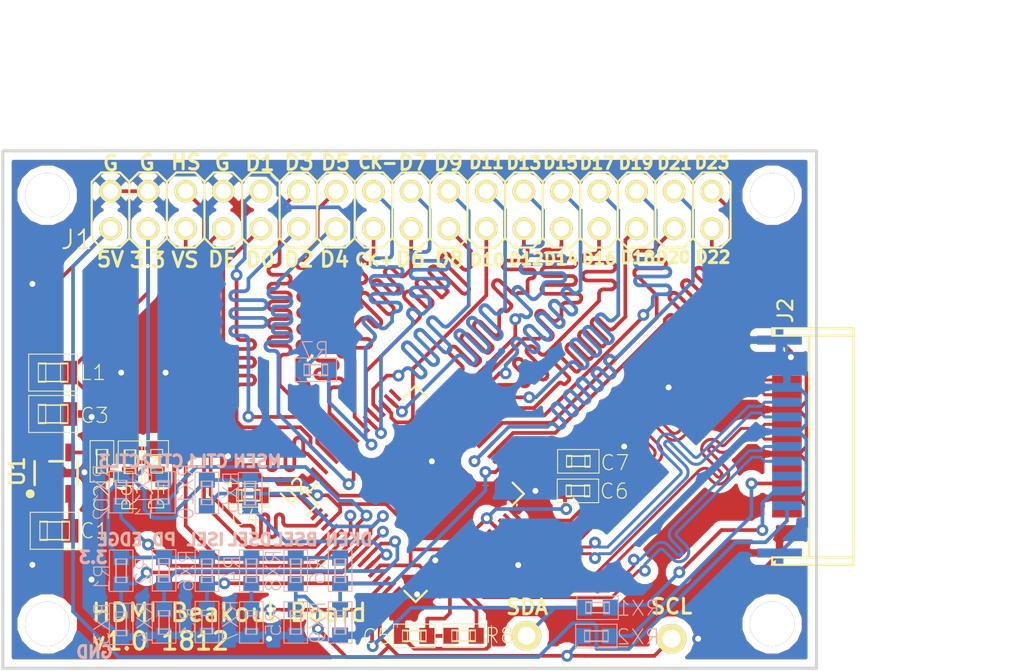
<source format=kicad_pcb>
(kicad_pcb (version 20171130) (host pcbnew "(5.0.2)-1")
  (layers (0 F.Cu signal) (31 B.Cu signal) (34 B.Paste user) (35 F.Paste user) (36 B.SilkS user) (37 F.SilkS user) (38 B.Mask user) (39 F.Mask user) (44 Edge.Cuts user))
  (net 0 "")
  (net 1 GND)
  (net 2 /5V)
  (net 3 "Net-(C2-Pad1)")
  (net 4 "Net-(C3-Pad1)")
  (net 5 +3V3)
  (net 6 /VSYNC)
  (net 7 /HSYNC)
  (net 8 /DE)
  (net 9 /DATA0)
  (net 10 /DATA1)
  (net 11 /DATA2)
  (net 12 /DATA3)
  (net 13 /DATA4)
  (net 14 /DATA5)
  (net 15 /IDCK+)
  (net 16 /IDCK-)
  (net 17 /DATA6)
  (net 18 /DATA7)
  (net 19 /DATA8)
  (net 20 /DATA9)
  (net 21 /DATA10)
  (net 22 /DATA11)
  (net 23 /DATA12)
  (net 24 /DATA13)
  (net 25 /DATA14)
  (net 26 /DATA15)
  (net 27 /DATA16)
  (net 28 /DATA17)
  (net 29 /DATA18)
  (net 30 /DATA19)
  (net 31 /DATA20)
  (net 32 /DATA21)
  (net 33 /DATA22)
  (net 34 /DATA23)
  (net 35 /D2+)
  (net 36 /D2-)
  (net 37 /D0+)
  (net 38 /D0-)
  (net 39 /SCL)
  (net 40 /D1+)
  (net 41 /D1-)
  (net 42 /CK+)
  (net 43 /CK-)
  (net 44 /SDA)
  (net 45 /EDGE)
  (net 46 /PD)
  (net 47 /ISEL)
  (net 48 /DSEL)
  (net 49 /BSEL)
  (net 50 /DKEN)
  (net 51 "Net-(R8-Pad1)")
  (net 52 /MSEN)
  (net 53 /CTL1)
  (net 54 /CTL2)
  (net 55 /CTL3)
  (net 56 "Net-(D1-PadK)")
  (module generic:generic-SMD1608 (layer B.Cu) (at 103 127 90)
    (fp_text reference RX3 (at 0 -1.3 90) (layer B.SilkS) (effects (font (size 1.016 1.016) (thickness 0.0762)) (justify mirror)))
    (fp_text value 20k hide)
    (pad 2 smd rect (at 0.87376 0 90) (size 1.04902 1.0795) (layers B.Cu B.Paste B.Mask) (net 45 /EDGE))
    (pad 1 smd rect (at -0.87376 0 90) (size 1.04902 1.0795) (layers B.Cu B.Paste B.Mask) (net 1 GND))
  )
  (module Mounting_Holes:MountingHole_3mm (layer F.Cu) (at 98 98)
    (fp_text reference REF1 hide)
    (fp_text value MountingHole_3mm hide)
    (pad 1 thru_hole circle (at 0 0) (size 3 3) (drill 3) (layers))
  )
  (module HDMI:HDMICON (layer F.Cu) (at 148 110.5 270)
    (fp_text reference J2 (at -4.7 0.1 270) (layer F.SilkS))
    (fp_text value HDMI_A)
    (pad 1 smd rect (at 0 0 270) (size 0.6 2) (layers F.Cu F.Paste F.Mask) (net 35 /D2+))
    (pad 3 smd rect (at 1 0 270) (size 0.6 2) (layers F.Cu F.Paste F.Mask) (net 36 /D2-))
    (pad 5 smd rect (at 2 0 270) (size 0.6 2) (layers F.Cu F.Paste F.Mask) (net 1 GND))
    (pad 7 smd rect (at 3 0 270) (size 0.6 2) (layers F.Cu F.Paste F.Mask) (net 37 /D0+))
    (pad 9 smd rect (at 4 0 270) (size 0.6 2) (layers F.Cu F.Paste F.Mask) (net 38 /D0-))
    (pad 11 smd rect (at 5 0 270) (size 0.6 2) (layers F.Cu F.Paste F.Mask) (net 1 GND))
    (pad 13 smd rect (at 6 0 270) (size 0.6 2) (layers F.Cu F.Paste F.Mask))
    (pad 15 smd rect (at 7 0 270) (size 0.6 2) (layers F.Cu F.Paste F.Mask) (net 39 /SCL))
    (pad 17 smd rect (at 8 0 270) (size 0.6 2) (layers F.Cu F.Paste F.Mask) (net 1 GND))
    (pad 19 smd rect (at 9 0 270) (size 0.6 2) (layers F.Cu F.Paste F.Mask))
    (pad 2 smd rect (at 0.5 0 270) (size 0.6 2) (layers B.Cu B.Paste B.Mask) (net 1 GND))
    (pad 4 smd rect (at 1.5 0 270) (size 0.6 2) (layers B.Cu B.Paste B.Mask) (net 40 /D1+))
    (pad 6 smd rect (at 2.5 0 270) (size 0.6 2) (layers B.Cu B.Paste B.Mask) (net 41 /D1-))
    (pad 8 smd rect (at 3.5 0 270) (size 0.6 2) (layers B.Cu B.Paste B.Mask) (net 1 GND))
    (pad 10 smd rect (at 4.5 0 270) (size 0.6 2) (layers B.Cu B.Paste B.Mask) (net 42 /CK+))
    (pad 12 smd rect (at 5.5 0 270) (size 0.6 2) (layers B.Cu B.Paste B.Mask) (net 43 /CK-))
    (pad 14 smd rect (at 6.5 0 270) (size 0.6 2) (layers B.Cu B.Paste B.Mask))
    (pad 16 smd rect (at 7.5 0 270) (size 0.6 2) (layers B.Cu B.Paste B.Mask) (net 44 /SDA))
    (pad 18 smd rect (at 8.5 0 270) (size 0.6 2) (layers B.Cu B.Paste B.Mask) (net 2 /5V))
    (pad SH smd rect (at -2.7 0.5 270) (size 0.6 3) (layers F.Cu F.Paste F.Mask) (net 1 GND))
    (pad SH smd rect (at 11.7 0.5 270) (size 0.6 3) (layers F.Cu F.Paste F.Mask) (net 1 GND))
    (pad SH smd rect (at -2.7 0.5 270) (size 0.6 3) (layers B.Cu B.Paste B.Mask) (net 1 GND))
    (pad SH smd rect (at 11.7 0.5 270) (size 0.6 3) (layers B.Cu B.Paste B.Mask) (net 1 GND))
  )
  (module Mounting_Holes:MountingHole_3mm (layer F.Cu) (at 98 127)
    (fp_text reference REF4 hide)
    (fp_text value MountingHole_3mm hide)
    (pad 1 thru_hole circle (at 0 0) (size 3 3) (drill 3) (layers))
  )
  (module Mounting_Holes:MountingHole_3mm (layer F.Cu) (at 147 127)
    (fp_text reference REF3 hide)
    (fp_text value MountingHole_3mm hide)
    (pad 1 thru_hole circle (at 0 0) (size 3 3) (drill 3) (layers))
  )
  (module Mounting_Holes:MountingHole_3mm (layer F.Cu) (at 147 98 270)
    (fp_text reference REF2 hide)
    (fp_text value MountingHole_3mm hide)
    (pad 1 thru_hole circle (at 0 0 270) (size 3 3) (drill 3) (layers))
  )
  (module generic:generic-SMD2012 (layer F.Cu) (at 98.5018 120.7 180)
    (fp_text reference C1 (at -2.69822 0 180) (layer F.SilkS) (effects (font (size 1.016 1.016) (thickness 0.0762))))
    (fp_text value 10u hide)
    (pad 2 smd rect (at 0.99822 0 180) (size 1.29794 1.59766) (layers F.Cu F.Paste F.Mask) (net 1 GND))
    (pad 1 smd rect (at -0.99822 0 180) (size 1.29794 1.59766) (layers F.Cu F.Paste F.Mask) (net 2 /5V))
  )
  (module generic:generic-SMD1608 (layer F.Cu) (at 101.7 116 270)
    (fp_text reference C2 (at 2.5 0 270) (layer F.SilkS) (effects (font (size 1.016 1.016) (thickness 0.0762))))
    (fp_text value 0.01u hide)
    (pad 1 smd rect (at -0.87376 0 270) (size 1.04902 1.0795) (layers F.Cu F.Paste F.Mask) (net 3 "Net-(C2-Pad1)"))
    (pad 2 smd rect (at 0.87376 0 270) (size 1.04902 1.0795) (layers F.Cu F.Paste F.Mask) (net 1 GND))
  )
  (module generic:generic-SMD2012 (layer F.Cu) (at 98.4 112.8)
    (fp_text reference C3 (at 2.8 0.1) (layer F.SilkS) (effects (font (size 1.016 1.016) (thickness 0.0762))))
    (fp_text value 10u hide)
    (pad 1 smd rect (at -0.99822 0) (size 1.29794 1.59766) (layers F.Cu F.Paste F.Mask) (net 4 "Net-(C3-Pad1)"))
    (pad 2 smd rect (at 0.99822 0) (size 1.29794 1.59766) (layers F.Cu F.Paste F.Mask) (net 1 GND))
  )
  (module generic:generic-SMD1608 (layer F.Cu) (at 111.6 118.3 180)
    (fp_text reference C4 (at 0.21 -1.53 180) (layer F.SilkS) (effects (font (size 1.016 1.016) (thickness 0.0762))))
    (fp_text value 0.01u hide)
    (pad 2 smd rect (at 0.87376 0 180) (size 1.04902 1.0795) (layers F.Cu F.Paste F.Mask) (net 1 GND))
    (pad 1 smd rect (at -0.87376 0 180) (size 1.04902 1.0795) (layers F.Cu F.Paste F.Mask) (net 5 +3V3))
  )
  (module generic:generic-SMD1608 (layer F.Cu) (at 122.81 127.81 180)
    (fp_text reference C5 (at 2.54 -0.06 180) (layer F.SilkS) (effects (font (size 1.016 1.016) (thickness 0.0762))))
    (fp_text value 0.01u hide)
    (pad 1 smd rect (at -0.87376 0 180) (size 1.04902 1.0795) (layers F.Cu F.Paste F.Mask) (net 5 +3V3))
    (pad 2 smd rect (at 0.87376 0 180) (size 1.04902 1.0795) (layers F.Cu F.Paste F.Mask) (net 1 GND))
  )
  (module generic:generic-SMD1608 (layer F.Cu) (at 133.874 118)
    (fp_text reference C6 (at 2.456 0.02) (layer F.SilkS) (effects (font (size 1.016 1.016) (thickness 0.0762))))
    (fp_text value 0.01u hide)
    (pad 2 smd rect (at 0.87376 0) (size 1.04902 1.0795) (layers F.Cu F.Paste F.Mask) (net 1 GND))
    (pad 1 smd rect (at -0.87376 0) (size 1.04902 1.0795) (layers F.Cu F.Paste F.Mask) (net 5 +3V3))
  )
  (module generic:generic-SMD1608 (layer F.Cu) (at 133.9 116)
    (fp_text reference C7 (at 2.47376 0.1) (layer F.SilkS) (effects (font (size 1.016 1.016) (thickness 0.0762))))
    (fp_text value 0.01u hide)
    (pad 1 smd rect (at -0.87376 0) (size 1.04902 1.0795) (layers F.Cu F.Paste F.Mask) (net 5 +3V3))
    (pad 2 smd rect (at 0.87376 0) (size 1.04902 1.0795) (layers F.Cu F.Paste F.Mask) (net 1 GND))
  )
  (module pin-head:pinhead-2X17 (layer F.Cu) (at 122.6 99)
    (fp_text reference J1 (at -22.6 2) (layer F.SilkS) (effects (font (size 1.27 1.27) (thickness 0.127))))
    (fp_text value Conn_02x17_Odd_Even hide)
    (pad 1 thru_hole circle (at -20.32 1.27) (size 1.524 1.524) (drill 1.016) (layers *.Cu *.Paste *.Mask F.SilkS) (net 2 /5V))
    (pad 2 thru_hole circle (at -20.32 -1.27) (size 1.524 1.524) (drill 1.016) (layers *.Cu *.Paste *.Mask F.SilkS) (net 1 GND))
    (pad 3 thru_hole circle (at -17.78 1.27) (size 1.524 1.524) (drill 1.016) (layers *.Cu *.Paste *.Mask F.SilkS) (net 5 +3V3))
    (pad 4 thru_hole circle (at -17.78 -1.27) (size 1.524 1.524) (drill 1.016) (layers *.Cu *.Paste *.Mask F.SilkS) (net 1 GND))
    (pad 5 thru_hole circle (at -15.24 1.27) (size 1.524 1.524) (drill 1.016) (layers *.Cu *.Paste *.Mask F.SilkS) (net 6 /VSYNC))
    (pad 6 thru_hole circle (at -15.24 -1.27) (size 1.524 1.524) (drill 1.016) (layers *.Cu *.Paste *.Mask F.SilkS) (net 7 /HSYNC))
    (pad 7 thru_hole circle (at -12.7 1.27) (size 1.524 1.524) (drill 1.016) (layers *.Cu *.Paste *.Mask F.SilkS) (net 8 /DE))
    (pad 8 thru_hole circle (at -12.7 -1.27) (size 1.524 1.524) (drill 1.016) (layers *.Cu *.Paste *.Mask F.SilkS) (net 1 GND))
    (pad 9 thru_hole circle (at -10.16 1.27) (size 1.524 1.524) (drill 1.016) (layers *.Cu *.Paste *.Mask F.SilkS) (net 9 /DATA0))
    (pad 10 thru_hole circle (at -10.16 -1.27) (size 1.524 1.524) (drill 1.016) (layers *.Cu *.Paste *.Mask F.SilkS) (net 10 /DATA1))
    (pad 11 thru_hole circle (at -7.62 1.27) (size 1.524 1.524) (drill 1.016) (layers *.Cu *.Paste *.Mask F.SilkS) (net 11 /DATA2))
    (pad 12 thru_hole circle (at -7.62 -1.27) (size 1.524 1.524) (drill 1.016) (layers *.Cu *.Paste *.Mask F.SilkS) (net 12 /DATA3))
    (pad 13 thru_hole circle (at -5.08 1.27) (size 1.524 1.524) (drill 1.016) (layers *.Cu *.Paste *.Mask F.SilkS) (net 13 /DATA4))
    (pad 14 thru_hole circle (at -5.08 -1.27) (size 1.524 1.524) (drill 1.016) (layers *.Cu *.Paste *.Mask F.SilkS) (net 14 /DATA5))
    (pad 15 thru_hole circle (at -2.54 1.27) (size 1.524 1.524) (drill 1.016) (layers *.Cu *.Paste *.Mask F.SilkS) (net 15 /IDCK+))
    (pad 16 thru_hole circle (at -2.54 -1.27) (size 1.524 1.524) (drill 1.016) (layers *.Cu *.Paste *.Mask F.SilkS) (net 16 /IDCK-))
    (pad 17 thru_hole circle (at 0 1.27) (size 1.524 1.524) (drill 1.016) (layers *.Cu *.Paste *.Mask F.SilkS) (net 17 /DATA6))
    (pad 18 thru_hole circle (at 0 -1.27) (size 1.524 1.524) (drill 1.016) (layers *.Cu *.Paste *.Mask F.SilkS) (net 18 /DATA7))
    (pad 19 thru_hole circle (at 2.54 1.27) (size 1.524 1.524) (drill 1.016) (layers *.Cu *.Paste *.Mask F.SilkS) (net 19 /DATA8))
    (pad 20 thru_hole circle (at 2.54 -1.27) (size 1.524 1.524) (drill 1.016) (layers *.Cu *.Paste *.Mask F.SilkS) (net 20 /DATA9))
    (pad 21 thru_hole circle (at 5.08 1.27) (size 1.524 1.524) (drill 1.016) (layers *.Cu *.Paste *.Mask F.SilkS) (net 21 /DATA10))
    (pad 22 thru_hole circle (at 5.08 -1.27) (size 1.524 1.524) (drill 1.016) (layers *.Cu *.Paste *.Mask F.SilkS) (net 22 /DATA11))
    (pad 23 thru_hole circle (at 7.62 1.27) (size 1.524 1.524) (drill 1.016) (layers *.Cu *.Paste *.Mask F.SilkS) (net 23 /DATA12))
    (pad 24 thru_hole circle (at 7.62 -1.27) (size 1.524 1.524) (drill 1.016) (layers *.Cu *.Paste *.Mask F.SilkS) (net 24 /DATA13))
    (pad 25 thru_hole circle (at 10.16 1.27) (size 1.524 1.524) (drill 1.016) (layers *.Cu *.Paste *.Mask F.SilkS) (net 25 /DATA14))
    (pad 26 thru_hole circle (at 10.16 -1.27) (size 1.524 1.524) (drill 1.016) (layers *.Cu *.Paste *.Mask F.SilkS) (net 26 /DATA15))
    (pad 27 thru_hole circle (at 12.7 1.27) (size 1.524 1.524) (drill 1.016) (layers *.Cu *.Paste *.Mask F.SilkS) (net 27 /DATA16))
    (pad 28 thru_hole circle (at 12.7 -1.27) (size 1.524 1.524) (drill 1.016) (layers *.Cu *.Paste *.Mask F.SilkS) (net 28 /DATA17))
    (pad 29 thru_hole circle (at 15.24 1.27) (size 1.524 1.524) (drill 1.016) (layers *.Cu *.Paste *.Mask F.SilkS) (net 29 /DATA18))
    (pad 30 thru_hole circle (at 15.24 -1.27) (size 1.524 1.524) (drill 1.016) (layers *.Cu *.Paste *.Mask F.SilkS) (net 30 /DATA19))
    (pad 31 thru_hole circle (at 17.78 1.27) (size 1.524 1.524) (drill 1.016) (layers *.Cu *.Paste *.Mask F.SilkS) (net 31 /DATA20))
    (pad 32 thru_hole circle (at 17.78 -1.27) (size 1.524 1.524) (drill 1.016) (layers *.Cu *.Paste *.Mask F.SilkS) (net 32 /DATA21))
    (pad 33 thru_hole circle (at 20.32 1.27) (size 1.524 1.524) (drill 1.016) (layers *.Cu *.Paste *.Mask F.SilkS) (net 33 /DATA22))
    (pad 34 thru_hole circle (at 20.32 -1.27) (size 1.524 1.524) (drill 1.016) (layers *.Cu *.Paste *.Mask F.SilkS) (net 34 /DATA23))
  )
  (module generic:generic-SMD2012 (layer F.Cu) (at 98.4 110)
    (fp_text reference L1 (at 2.7 0) (layer F.SilkS) (effects (font (size 1.016 1.016) (thickness 0.0762))))
    (fp_text value L hide)
    (pad 1 smd rect (at -0.99822 0) (size 1.29794 1.59766) (layers F.Cu F.Paste F.Mask) (net 4 "Net-(C3-Pad1)"))
    (pad 2 smd rect (at 0.99822 0) (size 1.29794 1.59766) (layers F.Cu F.Paste F.Mask) (net 5 +3V3))
  )
  (module generic:generic-SMD1608 (layer B.Cu) (at 103 123.4 90)
    (fp_text reference R1 (at -0.5 -1.3 90) (layer B.SilkS) (effects (font (size 1.016 1.016) (thickness 0.0762)) (justify mirror)))
    (fp_text value 20k hide)
    (pad 1 smd rect (at -0.87376 0 90) (size 1.04902 1.0795) (layers B.Cu B.Paste B.Mask) (net 45 /EDGE))
    (pad 2 smd rect (at 0.87376 0 90) (size 1.04902 1.0795) (layers B.Cu B.Paste B.Mask) (net 5 +3V3))
  )
  (module generic:generic-SMD1608 (layer B.Cu) (at 105.9 123.374 90)
    (fp_text reference R2 (at -0.02624 -1.4 90) (layer B.SilkS) (effects (font (size 1.016 1.016) (thickness 0.0762)) (justify mirror)))
    (fp_text value 20k hide)
    (pad 1 smd rect (at -0.87376 0 90) (size 1.04902 1.0795) (layers B.Cu B.Paste B.Mask) (net 46 /PD))
    (pad 2 smd rect (at 0.87376 0 90) (size 1.04902 1.0795) (layers B.Cu B.Paste B.Mask) (net 5 +3V3))
  )
  (module generic:generic-SMD1608 (layer B.Cu) (at 108.8 126.874 90)
    (fp_text reference R3 (at 0.07376 -1.3 90) (layer B.SilkS) (effects (font (size 1.016 1.016) (thickness 0.0762)) (justify mirror)))
    (fp_text value 20k hide)
    (pad 1 smd rect (at -0.87376 0 90) (size 1.04902 1.0795) (layers B.Cu B.Paste B.Mask) (net 1 GND))
    (pad 2 smd rect (at 0.87376 0 90) (size 1.04902 1.0795) (layers B.Cu B.Paste B.Mask) (net 47 /ISEL))
  )
  (module generic:generic-SMD1608 (layer B.Cu) (at 111.8 123.4 90)
    (fp_text reference R4 (at 0.1 -1.3 90) (layer B.SilkS) (effects (font (size 1.016 1.016) (thickness 0.0762)) (justify mirror)))
    (fp_text value 20k hide)
    (pad 2 smd rect (at 0.87376 0 90) (size 1.04902 1.0795) (layers B.Cu B.Paste B.Mask) (net 5 +3V3))
    (pad 1 smd rect (at -0.87376 0 90) (size 1.04902 1.0795) (layers B.Cu B.Paste B.Mask) (net 48 /DSEL))
  )
  (module generic:generic-SMD1608 (layer B.Cu) (at 114.8 126.9 90)
    (fp_text reference R5 (at 0 -1.5 90) (layer B.SilkS) (effects (font (size 1.016 1.016) (thickness 0.0762)) (justify mirror)))
    (fp_text value 20k hide)
    (pad 1 smd rect (at -0.87376 0 90) (size 1.04902 1.0795) (layers B.Cu B.Paste B.Mask) (net 1 GND))
    (pad 2 smd rect (at 0.87376 0 90) (size 1.04902 1.0795) (layers B.Cu B.Paste B.Mask) (net 49 /BSEL))
  )
  (module generic:generic-SMD1608 (layer B.Cu) (at 117.8 123.4 90)
    (fp_text reference R6 (at 0 -1.5 90) (layer B.SilkS) (effects (font (size 1.016 1.016) (thickness 0.0762)) (justify mirror)))
    (fp_text value 20k hide)
    (pad 2 smd rect (at 0.87376 0 90) (size 1.04902 1.0795) (layers B.Cu B.Paste B.Mask) (net 5 +3V3))
    (pad 1 smd rect (at -0.87376 0 90) (size 1.04902 1.0795) (layers B.Cu B.Paste B.Mask) (net 50 /DKEN))
  )
  (module generic:generic-SMD1608 (layer B.Cu) (at 116.16 109.81 180)
    (fp_text reference R7 (at 0.07 1.35 180) (layer B.SilkS) (effects (font (size 1.016 1.016) (thickness 0.0762)) (justify mirror)))
    (fp_text value 0 hide)
    (pad 1 smd rect (at -0.87376 0 180) (size 1.04902 1.0795) (layers B.Cu B.Paste B.Mask) (net 16 /IDCK-))
    (pad 2 smd rect (at 0.87376 0 180) (size 1.04902 1.0795) (layers B.Cu B.Paste B.Mask) (net 1 GND))
  )
  (module generic:generic-SMD1608 (layer F.Cu) (at 126.144 127.8 180)
    (fp_text reference R8 (at -2.42624 0.01 180) (layer F.SilkS) (effects (font (size 1.016 1.016) (thickness 0.0762))))
    (fp_text value 500 hide)
    (pad 2 smd rect (at 0.87376 0 180) (size 1.04902 1.0795) (layers F.Cu F.Paste F.Mask) (net 5 +3V3))
    (pad 1 smd rect (at -0.87376 0 180) (size 1.04902 1.0795) (layers F.Cu F.Paste F.Mask) (net 51 "Net-(R8-Pad1)"))
  )
  (module generic:generic-SMD1608 (layer B.Cu) (at 135.2 125.9 180)
    (fp_text reference RX1 (at -2.76 -0.04 180) (layer B.SilkS) (effects (font (size 1.016 1.016) (thickness 0.0762)) (justify mirror)))
    (fp_text value 0 hide)
    (pad 1 smd rect (at -0.87376 0 180) (size 1.04902 1.0795) (layers B.Cu B.Paste B.Mask) (net 44 /SDA))
    (pad 2 smd rect (at 0.87376 0 180) (size 1.04902 1.0795) (layers B.Cu B.Paste B.Mask) (net 48 /DSEL))
  )
  (module generic:generic-SMD1608 (layer B.Cu) (at 135.12 127.82 180)
    (fp_text reference RX2 (at -2.82 -0.06 180) (layer B.SilkS) (effects (font (size 1.016 1.016) (thickness 0.0762)) (justify mirror)))
    (fp_text value 0 hide)
    (pad 2 smd rect (at 0.87376 0 180) (size 1.04902 1.0795) (layers B.Cu B.Paste B.Mask) (net 49 /BSEL))
    (pad 1 smd rect (at -0.87376 0 180) (size 1.04902 1.0795) (layers B.Cu B.Paste B.Mask) (net 39 /SCL))
  )
  (module generic:generic-SMD1608 (layer B.Cu) (at 105.9 126.9 90)
    (fp_text reference RX4 (at 0 -1.3 90) (layer B.SilkS) (effects (font (size 1.016 1.016) (thickness 0.0762)) (justify mirror)))
    (fp_text value 20k hide)
    (pad 2 smd rect (at 0.87376 0 90) (size 1.04902 1.0795) (layers B.Cu B.Paste B.Mask) (net 46 /PD))
    (pad 1 smd rect (at -0.87376 0 90) (size 1.04902 1.0795) (layers B.Cu B.Paste B.Mask) (net 1 GND))
  )
  (module generic:generic-SMD1608 (layer B.Cu) (at 111.72 118.16 90)
    (fp_text reference RX5 (at 0.06 -1.3 90) (layer B.SilkS) (effects (font (size 1.016 1.016) (thickness 0.0762)) (justify mirror)))
    (fp_text value 20k hide)
    (pad 2 smd rect (at 0.87376 0 90) (size 1.04902 1.0795) (layers B.Cu B.Paste B.Mask) (net 5 +3V3))
    (pad 1 smd rect (at -0.87376 0 90) (size 1.04902 1.0795) (layers B.Cu B.Paste B.Mask) (net 52 /MSEN))
  )
  (module generic:generic-SMD1608 (layer B.Cu) (at 108.8 123.4 90)
    (fp_text reference RX6 (at 0 -1.4 90) (layer B.SilkS) (effects (font (size 1.016 1.016) (thickness 0.0762)) (justify mirror)))
    (fp_text value 20k hide)
    (pad 2 smd rect (at 0.87376 0 90) (size 1.04902 1.0795) (layers B.Cu B.Paste B.Mask) (net 5 +3V3))
    (pad 1 smd rect (at -0.87376 0 90) (size 1.04902 1.0795) (layers B.Cu B.Paste B.Mask) (net 47 /ISEL))
  )
  (module generic:generic-SMD1608 (layer B.Cu) (at 111.8 126.9 90)
    (fp_text reference RX7 (at 0.1 -1.4 90) (layer B.SilkS) (effects (font (size 1.016 1.016) (thickness 0.0762)) (justify mirror)))
    (fp_text value 20k hide)
    (pad 1 smd rect (at -0.87376 0 90) (size 1.04902 1.0795) (layers B.Cu B.Paste B.Mask) (net 1 GND))
    (pad 2 smd rect (at 0.87376 0 90) (size 1.04902 1.0795) (layers B.Cu B.Paste B.Mask) (net 48 /DSEL))
  )
  (module generic:generic-SMD1608 (layer B.Cu) (at 114.8 123.4 90)
    (fp_text reference RX8 (at 0 -1.5 90) (layer B.SilkS) (effects (font (size 1.016 1.016) (thickness 0.0762)) (justify mirror)))
    (fp_text value 20k hide)
    (pad 1 smd rect (at -0.87376 0 90) (size 1.04902 1.0795) (layers B.Cu B.Paste B.Mask) (net 49 /BSEL))
    (pad 2 smd rect (at 0.87376 0 90) (size 1.04902 1.0795) (layers B.Cu B.Paste B.Mask) (net 5 +3V3))
  )
  (module generic:generic-SMD1608 (layer B.Cu) (at 117.8 126.9 90)
    (fp_text reference RX9 (at 0 -1.5 90) (layer B.SilkS) (effects (font (size 1.016 1.016) (thickness 0.0762)) (justify mirror)))
    (fp_text value 20k hide)
    (pad 1 smd rect (at -0.87376 0 90) (size 1.04902 1.0795) (layers B.Cu B.Paste B.Mask) (net 1 GND))
    (pad 2 smd rect (at 0.87376 0 90) (size 1.04902 1.0795) (layers B.Cu B.Paste B.Mask) (net 50 /DKEN))
  )
  (module generic:generic-SMD1608 (layer B.Cu) (at 108.79 118.14 90)
    (fp_text reference RX10 (at 0.08 -1.4 90) (layer B.SilkS) (effects (font (size 1.016 1.016) (thickness 0.0762)) (justify mirror)))
    (fp_text value 20k hide)
    (pad 2 smd rect (at 0.87376 0 90) (size 1.04902 1.0795) (layers B.Cu B.Paste B.Mask) (net 5 +3V3))
    (pad 1 smd rect (at -0.87376 0 90) (size 1.04902 1.0795) (layers B.Cu B.Paste B.Mask) (net 53 /CTL1))
  )
  (module generic:generic-SMD1608 (layer B.Cu) (at 105.85 118.1 90)
    (fp_text reference RX11 (at 0.02 -1.34 90) (layer B.SilkS) (effects (font (size 1.016 1.016) (thickness 0.0762)) (justify mirror)))
    (fp_text value 20k hide)
    (pad 2 smd rect (at 0.87376 0 90) (size 1.04902 1.0795) (layers B.Cu B.Paste B.Mask) (net 5 +3V3))
    (pad 1 smd rect (at -0.87376 0 90) (size 1.04902 1.0795) (layers B.Cu B.Paste B.Mask) (net 54 /CTL2))
  )
  (module generic:generic-SMD1608 (layer B.Cu) (at 102.99 118.09 90)
    (fp_text reference RX12 (at -0.01 -1.33 90) (layer B.SilkS) (effects (font (size 1.016 1.016) (thickness 0.0762)) (justify mirror)))
    (fp_text value 20k hide)
    (pad 1 smd rect (at -0.87376 0 90) (size 1.04902 1.0795) (layers B.Cu B.Paste B.Mask) (net 55 /CTL3))
    (pad 2 smd rect (at 0.87376 0 90) (size 1.04902 1.0795) (layers B.Cu B.Paste B.Mask) (net 5 +3V3))
  )
  (module smt-sot:SOT23-5 (layer F.Cu) (at 98.6 116.8)
    (fp_text reference U1 (at -2.05 1 90) (layer F.SilkS) (effects (font (thickness 0.18)) (justify left bottom)))
    (fp_text value LD3985M33R_SOT23 hide)
    (pad 1 smd rect (at -0.95 1.4) (size 0.65 1.2) (layers F.Cu F.Paste F.Mask) (net 2 /5V))
    (pad 2 smd rect (at 0 1.4) (size 0.65 1.2) (layers F.Cu F.Paste F.Mask) (net 1 GND))
    (pad 3 smd rect (at 0.95 1.4) (size 0.65 1.2) (layers F.Cu F.Paste F.Mask) (net 2 /5V))
    (pad 4 smd rect (at 0.95 -1.4) (size 0.65 1.2) (layers F.Cu F.Paste F.Mask) (net 3 "Net-(C2-Pad1)"))
    (pad 5 smd rect (at -0.95 -1.4) (size 0.65 1.2) (layers F.Cu F.Paste F.Mask) (net 4 "Net-(C3-Pad1)"))
  )
  (module Housings_QFP:LQFP-64_10x10mm_Pitch0.5mm (layer F.Cu) (at 122.9 118.2 45)
    (fp_text reference U2 (at -5.6668 -5.918 45) (layer F.SilkS))
    (fp_text value TFP410)
    (pad 1 smd rect (at -5.7 -3.75 45) (size 1 0.25) (layers F.Cu F.Paste F.Mask) (net 5 +3V3))
    (pad 2 smd rect (at -5.7 -3.25 45) (size 1 0.25) (layers F.Cu F.Paste F.Mask) (net 8 /DE))
    (pad 3 smd rect (at -5.7 -2.75 45) (size 1 0.25) (layers F.Cu F.Paste F.Mask) (net 5 +3V3))
    (pad 4 smd rect (at -5.7 -2.25 45) (size 1 0.25) (layers F.Cu F.Paste F.Mask) (net 7 /HSYNC))
    (pad 5 smd rect (at -5.7 -1.75 45) (size 1 0.25) (layers F.Cu F.Paste F.Mask) (net 6 /VSYNC))
    (pad 6 smd rect (at -5.7 -1.25 45) (size 1 0.25) (layers F.Cu F.Paste F.Mask) (net 55 /CTL3))
    (pad 7 smd rect (at -5.7 -0.75 45) (size 1 0.25) (layers F.Cu F.Paste F.Mask) (net 54 /CTL2))
    (pad 8 smd rect (at -5.7 -0.25 45) (size 1 0.25) (layers F.Cu F.Paste F.Mask) (net 53 /CTL1))
    (pad 9 smd rect (at -5.7 0.25 45) (size 1 0.25) (layers F.Cu F.Paste F.Mask) (net 45 /EDGE))
    (pad 10 smd rect (at -5.7 0.75 45) (size 1 0.25) (layers F.Cu F.Paste F.Mask) (net 46 /PD))
    (pad 11 smd rect (at -5.7 1.25 45) (size 1 0.25) (layers F.Cu F.Paste F.Mask) (net 52 /MSEN))
    (pad 12 smd rect (at -5.7 1.75 45) (size 1 0.25) (layers F.Cu F.Paste F.Mask) (net 5 +3V3))
    (pad 13 smd rect (at -5.7 2.25 45) (size 1 0.25) (layers F.Cu F.Paste F.Mask) (net 47 /ISEL))
    (pad 14 smd rect (at -5.7 2.75 45) (size 1 0.25) (layers F.Cu F.Paste F.Mask) (net 48 /DSEL))
    (pad 15 smd rect (at -5.7 3.25 45) (size 1 0.25) (layers F.Cu F.Paste F.Mask) (net 49 /BSEL))
    (pad 16 smd rect (at -5.7 3.75 45) (size 1 0.25) (layers F.Cu F.Paste F.Mask) (net 1 GND))
    (pad 17 smd rect (at -3.75 5.7 135) (size 1 0.25) (layers F.Cu F.Paste F.Mask) (net 1 GND))
    (pad 18 smd rect (at -3.25 5.7 135) (size 1 0.25) (layers F.Cu F.Paste F.Mask) (net 5 +3V3))
    (pad 19 smd rect (at -2.75 5.7 135) (size 1 0.25) (layers F.Cu F.Paste F.Mask) (net 51 "Net-(R8-Pad1)"))
    (pad 20 smd rect (at -2.25 5.7 135) (size 1 0.25) (layers F.Cu F.Paste F.Mask) (net 1 GND))
    (pad 21 smd rect (at -1.75 5.7 135) (size 1 0.25) (layers F.Cu F.Paste F.Mask) (net 43 /CK-))
    (pad 22 smd rect (at -1.25 5.7 135) (size 1 0.25) (layers F.Cu F.Paste F.Mask) (net 42 /CK+))
    (pad 23 smd rect (at -0.75 5.7 135) (size 1 0.25) (layers F.Cu F.Paste F.Mask) (net 5 +3V3))
    (pad 24 smd rect (at -0.25 5.7 135) (size 1 0.25) (layers F.Cu F.Paste F.Mask) (net 38 /D0-))
    (pad 25 smd rect (at 0.25 5.7 135) (size 1 0.25) (layers F.Cu F.Paste F.Mask) (net 37 /D0+))
    (pad 26 smd rect (at 0.75 5.7 135) (size 1 0.25) (layers F.Cu F.Paste F.Mask) (net 1 GND))
    (pad 27 smd rect (at 1.25 5.7 135) (size 1 0.25) (layers F.Cu F.Paste F.Mask) (net 41 /D1-))
    (pad 28 smd rect (at 1.75 5.7 135) (size 1 0.25) (layers F.Cu F.Paste F.Mask) (net 40 /D1+))
    (pad 29 smd rect (at 2.25 5.7 135) (size 1 0.25) (layers F.Cu F.Paste F.Mask) (net 5 +3V3))
    (pad 30 smd rect (at 2.75 5.7 135) (size 1 0.25) (layers F.Cu F.Paste F.Mask) (net 36 /D2-))
    (pad 31 smd rect (at 3.25 5.7 135) (size 1 0.25) (layers F.Cu F.Paste F.Mask) (net 35 /D2+))
    (pad 32 smd rect (at 3.75 5.7 135) (size 1 0.25) (layers F.Cu F.Paste F.Mask) (net 1 GND))
    (pad 33 smd rect (at 5.7 3.75 45) (size 1 0.25) (layers F.Cu F.Paste F.Mask) (net 5 +3V3))
    (pad 34 smd rect (at 5.7 3.25 45) (size 1 0.25) (layers F.Cu F.Paste F.Mask) (net 1 GND))
    (pad 35 smd rect (at 5.7 2.75 45) (size 1 0.25) (layers F.Cu F.Paste F.Mask) (net 50 /DKEN))
    (pad 36 smd rect (at 5.7 2.25 45) (size 1 0.25) (layers F.Cu F.Paste F.Mask) (net 34 /DATA23))
    (pad 37 smd rect (at 5.7 1.75 45) (size 1 0.25) (layers F.Cu F.Paste F.Mask) (net 33 /DATA22))
    (pad 38 smd rect (at 5.7 1.25 45) (size 1 0.25) (layers F.Cu F.Paste F.Mask) (net 32 /DATA21))
    (pad 39 smd rect (at 5.7 0.75 45) (size 1 0.25) (layers F.Cu F.Paste F.Mask) (net 31 /DATA20))
    (pad 40 smd rect (at 5.7 0.25 45) (size 1 0.25) (layers F.Cu F.Paste F.Mask) (net 30 /DATA19))
    (pad 41 smd rect (at 5.7 -0.25 45) (size 1 0.25) (layers F.Cu F.Paste F.Mask) (net 29 /DATA18))
    (pad 42 smd rect (at 5.7 -0.75 45) (size 1 0.25) (layers F.Cu F.Paste F.Mask) (net 28 /DATA17))
    (pad 43 smd rect (at 5.7 -1.25 45) (size 1 0.25) (layers F.Cu F.Paste F.Mask) (net 27 /DATA16))
    (pad 44 smd rect (at 5.7 -1.75 45) (size 1 0.25) (layers F.Cu F.Paste F.Mask) (net 26 /DATA15))
    (pad 45 smd rect (at 5.7 -2.25 45) (size 1 0.25) (layers F.Cu F.Paste F.Mask) (net 25 /DATA14))
    (pad 46 smd rect (at 5.7 -2.75 45) (size 1 0.25) (layers F.Cu F.Paste F.Mask) (net 24 /DATA13))
    (pad 47 smd rect (at 5.7 -3.25 45) (size 1 0.25) (layers F.Cu F.Paste F.Mask) (net 23 /DATA12))
    (pad 48 smd rect (at 5.7 -3.75 45) (size 1 0.25) (layers F.Cu F.Paste F.Mask) (net 1 GND))
    (pad 49 smd rect (at 3.75 -5.7 135) (size 1 0.25) (layers F.Cu F.Paste F.Mask))
    (pad 50 smd rect (at 3.25 -5.7 135) (size 1 0.25) (layers F.Cu F.Paste F.Mask) (net 22 /DATA11))
    (pad 51 smd rect (at 2.75 -5.7 135) (size 1 0.25) (layers F.Cu F.Paste F.Mask) (net 21 /DATA10))
    (pad 52 smd rect (at 2.25 -5.7 135) (size 1 0.25) (layers F.Cu F.Paste F.Mask) (net 20 /DATA9))
    (pad 53 smd rect (at 1.75 -5.7 135) (size 1 0.25) (layers F.Cu F.Paste F.Mask) (net 19 /DATA8))
    (pad 54 smd rect (at 1.25 -5.7 135) (size 1 0.25) (layers F.Cu F.Paste F.Mask) (net 18 /DATA7))
    (pad 55 smd rect (at 0.75 -5.7 135) (size 1 0.25) (layers F.Cu F.Paste F.Mask) (net 17 /DATA6))
    (pad 56 smd rect (at 0.25 -5.7 135) (size 1 0.25) (layers F.Cu F.Paste F.Mask) (net 16 /IDCK-))
    (pad 57 smd rect (at -0.25 -5.7 135) (size 1 0.25) (layers F.Cu F.Paste F.Mask) (net 15 /IDCK+))
    (pad 58 smd rect (at -0.75 -5.7 135) (size 1 0.25) (layers F.Cu F.Paste F.Mask) (net 14 /DATA5))
    (pad 59 smd rect (at -1.25 -5.7 135) (size 1 0.25) (layers F.Cu F.Paste F.Mask) (net 13 /DATA4))
    (pad 60 smd rect (at -1.75 -5.7 135) (size 1 0.25) (layers F.Cu F.Paste F.Mask) (net 12 /DATA3))
    (pad 61 smd rect (at -2.25 -5.7 135) (size 1 0.25) (layers F.Cu F.Paste F.Mask) (net 11 /DATA2))
    (pad 62 smd rect (at -2.75 -5.7 135) (size 1 0.25) (layers F.Cu F.Paste F.Mask) (net 10 /DATA1))
    (pad 63 smd rect (at -3.25 -5.7 135) (size 1 0.25) (layers F.Cu F.Paste F.Mask) (net 9 /DATA0))
    (pad 64 smd rect (at -3.75 -5.7 135) (size 1 0.25) (layers F.Cu F.Paste F.Mask) (net 1 GND))
  )
  (module generic:generic-SMD1608 (layer F.Cu) (at 103.6 116.026 90)
    (fp_text reference R9 (at -2.42624 0 90) (layer F.SilkS) (effects (font (size 1.016 1.016) (thickness 0.0762))))
    (fp_text value 1k hide)
    (pad 1 smd rect (at -0.87376 0 90) (size 1.04902 1.0795) (layers F.Cu F.Paste F.Mask) (net 1 GND))
    (pad 2 smd rect (at 0.87376 0 90) (size 1.04902 1.0795) (layers F.Cu F.Paste F.Mask) (net 56 "Net-(D1-PadK)"))
  )
  (module LED:generic-LED1608 (layer F.Cu) (at 105.4 116 90)
    (fp_text reference D1 (at -2.4 0 90) (layer F.SilkS) (effects (font (size 1.016 1.016) (thickness 0.0762))))
    (fp_text value LED hide)
    (pad A smd rect (at -0.87376 0 90) (size 1.04902 1.0795) (layers F.Cu F.Paste F.Mask) (net 5 +3V3))
    (pad K smd rect (at 0.87376 0 90) (size 1.04902 1.0795) (layers F.Cu F.Paste F.Mask) (net 56 "Net-(D1-PadK)"))
  )
  (module CONPAD:CONN_1 (layer F.Cu) (at 130.4 127.8)
    (fp_text reference TP1 hide)
    (fp_text value TestPoint hide)
    (pad 1 thru_hole circle (at 0 0) (size 2 2) (drill 1.2) (layers *.Cu *.Paste *.Mask F.SilkS) (net 48 /DSEL) (clearance 0.14986))
  )
  (module CONPAD:CONN_1 (layer F.Cu) (at 140.2 128)
    (fp_text reference TP2 hide)
    (fp_text value TestPoint hide)
    (pad 1 thru_hole circle (at 0 0) (size 2 2) (drill 1.2) (layers *.Cu *.Paste *.Mask F.SilkS) (net 49 /BSEL) (clearance 0.14986))
  )
  (gr_text "HDMI Beakout Board\nv1.0 1812" (at 100.9 127.2) (layer F.SilkS) (effects (font (size 1.2 1.2) (thickness 0.2)) (justify left)))
  (gr_text CTL3 (at 102.9 116) (layer B.SilkS) (effects (font (size 0.8 0.8) (thickness 0.2)) (justify mirror)))
  (gr_text CTL2 (at 105.8 116) (layer B.SilkS) (effects (font (size 0.8 0.8) (thickness 0.2)) (justify mirror)))
  (gr_text CTL1 (at 108.8 116) (layer B.SilkS) (effects (font (size 0.8 0.8) (thickness 0.2)) (justify mirror)))
  (gr_text MSEN (at 112.2 116) (layer B.SilkS) (effects (font (size 0.8 0.8) (thickness 0.2)) (justify mirror)))
  (gr_text DKEN (at 118.4 121.3) (layer B.SilkS) (effects (font (size 0.8 0.8) (thickness 0.2)) (justify mirror)))
  (gr_text BSEL (at 114.8 121.3) (layer B.SilkS) (effects (font (size 0.8 0.8) (thickness 0.2)) (justify mirror)))
  (gr_text DSEL (at 111.7 121.3) (layer B.SilkS) (effects (font (size 0.8 0.8) (thickness 0.2)) (justify mirror)))
  (gr_text ISEL (at 108.7 121.3) (layer B.SilkS) (effects (font (size 0.8 0.8) (thickness 0.2)) (justify mirror)))
  (gr_text PD (at 105.9 121.3) (layer B.SilkS) (effects (font (size 0.8 0.8) (thickness 0.2)) (justify mirror)))
  (gr_text EDGE (at 102.9 121.3) (layer B.SilkS) (effects (font (size 0.8 0.8) (thickness 0.2)) (justify mirror)))
  (gr_text GND (at 101.2 128.9) (layer B.SilkS) (effects (font (size 0.8 0.8) (thickness 0.2)) (justify mirror)))
  (gr_text 3.3 (at 101.1 122.5) (layer B.SilkS) (effects (font (size 0.8 0.8) (thickness 0.2)) (justify mirror)))
  (gr_text D22 (at 143 102.2) (layer F.SilkS) (effects (font (size 0.8 0.8) (thickness 0.2))))
  (gr_text D20 (at 140.3 102.2) (layer F.SilkS) (effects (font (size 0.8 0.8) (thickness 0.2))))
  (gr_text D18 (at 137.92 102.22) (layer F.SilkS) (effects (font (size 0.8 0.8) (thickness 0.2))))
  (gr_text D16 (at 135.31 102.28) (layer F.SilkS) (effects (font (size 0.8 0.8) (thickness 0.2))))
  (gr_text D14 (at 132.75 102.32) (layer F.SilkS) (effects (font (size 0.8 0.8) (thickness 0.2))))
  (gr_text D23 (at 142.94 95.81) (layer F.SilkS) (effects (font (size 0.8 0.8) (thickness 0.2))))
  (gr_text D21 (at 140.41 95.84) (layer F.SilkS) (effects (font (size 0.8 0.8) (thickness 0.2))))
  (gr_text D19 (at 137.8 95.83) (layer F.SilkS) (effects (font (size 0.8 0.8) (thickness 0.2))))
  (gr_text D17 (at 135.17 95.84) (layer F.SilkS) (effects (font (size 0.8 0.8) (thickness 0.2))))
  (gr_text D15 (at 132.7 95.81) (layer F.SilkS) (effects (font (size 0.8 0.8) (thickness 0.2))))
  (gr_text D13 (at 130.22 95.83) (layer F.SilkS) (effects (font (size 0.8 0.8) (thickness 0.2))))
  (gr_text D12 (at 130.39 102.32) (layer F.SilkS) (effects (font (size 0.8 0.8) (thickness 0.2))))
  (gr_text D10 (at 127.75 102.37) (layer F.SilkS) (effects (font (size 0.8 0.8) (thickness 0.2))))
  (gr_text D11 (at 127.7 95.79) (layer F.SilkS) (effects (font (size 0.8 0.8) (thickness 0.2))))
  (gr_text SCL (at 140.2 125.82) (layer F.SilkS) (effects (font (size 1 1) (thickness 0.2))))
  (gr_text SDA (at 130.43 125.86) (layer F.SilkS) (effects (font (size 1 1) (thickness 0.2))))
  (gr_text D8 (at 125.17 102.33) (layer F.SilkS) (effects (font (size 1 1) (thickness 0.2))))
  (gr_text D6 (at 122.56 102.32) (layer F.SilkS) (effects (font (size 1 1) (thickness 0.2))))
  (gr_text D9 (at 125.12 95.82) (layer F.SilkS) (effects (font (size 1 1) (thickness 0.2))))
  (gr_text D7 (at 122.73 95.8) (layer F.SilkS) (effects (font (size 1 1) (thickness 0.2))))
  (gr_text D5 (at 117.49 95.79) (layer F.SilkS) (effects (font (size 1 1) (thickness 0.2))))
  (gr_text D3 (at 115.03 95.79) (layer F.SilkS) (effects (font (size 1 1) (thickness 0.2))))
  (gr_text CK- (at 120.35 95.8) (layer F.SilkS) (effects (font (size 0.8 0.8) (thickness 0.2))))
  (gr_text CK+ (at 120.13 102.37) (layer F.SilkS) (effects (font (size 0.8 0.8) (thickness 0.2))))
  (gr_text D4 (at 117.42 102.35) (layer F.SilkS) (effects (font (size 1 1) (thickness 0.2))))
  (gr_text D1 (at 112.38 95.83) (layer F.SilkS) (effects (font (size 1 1) (thickness 0.2))))
  (gr_text D2 (at 115.02 102.35) (layer F.SilkS) (effects (font (size 1 1) (thickness 0.2))))
  (gr_text D0 (at 112.41 102.36) (layer F.SilkS) (effects (font (size 1 1) (thickness 0.2))))
  (gr_text DE (at 109.84 102.34) (layer F.SilkS) (effects (font (size 1 1) (thickness 0.2))))
  (gr_text G (at 109.84 95.8) (layer F.SilkS) (effects (font (size 1 1) (thickness 0.2))))
  (gr_text HS (at 107.38 95.77) (layer F.SilkS) (effects (font (size 1 1) (thickness 0.2))))
  (gr_text VS (at 107.32 102.38) (layer F.SilkS) (effects (font (size 1 1) (thickness 0.2))))
  (gr_text G (at 104.75 95.8) (layer F.SilkS) (effects (font (size 1 1) (thickness 0.2))))
  (gr_text G (at 102.29 95.83) (layer F.SilkS) (effects (font (size 1 1) (thickness 0.2))))
  (gr_text 3.3 (at 104.79 102.39) (layer F.SilkS) (effects (font (size 1 1) (thickness 0.2))))
  (gr_text 5V (at 102.27 102.35) (layer F.SilkS) (effects (font (size 1 1) (thickness 0.2))))
  (gr_line (start 150 95) (end 95 95) (layer Edge.Cuts) (width 0.2))
  (gr_line (start 150 130) (end 150 95) (layer Edge.Cuts) (width 0.2))
  (gr_line (start 95 130) (end 150 130) (layer Edge.Cuts) (width 0.2))
  (gr_line (start 95 95) (end 95 130) (layer Edge.Cuts) (width 0.2))
  (segment (start 127.8737 126.3557) (end 127.8737 128.5096) (width 0.25) (layer F.Cu) (net 1))
  (segment (start 127.8737 128.5096) (end 127.7058 128.6775) (width 0.25) (layer F.Cu) (net 1))
  (segment (start 127.7058 128.6775) (end 122.8037 128.6775) (width 0.25) (layer F.Cu) (net 1))
  (segment (start 122.8037 128.6775) (end 121.9362 127.81) (width 0.25) (layer F.Cu) (net 1))
  (segment (start 125.3395 123.8215) (end 127.8737 126.3557) (width 0.25) (layer F.Cu) (net 1))
  (segment (start 147.5 122.2) (end 143.3443 126.3557) (width 0.25) (layer F.Cu) (net 1))
  (segment (start 143.3443 126.3557) (end 127.8737 126.3557) (width 0.25) (layer F.Cu) (net 1))
  (segment (start 148.832 118.5) (end 149.3254 118.9934) (width 0.25) (layer F.Cu) (net 1))
  (segment (start 149.3254 118.9934) (end 149.3254 120.3746) (width 0.25) (layer F.Cu) (net 1))
  (segment (start 149.3254 120.3746) (end 147.5 122.2) (width 0.25) (layer F.Cu) (net 1))
  (segment (start 148 108.956) (end 148 111) (width 0.25) (layer B.Cu) (net 1))
  (segment (start 147.5 107.8) (end 148 108.3) (width 0.25) (layer B.Cu) (net 1))
  (segment (start 148 108.3) (end 148 108.956) (width 0.25) (layer B.Cu) (net 1))
  (segment (start 148 108.956) (end 148.2679 108.956) (width 0.25) (layer B.Cu) (net 1))
  (segment (start 148.2679 108.956) (end 148.2679 108.5679) (width 0.25) (layer F.Cu) (net 1))
  (segment (start 148.2679 108.5679) (end 147.5 107.8) (width 0.25) (layer F.Cu) (net 1))
  (segment (start 148.2679 108.956) (end 149.3254 110.0135) (width 0.25) (layer F.Cu) (net 1))
  (segment (start 149.3254 110.0135) (end 149.3254 111.9347) (width 0.25) (layer F.Cu) (net 1))
  (segment (start 149.3254 111.9347) (end 148.7601 112.5) (width 0.25) (layer F.Cu) (net 1))
  (segment (start 101.6746 116.7406) (end 101.6746 126.5484) (width 0.25) (layer B.Cu) (net 1))
  (segment (start 101.6746 126.5484) (end 103 127.8738) (width 0.25) (layer B.Cu) (net 1))
  (segment (start 104.82 97.73) (end 103.55 99) (width 0.25) (layer B.Cu) (net 1))
  (segment (start 103.55 99) (end 103.55 114.8652) (width 0.25) (layer B.Cu) (net 1))
  (segment (start 103.55 114.8652) (end 101.6746 116.7406) (width 0.25) (layer B.Cu) (net 1))
  (segment (start 101.6746 116.7406) (end 100.5177 116.7406) (width 0.25) (layer B.Cu) (net 1))
  (segment (start 100.5177 116.7406) (end 101.5668 116.7406) (width 0.25) (layer F.Cu) (net 1))
  (segment (start 101.5668 116.7406) (end 101.7 116.8738) (width 0.25) (layer F.Cu) (net 1))
  (segment (start 114.8 127.7738) (end 115.0764 128.0502) (width 0.25) (layer B.Cu) (net 1))
  (segment (start 115.0764 128.0502) (end 117.5236 128.0502) (width 0.25) (layer B.Cu) (net 1))
  (segment (start 117.5236 128.0502) (end 117.8 127.7738) (width 0.25) (layer B.Cu) (net 1))
  (segment (start 116.2059 116.8331) (end 116.2178 116.8212) (width 0.25) (layer F.Cu) (net 1))
  (segment (start 110.823 117.297) (end 110.92 117.2) (width 0.25) (layer F.Cu) (net 1))
  (segment (start 110.92 117.2) (end 115.839 117.2) (width 0.25) (layer F.Cu) (net 1))
  (segment (start 115.839 117.2) (end 116.2059 116.8331) (width 0.25) (layer F.Cu) (net 1))
  (segment (start 126.99 117.49) (end 126.1569 118.3231) (width 0.25) (layer F.Cu) (net 1))
  (segment (start 126.1569 118.3231) (end 117.6959 118.3231) (width 0.25) (layer F.Cu) (net 1))
  (segment (start 117.6959 118.3231) (end 116.2059 116.8331) (width 0.25) (layer F.Cu) (net 1))
  (segment (start 126.99 117.49) (end 128.206 117.49) (width 0.25) (layer F.Cu) (net 1))
  (segment (start 124.2789 111.518) (end 124.262 111.518) (width 0.25) (layer F.Cu) (net 1))
  (segment (start 124.262 111.518) (end 123.38 112.4) (width 0.25) (layer F.Cu) (net 1))
  (segment (start 123.38 112.4) (end 123.38 113.88) (width 0.25) (layer F.Cu) (net 1))
  (segment (start 123.38 113.88) (end 126.99 117.49) (width 0.25) (layer F.Cu) (net 1))
  (segment (start 107.8988 127.7738) (end 107.8988 127.9766) (width 0.25) (layer B.Cu) (net 1))
  (segment (start 107.8988 127.9766) (end 108.0759 128.1537) (width 0.25) (layer B.Cu) (net 1))
  (segment (start 108.0759 128.1537) (end 111.4201 128.1537) (width 0.25) (layer B.Cu) (net 1))
  (segment (start 111.4201 128.1537) (end 111.8 127.7738) (width 0.25) (layer B.Cu) (net 1))
  (segment (start 108.8 127.7478) (end 107.9248 127.7478) (width 0.25) (layer B.Cu) (net 1))
  (segment (start 107.9248 127.7478) (end 107.8988 127.7738) (width 0.25) (layer B.Cu) (net 1))
  (segment (start 107.8988 127.7738) (end 105.9 127.7738) (width 0.25) (layer B.Cu) (net 1))
  (segment (start 110.823 117.297) (end 110.823 116.2569) (width 0.25) (layer F.Cu) (net 1))
  (segment (start 110.823 116.2569) (end 110.221 115.6549) (width 0.25) (layer F.Cu) (net 1))
  (segment (start 109.9 97.73) (end 108.8113 98.8187) (width 0.25) (layer B.Cu) (net 1))
  (segment (start 108.8113 98.8187) (end 108.8113 114.2452) (width 0.25) (layer B.Cu) (net 1))
  (segment (start 108.8113 114.2452) (end 110.221 115.6549) (width 0.25) (layer B.Cu) (net 1))
  (segment (start 110.726 117.847) (end 110.726 117.394) (width 0.25) (layer F.Cu) (net 1))
  (segment (start 110.726 117.394) (end 110.823 117.297) (width 0.25) (layer F.Cu) (net 1))
  (segment (start 134.7478 118) (end 134.7478 118.6236) (width 0.25) (layer F.Cu) (net 1))
  (segment (start 134.7478 118.6236) (end 133.3654 120.006) (width 0.25) (layer F.Cu) (net 1))
  (segment (start 133.3654 120.006) (end 130.0093 120.006) (width 0.25) (layer F.Cu) (net 1))
  (segment (start 130.0093 120.006) (end 129.5822 119.5789) (width 0.25) (layer F.Cu) (net 1))
  (segment (start 134.7738 116) (end 134.7738 117.974) (width 0.25) (layer F.Cu) (net 1))
  (segment (start 134.7738 117.974) (end 134.7478 118) (width 0.25) (layer F.Cu) (net 1))
  (segment (start 105.9 127.7738) (end 103.1 127.7738) (width 0.25) (layer B.Cu) (net 1))
  (segment (start 103.1 127.7738) (end 103 127.8738) (width 0.25) (layer B.Cu) (net 1))
  (segment (start 148.7601 112.5) (end 148 112.5) (width 0.25) (layer F.Cu) (net 1))
  (segment (start 148.7601 112.5) (end 149.3254 113.0653) (width 0.25) (layer F.Cu) (net 1))
  (segment (start 149.3254 113.0653) (end 149.3254 115.003) (width 0.25) (layer F.Cu) (net 1))
  (segment (start 149.3254 115.003) (end 148.8284 115.5) (width 0.25) (layer F.Cu) (net 1))
  (segment (start 148.8284 115.5) (end 149.3254 115.997) (width 0.25) (layer F.Cu) (net 1))
  (segment (start 149.3254 115.997) (end 149.3254 118.0066) (width 0.25) (layer F.Cu) (net 1))
  (segment (start 149.3254 118.0066) (end 148.832 118.5) (width 0.25) (layer F.Cu) (net 1))
  (segment (start 148 115.5) (end 148.8284 115.5) (width 0.25) (layer F.Cu) (net 1))
  (segment (start 148.832 118.5) (end 148 118.5) (width 0.25) (layer F.Cu) (net 1))
  (segment (start 148.8197 114) (end 149.3401 113.4796) (width 0.25) (layer B.Cu) (net 1))
  (segment (start 149.3401 113.4796) (end 149.3401 111.5434) (width 0.25) (layer B.Cu) (net 1))
  (segment (start 149.3401 111.5434) (end 148.7967 111) (width 0.25) (layer B.Cu) (net 1))
  (segment (start 148.7967 111) (end 148 111) (width 0.25) (layer B.Cu) (net 1))
  (segment (start 148 114) (end 148.8197 114) (width 0.25) (layer B.Cu) (net 1))
  (segment (start 148.8197 114) (end 149.3254 114.5057) (width 0.25) (layer B.Cu) (net 1))
  (segment (start 149.3254 114.5057) (end 149.3254 120.3746) (width 0.25) (layer B.Cu) (net 1))
  (segment (start 149.3254 120.3746) (end 147.5 122.2) (width 0.25) (layer B.Cu) (net 1))
  (segment (start 99.4911 116.8738) (end 101.7 116.8738) (width 0.25) (layer F.Cu) (net 1))
  (segment (start 97.5036 120.7) (end 98.6 119.6036) (width 0.25) (layer F.Cu) (net 1))
  (segment (start 98.6 119.6036) (end 98.6 118.2) (width 0.25) (layer F.Cu) (net 1))
  (segment (start 121.7285 127.6025) (end 121.7287 127.6025) (width 0.25) (layer F.Cu) (net 1))
  (segment (start 121.7287 127.6025) (end 121.9362 127.81) (width 0.25) (layer F.Cu) (net 1))
  (segment (start 129.582 119.2225) (end 129.582 118.866) (width 0.25) (layer F.Cu) (net 1))
  (segment (start 129.582 118.866) (end 128.206 117.49) (width 0.25) (layer F.Cu) (net 1))
  (segment (start 125.34 123.821) (end 125.34 123.81) (width 0.25) (layer F.Cu) (net 1))
  (segment (start 125.34 123.81) (end 124.23 122.7) (width 0.25) (layer F.Cu) (net 1))
  (segment (start 115.2862 109.81) (end 118.6074 106.4888) (width 0.25) (layer B.Cu) (net 1))
  (segment (start 118.6074 106.4888) (end 118.6074 99.7279) (width 0.25) (layer B.Cu) (net 1))
  (segment (start 118.6074 99.7279) (end 117.6969 98.8174) (width 0.25) (layer B.Cu) (net 1))
  (segment (start 117.6969 98.8174) (end 114.4651 98.8174) (width 0.25) (layer B.Cu) (net 1))
  (segment (start 114.4651 98.8174) (end 113.6154 97.9677) (width 0.25) (layer B.Cu) (net 1))
  (segment (start 113.6154 97.9677) (end 113.6154 97.3631) (width 0.25) (layer B.Cu) (net 1))
  (segment (start 113.6154 97.3631) (end 112.8717 96.6194) (width 0.25) (layer B.Cu) (net 1))
  (segment (start 112.8717 96.6194) (end 111.0106 96.6194) (width 0.25) (layer B.Cu) (net 1))
  (segment (start 111.0106 96.6194) (end 109.9 97.73) (width 0.25) (layer B.Cu) (net 1))
  (segment (start 111.8 127.7738) (end 114.8 127.7738) (width 0.25) (layer B.Cu) (net 1))
  (segment (start 117.8002 127.774) (end 117.8001 127.7739) (width 0.25) (layer B.Cu) (net 1))
  (segment (start 117.8001 127.7739) (end 117.8 127.7739) (width 0.25) (layer B.Cu) (net 1))
  (segment (start 117.8 127.7739) (end 117.8 127.7738) (width 0.25) (layer B.Cu) (net 1))
  (segment (start 103.6 116.8998) (end 101.726 116.8998) (width 0.25) (layer F.Cu) (net 1))
  (segment (start 101.726 116.8998) (end 101.7 116.8738) (width 0.25) (layer F.Cu) (net 1))
  (segment (start 109.9 97.73) (end 108.7746 96.6046) (width 0.25) (layer B.Cu) (net 1))
  (segment (start 108.7746 96.6046) (end 105.9454 96.6046) (width 0.25) (layer B.Cu) (net 1))
  (segment (start 105.9454 96.6046) (end 104.82 97.73) (width 0.25) (layer B.Cu) (net 1))
  (segment (start 104.82 97.73) (end 102.28 97.73) (width 0.25) (layer F.Cu) (net 1))
  (segment (start 121.7285 127.6025) (end 121.936 127.81) (width 0.25) (layer F.Cu) (net 1))
  (segment (start 121.521 126.1385) (end 121.521 127.395) (width 0.25) (layer F.Cu) (net 1))
  (segment (start 121.521 127.395) (end 121.7285 127.6025) (width 0.25) (layer F.Cu) (net 1))
  (segment (start 124.2789 124.882) (end 124.168 124.882) (width 0.25) (layer F.Cu) (net 1))
  (segment (start 124.168 124.882) (end 123.79 125.26) (width 0.25) (layer F.Cu) (net 1))
  (segment (start 123.79 125.26) (end 122 125.26) (width 0.25) (layer F.Cu) (net 1))
  (segment (start 122 125.26) (end 121.622 124.882) (width 0.25) (layer F.Cu) (net 1))
  (segment (start 121.622 124.882) (end 121.521 124.882) (width 0.25) (layer F.Cu) (net 1))
  (segment (start 121.521 124.882) (end 121.521 126.1385) (width 0.25) (layer F.Cu) (net 1))
  (segment (start 124.279 124.882) (end 124.2789 124.882) (width 0.25) (layer F.Cu) (net 1))
  (segment (start 124.2789 124.8822) (end 124.2789 124.882) (width 0.25) (layer F.Cu) (net 1))
  (segment (start 125.3395 123.8215) (end 125.34 123.821) (width 0.25) (layer F.Cu) (net 1))
  (segment (start 124.23 123.02) (end 124.23 123.18) (width 0.25) (layer B.Cu) (net 1))
  (segment (start 124.23 123.18) (end 119.636 127.774) (width 0.25) (layer B.Cu) (net 1))
  (segment (start 119.636 127.774) (end 117.8002 127.774) (width 0.25) (layer B.Cu) (net 1))
  (segment (start 124.23 122.7) (end 124.23 123.02) (width 0.25) (layer B.Cu) (net 1))
  (segment (start 129.84 123.02) (end 124.23 123.02) (width 0.25) (layer B.Cu) (net 1))
  (segment (start 129.2286 116.4676) (end 129.229 116.468) (width 0.25) (layer F.Cu) (net 1))
  (segment (start 124.279 111.518) (end 124.2789 111.518) (width 0.25) (layer F.Cu) (net 1))
  (segment (start 124.2789 111.5178) (end 124.2789 111.518) (width 0.25) (layer F.Cu) (net 1))
  (segment (start 110.726 117.847) (end 110.7262 117.8472) (width 0.25) (layer F.Cu) (net 1))
  (segment (start 110.7262 117.8472) (end 110.7262 118.3) (width 0.25) (layer F.Cu) (net 1))
  (segment (start 110.726 118.3) (end 110.726 117.847) (width 0.25) (layer F.Cu) (net 1))
  (segment (start 129.582 119.2225) (end 129.5822 119.2227) (width 0.25) (layer F.Cu) (net 1))
  (segment (start 129.5822 119.2227) (end 129.5822 119.5789) (width 0.25) (layer F.Cu) (net 1))
  (segment (start 129.582 119.579) (end 129.582 119.2225) (width 0.25) (layer F.Cu) (net 1))
  (segment (start 116.2178 116.8212) (end 116.2178 116.8211) (width 0.25) (layer F.Cu) (net 1))
  (segment (start 116.2178 116.8212) (end 116.218 116.821) (width 0.25) (layer F.Cu) (net 1))
  (segment (start 121.521 126.1385) (end 121.521 124.8823) (width 0.25) (layer F.Cu) (net 1))
  (segment (start 121.521 124.8823) (end 121.5211 124.8822) (width 0.25) (layer F.Cu) (net 1))
  (segment (start 117.8002 127.774) (end 117.8 127.774) (width 0.25) (layer B.Cu) (net 1))
  (segment (start 127.461 121.7) (end 127.4608 121.7002) (width 0.25) (layer F.Cu) (net 1))
  (segment (start 127.461 121.7) (end 127.49 121.7) (width 0.25) (layer F.Cu) (net 1))
  (segment (start 127.49 121.7) (end 128.81 123.02) (width 0.25) (layer F.Cu) (net 1))
  (segment (start 128.81 123.02) (end 129.84 123.02) (width 0.25) (layer F.Cu) (net 1))
  (segment (start 128.206 117.49) (end 129.229 116.468) (width 0.25) (layer F.Cu) (net 1))
  (via (at 148.2679 108.956) (size 0.8) (layers F.Cu B.Cu) (net 1))
  (via (at 100.5177 116.7406) (size 0.8) (layers F.Cu B.Cu) (net 1))
  (via (at 110.221 115.6549) (size 0.8) (layers F.Cu B.Cu) (net 1))
  (via (at 129.84 123.02) (size 0.8) (layers F.Cu B.Cu) (net 1))
  (via (at 124.23 122.7) (size 0.8) (layers F.Cu B.Cu) (net 1))
  (segment (start 99.0562 116.8738) (end 99.4911 116.8738) (width 0.25) (layer F.Cu) (net 1))
  (segment (start 98.6 118.2) (end 98.6 117.33) (width 0.25) (layer F.Cu) (net 1))
  (segment (start 98.6 117.33) (end 99.0562 116.8738) (width 0.25) (layer F.Cu) (net 1))
  (segment (start 98.921799 116.379001) (end 98.996301 116.379001) (width 0.25) (layer F.Cu) (net 1))
  (segment (start 98.996301 116.379001) (end 99.4911 116.8738) (width 0.25) (layer F.Cu) (net 1))
  (segment (start 99.3982 112.8) (end 98.891513 113.306687) (width 0.25) (layer F.Cu) (net 1))
  (segment (start 98.891513 113.306687) (end 98.891513 114.451285) (width 0.25) (layer F.Cu) (net 1))
  (segment (start 98.845999 114.496799) (end 98.845999 116.303201) (width 0.25) (layer F.Cu) (net 1))
  (segment (start 98.845999 116.303201) (end 98.921799 116.379001) (width 0.25) (layer F.Cu) (net 1))
  (segment (start 98.891513 114.451285) (end 98.845999 114.496799) (width 0.25) (layer F.Cu) (net 1))
  (segment (start 147.5 122.2) (end 147.5 123.5) (width 0.25) (layer F.Cu) (net 1))
  (via (at 142 128) (size 0.8) (drill 0.4) (layers F.Cu B.Cu) (net 1))
  (segment (start 146 124) (end 142 128) (width 0.25) (layer F.Cu) (net 1))
  (segment (start 147 124) (end 146 124) (width 0.25) (layer F.Cu) (net 1))
  (segment (start 147.5 123.5) (end 147 124) (width 0.25) (layer F.Cu) (net 1))
  (segment (start 123.38 113.88) (end 123.38 115.38) (width 0.25) (layer F.Cu) (net 1))
  (via (at 131 118) (size 0.8) (drill 0.4) (layers F.Cu B.Cu) (net 1))
  (segment (start 126 118) (end 131 118) (width 0.25) (layer F.Cu) (net 1))
  (segment (start 124 116) (end 126 118) (width 0.25) (layer F.Cu) (net 1))
  (segment (start 123.38 115.38) (end 124 116) (width 0.25) (layer F.Cu) (net 1))
  (via (at 124 116) (size 0.8) (drill 0.4) (layers F.Cu B.Cu) (net 1))
  (segment (start 134.77376 116) (end 136 116) (width 0.25) (layer F.Cu) (net 1))
  (via (at 140 111) (size 0.8) (drill 0.4) (layers F.Cu B.Cu) (net 1))
  (segment (start 137 114) (end 140 111) (width 0.25) (layer B.Cu) (net 1))
  (segment (start 137 115) (end 137 114) (width 0.25) (layer B.Cu) (net 1))
  (segment (start 136 116) (end 137 115) (width 0.25) (layer F.Cu) (net 1))
  (via (at 137 115) (size 0.8) (drill 0.4) (layers F.Cu B.Cu) (net 1))
  (segment (start 99.39822 112.8) (end 100.8 112.8) (width 0.25) (layer F.Cu) (net 1))
  (via (at 106 110) (size 0.8) (drill 0.4) (layers F.Cu B.Cu) (net 1))
  (segment (start 103 110) (end 106 110) (width 0.25) (layer F.Cu) (net 1))
  (via (at 101 113) (size 0.8) (drill 0.4) (layers F.Cu B.Cu) (net 1))
  (segment (start 100.8 112.8) (end 101 113) (width 0.25) (layer F.Cu) (net 1))
  (segment (start 101 113) (end 101 112) (width 0.25) (layer B.Cu) (net 1))
  (segment (start 101 112) (end 103 110) (width 0.25) (layer B.Cu) (net 1))
  (via (at 103 110) (size 0.8) (drill 0.4) (layers F.Cu B.Cu) (net 1))
  (segment (start 103 127.87376) (end 102.87376 127.87376) (width 0.25) (layer B.Cu) (net 1))
  (via (at 97 104) (size 0.8) (drill 0.4) (layers F.Cu B.Cu) (net 1))
  (segment (start 97 123) (end 97 104) (width 0.25) (layer B.Cu) (net 1))
  (via (at 101 124) (size 0.8) (drill 0.4) (layers F.Cu B.Cu) (net 1))
  (segment (start 101 126) (end 101 124) (width 0.25) (layer B.Cu) (net 1))
  (segment (start 102.87376 127.87376) (end 101 126) (width 0.25) (layer B.Cu) (net 1))
  (segment (start 101 124) (end 98 124) (width 0.25) (layer F.Cu) (net 1))
  (segment (start 98 124) (end 97 123) (width 0.25) (layer F.Cu) (net 1))
  (via (at 97 123) (size 0.8) (drill 0.4) (layers F.Cu B.Cu) (net 1))
  (segment (start 114.8 127.77376) (end 113.22624 127.77376) (width 0.25) (layer B.Cu) (net 1))
  (via (at 113 128) (size 0.8) (drill 0.4) (layers F.Cu B.Cu) (net 1))
  (segment (start 113.22624 127.77376) (end 113 128) (width 0.25) (layer B.Cu) (net 1))
  (segment (start 121.521142 124.882159) (end 122.882159 124.882159) (width 0.25) (layer F.Cu) (net 1))
  (via (at 123 125) (size 0.8) (drill 0.4) (layers F.Cu B.Cu) (net 1))
  (segment (start 122.882159 124.882159) (end 123 125) (width 0.25) (layer F.Cu) (net 1))
  (segment (start 102.28 100.27) (end 99.7457 102.8043) (width 0.25) (layer B.Cu) (net 2))
  (segment (start 99.7457 102.8043) (end 99.7457 126.1574) (width 0.25) (layer B.Cu) (net 2))
  (segment (start 99.7457 126.1574) (end 102.8253 129.237) (width 0.25) (layer B.Cu) (net 2))
  (segment (start 102.8253 129.237) (end 131.2099 129.237) (width 0.25) (layer B.Cu) (net 2))
  (segment (start 131.2099 129.237) (end 133.4921 126.9548) (width 0.25) (layer B.Cu) (net 2))
  (segment (start 133.4921 126.9548) (end 134.938 126.9548) (width 0.25) (layer B.Cu) (net 2))
  (segment (start 134.938 126.9548) (end 135.1261 127.1429) (width 0.25) (layer B.Cu) (net 2))
  (segment (start 135.1261 127.1429) (end 135.1261 128.6587) (width 0.25) (layer B.Cu) (net 2))
  (segment (start 135.1261 128.6587) (end 135.1587 128.6913) (width 0.25) (layer B.Cu) (net 2))
  (segment (start 135.1587 128.6913) (end 137.3087 128.6913) (width 0.25) (layer B.Cu) (net 2))
  (segment (start 137.3087 128.6913) (end 144.5236 121.4764) (width 0.25) (layer B.Cu) (net 2))
  (segment (start 144.5236 121.4764) (end 146.5549 121.4764) (width 0.25) (layer B.Cu) (net 2))
  (segment (start 146.5549 121.4764) (end 148 120.0313) (width 0.25) (layer B.Cu) (net 2))
  (segment (start 148 120.0313) (end 148 119) (width 0.25) (layer B.Cu) (net 2))
  (segment (start 99.5 120.7) (end 98.3758 121.8242) (width 0.25) (layer F.Cu) (net 2))
  (segment (start 98.3758 121.8242) (end 96.6446 121.8242) (width 0.25) (layer F.Cu) (net 2))
  (segment (start 96.6446 121.8242) (end 96.5292 121.7088) (width 0.25) (layer F.Cu) (net 2))
  (segment (start 96.5292 121.7088) (end 96.5292 119.3208) (width 0.25) (layer F.Cu) (net 2))
  (segment (start 96.5292 119.3208) (end 97.65 118.2) (width 0.25) (layer F.Cu) (net 2))
  (segment (start 99.55 118.2) (end 99.55 120.65) (width 0.25) (layer F.Cu) (net 2))
  (segment (start 99.55 120.65) (end 99.5 120.7) (width 0.25) (layer F.Cu) (net 2))
  (segment (start 101.518001 101.031999) (end 102.28 100.27) (width 0.25) (layer F.Cu) (net 2))
  (segment (start 98.354001 116.303201) (end 98.354001 114.496799) (width 0.25) (layer F.Cu) (net 2))
  (segment (start 98.375751 113.186038) (end 98.395988 113.165801) (width 0.25) (layer F.Cu) (net 2))
  (segment (start 98.309989 113.924593) (end 98.375751 113.858831) (width 0.25) (layer F.Cu) (net 2))
  (segment (start 98.375751 113.858831) (end 98.375751 113.186038) (width 0.25) (layer F.Cu) (net 2))
  (segment (start 98.395988 104.154012) (end 101.518001 101.031999) (width 0.25) (layer F.Cu) (net 2))
  (segment (start 98.309989 114.452787) (end 98.309989 113.924593) (width 0.25) (layer F.Cu) (net 2))
  (segment (start 97.65 117.007202) (end 98.354001 116.303201) (width 0.25) (layer F.Cu) (net 2))
  (segment (start 98.395988 113.165801) (end 98.395988 104.154012) (width 0.25) (layer F.Cu) (net 2))
  (segment (start 98.354001 114.496799) (end 98.309989 114.452787) (width 0.25) (layer F.Cu) (net 2))
  (segment (start 97.65 118.2) (end 97.65 117.007202) (width 0.25) (layer F.Cu) (net 2))
  (segment (start 99.55 115.4) (end 101.4262 115.4) (width 0.25) (layer F.Cu) (net 3))
  (segment (start 101.4262 115.4) (end 101.7 115.1262) (width 0.25) (layer F.Cu) (net 3))
  (segment (start 97.4018 110) (end 97.4018 112.8) (width 0.25) (layer F.Cu) (net 4))
  (segment (start 97.65 115.4) (end 97.4018 115.1518) (width 0.25) (layer F.Cu) (net 4))
  (segment (start 97.4018 115.1518) (end 97.4018 112.8) (width 0.25) (layer F.Cu) (net 4))
  (segment (start 111.72 117.2862) (end 115.248 117.2862) (width 0.25) (layer B.Cu) (net 5))
  (segment (start 115.248 117.2862) (end 116.2618 118.3) (width 0.25) (layer B.Cu) (net 5))
  (segment (start 116.2618 118.3) (end 114.939 118.3) (width 0.25) (layer F.Cu) (net 5))
  (segment (start 117.6546 118.9846) (end 116.97 118.3) (width 0.25) (layer F.Cu) (net 5))
  (segment (start 116.97 118.3) (end 116.2618 118.3) (width 0.25) (layer F.Cu) (net 5))
  (segment (start 122.5673 121.9601) (end 122.5673 120.5455) (width 0.25) (layer F.Cu) (net 5))
  (segment (start 122.5673 120.5455) (end 120.9177 118.8959) (width 0.25) (layer F.Cu) (net 5))
  (segment (start 120.9177 118.8959) (end 117.7433 118.8959) (width 0.25) (layer F.Cu) (net 5))
  (segment (start 117.7433 118.8959) (end 117.6546 118.9846) (width 0.25) (layer F.Cu) (net 5))
  (segment (start 122.5673 123.04) (end 122.5673 121.9601) (width 0.25) (layer F.Cu) (net 5))
  (segment (start 125.976 121.9601) (end 122.5673 121.9601) (width 0.25) (layer F.Cu) (net 5))
  (segment (start 125.976 121.9601) (end 125.976 121.584) (width 0.25) (layer F.Cu) (net 5))
  (segment (start 125.976 121.584) (end 127.71 119.85) (width 0.25) (layer F.Cu) (net 5))
  (segment (start 126.4 122.761) (end 125.976 122.337) (width 0.25) (layer F.Cu) (net 5))
  (segment (start 125.976 122.337) (end 125.976 121.9601) (width 0.25) (layer F.Cu) (net 5))
  (segment (start 104.82 100.27) (end 104.82 104.5782) (width 0.25) (layer F.Cu) (net 5))
  (segment (start 104.82 104.5782) (end 99.3982 110) (width 0.25) (layer F.Cu) (net 5))
  (segment (start 117.8 122.5262) (end 114.8 122.5262) (width 0.25) (layer B.Cu) (net 5))
  (segment (start 116.925 120.286) (end 116.934 120.286) (width 0.25) (layer F.Cu) (net 5))
  (segment (start 116.934 120.286) (end 117.8 119.42) (width 0.25) (layer F.Cu) (net 5))
  (segment (start 117.8 119.42) (end 117.8 119.13) (width 0.25) (layer F.Cu) (net 5))
  (segment (start 117.8 119.13) (end 117.6546 118.9846) (width 0.25) (layer F.Cu) (net 5))
  (segment (start 122.5673 123.04) (end 123.144 123.04) (width 0.25) (layer F.Cu) (net 5))
  (segment (start 123.144 123.04) (end 124.632 124.529) (width 0.25) (layer F.Cu) (net 5))
  (segment (start 124.632 124.529) (end 124.6324 124.529) (width 0.25) (layer F.Cu) (net 5))
  (segment (start 120.107 123.4605) (end 120.107 123.453) (width 0.25) (layer F.Cu) (net 5))
  (segment (start 120.107 123.453) (end 120.52 123.04) (width 0.25) (layer F.Cu) (net 5))
  (segment (start 120.52 123.04) (end 122.5673 123.04) (width 0.25) (layer F.Cu) (net 5))
  (segment (start 111.72 117.2862) (end 111.7 117.2662) (width 0.25) (layer B.Cu) (net 5))
  (segment (start 111.7 117.2662) (end 108.79 117.2662) (width 0.25) (layer B.Cu) (net 5))
  (segment (start 108.8 122.5262) (end 111.8 122.5262) (width 0.25) (layer B.Cu) (net 5))
  (segment (start 105.9 122.5002) (end 108.774 122.5002) (width 0.25) (layer B.Cu) (net 5))
  (segment (start 108.774 122.5002) (end 108.8 122.5262) (width 0.25) (layer B.Cu) (net 5))
  (segment (start 103 122.5002) (end 102.125 121.6252) (width 0.25) (layer B.Cu) (net 5))
  (segment (start 102.125 121.6252) (end 102.125 118.0812) (width 0.25) (layer B.Cu) (net 5))
  (segment (start 102.125 118.0812) (end 102.99 117.2162) (width 0.25) (layer B.Cu) (net 5))
  (segment (start 103 122.5262) (end 103 122.5002) (width 0.25) (layer B.Cu) (net 5))
  (segment (start 103 122.5002) (end 105.9 122.5002) (width 0.25) (layer B.Cu) (net 5))
  (segment (start 103.8 117.2162) (end 104.5766 117.9928) (width 0.25) (layer B.Cu) (net 5))
  (segment (start 104.5766 117.9928) (end 104.5766 119.2516) (width 0.25) (layer B.Cu) (net 5))
  (segment (start 104.5766 119.2516) (end 105.1487 119.8237) (width 0.25) (layer B.Cu) (net 5))
  (segment (start 105.1487 119.8237) (end 106.5722 119.8237) (width 0.25) (layer B.Cu) (net 5))
  (segment (start 106.5722 119.8237) (end 106.7152 119.6807) (width 0.25) (layer B.Cu) (net 5))
  (segment (start 106.7152 119.6807) (end 106.7152 119.341) (width 0.25) (layer B.Cu) (net 5))
  (segment (start 106.7152 119.341) (end 108.79 117.2662) (width 0.25) (layer B.Cu) (net 5))
  (segment (start 103.8 117.2162) (end 104.82 116.1962) (width 0.25) (layer B.Cu) (net 5))
  (segment (start 102.99 117.2162) (end 103.8 117.2162) (width 0.25) (layer B.Cu) (net 5))
  (segment (start 125.265 127.805) (end 125.2652 127.805) (width 0.25) (layer F.Cu) (net 5))
  (segment (start 125.2652 127.805) (end 125.2702 127.8) (width 0.25) (layer F.Cu) (net 5))
  (segment (start 125.265 127.805) (end 125.27 127.8) (width 0.25) (layer F.Cu) (net 5))
  (segment (start 123.684 127.243) (end 123.684 127.81) (width 0.25) (layer F.Cu) (net 5))
  (segment (start 123.684 127.81) (end 125.26 127.81) (width 0.25) (layer F.Cu) (net 5))
  (segment (start 125.26 127.81) (end 125.265 127.805) (width 0.25) (layer F.Cu) (net 5))
  (segment (start 131.713 116) (end 131.713 116.7128) (width 0.25) (layer F.Cu) (net 5))
  (segment (start 131.713 116.7128) (end 133.0002 118) (width 0.25) (layer F.Cu) (net 5))
  (segment (start 131.713 116) (end 133.026 116) (width 0.25) (layer F.Cu) (net 5))
  (segment (start 129.582 116.821) (end 129.582 116.818) (width 0.25) (layer F.Cu) (net 5))
  (segment (start 129.582 116.818) (end 130.4 116) (width 0.25) (layer F.Cu) (net 5))
  (segment (start 130.4 116) (end 131.713 116) (width 0.25) (layer F.Cu) (net 5))
  (segment (start 114.8 122.5262) (end 111.8 122.5262) (width 0.25) (layer B.Cu) (net 5))
  (segment (start 104.82 116.1962) (end 105.85 117.2262) (width 0.25) (layer B.Cu) (net 5))
  (segment (start 104.82 100.27) (end 104.82 116.1962) (width 0.25) (layer B.Cu) (net 5))
  (segment (start 105.4 116.8738) (end 104.5761 116.0499) (width 0.25) (layer F.Cu) (net 5))
  (segment (start 104.5761 116.0499) (end 102.9145 116.0499) (width 0.25) (layer F.Cu) (net 5))
  (segment (start 102.9145 116.0499) (end 102.65 115.7854) (width 0.25) (layer F.Cu) (net 5))
  (segment (start 102.65 115.7854) (end 102.65 113.2518) (width 0.25) (layer F.Cu) (net 5))
  (segment (start 102.65 113.2518) (end 99.3982 110) (width 0.25) (layer F.Cu) (net 5))
  (segment (start 112.474 118.3) (end 112.4738 118.3) (width 0.25) (layer F.Cu) (net 5))
  (segment (start 112.474 118.3) (end 114.939 118.3) (width 0.25) (layer F.Cu) (net 5))
  (segment (start 116.2178 119.5788) (end 116.2178 119.5789) (width 0.25) (layer F.Cu) (net 5))
  (segment (start 116.2178 119.5788) (end 116.218 119.579) (width 0.25) (layer F.Cu) (net 5))
  (segment (start 114.939 118.3) (end 116.2178 119.5788) (width 0.25) (layer F.Cu) (net 5))
  (segment (start 123.684 127.243) (end 123.6838 127.2432) (width 0.25) (layer F.Cu) (net 5))
  (segment (start 123.6838 127.2432) (end 123.6838 127.81) (width 0.25) (layer F.Cu) (net 5))
  (segment (start 124.6324 124.529) (end 124.679 124.529) (width 0.25) (layer F.Cu) (net 5))
  (segment (start 124.679 124.529) (end 125.22 125.07) (width 0.25) (layer F.Cu) (net 5))
  (segment (start 125.22 125.07) (end 125.22 126.274) (width 0.25) (layer F.Cu) (net 5))
  (segment (start 125.22 126.274) (end 124.854 126.64) (width 0.25) (layer F.Cu) (net 5))
  (segment (start 124.854 126.64) (end 123.72 126.64) (width 0.25) (layer F.Cu) (net 5))
  (segment (start 123.72 126.64) (end 123.684 126.676) (width 0.25) (layer F.Cu) (net 5))
  (segment (start 123.684 126.676) (end 123.684 127.243) (width 0.25) (layer F.Cu) (net 5))
  (segment (start 124.6324 124.5286) (end 124.6324 124.529) (width 0.25) (layer F.Cu) (net 5))
  (segment (start 126.4002 122.7608) (end 126.4 122.761) (width 0.25) (layer F.Cu) (net 5))
  (segment (start 128.5215 120.6395) (end 128.521 120.64) (width 0.25) (layer F.Cu) (net 5))
  (segment (start 129.5822 116.8211) (end 129.582 116.8211) (width 0.25) (layer F.Cu) (net 5))
  (segment (start 129.582 116.8211) (end 129.582 116.821) (width 0.25) (layer F.Cu) (net 5))
  (segment (start 133.026 116) (end 133.0262 116) (width 0.25) (layer F.Cu) (net 5))
  (segment (start 116.925 120.286) (end 116.9249 120.286) (width 0.25) (layer F.Cu) (net 5))
  (segment (start 120.107 123.4605) (end 120.1069 123.4606) (width 0.25) (layer F.Cu) (net 5))
  (segment (start 120.1069 123.4606) (end 120.1069 123.4679) (width 0.25) (layer F.Cu) (net 5))
  (segment (start 120.107 123.468) (end 120.107 123.4605) (width 0.25) (layer F.Cu) (net 5))
  (segment (start 133 118.575) (end 133.0002 118.5748) (width 0.25) (layer F.Cu) (net 5))
  (segment (start 133.0002 118.5748) (end 133.0002 118) (width 0.25) (layer F.Cu) (net 5))
  (segment (start 133 118.575) (end 133 119.15) (width 0.25) (layer F.Cu) (net 5))
  (segment (start 133 119.15) (end 133.08 119.23) (width 0.25) (layer F.Cu) (net 5))
  (segment (start 133 118) (end 133 118.575) (width 0.25) (layer F.Cu) (net 5))
  (segment (start 127.71 119.85) (end 128.33 119.23) (width 0.25) (layer B.Cu) (net 5))
  (segment (start 128.33 119.23) (end 133.08 119.23) (width 0.25) (layer B.Cu) (net 5))
  (segment (start 128.521 120.64) (end 128.5 120.64) (width 0.25) (layer F.Cu) (net 5))
  (segment (start 128.5 120.64) (end 127.71 119.85) (width 0.25) (layer F.Cu) (net 5))
  (via (at 116.2618 118.3) (size 0.8) (layers F.Cu B.Cu) (net 5))
  (via (at 133.08 119.23) (size 0.8) (layers F.Cu B.Cu) (net 5))
  (via (at 127.71 119.85) (size 0.8) (layers F.Cu B.Cu) (net 5))
  (segment (start 116.6165 122.0085) (end 116.6167 122.0085) (width 0.25) (layer F.Cu) (net 6))
  (segment (start 116.6167 122.0085) (end 117.6321 120.9931) (width 0.25) (layer F.Cu) (net 6))
  (segment (start 116.6165 122.0085) (end 117.208 121.417) (width 0.25) (layer F.Cu) (net 6))
  (segment (start 107.36 100.27) (end 107.36 120.36) (width 0.25) (layer F.Cu) (net 6))
  (segment (start 107.36 120.36) (end 109.6 122.6) (width 0.25) (layer F.Cu) (net 6))
  (segment (start 109.6 122.6) (end 116.025 122.6) (width 0.25) (layer F.Cu) (net 6))
  (segment (start 116.025 122.6) (end 116.6165 122.0085) (width 0.25) (layer F.Cu) (net 6))
  (segment (start 116.6985 121.22) (end 117.2785 120.64) (width 0.25) (layer F.Cu) (net 7))
  (segment (start 117.2785 120.64) (end 117.2785 120.6395) (width 0.25) (layer F.Cu) (net 7))
  (segment (start 116.6985 121.22) (end 117.279 120.64) (width 0.25) (layer F.Cu) (net 7))
  (segment (start 107.36 97.73) (end 108.6 98.97) (width 0.25) (layer F.Cu) (net 7))
  (segment (start 108.6 98.97) (end 108.6 118.9) (width 0.25) (layer F.Cu) (net 7))
  (segment (start 108.6 118.9) (end 111.5 121.8) (width 0.25) (layer F.Cu) (net 7))
  (segment (start 111.5 121.8) (end 116.118 121.8) (width 0.25) (layer F.Cu) (net 7))
  (segment (start 116.118 121.8) (end 116.6985 121.22) (width 0.25) (layer F.Cu) (net 7))
  (segment (start 116.359 120.1445) (end 116.3593 120.1445) (width 0.25) (layer F.Cu) (net 8))
  (segment (start 116.3593 120.1445) (end 116.5714 119.9324) (width 0.25) (layer F.Cu) (net 8))
  (segment (start 116.359 120.1445) (end 116.147 120.357) (width 0.25) (layer F.Cu) (net 8))
  (segment (start 116.147 120.357) (end 114.2 120.357) (width 0.25) (layer F.Cu) (net 8))
  (segment (start 114.2 120.357) (end 114.144 120.35) (width 0.25) (layer F.Cu) (net 8))
  (segment (start 114.144 120.35) (end 114.092 120.332) (width 0.25) (layer F.Cu) (net 8))
  (segment (start 114.092 120.332) (end 114.044 120.302) (width 0.25) (layer F.Cu) (net 8))
  (segment (start 114.044 120.302) (end 114.005 120.263) (width 0.25) (layer F.Cu) (net 8))
  (segment (start 114.005 120.263) (end 113.975 120.215) (width 0.25) (layer F.Cu) (net 8))
  (segment (start 113.975 120.215) (end 113.956 120.162) (width 0.25) (layer F.Cu) (net 8))
  (segment (start 113.956 120.162) (end 113.95 120.107) (width 0.25) (layer F.Cu) (net 8))
  (segment (start 113.95 120.107) (end 113.95 119.836) (width 0.25) (layer F.Cu) (net 8))
  (segment (start 113.95 119.836) (end 113.944 119.78) (width 0.25) (layer F.Cu) (net 8))
  (segment (start 113.944 119.78) (end 113.925 119.727) (width 0.25) (layer F.Cu) (net 8))
  (segment (start 113.925 119.727) (end 113.895 119.68) (width 0.25) (layer F.Cu) (net 8))
  (segment (start 113.895 119.68) (end 113.856 119.64) (width 0.25) (layer F.Cu) (net 8))
  (segment (start 113.856 119.64) (end 113.808 119.611) (width 0.25) (layer F.Cu) (net 8))
  (segment (start 113.808 119.611) (end 113.756 119.592) (width 0.25) (layer F.Cu) (net 8))
  (segment (start 113.756 119.592) (end 113.7 119.586) (width 0.25) (layer F.Cu) (net 8))
  (segment (start 113.7 119.586) (end 113.644 119.592) (width 0.25) (layer F.Cu) (net 8))
  (segment (start 113.644 119.592) (end 113.592 119.611) (width 0.25) (layer F.Cu) (net 8))
  (segment (start 113.592 119.611) (end 113.544 119.64) (width 0.25) (layer F.Cu) (net 8))
  (segment (start 113.544 119.64) (end 113.505 119.68) (width 0.25) (layer F.Cu) (net 8))
  (segment (start 113.505 119.68) (end 113.475 119.727) (width 0.25) (layer F.Cu) (net 8))
  (segment (start 113.475 119.727) (end 113.456 119.78) (width 0.25) (layer F.Cu) (net 8))
  (segment (start 113.456 119.78) (end 113.45 119.836) (width 0.25) (layer F.Cu) (net 8))
  (segment (start 113.45 119.836) (end 113.45 120.877) (width 0.25) (layer F.Cu) (net 8))
  (segment (start 113.45 120.877) (end 113.444 120.933) (width 0.25) (layer F.Cu) (net 8))
  (segment (start 113.444 120.933) (end 113.425 120.986) (width 0.25) (layer F.Cu) (net 8))
  (segment (start 113.425 120.986) (end 113.395 121.033) (width 0.25) (layer F.Cu) (net 8))
  (segment (start 113.395 121.033) (end 113.356 121.073) (width 0.25) (layer F.Cu) (net 8))
  (segment (start 113.356 121.073) (end 113.308 121.103) (width 0.25) (layer F.Cu) (net 8))
  (segment (start 113.308 121.103) (end 113.256 121.121) (width 0.25) (layer F.Cu) (net 8))
  (segment (start 113.256 121.121) (end 113.2 121.127) (width 0.25) (layer F.Cu) (net 8))
  (segment (start 113.2 121.127) (end 113.144 121.121) (width 0.25) (layer F.Cu) (net 8))
  (segment (start 113.144 121.121) (end 113.092 121.103) (width 0.25) (layer F.Cu) (net 8))
  (segment (start 113.092 121.103) (end 113.044 121.073) (width 0.25) (layer F.Cu) (net 8))
  (segment (start 113.044 121.073) (end 113.005 121.033) (width 0.25) (layer F.Cu) (net 8))
  (segment (start 113.005 121.033) (end 112.975 120.986) (width 0.25) (layer F.Cu) (net 8))
  (segment (start 112.975 120.986) (end 112.956 120.933) (width 0.25) (layer F.Cu) (net 8))
  (segment (start 112.956 120.933) (end 112.95 120.877) (width 0.25) (layer F.Cu) (net 8))
  (segment (start 112.95 120.877) (end 112.95 119.836) (width 0.25) (layer F.Cu) (net 8))
  (segment (start 112.95 119.836) (end 112.944 119.78) (width 0.25) (layer F.Cu) (net 8))
  (segment (start 112.944 119.78) (end 112.925 119.727) (width 0.25) (layer F.Cu) (net 8))
  (segment (start 112.925 119.727) (end 112.895 119.68) (width 0.25) (layer F.Cu) (net 8))
  (segment (start 112.895 119.68) (end 112.856 119.64) (width 0.25) (layer F.Cu) (net 8))
  (segment (start 112.856 119.64) (end 112.808 119.611) (width 0.25) (layer F.Cu) (net 8))
  (segment (start 112.808 119.611) (end 112.756 119.592) (width 0.25) (layer F.Cu) (net 8))
  (segment (start 112.756 119.592) (end 112.7 119.586) (width 0.25) (layer F.Cu) (net 8))
  (segment (start 112.7 119.586) (end 112.644 119.592) (width 0.25) (layer F.Cu) (net 8))
  (segment (start 112.644 119.592) (end 112.592 119.611) (width 0.25) (layer F.Cu) (net 8))
  (segment (start 112.592 119.611) (end 112.544 119.64) (width 0.25) (layer F.Cu) (net 8))
  (segment (start 112.544 119.64) (end 112.505 119.68) (width 0.25) (layer F.Cu) (net 8))
  (segment (start 112.505 119.68) (end 112.475 119.727) (width 0.25) (layer F.Cu) (net 8))
  (segment (start 112.475 119.727) (end 112.456 119.78) (width 0.25) (layer F.Cu) (net 8))
  (segment (start 112.456 119.78) (end 112.45 119.836) (width 0.25) (layer F.Cu) (net 8))
  (segment (start 112.45 119.836) (end 112.45 120.877) (width 0.25) (layer F.Cu) (net 8))
  (segment (start 112.45 120.877) (end 112.444 120.933) (width 0.25) (layer F.Cu) (net 8))
  (segment (start 112.444 120.933) (end 112.425 120.986) (width 0.25) (layer F.Cu) (net 8))
  (segment (start 112.425 120.986) (end 112.395 121.033) (width 0.25) (layer F.Cu) (net 8))
  (segment (start 112.395 121.033) (end 112.356 121.073) (width 0.25) (layer F.Cu) (net 8))
  (segment (start 112.356 121.073) (end 112.308 121.103) (width 0.25) (layer F.Cu) (net 8))
  (segment (start 112.308 121.103) (end 112.256 121.121) (width 0.25) (layer F.Cu) (net 8))
  (segment (start 112.256 121.121) (end 112.2 121.127) (width 0.25) (layer F.Cu) (net 8))
  (segment (start 112.2 121.127) (end 112.144 121.121) (width 0.25) (layer F.Cu) (net 8))
  (segment (start 112.144 121.121) (end 112.092 121.103) (width 0.25) (layer F.Cu) (net 8))
  (segment (start 112.092 121.103) (end 112.044 121.073) (width 0.25) (layer F.Cu) (net 8))
  (segment (start 112.044 121.073) (end 112.005 121.033) (width 0.25) (layer F.Cu) (net 8))
  (segment (start 112.005 121.033) (end 111.975 120.986) (width 0.25) (layer F.Cu) (net 8))
  (segment (start 111.975 120.986) (end 111.956 120.933) (width 0.25) (layer F.Cu) (net 8))
  (segment (start 111.956 120.933) (end 111.95 120.877) (width 0.25) (layer F.Cu) (net 8))
  (segment (start 111.95 120.877) (end 111.95 120.607) (width 0.25) (layer F.Cu) (net 8))
  (segment (start 111.95 120.607) (end 111.944 120.551) (width 0.25) (layer F.Cu) (net 8))
  (segment (start 111.944 120.551) (end 111.925 120.498) (width 0.25) (layer F.Cu) (net 8))
  (segment (start 111.925 120.498) (end 111.895 120.451) (width 0.25) (layer F.Cu) (net 8))
  (segment (start 111.895 120.451) (end 111.856 120.411) (width 0.25) (layer F.Cu) (net 8))
  (segment (start 111.856 120.411) (end 111.808 120.381) (width 0.25) (layer F.Cu) (net 8))
  (segment (start 111.808 120.381) (end 111.756 120.363) (width 0.25) (layer F.Cu) (net 8))
  (segment (start 111.756 120.363) (end 111.7 120.357) (width 0.25) (layer F.Cu) (net 8))
  (segment (start 111.7 120.357) (end 111.134 120.357) (width 0.25) (layer F.Cu) (net 8))
  (segment (start 111.134 120.357) (end 109.05 118.273) (width 0.25) (layer F.Cu) (net 8))
  (segment (start 109.05 118.273) (end 109.05 101.12) (width 0.25) (layer F.Cu) (net 8))
  (segment (start 109.05 101.12) (end 109.9 100.27) (width 0.25) (layer F.Cu) (net 8))
  (segment (start 116.571 119.932) (end 116.359 120.1445) (width 0.25) (layer F.Cu) (net 8))
  (segment (start 116.0875 115.984) (end 116.0878 115.984) (width 0.25) (layer F.Cu) (net 9))
  (segment (start 116.0878 115.984) (end 116.5714 116.4676) (width 0.25) (layer F.Cu) (net 9))
  (segment (start 116.0875 115.984) (end 115.604 115.5) (width 0.25) (layer F.Cu) (net 9))
  (segment (start 115.604 115.5) (end 115.537 115.492) (width 0.25) (layer F.Cu) (net 9))
  (segment (start 115.537 115.492) (end 115.474 115.47) (width 0.25) (layer F.Cu) (net 9))
  (segment (start 115.474 115.47) (end 115.417 115.435) (width 0.25) (layer F.Cu) (net 9))
  (segment (start 115.417 115.435) (end 115.369 115.387) (width 0.25) (layer F.Cu) (net 9))
  (segment (start 115.369 115.387) (end 115.334 115.33) (width 0.25) (layer F.Cu) (net 9))
  (segment (start 115.334 115.33) (end 115.311 115.267) (width 0.25) (layer F.Cu) (net 9))
  (segment (start 115.311 115.267) (end 115.304 115.2) (width 0.25) (layer F.Cu) (net 9))
  (segment (start 115.304 115.2) (end 115.304 114.692) (width 0.25) (layer F.Cu) (net 9))
  (segment (start 115.304 114.692) (end 115.296 114.626) (width 0.25) (layer F.Cu) (net 9))
  (segment (start 115.296 114.626) (end 115.274 114.562) (width 0.25) (layer F.Cu) (net 9))
  (segment (start 115.274 114.562) (end 115.238 114.505) (width 0.25) (layer F.Cu) (net 9))
  (segment (start 115.238 114.505) (end 115.191 114.458) (width 0.25) (layer F.Cu) (net 9))
  (segment (start 115.191 114.458) (end 115.134 114.422) (width 0.25) (layer F.Cu) (net 9))
  (segment (start 115.134 114.422) (end 115.071 114.4) (width 0.25) (layer F.Cu) (net 9))
  (segment (start 115.071 114.4) (end 115.004 114.392) (width 0.25) (layer F.Cu) (net 9))
  (segment (start 115.004 114.392) (end 114.937 114.4) (width 0.25) (layer F.Cu) (net 9))
  (segment (start 114.937 114.4) (end 114.874 114.422) (width 0.25) (layer F.Cu) (net 9))
  (segment (start 114.874 114.422) (end 114.817 114.458) (width 0.25) (layer F.Cu) (net 9))
  (segment (start 114.817 114.458) (end 114.769 114.505) (width 0.25) (layer F.Cu) (net 9))
  (segment (start 114.769 114.505) (end 114.734 114.562) (width 0.25) (layer F.Cu) (net 9))
  (segment (start 114.734 114.562) (end 114.711 114.626) (width 0.25) (layer F.Cu) (net 9))
  (segment (start 114.711 114.626) (end 114.704 114.692) (width 0.25) (layer F.Cu) (net 9))
  (segment (start 114.704 114.692) (end 114.704 116.308) (width 0.25) (layer F.Cu) (net 9))
  (segment (start 114.704 116.308) (end 114.696 116.374) (width 0.25) (layer F.Cu) (net 9))
  (segment (start 114.696 116.374) (end 114.674 116.438) (width 0.25) (layer F.Cu) (net 9))
  (segment (start 114.674 116.438) (end 114.638 116.495) (width 0.25) (layer F.Cu) (net 9))
  (segment (start 114.638 116.495) (end 114.591 116.542) (width 0.25) (layer F.Cu) (net 9))
  (segment (start 114.591 116.542) (end 114.534 116.578) (width 0.25) (layer F.Cu) (net 9))
  (segment (start 114.534 116.578) (end 114.471 116.6) (width 0.25) (layer F.Cu) (net 9))
  (segment (start 114.471 116.6) (end 114.404 116.608) (width 0.25) (layer F.Cu) (net 9))
  (segment (start 114.404 116.608) (end 114.337 116.6) (width 0.25) (layer F.Cu) (net 9))
  (segment (start 114.337 116.6) (end 114.274 116.578) (width 0.25) (layer F.Cu) (net 9))
  (segment (start 114.274 116.578) (end 114.217 116.542) (width 0.25) (layer F.Cu) (net 9))
  (segment (start 114.217 116.542) (end 114.169 116.495) (width 0.25) (layer F.Cu) (net 9))
  (segment (start 114.169 116.495) (end 114.134 116.438) (width 0.25) (layer F.Cu) (net 9))
  (segment (start 114.134 116.438) (end 114.111 116.374) (width 0.25) (layer F.Cu) (net 9))
  (segment (start 114.111 116.374) (end 114.104 116.308) (width 0.25) (layer F.Cu) (net 9))
  (segment (start 114.104 116.308) (end 114.104 114.692) (width 0.25) (layer F.Cu) (net 9))
  (segment (start 114.104 114.692) (end 114.096 114.626) (width 0.25) (layer F.Cu) (net 9))
  (segment (start 114.096 114.626) (end 114.074 114.562) (width 0.25) (layer F.Cu) (net 9))
  (segment (start 114.074 114.562) (end 114.038 114.505) (width 0.25) (layer F.Cu) (net 9))
  (segment (start 114.038 114.505) (end 113.991 114.458) (width 0.25) (layer F.Cu) (net 9))
  (segment (start 113.991 114.458) (end 113.934 114.422) (width 0.25) (layer F.Cu) (net 9))
  (segment (start 113.934 114.422) (end 113.871 114.4) (width 0.25) (layer F.Cu) (net 9))
  (segment (start 113.871 114.4) (end 113.804 114.392) (width 0.25) (layer F.Cu) (net 9))
  (segment (start 113.804 114.392) (end 113.737 114.4) (width 0.25) (layer F.Cu) (net 9))
  (segment (start 113.737 114.4) (end 113.674 114.422) (width 0.25) (layer F.Cu) (net 9))
  (segment (start 113.674 114.422) (end 113.617 114.458) (width 0.25) (layer F.Cu) (net 9))
  (segment (start 113.617 114.458) (end 113.569 114.505) (width 0.25) (layer F.Cu) (net 9))
  (segment (start 113.569 114.505) (end 113.534 114.562) (width 0.25) (layer F.Cu) (net 9))
  (segment (start 113.534 114.562) (end 113.511 114.626) (width 0.25) (layer F.Cu) (net 9))
  (segment (start 113.511 114.626) (end 113.504 114.692) (width 0.25) (layer F.Cu) (net 9))
  (segment (start 113.504 114.692) (end 113.504 116.308) (width 0.25) (layer F.Cu) (net 9))
  (segment (start 113.504 116.308) (end 113.496 116.374) (width 0.25) (layer F.Cu) (net 9))
  (segment (start 113.496 116.374) (end 113.474 116.438) (width 0.25) (layer F.Cu) (net 9))
  (segment (start 113.474 116.438) (end 113.438 116.495) (width 0.25) (layer F.Cu) (net 9))
  (segment (start 113.438 116.495) (end 113.391 116.542) (width 0.25) (layer F.Cu) (net 9))
  (segment (start 113.391 116.542) (end 113.334 116.578) (width 0.25) (layer F.Cu) (net 9))
  (segment (start 113.334 116.578) (end 113.271 116.6) (width 0.25) (layer F.Cu) (net 9))
  (segment (start 113.271 116.6) (end 113.204 116.608) (width 0.25) (layer F.Cu) (net 9))
  (segment (start 113.204 116.608) (end 113.137 116.6) (width 0.25) (layer F.Cu) (net 9))
  (segment (start 113.137 116.6) (end 113.074 116.578) (width 0.25) (layer F.Cu) (net 9))
  (segment (start 113.074 116.578) (end 113.017 116.542) (width 0.25) (layer F.Cu) (net 9))
  (segment (start 113.017 116.542) (end 112.969 116.495) (width 0.25) (layer F.Cu) (net 9))
  (segment (start 112.969 116.495) (end 112.934 116.438) (width 0.25) (layer F.Cu) (net 9))
  (segment (start 112.934 116.438) (end 112.911 116.374) (width 0.25) (layer F.Cu) (net 9))
  (segment (start 112.911 116.374) (end 112.904 116.308) (width 0.25) (layer F.Cu) (net 9))
  (segment (start 112.904 116.308) (end 112.904 114.692) (width 0.25) (layer F.Cu) (net 9))
  (segment (start 112.904 114.692) (end 112.896 114.626) (width 0.25) (layer F.Cu) (net 9))
  (segment (start 112.896 114.626) (end 112.874 114.562) (width 0.25) (layer F.Cu) (net 9))
  (segment (start 112.874 114.562) (end 112.838 114.505) (width 0.25) (layer F.Cu) (net 9))
  (segment (start 112.838 114.505) (end 112.791 114.458) (width 0.25) (layer F.Cu) (net 9))
  (segment (start 112.791 114.458) (end 112.734 114.422) (width 0.25) (layer F.Cu) (net 9))
  (segment (start 112.734 114.422) (end 112.671 114.4) (width 0.25) (layer F.Cu) (net 9))
  (segment (start 112.671 114.4) (end 112.604 114.392) (width 0.25) (layer F.Cu) (net 9))
  (segment (start 112.604 114.392) (end 112.537 114.4) (width 0.25) (layer F.Cu) (net 9))
  (segment (start 112.537 114.4) (end 112.474 114.422) (width 0.25) (layer F.Cu) (net 9))
  (segment (start 112.474 114.422) (end 112.417 114.458) (width 0.25) (layer F.Cu) (net 9))
  (segment (start 112.417 114.458) (end 112.369 114.505) (width 0.25) (layer F.Cu) (net 9))
  (segment (start 112.369 114.505) (end 112.334 114.562) (width 0.25) (layer F.Cu) (net 9))
  (segment (start 112.334 114.562) (end 112.311 114.626) (width 0.25) (layer F.Cu) (net 9))
  (segment (start 112.311 114.626) (end 112.304 114.692) (width 0.25) (layer F.Cu) (net 9))
  (segment (start 112.304 114.692) (end 112.304 115.2) (width 0.25) (layer F.Cu) (net 9))
  (segment (start 112.304 115.2) (end 112.296 115.267) (width 0.25) (layer F.Cu) (net 9))
  (segment (start 112.296 115.267) (end 112.274 115.33) (width 0.25) (layer F.Cu) (net 9))
  (segment (start 112.274 115.33) (end 112.238 115.387) (width 0.25) (layer F.Cu) (net 9))
  (segment (start 112.238 115.387) (end 112.191 115.435) (width 0.25) (layer F.Cu) (net 9))
  (segment (start 112.191 115.435) (end 112.134 115.47) (width 0.25) (layer F.Cu) (net 9))
  (segment (start 112.134 115.47) (end 112.071 115.492) (width 0.25) (layer F.Cu) (net 9))
  (segment (start 112.071 115.492) (end 112.004 115.5) (width 0.25) (layer F.Cu) (net 9))
  (segment (start 112.004 115.5) (end 111.4 115.5) (width 0.25) (layer F.Cu) (net 9))
  (segment (start 111.4 115.5) (end 109.9 114) (width 0.25) (layer F.Cu) (net 9))
  (segment (start 109.9 114) (end 109.9 102.8) (width 0.25) (layer F.Cu) (net 9))
  (segment (start 109.9 102.8) (end 111.668 101.032) (width 0.25) (layer F.Cu) (net 9))
  (segment (start 111.668 101.032) (end 111.678 101.032) (width 0.25) (layer F.Cu) (net 9))
  (segment (start 111.678 101.032) (end 112.44 100.27) (width 0.25) (layer F.Cu) (net 9))
  (segment (start 116.571 116.468) (end 116.0875 115.984) (width 0.25) (layer F.Cu) (net 9))
  (segment (start 116.9249 116.1139) (end 116.9249 116.114) (width 0.25) (layer F.Cu) (net 10))
  (segment (start 116.9249 116.1139) (end 115.8 114.989) (width 0.25) (layer F.Cu) (net 10))
  (segment (start 115.8 114.989) (end 115.8 114.388) (width 0.25) (layer F.Cu) (net 10))
  (segment (start 115.8 114.388) (end 115.112 113.7) (width 0.25) (layer F.Cu) (net 10))
  (segment (start 115.112 113.7) (end 111.2 113.7) (width 0.25) (layer F.Cu) (net 10))
  (segment (start 111.2 113.7) (end 110.8 113.3) (width 0.25) (layer F.Cu) (net 10))
  (segment (start 110.8 113.3) (end 110.8 111.1) (width 0.25) (layer F.Cu) (net 10))
  (segment (start 110.8 111.1) (end 110.808 111.033) (width 0.25) (layer F.Cu) (net 10))
  (segment (start 110.808 111.033) (end 110.83 110.97) (width 0.25) (layer F.Cu) (net 10))
  (segment (start 110.83 110.97) (end 110.865 110.913) (width 0.25) (layer F.Cu) (net 10))
  (segment (start 110.865 110.913) (end 110.913 110.865) (width 0.25) (layer F.Cu) (net 10))
  (segment (start 110.913 110.865) (end 110.97 110.83) (width 0.25) (layer F.Cu) (net 10))
  (segment (start 110.97 110.83) (end 111.033 110.808) (width 0.25) (layer F.Cu) (net 10))
  (segment (start 111.033 110.808) (end 111.1 110.8) (width 0.25) (layer F.Cu) (net 10))
  (segment (start 111.1 110.8) (end 111.75 110.8) (width 0.25) (layer F.Cu) (net 10))
  (segment (start 111.75 110.8) (end 111.817 110.792) (width 0.25) (layer F.Cu) (net 10))
  (segment (start 111.817 110.792) (end 111.88 110.77) (width 0.25) (layer F.Cu) (net 10))
  (segment (start 111.88 110.77) (end 111.937 110.735) (width 0.25) (layer F.Cu) (net 10))
  (segment (start 111.937 110.735) (end 111.985 110.687) (width 0.25) (layer F.Cu) (net 10))
  (segment (start 111.985 110.687) (end 112.02 110.63) (width 0.25) (layer F.Cu) (net 10))
  (segment (start 112.02 110.63) (end 112.042 110.567) (width 0.25) (layer F.Cu) (net 10))
  (segment (start 112.042 110.567) (end 112.05 110.5) (width 0.25) (layer F.Cu) (net 10))
  (segment (start 112.05 110.5) (end 112.042 110.433) (width 0.25) (layer F.Cu) (net 10))
  (segment (start 112.042 110.433) (end 112.02 110.37) (width 0.25) (layer F.Cu) (net 10))
  (segment (start 112.02 110.37) (end 111.985 110.313) (width 0.25) (layer F.Cu) (net 10))
  (segment (start 111.985 110.313) (end 111.937 110.265) (width 0.25) (layer F.Cu) (net 10))
  (segment (start 111.937 110.265) (end 111.88 110.23) (width 0.25) (layer F.Cu) (net 10))
  (segment (start 111.88 110.23) (end 111.817 110.208) (width 0.25) (layer F.Cu) (net 10))
  (segment (start 111.817 110.208) (end 111.75 110.2) (width 0.25) (layer F.Cu) (net 10))
  (segment (start 111.75 110.2) (end 110.575 110.2) (width 0.25) (layer F.Cu) (net 10))
  (segment (start 110.575 110.2) (end 110.525 110.194) (width 0.25) (layer F.Cu) (net 10))
  (segment (start 110.525 110.194) (end 110.477 110.178) (width 0.25) (layer F.Cu) (net 10))
  (segment (start 110.477 110.178) (end 110.435 110.151) (width 0.25) (layer F.Cu) (net 10))
  (segment (start 110.435 110.151) (end 110.399 110.115) (width 0.25) (layer F.Cu) (net 10))
  (segment (start 110.399 110.115) (end 110.372 110.073) (width 0.25) (layer F.Cu) (net 10))
  (segment (start 110.372 110.073) (end 110.356 110.025) (width 0.25) (layer F.Cu) (net 10))
  (segment (start 110.356 110.025) (end 110.35 109.975) (width 0.25) (layer F.Cu) (net 10))
  (segment (start 110.35 109.975) (end 110.35 109.825) (width 0.25) (layer F.Cu) (net 10))
  (segment (start 110.35 109.825) (end 110.356 109.775) (width 0.25) (layer F.Cu) (net 10))
  (segment (start 110.356 109.775) (end 110.372 109.727) (width 0.25) (layer F.Cu) (net 10))
  (segment (start 110.372 109.727) (end 110.399 109.685) (width 0.25) (layer F.Cu) (net 10))
  (segment (start 110.399 109.685) (end 110.435 109.649) (width 0.25) (layer F.Cu) (net 10))
  (segment (start 110.435 109.649) (end 110.477 109.622) (width 0.25) (layer F.Cu) (net 10))
  (segment (start 110.477 109.622) (end 110.525 109.606) (width 0.25) (layer F.Cu) (net 10))
  (segment (start 110.525 109.606) (end 110.575 109.6) (width 0.25) (layer F.Cu) (net 10))
  (segment (start 110.575 109.6) (end 111.75 109.6) (width 0.25) (layer F.Cu) (net 10))
  (segment (start 111.75 109.6) (end 111.817 109.592) (width 0.25) (layer F.Cu) (net 10))
  (segment (start 111.817 109.592) (end 111.88 109.57) (width 0.25) (layer F.Cu) (net 10))
  (segment (start 111.88 109.57) (end 111.937 109.535) (width 0.25) (layer F.Cu) (net 10))
  (segment (start 111.937 109.535) (end 111.985 109.487) (width 0.25) (layer F.Cu) (net 10))
  (segment (start 111.985 109.487) (end 112.02 109.43) (width 0.25) (layer F.Cu) (net 10))
  (segment (start 112.02 109.43) (end 112.042 109.367) (width 0.25) (layer F.Cu) (net 10))
  (segment (start 112.042 109.367) (end 112.05 109.3) (width 0.25) (layer F.Cu) (net 10))
  (segment (start 112.05 109.3) (end 112.042 109.233) (width 0.25) (layer F.Cu) (net 10))
  (segment (start 112.042 109.233) (end 112.02 109.17) (width 0.25) (layer F.Cu) (net 10))
  (segment (start 112.02 109.17) (end 111.985 109.113) (width 0.25) (layer F.Cu) (net 10))
  (segment (start 111.985 109.113) (end 111.937 109.065) (width 0.25) (layer F.Cu) (net 10))
  (segment (start 111.937 109.065) (end 111.88 109.03) (width 0.25) (layer F.Cu) (net 10))
  (segment (start 111.88 109.03) (end 111.817 109.008) (width 0.25) (layer F.Cu) (net 10))
  (segment (start 111.817 109.008) (end 111.75 109) (width 0.25) (layer F.Cu) (net 10))
  (segment (start 111.75 109) (end 110.575 109) (width 0.25) (layer F.Cu) (net 10))
  (segment (start 110.575 109) (end 110.525 108.994) (width 0.25) (layer F.Cu) (net 10))
  (segment (start 110.525 108.994) (end 110.477 108.978) (width 0.25) (layer F.Cu) (net 10))
  (segment (start 110.477 108.978) (end 110.435 108.951) (width 0.25) (layer F.Cu) (net 10))
  (segment (start 110.435 108.951) (end 110.399 108.915) (width 0.25) (layer F.Cu) (net 10))
  (segment (start 110.399 108.915) (end 110.372 108.873) (width 0.25) (layer F.Cu) (net 10))
  (segment (start 110.372 108.873) (end 110.356 108.825) (width 0.25) (layer F.Cu) (net 10))
  (segment (start 110.356 108.825) (end 110.35 108.775) (width 0.25) (layer F.Cu) (net 10))
  (segment (start 110.35 108.775) (end 110.35 108.625) (width 0.25) (layer F.Cu) (net 10))
  (segment (start 110.35 108.625) (end 110.356 108.575) (width 0.25) (layer F.Cu) (net 10))
  (segment (start 110.356 108.575) (end 110.372 108.527) (width 0.25) (layer F.Cu) (net 10))
  (segment (start 110.372 108.527) (end 110.399 108.485) (width 0.25) (layer F.Cu) (net 10))
  (segment (start 110.399 108.485) (end 110.435 108.449) (width 0.25) (layer F.Cu) (net 10))
  (segment (start 110.435 108.449) (end 110.477 108.422) (width 0.25) (layer F.Cu) (net 10))
  (segment (start 110.477 108.422) (end 110.525 108.406) (width 0.25) (layer F.Cu) (net 10))
  (segment (start 110.525 108.406) (end 110.575 108.4) (width 0.25) (layer F.Cu) (net 10))
  (segment (start 110.575 108.4) (end 111.75 108.4) (width 0.25) (layer F.Cu) (net 10))
  (segment (start 111.75 108.4) (end 111.817 108.392) (width 0.25) (layer F.Cu) (net 10))
  (segment (start 111.817 108.392) (end 111.88 108.37) (width 0.25) (layer F.Cu) (net 10))
  (segment (start 111.88 108.37) (end 111.937 108.335) (width 0.25) (layer F.Cu) (net 10))
  (segment (start 111.937 108.335) (end 111.985 108.287) (width 0.25) (layer F.Cu) (net 10))
  (segment (start 111.985 108.287) (end 112.02 108.23) (width 0.25) (layer F.Cu) (net 10))
  (segment (start 112.02 108.23) (end 112.042 108.167) (width 0.25) (layer F.Cu) (net 10))
  (segment (start 112.042 108.167) (end 112.05 108.1) (width 0.25) (layer F.Cu) (net 10))
  (segment (start 112.05 108.1) (end 112.042 108.033) (width 0.25) (layer F.Cu) (net 10))
  (segment (start 112.042 108.033) (end 112.02 107.97) (width 0.25) (layer F.Cu) (net 10))
  (segment (start 112.02 107.97) (end 111.985 107.913) (width 0.25) (layer F.Cu) (net 10))
  (segment (start 111.985 107.913) (end 111.937 107.865) (width 0.25) (layer F.Cu) (net 10))
  (segment (start 111.937 107.865) (end 111.88 107.83) (width 0.25) (layer F.Cu) (net 10))
  (segment (start 111.88 107.83) (end 111.817 107.808) (width 0.25) (layer F.Cu) (net 10))
  (segment (start 111.817 107.808) (end 111.75 107.8) (width 0.25) (layer F.Cu) (net 10))
  (segment (start 111.75 107.8) (end 111.1 107.8) (width 0.25) (layer F.Cu) (net 10))
  (segment (start 111.1 107.8) (end 111.033 107.792) (width 0.25) (layer F.Cu) (net 10))
  (segment (start 111.033 107.792) (end 110.97 107.77) (width 0.25) (layer F.Cu) (net 10))
  (segment (start 110.97 107.77) (end 110.913 107.735) (width 0.25) (layer F.Cu) (net 10))
  (segment (start 110.913 107.735) (end 110.865 107.687) (width 0.25) (layer F.Cu) (net 10))
  (segment (start 110.865 107.687) (end 110.83 107.63) (width 0.25) (layer F.Cu) (net 10))
  (segment (start 110.83 107.63) (end 110.808 107.567) (width 0.25) (layer F.Cu) (net 10))
  (segment (start 110.808 107.567) (end 110.8 107.5) (width 0.25) (layer F.Cu) (net 10))
  (segment (start 110.8 107.5) (end 110.8 103.4) (width 0.25) (layer F.Cu) (net 10))
  (segment (start 116.925 116.114) (end 116.9249 116.1139) (width 0.25) (layer F.Cu) (net 10))
  (segment (start 110.8 103.4) (end 110.8 102.834) (width 0.25) (layer B.Cu) (net 10))
  (segment (start 110.8 102.834) (end 111.353 102.281) (width 0.25) (layer B.Cu) (net 10))
  (segment (start 111.353 102.281) (end 111.353 98.447) (width 0.25) (layer B.Cu) (net 10))
  (segment (start 111.353 98.447) (end 112.07 97.73) (width 0.25) (layer B.Cu) (net 10))
  (segment (start 112.07 97.73) (end 112.44 97.73) (width 0.25) (layer B.Cu) (net 10))
  (via (at 110.8 103.4) (size 0.8) (layers F.Cu B.Cu) (net 10))
  (segment (start 116.7865 115.268) (end 117.2785 115.76) (width 0.25) (layer F.Cu) (net 11))
  (segment (start 117.2785 115.76) (end 117.2785 115.7605) (width 0.25) (layer F.Cu) (net 11))
  (segment (start 117.279 115.76) (end 116.7865 115.268) (width 0.25) (layer F.Cu) (net 11))
  (segment (start 114.98 100.27) (end 111.6 103.65) (width 0.25) (layer B.Cu) (net 11))
  (segment (start 111.6 103.65) (end 111.6 104.2) (width 0.25) (layer B.Cu) (net 11))
  (segment (start 111.6 104.2) (end 111.592 104.267) (width 0.25) (layer B.Cu) (net 11))
  (segment (start 111.592 104.267) (end 111.57 104.33) (width 0.25) (layer B.Cu) (net 11))
  (segment (start 111.57 104.33) (end 111.535 104.387) (width 0.25) (layer B.Cu) (net 11))
  (segment (start 111.535 104.387) (end 111.487 104.435) (width 0.25) (layer B.Cu) (net 11))
  (segment (start 111.487 104.435) (end 111.43 104.47) (width 0.25) (layer B.Cu) (net 11))
  (segment (start 111.43 104.47) (end 111.367 104.492) (width 0.25) (layer B.Cu) (net 11))
  (segment (start 111.367 104.492) (end 111.3 104.5) (width 0.25) (layer B.Cu) (net 11))
  (segment (start 111.3 104.5) (end 110.67 104.5) (width 0.25) (layer B.Cu) (net 11))
  (segment (start 110.67 104.5) (end 110.603 104.508) (width 0.25) (layer B.Cu) (net 11))
  (segment (start 110.603 104.508) (end 110.54 104.53) (width 0.25) (layer B.Cu) (net 11))
  (segment (start 110.54 104.53) (end 110.483 104.565) (width 0.25) (layer B.Cu) (net 11))
  (segment (start 110.483 104.565) (end 110.436 104.613) (width 0.25) (layer B.Cu) (net 11))
  (segment (start 110.436 104.613) (end 110.4 104.67) (width 0.25) (layer B.Cu) (net 11))
  (segment (start 110.4 104.67) (end 110.378 104.733) (width 0.25) (layer B.Cu) (net 11))
  (segment (start 110.378 104.733) (end 110.37 104.8) (width 0.25) (layer B.Cu) (net 11))
  (segment (start 110.37 104.8) (end 110.378 104.867) (width 0.25) (layer B.Cu) (net 11))
  (segment (start 110.378 104.867) (end 110.4 104.93) (width 0.25) (layer B.Cu) (net 11))
  (segment (start 110.4 104.93) (end 110.436 104.987) (width 0.25) (layer B.Cu) (net 11))
  (segment (start 110.436 104.987) (end 110.483 105.035) (width 0.25) (layer B.Cu) (net 11))
  (segment (start 110.483 105.035) (end 110.54 105.07) (width 0.25) (layer B.Cu) (net 11))
  (segment (start 110.54 105.07) (end 110.603 105.092) (width 0.25) (layer B.Cu) (net 11))
  (segment (start 110.603 105.092) (end 110.67 105.1) (width 0.25) (layer B.Cu) (net 11))
  (segment (start 110.67 105.1) (end 112.53 105.1) (width 0.25) (layer B.Cu) (net 11))
  (segment (start 112.53 105.1) (end 112.597 105.108) (width 0.25) (layer B.Cu) (net 11))
  (segment (start 112.597 105.108) (end 112.66 105.13) (width 0.25) (layer B.Cu) (net 11))
  (segment (start 112.66 105.13) (end 112.717 105.165) (width 0.25) (layer B.Cu) (net 11))
  (segment (start 112.717 105.165) (end 112.764 105.213) (width 0.25) (layer B.Cu) (net 11))
  (segment (start 112.764 105.213) (end 112.8 105.27) (width 0.25) (layer B.Cu) (net 11))
  (segment (start 112.8 105.27) (end 112.822 105.333) (width 0.25) (layer B.Cu) (net 11))
  (segment (start 112.822 105.333) (end 112.83 105.4) (width 0.25) (layer B.Cu) (net 11))
  (segment (start 112.83 105.4) (end 112.822 105.467) (width 0.25) (layer B.Cu) (net 11))
  (segment (start 112.822 105.467) (end 112.8 105.53) (width 0.25) (layer B.Cu) (net 11))
  (segment (start 112.8 105.53) (end 112.764 105.587) (width 0.25) (layer B.Cu) (net 11))
  (segment (start 112.764 105.587) (end 112.717 105.635) (width 0.25) (layer B.Cu) (net 11))
  (segment (start 112.717 105.635) (end 112.66 105.67) (width 0.25) (layer B.Cu) (net 11))
  (segment (start 112.66 105.67) (end 112.597 105.692) (width 0.25) (layer B.Cu) (net 11))
  (segment (start 112.597 105.692) (end 112.53 105.7) (width 0.25) (layer B.Cu) (net 11))
  (segment (start 112.53 105.7) (end 110.67 105.7) (width 0.25) (layer B.Cu) (net 11))
  (segment (start 110.67 105.7) (end 110.603 105.708) (width 0.25) (layer B.Cu) (net 11))
  (segment (start 110.603 105.708) (end 110.54 105.73) (width 0.25) (layer B.Cu) (net 11))
  (segment (start 110.54 105.73) (end 110.483 105.765) (width 0.25) (layer B.Cu) (net 11))
  (segment (start 110.483 105.765) (end 110.436 105.813) (width 0.25) (layer B.Cu) (net 11))
  (segment (start 110.436 105.813) (end 110.4 105.87) (width 0.25) (layer B.Cu) (net 11))
  (segment (start 110.4 105.87) (end 110.378 105.933) (width 0.25) (layer B.Cu) (net 11))
  (segment (start 110.378 105.933) (end 110.37 106) (width 0.25) (layer B.Cu) (net 11))
  (segment (start 110.37 106) (end 110.378 106.067) (width 0.25) (layer B.Cu) (net 11))
  (segment (start 110.378 106.067) (end 110.4 106.13) (width 0.25) (layer B.Cu) (net 11))
  (segment (start 110.4 106.13) (end 110.436 106.187) (width 0.25) (layer B.Cu) (net 11))
  (segment (start 110.436 106.187) (end 110.483 106.235) (width 0.25) (layer B.Cu) (net 11))
  (segment (start 110.483 106.235) (end 110.54 106.27) (width 0.25) (layer B.Cu) (net 11))
  (segment (start 110.54 106.27) (end 110.603 106.292) (width 0.25) (layer B.Cu) (net 11))
  (segment (start 110.603 106.292) (end 110.67 106.3) (width 0.25) (layer B.Cu) (net 11))
  (segment (start 110.67 106.3) (end 112.53 106.3) (width 0.25) (layer B.Cu) (net 11))
  (segment (start 112.53 106.3) (end 112.597 106.308) (width 0.25) (layer B.Cu) (net 11))
  (segment (start 112.597 106.308) (end 112.66 106.33) (width 0.25) (layer B.Cu) (net 11))
  (segment (start 112.66 106.33) (end 112.717 106.365) (width 0.25) (layer B.Cu) (net 11))
  (segment (start 112.717 106.365) (end 112.764 106.413) (width 0.25) (layer B.Cu) (net 11))
  (segment (start 112.764 106.413) (end 112.8 106.47) (width 0.25) (layer B.Cu) (net 11))
  (segment (start 112.8 106.47) (end 112.822 106.533) (width 0.25) (layer B.Cu) (net 11))
  (segment (start 112.822 106.533) (end 112.83 106.6) (width 0.25) (layer B.Cu) (net 11))
  (segment (start 112.83 106.6) (end 112.822 106.667) (width 0.25) (layer B.Cu) (net 11))
  (segment (start 112.822 106.667) (end 112.8 106.73) (width 0.25) (layer B.Cu) (net 11))
  (segment (start 112.8 106.73) (end 112.764 106.787) (width 0.25) (layer B.Cu) (net 11))
  (segment (start 112.764 106.787) (end 112.717 106.835) (width 0.25) (layer B.Cu) (net 11))
  (segment (start 112.717 106.835) (end 112.66 106.87) (width 0.25) (layer B.Cu) (net 11))
  (segment (start 112.66 106.87) (end 112.597 106.892) (width 0.25) (layer B.Cu) (net 11))
  (segment (start 112.597 106.892) (end 112.53 106.9) (width 0.25) (layer B.Cu) (net 11))
  (segment (start 112.53 106.9) (end 110.67 106.9) (width 0.25) (layer B.Cu) (net 11))
  (segment (start 110.67 106.9) (end 110.603 106.908) (width 0.25) (layer B.Cu) (net 11))
  (segment (start 110.603 106.908) (end 110.54 106.93) (width 0.25) (layer B.Cu) (net 11))
  (segment (start 110.54 106.93) (end 110.483 106.965) (width 0.25) (layer B.Cu) (net 11))
  (segment (start 110.483 106.965) (end 110.436 107.013) (width 0.25) (layer B.Cu) (net 11))
  (segment (start 110.436 107.013) (end 110.4 107.07) (width 0.25) (layer B.Cu) (net 11))
  (segment (start 110.4 107.07) (end 110.378 107.133) (width 0.25) (layer B.Cu) (net 11))
  (segment (start 110.378 107.133) (end 110.37 107.2) (width 0.25) (layer B.Cu) (net 11))
  (segment (start 110.37 107.2) (end 110.378 107.267) (width 0.25) (layer B.Cu) (net 11))
  (segment (start 110.378 107.267) (end 110.4 107.33) (width 0.25) (layer B.Cu) (net 11))
  (segment (start 110.4 107.33) (end 110.436 107.387) (width 0.25) (layer B.Cu) (net 11))
  (segment (start 110.436 107.387) (end 110.483 107.435) (width 0.25) (layer B.Cu) (net 11))
  (segment (start 110.483 107.435) (end 110.54 107.47) (width 0.25) (layer B.Cu) (net 11))
  (segment (start 110.54 107.47) (end 110.603 107.492) (width 0.25) (layer B.Cu) (net 11))
  (segment (start 110.603 107.492) (end 110.67 107.5) (width 0.25) (layer B.Cu) (net 11))
  (segment (start 110.67 107.5) (end 111.3 107.5) (width 0.25) (layer B.Cu) (net 11))
  (segment (start 111.3 107.5) (end 111.367 107.508) (width 0.25) (layer B.Cu) (net 11))
  (segment (start 111.367 107.508) (end 111.43 107.53) (width 0.25) (layer B.Cu) (net 11))
  (segment (start 111.43 107.53) (end 111.487 107.565) (width 0.25) (layer B.Cu) (net 11))
  (segment (start 111.487 107.565) (end 111.535 107.613) (width 0.25) (layer B.Cu) (net 11))
  (segment (start 111.535 107.613) (end 111.57 107.67) (width 0.25) (layer B.Cu) (net 11))
  (segment (start 111.57 107.67) (end 111.592 107.733) (width 0.25) (layer B.Cu) (net 11))
  (segment (start 111.592 107.733) (end 111.6 107.8) (width 0.25) (layer B.Cu) (net 11))
  (segment (start 111.6 107.8) (end 111.6 112.975) (width 0.25) (layer B.Cu) (net 11))
  (via (at 111.6 112.975) (size 0.8) (layers F.Cu B.Cu) (net 11))
  (segment (start 111.625 113) (end 111.6 112.975) (width 0.25) (layer F.Cu) (net 11))
  (segment (start 115.1 113) (end 111.625 113) (width 0.25) (layer F.Cu) (net 11))
  (segment (start 116.294 114.776) (end 116.276 114.776) (width 0.25) (layer F.Cu) (net 11))
  (segment (start 116.7865 115.268) (end 116.294 114.776) (width 0.25) (layer F.Cu) (net 11))
  (segment (start 116.276 114.776) (end 116.25 114.75) (width 0.25) (layer F.Cu) (net 11))
  (segment (start 116.25 114.13) (end 115.11 112.99) (width 0.25) (layer F.Cu) (net 11))
  (segment (start 116.25 114.75) (end 116.25 114.13) (width 0.25) (layer F.Cu) (net 11))
  (segment (start 115.11 112.99) (end 115.1 113) (width 0.25) (layer F.Cu) (net 11))
  (segment (start 117.186 114.961) (end 117.1862 114.961) (width 0.25) (layer F.Cu) (net 12))
  (segment (start 117.1862 114.961) (end 117.6321 115.4069) (width 0.25) (layer F.Cu) (net 12))
  (segment (start 117.186 114.961) (end 117.632 115.407) (width 0.25) (layer F.Cu) (net 12))
  (segment (start 114.98 97.73) (end 113.71 99) (width 0.25) (layer F.Cu) (net 12))
  (segment (start 113.71 99) (end 113.71 102.48) (width 0.25) (layer F.Cu) (net 12))
  (segment (start 113.71 102.48) (end 113.702 102.547) (width 0.25) (layer F.Cu) (net 12))
  (segment (start 113.702 102.547) (end 113.68 102.61) (width 0.25) (layer F.Cu) (net 12))
  (segment (start 113.68 102.61) (end 113.645 102.667) (width 0.25) (layer F.Cu) (net 12))
  (segment (start 113.645 102.667) (end 113.597 102.715) (width 0.25) (layer F.Cu) (net 12))
  (segment (start 113.597 102.715) (end 113.54 102.75) (width 0.25) (layer F.Cu) (net 12))
  (segment (start 113.54 102.75) (end 113.477 102.772) (width 0.25) (layer F.Cu) (net 12))
  (segment (start 113.477 102.772) (end 113.41 102.78) (width 0.25) (layer F.Cu) (net 12))
  (segment (start 113.41 102.78) (end 113.259 102.78) (width 0.25) (layer F.Cu) (net 12))
  (segment (start 113.259 102.78) (end 113.192 102.788) (width 0.25) (layer F.Cu) (net 12))
  (segment (start 113.192 102.788) (end 113.128 102.81) (width 0.25) (layer F.Cu) (net 12))
  (segment (start 113.128 102.81) (end 113.072 102.845) (width 0.25) (layer F.Cu) (net 12))
  (segment (start 113.072 102.845) (end 113.024 102.893) (width 0.25) (layer F.Cu) (net 12))
  (segment (start 113.024 102.893) (end 112.988 102.95) (width 0.25) (layer F.Cu) (net 12))
  (segment (start 112.988 102.95) (end 112.966 103.013) (width 0.25) (layer F.Cu) (net 12))
  (segment (start 112.966 103.013) (end 112.959 103.08) (width 0.25) (layer F.Cu) (net 12))
  (segment (start 112.959 103.08) (end 112.966 103.147) (width 0.25) (layer F.Cu) (net 12))
  (segment (start 112.966 103.147) (end 112.988 103.21) (width 0.25) (layer F.Cu) (net 12))
  (segment (start 112.988 103.21) (end 113.024 103.267) (width 0.25) (layer F.Cu) (net 12))
  (segment (start 113.024 103.267) (end 113.072 103.315) (width 0.25) (layer F.Cu) (net 12))
  (segment (start 113.072 103.315) (end 113.128 103.35) (width 0.25) (layer F.Cu) (net 12))
  (segment (start 113.128 103.35) (end 113.192 103.372) (width 0.25) (layer F.Cu) (net 12))
  (segment (start 113.192 103.372) (end 113.259 103.38) (width 0.25) (layer F.Cu) (net 12))
  (segment (start 113.259 103.38) (end 114.161 103.38) (width 0.25) (layer F.Cu) (net 12))
  (segment (start 114.161 103.38) (end 114.228 103.388) (width 0.25) (layer F.Cu) (net 12))
  (segment (start 114.228 103.388) (end 114.292 103.41) (width 0.25) (layer F.Cu) (net 12))
  (segment (start 114.292 103.41) (end 114.348 103.445) (width 0.25) (layer F.Cu) (net 12))
  (segment (start 114.348 103.445) (end 114.396 103.493) (width 0.25) (layer F.Cu) (net 12))
  (segment (start 114.396 103.493) (end 114.432 103.55) (width 0.25) (layer F.Cu) (net 12))
  (segment (start 114.432 103.55) (end 114.454 103.613) (width 0.25) (layer F.Cu) (net 12))
  (segment (start 114.454 103.613) (end 114.461 103.68) (width 0.25) (layer F.Cu) (net 12))
  (segment (start 114.461 103.68) (end 114.454 103.747) (width 0.25) (layer F.Cu) (net 12))
  (segment (start 114.454 103.747) (end 114.432 103.81) (width 0.25) (layer F.Cu) (net 12))
  (segment (start 114.432 103.81) (end 114.396 103.867) (width 0.25) (layer F.Cu) (net 12))
  (segment (start 114.396 103.867) (end 114.348 103.915) (width 0.25) (layer F.Cu) (net 12))
  (segment (start 114.348 103.915) (end 114.292 103.95) (width 0.25) (layer F.Cu) (net 12))
  (segment (start 114.292 103.95) (end 114.228 103.972) (width 0.25) (layer F.Cu) (net 12))
  (segment (start 114.228 103.972) (end 114.161 103.98) (width 0.25) (layer F.Cu) (net 12))
  (segment (start 114.161 103.98) (end 113.259 103.98) (width 0.25) (layer F.Cu) (net 12))
  (segment (start 113.259 103.98) (end 113.192 103.988) (width 0.25) (layer F.Cu) (net 12))
  (segment (start 113.192 103.988) (end 113.128 104.01) (width 0.25) (layer F.Cu) (net 12))
  (segment (start 113.128 104.01) (end 113.072 104.045) (width 0.25) (layer F.Cu) (net 12))
  (segment (start 113.072 104.045) (end 113.024 104.093) (width 0.25) (layer F.Cu) (net 12))
  (segment (start 113.024 104.093) (end 112.988 104.15) (width 0.25) (layer F.Cu) (net 12))
  (segment (start 112.988 104.15) (end 112.966 104.213) (width 0.25) (layer F.Cu) (net 12))
  (segment (start 112.966 104.213) (end 112.959 104.28) (width 0.25) (layer F.Cu) (net 12))
  (segment (start 112.959 104.28) (end 112.966 104.347) (width 0.25) (layer F.Cu) (net 12))
  (segment (start 112.966 104.347) (end 112.988 104.41) (width 0.25) (layer F.Cu) (net 12))
  (segment (start 112.988 104.41) (end 113.024 104.467) (width 0.25) (layer F.Cu) (net 12))
  (segment (start 113.024 104.467) (end 113.072 104.515) (width 0.25) (layer F.Cu) (net 12))
  (segment (start 113.072 104.515) (end 113.128 104.55) (width 0.25) (layer F.Cu) (net 12))
  (segment (start 113.128 104.55) (end 113.192 104.572) (width 0.25) (layer F.Cu) (net 12))
  (segment (start 113.192 104.572) (end 113.259 104.58) (width 0.25) (layer F.Cu) (net 12))
  (segment (start 113.259 104.58) (end 114.161 104.58) (width 0.25) (layer F.Cu) (net 12))
  (segment (start 114.161 104.58) (end 114.228 104.588) (width 0.25) (layer F.Cu) (net 12))
  (segment (start 114.228 104.588) (end 114.292 104.61) (width 0.25) (layer F.Cu) (net 12))
  (segment (start 114.292 104.61) (end 114.348 104.645) (width 0.25) (layer F.Cu) (net 12))
  (segment (start 114.348 104.645) (end 114.396 104.693) (width 0.25) (layer F.Cu) (net 12))
  (segment (start 114.396 104.693) (end 114.432 104.75) (width 0.25) (layer F.Cu) (net 12))
  (segment (start 114.432 104.75) (end 114.454 104.813) (width 0.25) (layer F.Cu) (net 12))
  (segment (start 114.454 104.813) (end 114.461 104.88) (width 0.25) (layer F.Cu) (net 12))
  (segment (start 114.461 104.88) (end 114.454 104.947) (width 0.25) (layer F.Cu) (net 12))
  (segment (start 114.454 104.947) (end 114.432 105.01) (width 0.25) (layer F.Cu) (net 12))
  (segment (start 114.432 105.01) (end 114.396 105.067) (width 0.25) (layer F.Cu) (net 12))
  (segment (start 114.396 105.067) (end 114.348 105.115) (width 0.25) (layer F.Cu) (net 12))
  (segment (start 114.348 105.115) (end 114.292 105.15) (width 0.25) (layer F.Cu) (net 12))
  (segment (start 114.292 105.15) (end 114.228 105.172) (width 0.25) (layer F.Cu) (net 12))
  (segment (start 114.228 105.172) (end 114.161 105.18) (width 0.25) (layer F.Cu) (net 12))
  (segment (start 114.161 105.18) (end 113.259 105.18) (width 0.25) (layer F.Cu) (net 12))
  (segment (start 113.259 105.18) (end 113.192 105.188) (width 0.25) (layer F.Cu) (net 12))
  (segment (start 113.192 105.188) (end 113.128 105.21) (width 0.25) (layer F.Cu) (net 12))
  (segment (start 113.128 105.21) (end 113.072 105.245) (width 0.25) (layer F.Cu) (net 12))
  (segment (start 113.072 105.245) (end 113.024 105.293) (width 0.25) (layer F.Cu) (net 12))
  (segment (start 113.024 105.293) (end 112.988 105.35) (width 0.25) (layer F.Cu) (net 12))
  (segment (start 112.988 105.35) (end 112.966 105.413) (width 0.25) (layer F.Cu) (net 12))
  (segment (start 112.966 105.413) (end 112.959 105.48) (width 0.25) (layer F.Cu) (net 12))
  (segment (start 112.959 105.48) (end 112.966 105.547) (width 0.25) (layer F.Cu) (net 12))
  (segment (start 112.966 105.547) (end 112.988 105.61) (width 0.25) (layer F.Cu) (net 12))
  (segment (start 112.988 105.61) (end 113.024 105.667) (width 0.25) (layer F.Cu) (net 12))
  (segment (start 113.024 105.667) (end 113.072 105.715) (width 0.25) (layer F.Cu) (net 12))
  (segment (start 113.072 105.715) (end 113.128 105.75) (width 0.25) (layer F.Cu) (net 12))
  (segment (start 113.128 105.75) (end 113.192 105.772) (width 0.25) (layer F.Cu) (net 12))
  (segment (start 113.192 105.772) (end 113.259 105.78) (width 0.25) (layer F.Cu) (net 12))
  (segment (start 113.259 105.78) (end 114.161 105.78) (width 0.25) (layer F.Cu) (net 12))
  (segment (start 114.161 105.78) (end 114.228 105.788) (width 0.25) (layer F.Cu) (net 12))
  (segment (start 114.228 105.788) (end 114.292 105.81) (width 0.25) (layer F.Cu) (net 12))
  (segment (start 114.292 105.81) (end 114.348 105.845) (width 0.25) (layer F.Cu) (net 12))
  (segment (start 114.348 105.845) (end 114.396 105.893) (width 0.25) (layer F.Cu) (net 12))
  (segment (start 114.396 105.893) (end 114.432 105.95) (width 0.25) (layer F.Cu) (net 12))
  (segment (start 114.432 105.95) (end 114.454 106.013) (width 0.25) (layer F.Cu) (net 12))
  (segment (start 114.454 106.013) (end 114.461 106.08) (width 0.25) (layer F.Cu) (net 12))
  (segment (start 114.461 106.08) (end 114.454 106.147) (width 0.25) (layer F.Cu) (net 12))
  (segment (start 114.454 106.147) (end 114.432 106.21) (width 0.25) (layer F.Cu) (net 12))
  (segment (start 114.432 106.21) (end 114.396 106.267) (width 0.25) (layer F.Cu) (net 12))
  (segment (start 114.396 106.267) (end 114.348 106.315) (width 0.25) (layer F.Cu) (net 12))
  (segment (start 114.348 106.315) (end 114.292 106.35) (width 0.25) (layer F.Cu) (net 12))
  (segment (start 114.292 106.35) (end 114.228 106.372) (width 0.25) (layer F.Cu) (net 12))
  (segment (start 114.228 106.372) (end 114.161 106.38) (width 0.25) (layer F.Cu) (net 12))
  (segment (start 114.161 106.38) (end 113.259 106.38) (width 0.25) (layer F.Cu) (net 12))
  (segment (start 113.259 106.38) (end 113.192 106.388) (width 0.25) (layer F.Cu) (net 12))
  (segment (start 113.192 106.388) (end 113.128 106.41) (width 0.25) (layer F.Cu) (net 12))
  (segment (start 113.128 106.41) (end 113.072 106.445) (width 0.25) (layer F.Cu) (net 12))
  (segment (start 113.072 106.445) (end 113.024 106.493) (width 0.25) (layer F.Cu) (net 12))
  (segment (start 113.024 106.493) (end 112.988 106.55) (width 0.25) (layer F.Cu) (net 12))
  (segment (start 112.988 106.55) (end 112.966 106.613) (width 0.25) (layer F.Cu) (net 12))
  (segment (start 112.966 106.613) (end 112.959 106.68) (width 0.25) (layer F.Cu) (net 12))
  (segment (start 112.959 106.68) (end 112.966 106.747) (width 0.25) (layer F.Cu) (net 12))
  (segment (start 112.966 106.747) (end 112.988 106.81) (width 0.25) (layer F.Cu) (net 12))
  (segment (start 112.988 106.81) (end 113.024 106.867) (width 0.25) (layer F.Cu) (net 12))
  (segment (start 113.024 106.867) (end 113.072 106.915) (width 0.25) (layer F.Cu) (net 12))
  (segment (start 113.072 106.915) (end 113.128 106.95) (width 0.25) (layer F.Cu) (net 12))
  (segment (start 113.128 106.95) (end 113.192 106.972) (width 0.25) (layer F.Cu) (net 12))
  (segment (start 113.192 106.972) (end 113.259 106.98) (width 0.25) (layer F.Cu) (net 12))
  (segment (start 113.259 106.98) (end 114.161 106.98) (width 0.25) (layer F.Cu) (net 12))
  (segment (start 114.161 106.98) (end 114.228 106.988) (width 0.25) (layer F.Cu) (net 12))
  (segment (start 114.228 106.988) (end 114.292 107.01) (width 0.25) (layer F.Cu) (net 12))
  (segment (start 114.292 107.01) (end 114.348 107.045) (width 0.25) (layer F.Cu) (net 12))
  (segment (start 114.348 107.045) (end 114.396 107.093) (width 0.25) (layer F.Cu) (net 12))
  (segment (start 114.396 107.093) (end 114.432 107.15) (width 0.25) (layer F.Cu) (net 12))
  (segment (start 114.432 107.15) (end 114.454 107.213) (width 0.25) (layer F.Cu) (net 12))
  (segment (start 114.454 107.213) (end 114.461 107.28) (width 0.25) (layer F.Cu) (net 12))
  (segment (start 114.461 107.28) (end 114.454 107.347) (width 0.25) (layer F.Cu) (net 12))
  (segment (start 114.454 107.347) (end 114.432 107.41) (width 0.25) (layer F.Cu) (net 12))
  (segment (start 114.432 107.41) (end 114.396 107.467) (width 0.25) (layer F.Cu) (net 12))
  (segment (start 114.396 107.467) (end 114.348 107.515) (width 0.25) (layer F.Cu) (net 12))
  (segment (start 114.348 107.515) (end 114.292 107.55) (width 0.25) (layer F.Cu) (net 12))
  (segment (start 114.292 107.55) (end 114.228 107.572) (width 0.25) (layer F.Cu) (net 12))
  (segment (start 114.228 107.572) (end 114.161 107.58) (width 0.25) (layer F.Cu) (net 12))
  (segment (start 114.161 107.58) (end 113.259 107.58) (width 0.25) (layer F.Cu) (net 12))
  (segment (start 113.259 107.58) (end 113.192 107.588) (width 0.25) (layer F.Cu) (net 12))
  (segment (start 113.192 107.588) (end 113.128 107.61) (width 0.25) (layer F.Cu) (net 12))
  (segment (start 113.128 107.61) (end 113.072 107.645) (width 0.25) (layer F.Cu) (net 12))
  (segment (start 113.072 107.645) (end 113.024 107.693) (width 0.25) (layer F.Cu) (net 12))
  (segment (start 113.024 107.693) (end 112.988 107.75) (width 0.25) (layer F.Cu) (net 12))
  (segment (start 112.988 107.75) (end 112.966 107.813) (width 0.25) (layer F.Cu) (net 12))
  (segment (start 112.966 107.813) (end 112.959 107.88) (width 0.25) (layer F.Cu) (net 12))
  (segment (start 112.959 107.88) (end 112.966 107.947) (width 0.25) (layer F.Cu) (net 12))
  (segment (start 112.966 107.947) (end 112.988 108.01) (width 0.25) (layer F.Cu) (net 12))
  (segment (start 112.988 108.01) (end 113.024 108.067) (width 0.25) (layer F.Cu) (net 12))
  (segment (start 113.024 108.067) (end 113.072 108.115) (width 0.25) (layer F.Cu) (net 12))
  (segment (start 113.072 108.115) (end 113.128 108.15) (width 0.25) (layer F.Cu) (net 12))
  (segment (start 113.128 108.15) (end 113.192 108.172) (width 0.25) (layer F.Cu) (net 12))
  (segment (start 113.192 108.172) (end 113.259 108.18) (width 0.25) (layer F.Cu) (net 12))
  (segment (start 113.259 108.18) (end 114.161 108.18) (width 0.25) (layer F.Cu) (net 12))
  (segment (start 114.161 108.18) (end 114.228 108.188) (width 0.25) (layer F.Cu) (net 12))
  (segment (start 114.228 108.188) (end 114.292 108.21) (width 0.25) (layer F.Cu) (net 12))
  (segment (start 114.292 108.21) (end 114.348 108.245) (width 0.25) (layer F.Cu) (net 12))
  (segment (start 114.348 108.245) (end 114.396 108.293) (width 0.25) (layer F.Cu) (net 12))
  (segment (start 114.396 108.293) (end 114.432 108.35) (width 0.25) (layer F.Cu) (net 12))
  (segment (start 114.432 108.35) (end 114.454 108.413) (width 0.25) (layer F.Cu) (net 12))
  (segment (start 114.454 108.413) (end 114.461 108.48) (width 0.25) (layer F.Cu) (net 12))
  (segment (start 114.461 108.48) (end 114.454 108.547) (width 0.25) (layer F.Cu) (net 12))
  (segment (start 114.454 108.547) (end 114.432 108.61) (width 0.25) (layer F.Cu) (net 12))
  (segment (start 114.432 108.61) (end 114.396 108.667) (width 0.25) (layer F.Cu) (net 12))
  (segment (start 114.396 108.667) (end 114.348 108.715) (width 0.25) (layer F.Cu) (net 12))
  (segment (start 114.348 108.715) (end 114.292 108.75) (width 0.25) (layer F.Cu) (net 12))
  (segment (start 114.292 108.75) (end 114.228 108.772) (width 0.25) (layer F.Cu) (net 12))
  (segment (start 114.228 108.772) (end 114.161 108.78) (width 0.25) (layer F.Cu) (net 12))
  (segment (start 114.161 108.78) (end 114.01 108.78) (width 0.25) (layer F.Cu) (net 12))
  (segment (start 114.01 108.78) (end 113.943 108.788) (width 0.25) (layer F.Cu) (net 12))
  (segment (start 113.943 108.788) (end 113.88 108.81) (width 0.25) (layer F.Cu) (net 12))
  (segment (start 113.88 108.81) (end 113.823 108.845) (width 0.25) (layer F.Cu) (net 12))
  (segment (start 113.823 108.845) (end 113.775 108.893) (width 0.25) (layer F.Cu) (net 12))
  (segment (start 113.775 108.893) (end 113.74 108.95) (width 0.25) (layer F.Cu) (net 12))
  (segment (start 113.74 108.95) (end 113.718 109.013) (width 0.25) (layer F.Cu) (net 12))
  (segment (start 113.718 109.013) (end 113.71 109.08) (width 0.25) (layer F.Cu) (net 12))
  (segment (start 113.71 109.08) (end 113.71 110.83) (width 0.25) (layer F.Cu) (net 12))
  (segment (start 113.71 110.83) (end 114.43 111.55) (width 0.25) (layer F.Cu) (net 12))
  (segment (start 114.43 111.55) (end 114.43 111.57) (width 0.25) (layer F.Cu) (net 12))
  (segment (start 114.43 111.57) (end 116.74 113.88) (width 0.25) (layer F.Cu) (net 12))
  (segment (start 116.74 113.88) (end 116.74 114.515) (width 0.25) (layer F.Cu) (net 12))
  (segment (start 116.74 114.515) (end 117.186 114.961) (width 0.25) (layer F.Cu) (net 12))
  (segment (start 118.348 115.4155) (end 118.3477 115.4155) (width 0.25) (layer F.Cu) (net 13))
  (segment (start 118.3477 115.4155) (end 117.9856 115.0534) (width 0.25) (layer F.Cu) (net 13))
  (segment (start 118.348 115.4155) (end 117.986 115.053) (width 0.25) (layer F.Cu) (net 13))
  (segment (start 118.38 117.55) (end 118.71 117.22) (width 0.25) (layer F.Cu) (net 13))
  (segment (start 118.71 117.22) (end 118.71 115.778) (width 0.25) (layer F.Cu) (net 13))
  (segment (start 118.71 115.778) (end 118.348 115.4155) (width 0.25) (layer F.Cu) (net 13))
  (segment (start 117.52 100.27) (end 117.2 100.27) (width 0.25) (layer B.Cu) (net 13))
  (segment (start 117.2 100.27) (end 113.63 103.84) (width 0.25) (layer B.Cu) (net 13))
  (segment (start 113.63 103.84) (end 113.63 104.02) (width 0.25) (layer B.Cu) (net 13))
  (segment (start 113.63 104.02) (end 113.622 104.087) (width 0.25) (layer B.Cu) (net 13))
  (segment (start 113.622 104.087) (end 113.6 104.15) (width 0.25) (layer B.Cu) (net 13))
  (segment (start 113.6 104.15) (end 113.565 104.207) (width 0.25) (layer B.Cu) (net 13))
  (segment (start 113.565 104.207) (end 113.517 104.255) (width 0.25) (layer B.Cu) (net 13))
  (segment (start 113.517 104.255) (end 113.46 104.29) (width 0.25) (layer B.Cu) (net 13))
  (segment (start 113.46 104.29) (end 113.397 104.312) (width 0.25) (layer B.Cu) (net 13))
  (segment (start 113.397 104.312) (end 113.33 104.32) (width 0.25) (layer B.Cu) (net 13))
  (segment (start 113.33 104.32) (end 113.25 104.32) (width 0.25) (layer B.Cu) (net 13))
  (segment (start 113.25 104.32) (end 113.183 104.328) (width 0.25) (layer B.Cu) (net 13))
  (segment (start 113.183 104.328) (end 113.12 104.35) (width 0.25) (layer B.Cu) (net 13))
  (segment (start 113.12 104.35) (end 113.063 104.385) (width 0.25) (layer B.Cu) (net 13))
  (segment (start 113.063 104.385) (end 113.015 104.433) (width 0.25) (layer B.Cu) (net 13))
  (segment (start 113.015 104.433) (end 112.979 104.49) (width 0.25) (layer B.Cu) (net 13))
  (segment (start 112.979 104.49) (end 112.957 104.553) (width 0.25) (layer B.Cu) (net 13))
  (segment (start 112.957 104.553) (end 112.95 104.62) (width 0.25) (layer B.Cu) (net 13))
  (segment (start 112.95 104.62) (end 112.957 104.687) (width 0.25) (layer B.Cu) (net 13))
  (segment (start 112.957 104.687) (end 112.979 104.75) (width 0.25) (layer B.Cu) (net 13))
  (segment (start 112.979 104.75) (end 113.015 104.807) (width 0.25) (layer B.Cu) (net 13))
  (segment (start 113.015 104.807) (end 113.063 104.855) (width 0.25) (layer B.Cu) (net 13))
  (segment (start 113.063 104.855) (end 113.12 104.89) (width 0.25) (layer B.Cu) (net 13))
  (segment (start 113.12 104.89) (end 113.183 104.912) (width 0.25) (layer B.Cu) (net 13))
  (segment (start 113.183 104.912) (end 113.25 104.92) (width 0.25) (layer B.Cu) (net 13))
  (segment (start 113.25 104.92) (end 114.21 104.92) (width 0.25) (layer B.Cu) (net 13))
  (segment (start 114.21 104.92) (end 114.277 104.928) (width 0.25) (layer B.Cu) (net 13))
  (segment (start 114.277 104.928) (end 114.34 104.95) (width 0.25) (layer B.Cu) (net 13))
  (segment (start 114.34 104.95) (end 114.397 104.985) (width 0.25) (layer B.Cu) (net 13))
  (segment (start 114.397 104.985) (end 114.445 105.033) (width 0.25) (layer B.Cu) (net 13))
  (segment (start 114.445 105.033) (end 114.481 105.09) (width 0.25) (layer B.Cu) (net 13))
  (segment (start 114.481 105.09) (end 114.503 105.153) (width 0.25) (layer B.Cu) (net 13))
  (segment (start 114.503 105.153) (end 114.51 105.22) (width 0.25) (layer B.Cu) (net 13))
  (segment (start 114.51 105.22) (end 114.503 105.287) (width 0.25) (layer B.Cu) (net 13))
  (segment (start 114.503 105.287) (end 114.481 105.35) (width 0.25) (layer B.Cu) (net 13))
  (segment (start 114.481 105.35) (end 114.445 105.407) (width 0.25) (layer B.Cu) (net 13))
  (segment (start 114.445 105.407) (end 114.397 105.455) (width 0.25) (layer B.Cu) (net 13))
  (segment (start 114.397 105.455) (end 114.34 105.49) (width 0.25) (layer B.Cu) (net 13))
  (segment (start 114.34 105.49) (end 114.277 105.512) (width 0.25) (layer B.Cu) (net 13))
  (segment (start 114.277 105.512) (end 114.21 105.52) (width 0.25) (layer B.Cu) (net 13))
  (segment (start 114.21 105.52) (end 113.44 105.52) (width 0.25) (layer B.Cu) (net 13))
  (segment (start 113.44 105.52) (end 113.398 105.525) (width 0.25) (layer B.Cu) (net 13))
  (segment (start 113.398 105.525) (end 113.357 105.539) (width 0.25) (layer B.Cu) (net 13))
  (segment (start 113.357 105.539) (end 113.321 105.561) (width 0.25) (layer B.Cu) (net 13))
  (segment (start 113.321 105.561) (end 113.291 105.592) (width 0.25) (layer B.Cu) (net 13))
  (segment (start 113.291 105.592) (end 113.269 105.628) (width 0.25) (layer B.Cu) (net 13))
  (segment (start 113.269 105.628) (end 113.255 105.668) (width 0.25) (layer B.Cu) (net 13))
  (segment (start 113.255 105.668) (end 113.25 105.71) (width 0.25) (layer B.Cu) (net 13))
  (segment (start 113.25 105.71) (end 113.25 105.93) (width 0.25) (layer B.Cu) (net 13))
  (segment (start 113.25 105.93) (end 113.255 105.972) (width 0.25) (layer B.Cu) (net 13))
  (segment (start 113.255 105.972) (end 113.269 106.012) (width 0.25) (layer B.Cu) (net 13))
  (segment (start 113.269 106.012) (end 113.291 106.048) (width 0.25) (layer B.Cu) (net 13))
  (segment (start 113.291 106.048) (end 113.321 106.079) (width 0.25) (layer B.Cu) (net 13))
  (segment (start 113.321 106.079) (end 113.357 106.101) (width 0.25) (layer B.Cu) (net 13))
  (segment (start 113.357 106.101) (end 113.398 106.115) (width 0.25) (layer B.Cu) (net 13))
  (segment (start 113.398 106.115) (end 113.44 106.12) (width 0.25) (layer B.Cu) (net 13))
  (segment (start 113.44 106.12) (end 114.21 106.12) (width 0.25) (layer B.Cu) (net 13))
  (segment (start 114.21 106.12) (end 114.277 106.128) (width 0.25) (layer B.Cu) (net 13))
  (segment (start 114.277 106.128) (end 114.34 106.15) (width 0.25) (layer B.Cu) (net 13))
  (segment (start 114.34 106.15) (end 114.397 106.185) (width 0.25) (layer B.Cu) (net 13))
  (segment (start 114.397 106.185) (end 114.445 106.233) (width 0.25) (layer B.Cu) (net 13))
  (segment (start 114.445 106.233) (end 114.481 106.29) (width 0.25) (layer B.Cu) (net 13))
  (segment (start 114.481 106.29) (end 114.503 106.353) (width 0.25) (layer B.Cu) (net 13))
  (segment (start 114.503 106.353) (end 114.51 106.42) (width 0.25) (layer B.Cu) (net 13))
  (segment (start 114.51 106.42) (end 114.503 106.487) (width 0.25) (layer B.Cu) (net 13))
  (segment (start 114.503 106.487) (end 114.481 106.55) (width 0.25) (layer B.Cu) (net 13))
  (segment (start 114.481 106.55) (end 114.445 106.607) (width 0.25) (layer B.Cu) (net 13))
  (segment (start 114.445 106.607) (end 114.397 106.655) (width 0.25) (layer B.Cu) (net 13))
  (segment (start 114.397 106.655) (end 114.34 106.69) (width 0.25) (layer B.Cu) (net 13))
  (segment (start 114.34 106.69) (end 114.277 106.712) (width 0.25) (layer B.Cu) (net 13))
  (segment (start 114.277 106.712) (end 114.21 106.72) (width 0.25) (layer B.Cu) (net 13))
  (segment (start 114.21 106.72) (end 113.44 106.72) (width 0.25) (layer B.Cu) (net 13))
  (segment (start 113.44 106.72) (end 113.398 106.725) (width 0.25) (layer B.Cu) (net 13))
  (segment (start 113.398 106.725) (end 113.357 106.739) (width 0.25) (layer B.Cu) (net 13))
  (segment (start 113.357 106.739) (end 113.321 106.761) (width 0.25) (layer B.Cu) (net 13))
  (segment (start 113.321 106.761) (end 113.291 106.792) (width 0.25) (layer B.Cu) (net 13))
  (segment (start 113.291 106.792) (end 113.269 106.828) (width 0.25) (layer B.Cu) (net 13))
  (segment (start 113.269 106.828) (end 113.255 106.868) (width 0.25) (layer B.Cu) (net 13))
  (segment (start 113.255 106.868) (end 113.25 106.91) (width 0.25) (layer B.Cu) (net 13))
  (segment (start 113.25 106.91) (end 113.25 107.13) (width 0.25) (layer B.Cu) (net 13))
  (segment (start 113.25 107.13) (end 113.255 107.172) (width 0.25) (layer B.Cu) (net 13))
  (segment (start 113.255 107.172) (end 113.269 107.212) (width 0.25) (layer B.Cu) (net 13))
  (segment (start 113.269 107.212) (end 113.291 107.248) (width 0.25) (layer B.Cu) (net 13))
  (segment (start 113.291 107.248) (end 113.321 107.279) (width 0.25) (layer B.Cu) (net 13))
  (segment (start 113.321 107.279) (end 113.357 107.301) (width 0.25) (layer B.Cu) (net 13))
  (segment (start 113.357 107.301) (end 113.398 107.315) (width 0.25) (layer B.Cu) (net 13))
  (segment (start 113.398 107.315) (end 113.44 107.32) (width 0.25) (layer B.Cu) (net 13))
  (segment (start 113.44 107.32) (end 114.21 107.32) (width 0.25) (layer B.Cu) (net 13))
  (segment (start 114.21 107.32) (end 114.277 107.328) (width 0.25) (layer B.Cu) (net 13))
  (segment (start 114.277 107.328) (end 114.34 107.35) (width 0.25) (layer B.Cu) (net 13))
  (segment (start 114.34 107.35) (end 114.397 107.385) (width 0.25) (layer B.Cu) (net 13))
  (segment (start 114.397 107.385) (end 114.445 107.433) (width 0.25) (layer B.Cu) (net 13))
  (segment (start 114.445 107.433) (end 114.481 107.49) (width 0.25) (layer B.Cu) (net 13))
  (segment (start 114.481 107.49) (end 114.503 107.553) (width 0.25) (layer B.Cu) (net 13))
  (segment (start 114.503 107.553) (end 114.51 107.62) (width 0.25) (layer B.Cu) (net 13))
  (segment (start 114.51 107.62) (end 114.503 107.687) (width 0.25) (layer B.Cu) (net 13))
  (segment (start 114.503 107.687) (end 114.481 107.75) (width 0.25) (layer B.Cu) (net 13))
  (segment (start 114.481 107.75) (end 114.445 107.807) (width 0.25) (layer B.Cu) (net 13))
  (segment (start 114.445 107.807) (end 114.397 107.855) (width 0.25) (layer B.Cu) (net 13))
  (segment (start 114.397 107.855) (end 114.34 107.89) (width 0.25) (layer B.Cu) (net 13))
  (segment (start 114.34 107.89) (end 114.277 107.912) (width 0.25) (layer B.Cu) (net 13))
  (segment (start 114.277 107.912) (end 114.21 107.92) (width 0.25) (layer B.Cu) (net 13))
  (segment (start 114.21 107.92) (end 113.05 107.92) (width 0.25) (layer B.Cu) (net 13))
  (segment (start 113.05 107.92) (end 112.983 107.928) (width 0.25) (layer B.Cu) (net 13))
  (segment (start 112.983 107.928) (end 112.92 107.95) (width 0.25) (layer B.Cu) (net 13))
  (segment (start 112.92 107.95) (end 112.863 107.985) (width 0.25) (layer B.Cu) (net 13))
  (segment (start 112.863 107.985) (end 112.815 108.033) (width 0.25) (layer B.Cu) (net 13))
  (segment (start 112.815 108.033) (end 112.779 108.09) (width 0.25) (layer B.Cu) (net 13))
  (segment (start 112.779 108.09) (end 112.757 108.153) (width 0.25) (layer B.Cu) (net 13))
  (segment (start 112.757 108.153) (end 112.75 108.22) (width 0.25) (layer B.Cu) (net 13))
  (segment (start 112.75 108.22) (end 112.757 108.287) (width 0.25) (layer B.Cu) (net 13))
  (segment (start 112.757 108.287) (end 112.779 108.35) (width 0.25) (layer B.Cu) (net 13))
  (segment (start 112.779 108.35) (end 112.815 108.407) (width 0.25) (layer B.Cu) (net 13))
  (segment (start 112.815 108.407) (end 112.863 108.455) (width 0.25) (layer B.Cu) (net 13))
  (segment (start 112.863 108.455) (end 112.92 108.49) (width 0.25) (layer B.Cu) (net 13))
  (segment (start 112.92 108.49) (end 112.983 108.512) (width 0.25) (layer B.Cu) (net 13))
  (segment (start 112.983 108.512) (end 113.05 108.52) (width 0.25) (layer B.Cu) (net 13))
  (segment (start 113.05 108.52) (end 113.33 108.52) (width 0.25) (layer B.Cu) (net 13))
  (segment (start 113.33 108.52) (end 113.397 108.528) (width 0.25) (layer B.Cu) (net 13))
  (segment (start 113.397 108.528) (end 113.46 108.55) (width 0.25) (layer B.Cu) (net 13))
  (segment (start 113.46 108.55) (end 113.517 108.585) (width 0.25) (layer B.Cu) (net 13))
  (segment (start 113.517 108.585) (end 113.565 108.633) (width 0.25) (layer B.Cu) (net 13))
  (segment (start 113.565 108.633) (end 113.6 108.69) (width 0.25) (layer B.Cu) (net 13))
  (segment (start 113.6 108.69) (end 113.622 108.753) (width 0.25) (layer B.Cu) (net 13))
  (segment (start 113.622 108.753) (end 113.63 108.82) (width 0.25) (layer B.Cu) (net 13))
  (segment (start 113.63 108.82) (end 113.63 112.8) (width 0.25) (layer B.Cu) (net 13))
  (segment (start 113.63 112.8) (end 118.38 117.55) (width 0.25) (layer B.Cu) (net 13))
  (via (at 118.38 117.55) (size 0.8) (layers F.Cu B.Cu) (net 13))
  (segment (start 118.3392 114.6998) (end 118.339 114.7) (width 0.25) (layer F.Cu) (net 14))
  (segment (start 117.52 97.73) (end 116.28 98.97) (width 0.25) (layer F.Cu) (net 14))
  (segment (start 116.28 98.97) (end 116.28 101.15) (width 0.25) (layer F.Cu) (net 14))
  (segment (start 116.28 101.15) (end 115.681 101.749) (width 0.25) (layer F.Cu) (net 14))
  (segment (start 115.681 101.749) (end 115.681 102.11) (width 0.25) (layer F.Cu) (net 14))
  (segment (start 115.681 102.11) (end 115.674 102.171) (width 0.25) (layer F.Cu) (net 14))
  (segment (start 115.674 102.171) (end 115.654 102.229) (width 0.25) (layer F.Cu) (net 14))
  (segment (start 115.654 102.229) (end 115.621 102.281) (width 0.25) (layer F.Cu) (net 14))
  (segment (start 115.621 102.281) (end 115.578 102.325) (width 0.25) (layer F.Cu) (net 14))
  (segment (start 115.578 102.325) (end 115.525 102.358) (width 0.25) (layer F.Cu) (net 14))
  (segment (start 115.525 102.358) (end 115.467 102.378) (width 0.25) (layer F.Cu) (net 14))
  (segment (start 115.467 102.378) (end 115.406 102.385) (width 0.25) (layer F.Cu) (net 14))
  (segment (start 115.406 102.385) (end 115.139 102.385) (width 0.25) (layer F.Cu) (net 14))
  (segment (start 115.139 102.385) (end 115.078 102.392) (width 0.25) (layer F.Cu) (net 14))
  (segment (start 115.078 102.392) (end 115.02 102.412) (width 0.25) (layer F.Cu) (net 14))
  (segment (start 115.02 102.412) (end 114.968 102.445) (width 0.25) (layer F.Cu) (net 14))
  (segment (start 114.968 102.445) (end 114.924 102.489) (width 0.25) (layer F.Cu) (net 14))
  (segment (start 114.924 102.489) (end 114.891 102.541) (width 0.25) (layer F.Cu) (net 14))
  (segment (start 114.891 102.541) (end 114.871 102.599) (width 0.25) (layer F.Cu) (net 14))
  (segment (start 114.871 102.599) (end 114.864 102.66) (width 0.25) (layer F.Cu) (net 14))
  (segment (start 114.864 102.66) (end 114.871 102.721) (width 0.25) (layer F.Cu) (net 14))
  (segment (start 114.871 102.721) (end 114.891 102.779) (width 0.25) (layer F.Cu) (net 14))
  (segment (start 114.891 102.779) (end 114.924 102.831) (width 0.25) (layer F.Cu) (net 14))
  (segment (start 114.924 102.831) (end 114.968 102.875) (width 0.25) (layer F.Cu) (net 14))
  (segment (start 114.968 102.875) (end 115.02 102.908) (width 0.25) (layer F.Cu) (net 14))
  (segment (start 115.02 102.908) (end 115.078 102.928) (width 0.25) (layer F.Cu) (net 14))
  (segment (start 115.078 102.928) (end 115.139 102.935) (width 0.25) (layer F.Cu) (net 14))
  (segment (start 115.139 102.935) (end 116.223 102.935) (width 0.25) (layer F.Cu) (net 14))
  (segment (start 116.223 102.935) (end 116.284 102.942) (width 0.25) (layer F.Cu) (net 14))
  (segment (start 116.284 102.942) (end 116.342 102.962) (width 0.25) (layer F.Cu) (net 14))
  (segment (start 116.342 102.962) (end 116.394 102.995) (width 0.25) (layer F.Cu) (net 14))
  (segment (start 116.394 102.995) (end 116.438 103.039) (width 0.25) (layer F.Cu) (net 14))
  (segment (start 116.438 103.039) (end 116.471 103.091) (width 0.25) (layer F.Cu) (net 14))
  (segment (start 116.471 103.091) (end 116.491 103.149) (width 0.25) (layer F.Cu) (net 14))
  (segment (start 116.491 103.149) (end 116.498 103.21) (width 0.25) (layer F.Cu) (net 14))
  (segment (start 116.498 103.21) (end 116.491 103.271) (width 0.25) (layer F.Cu) (net 14))
  (segment (start 116.491 103.271) (end 116.471 103.329) (width 0.25) (layer F.Cu) (net 14))
  (segment (start 116.471 103.329) (end 116.438 103.381) (width 0.25) (layer F.Cu) (net 14))
  (segment (start 116.438 103.381) (end 116.394 103.425) (width 0.25) (layer F.Cu) (net 14))
  (segment (start 116.394 103.425) (end 116.342 103.458) (width 0.25) (layer F.Cu) (net 14))
  (segment (start 116.342 103.458) (end 116.284 103.478) (width 0.25) (layer F.Cu) (net 14))
  (segment (start 116.284 103.478) (end 116.223 103.485) (width 0.25) (layer F.Cu) (net 14))
  (segment (start 116.223 103.485) (end 115.239 103.485) (width 0.25) (layer F.Cu) (net 14))
  (segment (start 115.239 103.485) (end 115.178 103.492) (width 0.25) (layer F.Cu) (net 14))
  (segment (start 115.178 103.492) (end 115.12 103.512) (width 0.25) (layer F.Cu) (net 14))
  (segment (start 115.12 103.512) (end 115.068 103.545) (width 0.25) (layer F.Cu) (net 14))
  (segment (start 115.068 103.545) (end 115.024 103.589) (width 0.25) (layer F.Cu) (net 14))
  (segment (start 115.024 103.589) (end 114.991 103.641) (width 0.25) (layer F.Cu) (net 14))
  (segment (start 114.991 103.641) (end 114.971 103.699) (width 0.25) (layer F.Cu) (net 14))
  (segment (start 114.971 103.699) (end 114.964 103.76) (width 0.25) (layer F.Cu) (net 14))
  (segment (start 114.964 103.76) (end 114.971 103.821) (width 0.25) (layer F.Cu) (net 14))
  (segment (start 114.971 103.821) (end 114.991 103.879) (width 0.25) (layer F.Cu) (net 14))
  (segment (start 114.991 103.879) (end 115.024 103.931) (width 0.25) (layer F.Cu) (net 14))
  (segment (start 115.024 103.931) (end 115.068 103.975) (width 0.25) (layer F.Cu) (net 14))
  (segment (start 115.068 103.975) (end 115.12 104.008) (width 0.25) (layer F.Cu) (net 14))
  (segment (start 115.12 104.008) (end 115.178 104.028) (width 0.25) (layer F.Cu) (net 14))
  (segment (start 115.178 104.028) (end 115.239 104.035) (width 0.25) (layer F.Cu) (net 14))
  (segment (start 115.239 104.035) (end 116.173 104.035) (width 0.25) (layer F.Cu) (net 14))
  (segment (start 116.173 104.035) (end 116.234 104.042) (width 0.25) (layer F.Cu) (net 14))
  (segment (start 116.234 104.042) (end 116.292 104.062) (width 0.25) (layer F.Cu) (net 14))
  (segment (start 116.292 104.062) (end 116.344 104.095) (width 0.25) (layer F.Cu) (net 14))
  (segment (start 116.344 104.095) (end 116.388 104.139) (width 0.25) (layer F.Cu) (net 14))
  (segment (start 116.388 104.139) (end 116.421 104.191) (width 0.25) (layer F.Cu) (net 14))
  (segment (start 116.421 104.191) (end 116.441 104.249) (width 0.25) (layer F.Cu) (net 14))
  (segment (start 116.441 104.249) (end 116.448 104.31) (width 0.25) (layer F.Cu) (net 14))
  (segment (start 116.448 104.31) (end 116.441 104.371) (width 0.25) (layer F.Cu) (net 14))
  (segment (start 116.441 104.371) (end 116.421 104.429) (width 0.25) (layer F.Cu) (net 14))
  (segment (start 116.421 104.429) (end 116.388 104.481) (width 0.25) (layer F.Cu) (net 14))
  (segment (start 116.388 104.481) (end 116.344 104.525) (width 0.25) (layer F.Cu) (net 14))
  (segment (start 116.344 104.525) (end 116.292 104.558) (width 0.25) (layer F.Cu) (net 14))
  (segment (start 116.292 104.558) (end 116.234 104.578) (width 0.25) (layer F.Cu) (net 14))
  (segment (start 116.234 104.578) (end 116.173 104.585) (width 0.25) (layer F.Cu) (net 14))
  (segment (start 116.173 104.585) (end 115.239 104.585) (width 0.25) (layer F.Cu) (net 14))
  (segment (start 115.239 104.585) (end 115.178 104.592) (width 0.25) (layer F.Cu) (net 14))
  (segment (start 115.178 104.592) (end 115.12 104.612) (width 0.25) (layer F.Cu) (net 14))
  (segment (start 115.12 104.612) (end 115.068 104.645) (width 0.25) (layer F.Cu) (net 14))
  (segment (start 115.068 104.645) (end 115.024 104.689) (width 0.25) (layer F.Cu) (net 14))
  (segment (start 115.024 104.689) (end 114.991 104.741) (width 0.25) (layer F.Cu) (net 14))
  (segment (start 114.991 104.741) (end 114.971 104.799) (width 0.25) (layer F.Cu) (net 14))
  (segment (start 114.971 104.799) (end 114.964 104.86) (width 0.25) (layer F.Cu) (net 14))
  (segment (start 114.964 104.86) (end 114.971 104.921) (width 0.25) (layer F.Cu) (net 14))
  (segment (start 114.971 104.921) (end 114.991 104.979) (width 0.25) (layer F.Cu) (net 14))
  (segment (start 114.991 104.979) (end 115.024 105.031) (width 0.25) (layer F.Cu) (net 14))
  (segment (start 115.024 105.031) (end 115.068 105.075) (width 0.25) (layer F.Cu) (net 14))
  (segment (start 115.068 105.075) (end 115.12 105.108) (width 0.25) (layer F.Cu) (net 14))
  (segment (start 115.12 105.108) (end 115.178 105.128) (width 0.25) (layer F.Cu) (net 14))
  (segment (start 115.178 105.128) (end 115.239 105.135) (width 0.25) (layer F.Cu) (net 14))
  (segment (start 115.239 105.135) (end 116.223 105.135) (width 0.25) (layer F.Cu) (net 14))
  (segment (start 116.223 105.135) (end 116.284 105.142) (width 0.25) (layer F.Cu) (net 14))
  (segment (start 116.284 105.142) (end 116.342 105.162) (width 0.25) (layer F.Cu) (net 14))
  (segment (start 116.342 105.162) (end 116.394 105.195) (width 0.25) (layer F.Cu) (net 14))
  (segment (start 116.394 105.195) (end 116.438 105.239) (width 0.25) (layer F.Cu) (net 14))
  (segment (start 116.438 105.239) (end 116.471 105.291) (width 0.25) (layer F.Cu) (net 14))
  (segment (start 116.471 105.291) (end 116.491 105.349) (width 0.25) (layer F.Cu) (net 14))
  (segment (start 116.491 105.349) (end 116.498 105.41) (width 0.25) (layer F.Cu) (net 14))
  (segment (start 116.498 105.41) (end 116.491 105.471) (width 0.25) (layer F.Cu) (net 14))
  (segment (start 116.491 105.471) (end 116.471 105.529) (width 0.25) (layer F.Cu) (net 14))
  (segment (start 116.471 105.529) (end 116.438 105.581) (width 0.25) (layer F.Cu) (net 14))
  (segment (start 116.438 105.581) (end 116.394 105.625) (width 0.25) (layer F.Cu) (net 14))
  (segment (start 116.394 105.625) (end 116.342 105.658) (width 0.25) (layer F.Cu) (net 14))
  (segment (start 116.342 105.658) (end 116.284 105.678) (width 0.25) (layer F.Cu) (net 14))
  (segment (start 116.284 105.678) (end 116.223 105.685) (width 0.25) (layer F.Cu) (net 14))
  (segment (start 116.223 105.685) (end 115.239 105.685) (width 0.25) (layer F.Cu) (net 14))
  (segment (start 115.239 105.685) (end 115.178 105.692) (width 0.25) (layer F.Cu) (net 14))
  (segment (start 115.178 105.692) (end 115.12 105.712) (width 0.25) (layer F.Cu) (net 14))
  (segment (start 115.12 105.712) (end 115.068 105.745) (width 0.25) (layer F.Cu) (net 14))
  (segment (start 115.068 105.745) (end 115.024 105.789) (width 0.25) (layer F.Cu) (net 14))
  (segment (start 115.024 105.789) (end 114.991 105.841) (width 0.25) (layer F.Cu) (net 14))
  (segment (start 114.991 105.841) (end 114.971 105.899) (width 0.25) (layer F.Cu) (net 14))
  (segment (start 114.971 105.899) (end 114.964 105.96) (width 0.25) (layer F.Cu) (net 14))
  (segment (start 114.964 105.96) (end 114.971 106.021) (width 0.25) (layer F.Cu) (net 14))
  (segment (start 114.971 106.021) (end 114.991 106.079) (width 0.25) (layer F.Cu) (net 14))
  (segment (start 114.991 106.079) (end 115.024 106.131) (width 0.25) (layer F.Cu) (net 14))
  (segment (start 115.024 106.131) (end 115.068 106.175) (width 0.25) (layer F.Cu) (net 14))
  (segment (start 115.068 106.175) (end 115.12 106.208) (width 0.25) (layer F.Cu) (net 14))
  (segment (start 115.12 106.208) (end 115.178 106.228) (width 0.25) (layer F.Cu) (net 14))
  (segment (start 115.178 106.228) (end 115.239 106.235) (width 0.25) (layer F.Cu) (net 14))
  (segment (start 115.239 106.235) (end 115.406 106.235) (width 0.25) (layer F.Cu) (net 14))
  (segment (start 115.406 106.235) (end 115.467 106.242) (width 0.25) (layer F.Cu) (net 14))
  (segment (start 115.467 106.242) (end 115.525 106.262) (width 0.25) (layer F.Cu) (net 14))
  (segment (start 115.525 106.262) (end 115.578 106.295) (width 0.25) (layer F.Cu) (net 14))
  (segment (start 115.578 106.295) (end 115.621 106.339) (width 0.25) (layer F.Cu) (net 14))
  (segment (start 115.621 106.339) (end 115.654 106.391) (width 0.25) (layer F.Cu) (net 14))
  (segment (start 115.654 106.391) (end 115.674 106.449) (width 0.25) (layer F.Cu) (net 14))
  (segment (start 115.674 106.449) (end 115.681 106.51) (width 0.25) (layer F.Cu) (net 14))
  (segment (start 115.681 106.51) (end 115.674 106.571) (width 0.25) (layer F.Cu) (net 14))
  (segment (start 115.674 106.571) (end 115.654 106.629) (width 0.25) (layer F.Cu) (net 14))
  (segment (start 115.654 106.629) (end 115.621 106.681) (width 0.25) (layer F.Cu) (net 14))
  (segment (start 115.621 106.681) (end 115.578 106.725) (width 0.25) (layer F.Cu) (net 14))
  (segment (start 115.578 106.725) (end 115.525 106.758) (width 0.25) (layer F.Cu) (net 14))
  (segment (start 115.525 106.758) (end 115.467 106.778) (width 0.25) (layer F.Cu) (net 14))
  (segment (start 115.467 106.778) (end 115.406 106.785) (width 0.25) (layer F.Cu) (net 14))
  (segment (start 115.406 106.785) (end 115.239 106.785) (width 0.25) (layer F.Cu) (net 14))
  (segment (start 115.239 106.785) (end 115.178 106.792) (width 0.25) (layer F.Cu) (net 14))
  (segment (start 115.178 106.792) (end 115.12 106.812) (width 0.25) (layer F.Cu) (net 14))
  (segment (start 115.12 106.812) (end 115.068 106.845) (width 0.25) (layer F.Cu) (net 14))
  (segment (start 115.068 106.845) (end 115.024 106.889) (width 0.25) (layer F.Cu) (net 14))
  (segment (start 115.024 106.889) (end 114.991 106.941) (width 0.25) (layer F.Cu) (net 14))
  (segment (start 114.991 106.941) (end 114.971 106.999) (width 0.25) (layer F.Cu) (net 14))
  (segment (start 114.971 106.999) (end 114.964 107.06) (width 0.25) (layer F.Cu) (net 14))
  (segment (start 114.964 107.06) (end 114.971 107.121) (width 0.25) (layer F.Cu) (net 14))
  (segment (start 114.971 107.121) (end 114.991 107.179) (width 0.25) (layer F.Cu) (net 14))
  (segment (start 114.991 107.179) (end 115.024 107.231) (width 0.25) (layer F.Cu) (net 14))
  (segment (start 115.024 107.231) (end 115.068 107.275) (width 0.25) (layer F.Cu) (net 14))
  (segment (start 115.068 107.275) (end 115.12 107.308) (width 0.25) (layer F.Cu) (net 14))
  (segment (start 115.12 107.308) (end 115.178 107.328) (width 0.25) (layer F.Cu) (net 14))
  (segment (start 115.178 107.328) (end 115.239 107.335) (width 0.25) (layer F.Cu) (net 14))
  (segment (start 115.239 107.335) (end 115.406 107.335) (width 0.25) (layer F.Cu) (net 14))
  (segment (start 115.406 107.335) (end 115.467 107.342) (width 0.25) (layer F.Cu) (net 14))
  (segment (start 115.467 107.342) (end 115.525 107.362) (width 0.25) (layer F.Cu) (net 14))
  (segment (start 115.525 107.362) (end 115.578 107.395) (width 0.25) (layer F.Cu) (net 14))
  (segment (start 115.578 107.395) (end 115.621 107.439) (width 0.25) (layer F.Cu) (net 14))
  (segment (start 115.621 107.439) (end 115.654 107.491) (width 0.25) (layer F.Cu) (net 14))
  (segment (start 115.654 107.491) (end 115.674 107.549) (width 0.25) (layer F.Cu) (net 14))
  (segment (start 115.674 107.549) (end 115.681 107.61) (width 0.25) (layer F.Cu) (net 14))
  (segment (start 115.681 107.61) (end 115.674 107.671) (width 0.25) (layer F.Cu) (net 14))
  (segment (start 115.674 107.671) (end 115.654 107.729) (width 0.25) (layer F.Cu) (net 14))
  (segment (start 115.654 107.729) (end 115.621 107.781) (width 0.25) (layer F.Cu) (net 14))
  (segment (start 115.621 107.781) (end 115.578 107.825) (width 0.25) (layer F.Cu) (net 14))
  (segment (start 115.578 107.825) (end 115.525 107.858) (width 0.25) (layer F.Cu) (net 14))
  (segment (start 115.525 107.858) (end 115.467 107.878) (width 0.25) (layer F.Cu) (net 14))
  (segment (start 115.467 107.878) (end 115.406 107.885) (width 0.25) (layer F.Cu) (net 14))
  (segment (start 115.406 107.885) (end 115.189 107.885) (width 0.25) (layer F.Cu) (net 14))
  (segment (start 115.189 107.885) (end 115.128 107.892) (width 0.25) (layer F.Cu) (net 14))
  (segment (start 115.128 107.892) (end 115.07 107.912) (width 0.25) (layer F.Cu) (net 14))
  (segment (start 115.07 107.912) (end 115.018 107.945) (width 0.25) (layer F.Cu) (net 14))
  (segment (start 115.018 107.945) (end 114.974 107.989) (width 0.25) (layer F.Cu) (net 14))
  (segment (start 114.974 107.989) (end 114.941 108.041) (width 0.25) (layer F.Cu) (net 14))
  (segment (start 114.941 108.041) (end 114.921 108.099) (width 0.25) (layer F.Cu) (net 14))
  (segment (start 114.921 108.099) (end 114.914 108.16) (width 0.25) (layer F.Cu) (net 14))
  (segment (start 114.914 108.16) (end 114.921 108.221) (width 0.25) (layer F.Cu) (net 14))
  (segment (start 114.921 108.221) (end 114.941 108.279) (width 0.25) (layer F.Cu) (net 14))
  (segment (start 114.941 108.279) (end 114.974 108.331) (width 0.25) (layer F.Cu) (net 14))
  (segment (start 114.974 108.331) (end 115.018 108.375) (width 0.25) (layer F.Cu) (net 14))
  (segment (start 115.018 108.375) (end 115.07 108.408) (width 0.25) (layer F.Cu) (net 14))
  (segment (start 115.07 108.408) (end 115.128 108.428) (width 0.25) (layer F.Cu) (net 14))
  (segment (start 115.128 108.428) (end 115.189 108.435) (width 0.25) (layer F.Cu) (net 14))
  (segment (start 115.189 108.435) (end 115.406 108.435) (width 0.25) (layer F.Cu) (net 14))
  (segment (start 115.406 108.435) (end 115.467 108.442) (width 0.25) (layer F.Cu) (net 14))
  (segment (start 115.467 108.442) (end 115.525 108.462) (width 0.25) (layer F.Cu) (net 14))
  (segment (start 115.525 108.462) (end 115.578 108.495) (width 0.25) (layer F.Cu) (net 14))
  (segment (start 115.578 108.495) (end 115.621 108.539) (width 0.25) (layer F.Cu) (net 14))
  (segment (start 115.621 108.539) (end 115.654 108.591) (width 0.25) (layer F.Cu) (net 14))
  (segment (start 115.654 108.591) (end 115.674 108.649) (width 0.25) (layer F.Cu) (net 14))
  (segment (start 115.674 108.649) (end 115.681 108.71) (width 0.25) (layer F.Cu) (net 14))
  (segment (start 115.681 108.71) (end 115.674 108.771) (width 0.25) (layer F.Cu) (net 14))
  (segment (start 115.674 108.771) (end 115.654 108.829) (width 0.25) (layer F.Cu) (net 14))
  (segment (start 115.654 108.829) (end 115.621 108.881) (width 0.25) (layer F.Cu) (net 14))
  (segment (start 115.621 108.881) (end 115.578 108.925) (width 0.25) (layer F.Cu) (net 14))
  (segment (start 115.578 108.925) (end 115.525 108.958) (width 0.25) (layer F.Cu) (net 14))
  (segment (start 115.525 108.958) (end 115.467 108.978) (width 0.25) (layer F.Cu) (net 14))
  (segment (start 115.467 108.978) (end 115.406 108.985) (width 0.25) (layer F.Cu) (net 14))
  (segment (start 115.406 108.985) (end 115.139 108.985) (width 0.25) (layer F.Cu) (net 14))
  (segment (start 115.139 108.985) (end 115.078 108.992) (width 0.25) (layer F.Cu) (net 14))
  (segment (start 115.078 108.992) (end 115.02 109.012) (width 0.25) (layer F.Cu) (net 14))
  (segment (start 115.02 109.012) (end 114.968 109.045) (width 0.25) (layer F.Cu) (net 14))
  (segment (start 114.968 109.045) (end 114.924 109.089) (width 0.25) (layer F.Cu) (net 14))
  (segment (start 114.924 109.089) (end 114.891 109.141) (width 0.25) (layer F.Cu) (net 14))
  (segment (start 114.891 109.141) (end 114.871 109.199) (width 0.25) (layer F.Cu) (net 14))
  (segment (start 114.871 109.199) (end 114.864 109.26) (width 0.25) (layer F.Cu) (net 14))
  (segment (start 114.864 109.26) (end 114.871 109.321) (width 0.25) (layer F.Cu) (net 14))
  (segment (start 114.871 109.321) (end 114.891 109.379) (width 0.25) (layer F.Cu) (net 14))
  (segment (start 114.891 109.379) (end 114.924 109.431) (width 0.25) (layer F.Cu) (net 14))
  (segment (start 114.924 109.431) (end 114.968 109.475) (width 0.25) (layer F.Cu) (net 14))
  (segment (start 114.968 109.475) (end 115.02 109.508) (width 0.25) (layer F.Cu) (net 14))
  (segment (start 115.02 109.508) (end 115.078 109.528) (width 0.25) (layer F.Cu) (net 14))
  (segment (start 115.078 109.528) (end 115.139 109.535) (width 0.25) (layer F.Cu) (net 14))
  (segment (start 115.139 109.535) (end 115.406 109.535) (width 0.25) (layer F.Cu) (net 14))
  (segment (start 115.406 109.535) (end 115.467 109.542) (width 0.25) (layer F.Cu) (net 14))
  (segment (start 115.467 109.542) (end 115.525 109.562) (width 0.25) (layer F.Cu) (net 14))
  (segment (start 115.525 109.562) (end 115.578 109.595) (width 0.25) (layer F.Cu) (net 14))
  (segment (start 115.578 109.595) (end 115.621 109.639) (width 0.25) (layer F.Cu) (net 14))
  (segment (start 115.621 109.639) (end 115.654 109.691) (width 0.25) (layer F.Cu) (net 14))
  (segment (start 115.654 109.691) (end 115.674 109.749) (width 0.25) (layer F.Cu) (net 14))
  (segment (start 115.674 109.749) (end 115.681 109.81) (width 0.25) (layer F.Cu) (net 14))
  (segment (start 115.681 109.81) (end 115.674 109.871) (width 0.25) (layer F.Cu) (net 14))
  (segment (start 115.674 109.871) (end 115.654 109.929) (width 0.25) (layer F.Cu) (net 14))
  (segment (start 115.654 109.929) (end 115.621 109.981) (width 0.25) (layer F.Cu) (net 14))
  (segment (start 115.621 109.981) (end 115.578 110.025) (width 0.25) (layer F.Cu) (net 14))
  (segment (start 115.578 110.025) (end 115.525 110.058) (width 0.25) (layer F.Cu) (net 14))
  (segment (start 115.525 110.058) (end 115.467 110.078) (width 0.25) (layer F.Cu) (net 14))
  (segment (start 115.467 110.078) (end 115.406 110.085) (width 0.25) (layer F.Cu) (net 14))
  (segment (start 115.406 110.085) (end 115.139 110.085) (width 0.25) (layer F.Cu) (net 14))
  (segment (start 115.139 110.085) (end 115.078 110.092) (width 0.25) (layer F.Cu) (net 14))
  (segment (start 115.078 110.092) (end 115.02 110.112) (width 0.25) (layer F.Cu) (net 14))
  (segment (start 115.02 110.112) (end 114.968 110.145) (width 0.25) (layer F.Cu) (net 14))
  (segment (start 114.968 110.145) (end 114.924 110.189) (width 0.25) (layer F.Cu) (net 14))
  (segment (start 114.924 110.189) (end 114.891 110.241) (width 0.25) (layer F.Cu) (net 14))
  (segment (start 114.891 110.241) (end 114.871 110.299) (width 0.25) (layer F.Cu) (net 14))
  (segment (start 114.871 110.299) (end 114.864 110.36) (width 0.25) (layer F.Cu) (net 14))
  (segment (start 114.864 110.36) (end 114.871 110.421) (width 0.25) (layer F.Cu) (net 14))
  (segment (start 114.871 110.421) (end 114.891 110.479) (width 0.25) (layer F.Cu) (net 14))
  (segment (start 114.891 110.479) (end 114.924 110.531) (width 0.25) (layer F.Cu) (net 14))
  (segment (start 114.924 110.531) (end 114.968 110.575) (width 0.25) (layer F.Cu) (net 14))
  (segment (start 114.968 110.575) (end 115.02 110.608) (width 0.25) (layer F.Cu) (net 14))
  (segment (start 115.02 110.608) (end 115.078 110.628) (width 0.25) (layer F.Cu) (net 14))
  (segment (start 115.078 110.628) (end 115.139 110.635) (width 0.25) (layer F.Cu) (net 14))
  (segment (start 115.139 110.635) (end 115.406 110.635) (width 0.25) (layer F.Cu) (net 14))
  (segment (start 115.406 110.635) (end 115.467 110.642) (width 0.25) (layer F.Cu) (net 14))
  (segment (start 115.467 110.642) (end 115.525 110.662) (width 0.25) (layer F.Cu) (net 14))
  (segment (start 115.525 110.662) (end 115.578 110.695) (width 0.25) (layer F.Cu) (net 14))
  (segment (start 115.578 110.695) (end 115.621 110.739) (width 0.25) (layer F.Cu) (net 14))
  (segment (start 115.621 110.739) (end 115.654 110.791) (width 0.25) (layer F.Cu) (net 14))
  (segment (start 115.654 110.791) (end 115.674 110.849) (width 0.25) (layer F.Cu) (net 14))
  (segment (start 115.674 110.849) (end 115.681 110.91) (width 0.25) (layer F.Cu) (net 14))
  (segment (start 115.681 110.91) (end 115.681 112.042) (width 0.25) (layer F.Cu) (net 14))
  (segment (start 115.681 112.042) (end 118.339 114.7) (width 0.25) (layer F.Cu) (net 14))
  (segment (start 117.8865 113.54) (end 118.6927 114.3462) (width 0.25) (layer F.Cu) (net 15))
  (segment (start 118.6927 114.3462) (end 118.6927 114.3463) (width 0.25) (layer F.Cu) (net 15))
  (segment (start 117.8865 113.54) (end 118.693 114.346) (width 0.25) (layer F.Cu) (net 15))
  (segment (start 120.06 100.27) (end 120.06 102.31) (width 0.25) (layer F.Cu) (net 15))
  (segment (start 120.06 102.31) (end 119.85 102.52) (width 0.25) (layer F.Cu) (net 15))
  (segment (start 119.85 102.52) (end 119.797 102.562) (width 0.25) (layer F.Cu) (net 15))
  (segment (start 119.797 102.562) (end 119.737 102.591) (width 0.25) (layer F.Cu) (net 15))
  (segment (start 119.737 102.591) (end 119.671 102.606) (width 0.25) (layer F.Cu) (net 15))
  (segment (start 119.671 102.606) (end 119.604 102.606) (width 0.25) (layer F.Cu) (net 15))
  (segment (start 119.604 102.606) (end 119.539 102.591) (width 0.25) (layer F.Cu) (net 15))
  (segment (start 119.539 102.591) (end 119.478 102.562) (width 0.25) (layer F.Cu) (net 15))
  (segment (start 119.478 102.562) (end 119.426 102.52) (width 0.25) (layer F.Cu) (net 15))
  (segment (start 119.426 102.52) (end 119.179 102.274) (width 0.25) (layer F.Cu) (net 15))
  (segment (start 119.179 102.274) (end 119.127 102.232) (width 0.25) (layer F.Cu) (net 15))
  (segment (start 119.127 102.232) (end 119.066 102.203) (width 0.25) (layer F.Cu) (net 15))
  (segment (start 119.066 102.203) (end 119.001 102.188) (width 0.25) (layer F.Cu) (net 15))
  (segment (start 119.001 102.188) (end 118.934 102.188) (width 0.25) (layer F.Cu) (net 15))
  (segment (start 118.934 102.188) (end 118.868 102.203) (width 0.25) (layer F.Cu) (net 15))
  (segment (start 118.868 102.203) (end 118.808 102.232) (width 0.25) (layer F.Cu) (net 15))
  (segment (start 118.808 102.232) (end 118.755 102.274) (width 0.25) (layer F.Cu) (net 15))
  (segment (start 118.755 102.274) (end 118.713 102.326) (width 0.25) (layer F.Cu) (net 15))
  (segment (start 118.713 102.326) (end 118.684 102.387) (width 0.25) (layer F.Cu) (net 15))
  (segment (start 118.684 102.387) (end 118.669 102.452) (width 0.25) (layer F.Cu) (net 15))
  (segment (start 118.669 102.452) (end 118.669 102.519) (width 0.25) (layer F.Cu) (net 15))
  (segment (start 118.669 102.519) (end 118.684 102.585) (width 0.25) (layer F.Cu) (net 15))
  (segment (start 118.684 102.585) (end 118.713 102.645) (width 0.25) (layer F.Cu) (net 15))
  (segment (start 118.713 102.645) (end 118.755 102.698) (width 0.25) (layer F.Cu) (net 15))
  (segment (start 118.755 102.698) (end 119.495 103.438) (width 0.25) (layer F.Cu) (net 15))
  (segment (start 119.495 103.438) (end 119.537 103.491) (width 0.25) (layer F.Cu) (net 15))
  (segment (start 119.537 103.491) (end 119.566 103.551) (width 0.25) (layer F.Cu) (net 15))
  (segment (start 119.566 103.551) (end 119.581 103.617) (width 0.25) (layer F.Cu) (net 15))
  (segment (start 119.581 103.617) (end 119.581 103.684) (width 0.25) (layer F.Cu) (net 15))
  (segment (start 119.581 103.684) (end 119.566 103.749) (width 0.25) (layer F.Cu) (net 15))
  (segment (start 119.566 103.749) (end 119.537 103.81) (width 0.25) (layer F.Cu) (net 15))
  (segment (start 119.537 103.81) (end 119.495 103.862) (width 0.25) (layer F.Cu) (net 15))
  (segment (start 119.495 103.862) (end 119.443 103.904) (width 0.25) (layer F.Cu) (net 15))
  (segment (start 119.443 103.904) (end 119.382 103.933) (width 0.25) (layer F.Cu) (net 15))
  (segment (start 119.382 103.933) (end 119.317 103.948) (width 0.25) (layer F.Cu) (net 15))
  (segment (start 119.317 103.948) (end 119.25 103.948) (width 0.25) (layer F.Cu) (net 15))
  (segment (start 119.25 103.948) (end 119.184 103.933) (width 0.25) (layer F.Cu) (net 15))
  (segment (start 119.184 103.933) (end 119.124 103.904) (width 0.25) (layer F.Cu) (net 15))
  (segment (start 119.124 103.904) (end 119.071 103.862) (width 0.25) (layer F.Cu) (net 15))
  (segment (start 119.071 103.862) (end 118.331 103.122) (width 0.25) (layer F.Cu) (net 15))
  (segment (start 118.331 103.122) (end 118.278 103.08) (width 0.25) (layer F.Cu) (net 15))
  (segment (start 118.278 103.08) (end 118.218 103.051) (width 0.25) (layer F.Cu) (net 15))
  (segment (start 118.218 103.051) (end 118.152 103.036) (width 0.25) (layer F.Cu) (net 15))
  (segment (start 118.152 103.036) (end 118.085 103.036) (width 0.25) (layer F.Cu) (net 15))
  (segment (start 118.085 103.036) (end 118.02 103.051) (width 0.25) (layer F.Cu) (net 15))
  (segment (start 118.02 103.051) (end 117.959 103.08) (width 0.25) (layer F.Cu) (net 15))
  (segment (start 117.959 103.08) (end 117.907 103.122) (width 0.25) (layer F.Cu) (net 15))
  (segment (start 117.907 103.122) (end 117.865 103.175) (width 0.25) (layer F.Cu) (net 15))
  (segment (start 117.865 103.175) (end 117.836 103.235) (width 0.25) (layer F.Cu) (net 15))
  (segment (start 117.836 103.235) (end 117.821 103.301) (width 0.25) (layer F.Cu) (net 15))
  (segment (start 117.821 103.301) (end 117.821 103.368) (width 0.25) (layer F.Cu) (net 15))
  (segment (start 117.821 103.368) (end 117.836 103.433) (width 0.25) (layer F.Cu) (net 15))
  (segment (start 117.836 103.433) (end 117.865 103.494) (width 0.25) (layer F.Cu) (net 15))
  (segment (start 117.865 103.494) (end 117.907 103.546) (width 0.25) (layer F.Cu) (net 15))
  (segment (start 117.907 103.546) (end 118.647 104.287) (width 0.25) (layer F.Cu) (net 15))
  (segment (start 118.647 104.287) (end 118.689 104.339) (width 0.25) (layer F.Cu) (net 15))
  (segment (start 118.689 104.339) (end 118.718 104.4) (width 0.25) (layer F.Cu) (net 15))
  (segment (start 118.718 104.4) (end 118.733 104.465) (width 0.25) (layer F.Cu) (net 15))
  (segment (start 118.733 104.465) (end 118.733 104.532) (width 0.25) (layer F.Cu) (net 15))
  (segment (start 118.733 104.532) (end 118.718 104.598) (width 0.25) (layer F.Cu) (net 15))
  (segment (start 118.718 104.598) (end 118.689 104.658) (width 0.25) (layer F.Cu) (net 15))
  (segment (start 118.689 104.658) (end 118.647 104.711) (width 0.25) (layer F.Cu) (net 15))
  (segment (start 118.647 104.711) (end 118.594 104.753) (width 0.25) (layer F.Cu) (net 15))
  (segment (start 118.594 104.753) (end 118.534 104.782) (width 0.25) (layer F.Cu) (net 15))
  (segment (start 118.534 104.782) (end 118.468 104.797) (width 0.25) (layer F.Cu) (net 15))
  (segment (start 118.468 104.797) (end 118.401 104.797) (width 0.25) (layer F.Cu) (net 15))
  (segment (start 118.401 104.797) (end 118.336 104.782) (width 0.25) (layer F.Cu) (net 15))
  (segment (start 118.336 104.782) (end 118.275 104.753) (width 0.25) (layer F.Cu) (net 15))
  (segment (start 118.275 104.753) (end 118.223 104.711) (width 0.25) (layer F.Cu) (net 15))
  (segment (start 118.223 104.711) (end 117.482 103.971) (width 0.25) (layer F.Cu) (net 15))
  (segment (start 117.482 103.971) (end 117.43 103.929) (width 0.25) (layer F.Cu) (net 15))
  (segment (start 117.43 103.929) (end 117.369 103.9) (width 0.25) (layer F.Cu) (net 15))
  (segment (start 117.369 103.9) (end 117.304 103.885) (width 0.25) (layer F.Cu) (net 15))
  (segment (start 117.304 103.885) (end 117.237 103.885) (width 0.25) (layer F.Cu) (net 15))
  (segment (start 117.237 103.885) (end 117.171 103.9) (width 0.25) (layer F.Cu) (net 15))
  (segment (start 117.171 103.9) (end 117.111 103.929) (width 0.25) (layer F.Cu) (net 15))
  (segment (start 117.111 103.929) (end 117.058 103.971) (width 0.25) (layer F.Cu) (net 15))
  (segment (start 117.058 103.971) (end 117.016 104.023) (width 0.25) (layer F.Cu) (net 15))
  (segment (start 117.016 104.023) (end 116.987 104.084) (width 0.25) (layer F.Cu) (net 15))
  (segment (start 116.987 104.084) (end 116.972 104.149) (width 0.25) (layer F.Cu) (net 15))
  (segment (start 116.972 104.149) (end 116.972 104.216) (width 0.25) (layer F.Cu) (net 15))
  (segment (start 116.972 104.216) (end 116.987 104.282) (width 0.25) (layer F.Cu) (net 15))
  (segment (start 116.987 104.282) (end 117.016 104.342) (width 0.25) (layer F.Cu) (net 15))
  (segment (start 117.016 104.342) (end 117.058 104.395) (width 0.25) (layer F.Cu) (net 15))
  (segment (start 117.058 104.395) (end 117.304 104.641) (width 0.25) (layer F.Cu) (net 15))
  (segment (start 117.304 104.641) (end 117.346 104.694) (width 0.25) (layer F.Cu) (net 15))
  (segment (start 117.346 104.694) (end 117.375 104.754) (width 0.25) (layer F.Cu) (net 15))
  (segment (start 117.375 104.754) (end 117.39 104.82) (width 0.25) (layer F.Cu) (net 15))
  (segment (start 117.39 104.82) (end 117.39 104.887) (width 0.25) (layer F.Cu) (net 15))
  (segment (start 117.39 104.887) (end 117.375 104.953) (width 0.25) (layer F.Cu) (net 15))
  (segment (start 117.375 104.953) (end 117.346 105.013) (width 0.25) (layer F.Cu) (net 15))
  (segment (start 117.346 105.013) (end 117.304 105.066) (width 0.25) (layer F.Cu) (net 15))
  (segment (start 117.304 105.066) (end 117.08 105.29) (width 0.25) (layer F.Cu) (net 15))
  (segment (start 117.08 105.29) (end 117.08 105.89) (width 0.25) (layer F.Cu) (net 15))
  (segment (start 117.08 105.89) (end 117.072 105.957) (width 0.25) (layer F.Cu) (net 15))
  (segment (start 117.072 105.957) (end 117.05 106.02) (width 0.25) (layer F.Cu) (net 15))
  (segment (start 117.05 106.02) (end 117.015 106.077) (width 0.25) (layer F.Cu) (net 15))
  (segment (start 117.015 106.077) (end 116.967 106.125) (width 0.25) (layer F.Cu) (net 15))
  (segment (start 116.967 106.125) (end 116.91 106.16) (width 0.25) (layer F.Cu) (net 15))
  (segment (start 116.91 106.16) (end 116.847 106.182) (width 0.25) (layer F.Cu) (net 15))
  (segment (start 116.847 106.182) (end 116.78 106.19) (width 0.25) (layer F.Cu) (net 15))
  (segment (start 116.78 106.19) (end 116.432 106.19) (width 0.25) (layer F.Cu) (net 15))
  (segment (start 116.432 106.19) (end 116.365 106.198) (width 0.25) (layer F.Cu) (net 15))
  (segment (start 116.365 106.198) (end 116.301 106.22) (width 0.25) (layer F.Cu) (net 15))
  (segment (start 116.301 106.22) (end 116.244 106.255) (width 0.25) (layer F.Cu) (net 15))
  (segment (start 116.244 106.255) (end 116.197 106.303) (width 0.25) (layer F.Cu) (net 15))
  (segment (start 116.197 106.303) (end 116.161 106.36) (width 0.25) (layer F.Cu) (net 15))
  (segment (start 116.161 106.36) (end 116.139 106.423) (width 0.25) (layer F.Cu) (net 15))
  (segment (start 116.139 106.423) (end 116.132 106.49) (width 0.25) (layer F.Cu) (net 15))
  (segment (start 116.132 106.49) (end 116.139 106.557) (width 0.25) (layer F.Cu) (net 15))
  (segment (start 116.139 106.557) (end 116.161 106.62) (width 0.25) (layer F.Cu) (net 15))
  (segment (start 116.161 106.62) (end 116.197 106.677) (width 0.25) (layer F.Cu) (net 15))
  (segment (start 116.197 106.677) (end 116.244 106.725) (width 0.25) (layer F.Cu) (net 15))
  (segment (start 116.244 106.725) (end 116.301 106.76) (width 0.25) (layer F.Cu) (net 15))
  (segment (start 116.301 106.76) (end 116.365 106.782) (width 0.25) (layer F.Cu) (net 15))
  (segment (start 116.365 106.782) (end 116.432 106.79) (width 0.25) (layer F.Cu) (net 15))
  (segment (start 116.432 106.79) (end 117.13 106.79) (width 0.25) (layer F.Cu) (net 15))
  (segment (start 117.13 106.79) (end 117.141 106.791) (width 0.25) (layer F.Cu) (net 15))
  (segment (start 117.141 106.791) (end 117.152 106.795) (width 0.25) (layer F.Cu) (net 15))
  (segment (start 117.152 106.795) (end 117.161 106.801) (width 0.25) (layer F.Cu) (net 15))
  (segment (start 117.161 106.801) (end 117.169 106.809) (width 0.25) (layer F.Cu) (net 15))
  (segment (start 117.169 106.809) (end 117.175 106.818) (width 0.25) (layer F.Cu) (net 15))
  (segment (start 117.175 106.818) (end 117.179 106.829) (width 0.25) (layer F.Cu) (net 15))
  (segment (start 117.179 106.829) (end 117.18 106.84) (width 0.25) (layer F.Cu) (net 15))
  (segment (start 117.18 106.84) (end 117.18 107.34) (width 0.25) (layer F.Cu) (net 15))
  (segment (start 117.18 107.34) (end 117.179 107.351) (width 0.25) (layer F.Cu) (net 15))
  (segment (start 117.179 107.351) (end 117.175 107.362) (width 0.25) (layer F.Cu) (net 15))
  (segment (start 117.175 107.362) (end 117.169 107.371) (width 0.25) (layer F.Cu) (net 15))
  (segment (start 117.169 107.371) (end 117.161 107.379) (width 0.25) (layer F.Cu) (net 15))
  (segment (start 117.161 107.379) (end 117.152 107.385) (width 0.25) (layer F.Cu) (net 15))
  (segment (start 117.152 107.385) (end 117.141 107.389) (width 0.25) (layer F.Cu) (net 15))
  (segment (start 117.141 107.389) (end 117.13 107.39) (width 0.25) (layer F.Cu) (net 15))
  (segment (start 117.13 107.39) (end 116.432 107.39) (width 0.25) (layer F.Cu) (net 15))
  (segment (start 116.432 107.39) (end 116.365 107.398) (width 0.25) (layer F.Cu) (net 15))
  (segment (start 116.365 107.398) (end 116.301 107.42) (width 0.25) (layer F.Cu) (net 15))
  (segment (start 116.301 107.42) (end 116.244 107.455) (width 0.25) (layer F.Cu) (net 15))
  (segment (start 116.244 107.455) (end 116.197 107.503) (width 0.25) (layer F.Cu) (net 15))
  (segment (start 116.197 107.503) (end 116.161 107.56) (width 0.25) (layer F.Cu) (net 15))
  (segment (start 116.161 107.56) (end 116.139 107.623) (width 0.25) (layer F.Cu) (net 15))
  (segment (start 116.139 107.623) (end 116.132 107.69) (width 0.25) (layer F.Cu) (net 15))
  (segment (start 116.132 107.69) (end 116.139 107.757) (width 0.25) (layer F.Cu) (net 15))
  (segment (start 116.139 107.757) (end 116.161 107.82) (width 0.25) (layer F.Cu) (net 15))
  (segment (start 116.161 107.82) (end 116.197 107.877) (width 0.25) (layer F.Cu) (net 15))
  (segment (start 116.197 107.877) (end 116.244 107.925) (width 0.25) (layer F.Cu) (net 15))
  (segment (start 116.244 107.925) (end 116.301 107.96) (width 0.25) (layer F.Cu) (net 15))
  (segment (start 116.301 107.96) (end 116.365 107.982) (width 0.25) (layer F.Cu) (net 15))
  (segment (start 116.365 107.982) (end 116.432 107.99) (width 0.25) (layer F.Cu) (net 15))
  (segment (start 116.432 107.99) (end 117.13 107.99) (width 0.25) (layer F.Cu) (net 15))
  (segment (start 117.13 107.99) (end 117.141 107.991) (width 0.25) (layer F.Cu) (net 15))
  (segment (start 117.141 107.991) (end 117.152 107.995) (width 0.25) (layer F.Cu) (net 15))
  (segment (start 117.152 107.995) (end 117.161 108.001) (width 0.25) (layer F.Cu) (net 15))
  (segment (start 117.161 108.001) (end 117.169 108.009) (width 0.25) (layer F.Cu) (net 15))
  (segment (start 117.169 108.009) (end 117.175 108.018) (width 0.25) (layer F.Cu) (net 15))
  (segment (start 117.175 108.018) (end 117.179 108.029) (width 0.25) (layer F.Cu) (net 15))
  (segment (start 117.179 108.029) (end 117.18 108.04) (width 0.25) (layer F.Cu) (net 15))
  (segment (start 117.18 108.04) (end 117.18 108.54) (width 0.25) (layer F.Cu) (net 15))
  (segment (start 117.18 108.54) (end 117.179 108.551) (width 0.25) (layer F.Cu) (net 15))
  (segment (start 117.179 108.551) (end 117.175 108.562) (width 0.25) (layer F.Cu) (net 15))
  (segment (start 117.175 108.562) (end 117.169 108.571) (width 0.25) (layer F.Cu) (net 15))
  (segment (start 117.169 108.571) (end 117.161 108.579) (width 0.25) (layer F.Cu) (net 15))
  (segment (start 117.161 108.579) (end 117.152 108.585) (width 0.25) (layer F.Cu) (net 15))
  (segment (start 117.152 108.585) (end 117.141 108.589) (width 0.25) (layer F.Cu) (net 15))
  (segment (start 117.141 108.589) (end 117.13 108.59) (width 0.25) (layer F.Cu) (net 15))
  (segment (start 117.13 108.59) (end 116.432 108.59) (width 0.25) (layer F.Cu) (net 15))
  (segment (start 116.432 108.59) (end 116.365 108.598) (width 0.25) (layer F.Cu) (net 15))
  (segment (start 116.365 108.598) (end 116.301 108.62) (width 0.25) (layer F.Cu) (net 15))
  (segment (start 116.301 108.62) (end 116.244 108.655) (width 0.25) (layer F.Cu) (net 15))
  (segment (start 116.244 108.655) (end 116.197 108.703) (width 0.25) (layer F.Cu) (net 15))
  (segment (start 116.197 108.703) (end 116.161 108.76) (width 0.25) (layer F.Cu) (net 15))
  (segment (start 116.161 108.76) (end 116.139 108.823) (width 0.25) (layer F.Cu) (net 15))
  (segment (start 116.139 108.823) (end 116.132 108.89) (width 0.25) (layer F.Cu) (net 15))
  (segment (start 116.132 108.89) (end 116.139 108.957) (width 0.25) (layer F.Cu) (net 15))
  (segment (start 116.139 108.957) (end 116.161 109.02) (width 0.25) (layer F.Cu) (net 15))
  (segment (start 116.161 109.02) (end 116.197 109.077) (width 0.25) (layer F.Cu) (net 15))
  (segment (start 116.197 109.077) (end 116.244 109.125) (width 0.25) (layer F.Cu) (net 15))
  (segment (start 116.244 109.125) (end 116.301 109.16) (width 0.25) (layer F.Cu) (net 15))
  (segment (start 116.301 109.16) (end 116.365 109.182) (width 0.25) (layer F.Cu) (net 15))
  (segment (start 116.365 109.182) (end 116.432 109.19) (width 0.25) (layer F.Cu) (net 15))
  (segment (start 116.432 109.19) (end 117.354 109.19) (width 0.25) (layer F.Cu) (net 15))
  (segment (start 117.354 109.19) (end 117.415 109.197) (width 0.25) (layer F.Cu) (net 15))
  (segment (start 117.415 109.197) (end 117.473 109.217) (width 0.25) (layer F.Cu) (net 15))
  (segment (start 117.473 109.217) (end 117.525 109.25) (width 0.25) (layer F.Cu) (net 15))
  (segment (start 117.525 109.25) (end 117.569 109.293) (width 0.25) (layer F.Cu) (net 15))
  (segment (start 117.569 109.293) (end 117.601 109.345) (width 0.25) (layer F.Cu) (net 15))
  (segment (start 117.601 109.345) (end 117.622 109.403) (width 0.25) (layer F.Cu) (net 15))
  (segment (start 117.622 109.403) (end 117.628 109.464) (width 0.25) (layer F.Cu) (net 15))
  (segment (start 117.628 109.464) (end 117.628 109.516) (width 0.25) (layer F.Cu) (net 15))
  (segment (start 117.628 109.516) (end 117.622 109.577) (width 0.25) (layer F.Cu) (net 15))
  (segment (start 117.622 109.577) (end 117.601 109.635) (width 0.25) (layer F.Cu) (net 15))
  (segment (start 117.601 109.635) (end 117.569 109.687) (width 0.25) (layer F.Cu) (net 15))
  (segment (start 117.569 109.687) (end 117.525 109.73) (width 0.25) (layer F.Cu) (net 15))
  (segment (start 117.525 109.73) (end 117.473 109.763) (width 0.25) (layer F.Cu) (net 15))
  (segment (start 117.473 109.763) (end 117.415 109.783) (width 0.25) (layer F.Cu) (net 15))
  (segment (start 117.415 109.783) (end 117.354 109.79) (width 0.25) (layer F.Cu) (net 15))
  (segment (start 117.354 109.79) (end 116.432 109.79) (width 0.25) (layer F.Cu) (net 15))
  (segment (start 116.432 109.79) (end 116.365 109.798) (width 0.25) (layer F.Cu) (net 15))
  (segment (start 116.365 109.798) (end 116.301 109.82) (width 0.25) (layer F.Cu) (net 15))
  (segment (start 116.301 109.82) (end 116.244 109.855) (width 0.25) (layer F.Cu) (net 15))
  (segment (start 116.244 109.855) (end 116.197 109.903) (width 0.25) (layer F.Cu) (net 15))
  (segment (start 116.197 109.903) (end 116.161 109.96) (width 0.25) (layer F.Cu) (net 15))
  (segment (start 116.161 109.96) (end 116.139 110.023) (width 0.25) (layer F.Cu) (net 15))
  (segment (start 116.139 110.023) (end 116.132 110.09) (width 0.25) (layer F.Cu) (net 15))
  (segment (start 116.132 110.09) (end 116.139 110.157) (width 0.25) (layer F.Cu) (net 15))
  (segment (start 116.139 110.157) (end 116.161 110.22) (width 0.25) (layer F.Cu) (net 15))
  (segment (start 116.161 110.22) (end 116.197 110.277) (width 0.25) (layer F.Cu) (net 15))
  (segment (start 116.197 110.277) (end 116.244 110.325) (width 0.25) (layer F.Cu) (net 15))
  (segment (start 116.244 110.325) (end 116.301 110.36) (width 0.25) (layer F.Cu) (net 15))
  (segment (start 116.301 110.36) (end 116.365 110.382) (width 0.25) (layer F.Cu) (net 15))
  (segment (start 116.365 110.382) (end 116.432 110.39) (width 0.25) (layer F.Cu) (net 15))
  (segment (start 116.432 110.39) (end 117.728 110.39) (width 0.25) (layer F.Cu) (net 15))
  (segment (start 117.728 110.39) (end 117.795 110.398) (width 0.25) (layer F.Cu) (net 15))
  (segment (start 117.795 110.398) (end 117.859 110.42) (width 0.25) (layer F.Cu) (net 15))
  (segment (start 117.859 110.42) (end 117.916 110.455) (width 0.25) (layer F.Cu) (net 15))
  (segment (start 117.916 110.455) (end 117.963 110.503) (width 0.25) (layer F.Cu) (net 15))
  (segment (start 117.963 110.503) (end 117.999 110.56) (width 0.25) (layer F.Cu) (net 15))
  (segment (start 117.999 110.56) (end 118.021 110.623) (width 0.25) (layer F.Cu) (net 15))
  (segment (start 118.021 110.623) (end 118.028 110.69) (width 0.25) (layer F.Cu) (net 15))
  (segment (start 118.028 110.69) (end 118.021 110.757) (width 0.25) (layer F.Cu) (net 15))
  (segment (start 118.021 110.757) (end 117.999 110.82) (width 0.25) (layer F.Cu) (net 15))
  (segment (start 117.999 110.82) (end 117.963 110.877) (width 0.25) (layer F.Cu) (net 15))
  (segment (start 117.963 110.877) (end 117.916 110.925) (width 0.25) (layer F.Cu) (net 15))
  (segment (start 117.916 110.925) (end 117.859 110.96) (width 0.25) (layer F.Cu) (net 15))
  (segment (start 117.859 110.96) (end 117.795 110.982) (width 0.25) (layer F.Cu) (net 15))
  (segment (start 117.795 110.982) (end 117.728 110.99) (width 0.25) (layer F.Cu) (net 15))
  (segment (start 117.728 110.99) (end 117.38 110.99) (width 0.25) (layer F.Cu) (net 15))
  (segment (start 117.38 110.99) (end 117.313 110.998) (width 0.25) (layer F.Cu) (net 15))
  (segment (start 117.313 110.998) (end 117.25 111.02) (width 0.25) (layer F.Cu) (net 15))
  (segment (start 117.25 111.02) (end 117.193 111.055) (width 0.25) (layer F.Cu) (net 15))
  (segment (start 117.193 111.055) (end 117.145 111.103) (width 0.25) (layer F.Cu) (net 15))
  (segment (start 117.145 111.103) (end 117.11 111.16) (width 0.25) (layer F.Cu) (net 15))
  (segment (start 117.11 111.16) (end 117.088 111.223) (width 0.25) (layer F.Cu) (net 15))
  (segment (start 117.088 111.223) (end 117.08 111.29) (width 0.25) (layer F.Cu) (net 15))
  (segment (start 117.08 111.29) (end 117.08 112.734) (width 0.25) (layer F.Cu) (net 15))
  (segment (start 117.08 112.734) (end 117.8865 113.54) (width 0.25) (layer F.Cu) (net 15))
  (segment (start 119.0463 113.9927) (end 119.046 113.993) (width 0.25) (layer F.Cu) (net 16))
  (segment (start 117.034 110.897) (end 117.0338 110.8968) (width 0.25) (layer B.Cu) (net 16))
  (segment (start 117.0338 110.8968) (end 117.0338 109.81) (width 0.25) (layer B.Cu) (net 16))
  (segment (start 117.034 110.897) (end 117.034 111.984) (width 0.25) (layer B.Cu) (net 16))
  (segment (start 117.034 111.984) (end 119.52 114.47) (width 0.25) (layer B.Cu) (net 16))
  (segment (start 117.034 109.81) (end 117.034 110.897) (width 0.25) (layer B.Cu) (net 16))
  (segment (start 119.52 114.47) (end 119.92 114.87) (width 0.25) (layer B.Cu) (net 16))
  (segment (start 120.06 97.73) (end 121.31 98.98) (width 0.25) (layer B.Cu) (net 16))
  (segment (start 121.31 98.98) (end 121.31 101.96) (width 0.25) (layer B.Cu) (net 16))
  (segment (start 121.31 101.96) (end 121.302 102.027) (width 0.25) (layer B.Cu) (net 16))
  (segment (start 121.302 102.027) (end 121.28 102.09) (width 0.25) (layer B.Cu) (net 16))
  (segment (start 121.28 102.09) (end 121.245 102.147) (width 0.25) (layer B.Cu) (net 16))
  (segment (start 121.245 102.147) (end 121.197 102.195) (width 0.25) (layer B.Cu) (net 16))
  (segment (start 121.197 102.195) (end 121.14 102.23) (width 0.25) (layer B.Cu) (net 16))
  (segment (start 121.14 102.23) (end 121.077 102.252) (width 0.25) (layer B.Cu) (net 16))
  (segment (start 121.077 102.252) (end 121.01 102.26) (width 0.25) (layer B.Cu) (net 16))
  (segment (start 121.01 102.26) (end 120.148 102.26) (width 0.25) (layer B.Cu) (net 16))
  (segment (start 120.148 102.26) (end 120.081 102.268) (width 0.25) (layer B.Cu) (net 16))
  (segment (start 120.081 102.268) (end 120.018 102.29) (width 0.25) (layer B.Cu) (net 16))
  (segment (start 120.018 102.29) (end 119.961 102.325) (width 0.25) (layer B.Cu) (net 16))
  (segment (start 119.961 102.325) (end 119.913 102.373) (width 0.25) (layer B.Cu) (net 16))
  (segment (start 119.913 102.373) (end 119.878 102.43) (width 0.25) (layer B.Cu) (net 16))
  (segment (start 119.878 102.43) (end 119.855 102.493) (width 0.25) (layer B.Cu) (net 16))
  (segment (start 119.855 102.493) (end 119.848 102.56) (width 0.25) (layer B.Cu) (net 16))
  (segment (start 119.848 102.56) (end 119.855 102.627) (width 0.25) (layer B.Cu) (net 16))
  (segment (start 119.855 102.627) (end 119.878 102.69) (width 0.25) (layer B.Cu) (net 16))
  (segment (start 119.878 102.69) (end 119.913 102.747) (width 0.25) (layer B.Cu) (net 16))
  (segment (start 119.913 102.747) (end 119.961 102.795) (width 0.25) (layer B.Cu) (net 16))
  (segment (start 119.961 102.795) (end 120.018 102.83) (width 0.25) (layer B.Cu) (net 16))
  (segment (start 120.018 102.83) (end 120.081 102.852) (width 0.25) (layer B.Cu) (net 16))
  (segment (start 120.081 102.852) (end 120.148 102.86) (width 0.25) (layer B.Cu) (net 16))
  (segment (start 120.148 102.86) (end 121.722 102.86) (width 0.25) (layer B.Cu) (net 16))
  (segment (start 121.722 102.86) (end 121.789 102.868) (width 0.25) (layer B.Cu) (net 16))
  (segment (start 121.789 102.868) (end 121.852 102.89) (width 0.25) (layer B.Cu) (net 16))
  (segment (start 121.852 102.89) (end 121.909 102.925) (width 0.25) (layer B.Cu) (net 16))
  (segment (start 121.909 102.925) (end 121.957 102.973) (width 0.25) (layer B.Cu) (net 16))
  (segment (start 121.957 102.973) (end 121.992 103.03) (width 0.25) (layer B.Cu) (net 16))
  (segment (start 121.992 103.03) (end 122.015 103.093) (width 0.25) (layer B.Cu) (net 16))
  (segment (start 122.015 103.093) (end 122.022 103.16) (width 0.25) (layer B.Cu) (net 16))
  (segment (start 122.022 103.16) (end 122.015 103.227) (width 0.25) (layer B.Cu) (net 16))
  (segment (start 122.015 103.227) (end 121.992 103.29) (width 0.25) (layer B.Cu) (net 16))
  (segment (start 121.992 103.29) (end 121.957 103.347) (width 0.25) (layer B.Cu) (net 16))
  (segment (start 121.957 103.347) (end 121.909 103.395) (width 0.25) (layer B.Cu) (net 16))
  (segment (start 121.909 103.395) (end 121.852 103.43) (width 0.25) (layer B.Cu) (net 16))
  (segment (start 121.852 103.43) (end 121.789 103.452) (width 0.25) (layer B.Cu) (net 16))
  (segment (start 121.789 103.452) (end 121.722 103.46) (width 0.25) (layer B.Cu) (net 16))
  (segment (start 121.722 103.46) (end 120.148 103.46) (width 0.25) (layer B.Cu) (net 16))
  (segment (start 120.148 103.46) (end 120.081 103.468) (width 0.25) (layer B.Cu) (net 16))
  (segment (start 120.081 103.468) (end 120.018 103.49) (width 0.25) (layer B.Cu) (net 16))
  (segment (start 120.018 103.49) (end 119.961 103.525) (width 0.25) (layer B.Cu) (net 16))
  (segment (start 119.961 103.525) (end 119.913 103.573) (width 0.25) (layer B.Cu) (net 16))
  (segment (start 119.913 103.573) (end 119.878 103.63) (width 0.25) (layer B.Cu) (net 16))
  (segment (start 119.878 103.63) (end 119.855 103.693) (width 0.25) (layer B.Cu) (net 16))
  (segment (start 119.855 103.693) (end 119.848 103.76) (width 0.25) (layer B.Cu) (net 16))
  (segment (start 119.848 103.76) (end 119.855 103.827) (width 0.25) (layer B.Cu) (net 16))
  (segment (start 119.855 103.827) (end 119.878 103.89) (width 0.25) (layer B.Cu) (net 16))
  (segment (start 119.878 103.89) (end 119.913 103.947) (width 0.25) (layer B.Cu) (net 16))
  (segment (start 119.913 103.947) (end 119.961 103.995) (width 0.25) (layer B.Cu) (net 16))
  (segment (start 119.961 103.995) (end 120.018 104.03) (width 0.25) (layer B.Cu) (net 16))
  (segment (start 120.018 104.03) (end 120.081 104.052) (width 0.25) (layer B.Cu) (net 16))
  (segment (start 120.081 104.052) (end 120.148 104.06) (width 0.25) (layer B.Cu) (net 16))
  (segment (start 120.148 104.06) (end 121.722 104.06) (width 0.25) (layer B.Cu) (net 16))
  (segment (start 121.722 104.06) (end 121.789 104.068) (width 0.25) (layer B.Cu) (net 16))
  (segment (start 121.789 104.068) (end 121.852 104.09) (width 0.25) (layer B.Cu) (net 16))
  (segment (start 121.852 104.09) (end 121.909 104.125) (width 0.25) (layer B.Cu) (net 16))
  (segment (start 121.909 104.125) (end 121.957 104.173) (width 0.25) (layer B.Cu) (net 16))
  (segment (start 121.957 104.173) (end 121.992 104.23) (width 0.25) (layer B.Cu) (net 16))
  (segment (start 121.992 104.23) (end 122.015 104.293) (width 0.25) (layer B.Cu) (net 16))
  (segment (start 122.015 104.293) (end 122.022 104.36) (width 0.25) (layer B.Cu) (net 16))
  (segment (start 122.022 104.36) (end 122.015 104.427) (width 0.25) (layer B.Cu) (net 16))
  (segment (start 122.015 104.427) (end 121.992 104.49) (width 0.25) (layer B.Cu) (net 16))
  (segment (start 121.992 104.49) (end 121.957 104.547) (width 0.25) (layer B.Cu) (net 16))
  (segment (start 121.957 104.547) (end 121.909 104.595) (width 0.25) (layer B.Cu) (net 16))
  (segment (start 121.909 104.595) (end 121.852 104.63) (width 0.25) (layer B.Cu) (net 16))
  (segment (start 121.852 104.63) (end 121.789 104.652) (width 0.25) (layer B.Cu) (net 16))
  (segment (start 121.789 104.652) (end 121.722 104.66) (width 0.25) (layer B.Cu) (net 16))
  (segment (start 121.722 104.66) (end 120.148 104.66) (width 0.25) (layer B.Cu) (net 16))
  (segment (start 120.148 104.66) (end 120.081 104.668) (width 0.25) (layer B.Cu) (net 16))
  (segment (start 120.081 104.668) (end 120.018 104.69) (width 0.25) (layer B.Cu) (net 16))
  (segment (start 120.018 104.69) (end 119.961 104.725) (width 0.25) (layer B.Cu) (net 16))
  (segment (start 119.961 104.725) (end 119.913 104.773) (width 0.25) (layer B.Cu) (net 16))
  (segment (start 119.913 104.773) (end 119.878 104.83) (width 0.25) (layer B.Cu) (net 16))
  (segment (start 119.878 104.83) (end 119.855 104.893) (width 0.25) (layer B.Cu) (net 16))
  (segment (start 119.855 104.893) (end 119.848 104.96) (width 0.25) (layer B.Cu) (net 16))
  (segment (start 119.848 104.96) (end 119.855 105.027) (width 0.25) (layer B.Cu) (net 16))
  (segment (start 119.855 105.027) (end 119.878 105.09) (width 0.25) (layer B.Cu) (net 16))
  (segment (start 119.878 105.09) (end 119.913 105.147) (width 0.25) (layer B.Cu) (net 16))
  (segment (start 119.913 105.147) (end 119.961 105.195) (width 0.25) (layer B.Cu) (net 16))
  (segment (start 119.961 105.195) (end 120.018 105.23) (width 0.25) (layer B.Cu) (net 16))
  (segment (start 120.018 105.23) (end 120.081 105.252) (width 0.25) (layer B.Cu) (net 16))
  (segment (start 120.081 105.252) (end 120.148 105.26) (width 0.25) (layer B.Cu) (net 16))
  (segment (start 120.148 105.26) (end 121.622 105.26) (width 0.25) (layer B.Cu) (net 16))
  (segment (start 121.622 105.26) (end 121.689 105.268) (width 0.25) (layer B.Cu) (net 16))
  (segment (start 121.689 105.268) (end 121.752 105.29) (width 0.25) (layer B.Cu) (net 16))
  (segment (start 121.752 105.29) (end 121.809 105.325) (width 0.25) (layer B.Cu) (net 16))
  (segment (start 121.809 105.325) (end 121.857 105.373) (width 0.25) (layer B.Cu) (net 16))
  (segment (start 121.857 105.373) (end 121.892 105.43) (width 0.25) (layer B.Cu) (net 16))
  (segment (start 121.892 105.43) (end 121.915 105.493) (width 0.25) (layer B.Cu) (net 16))
  (segment (start 121.915 105.493) (end 121.922 105.56) (width 0.25) (layer B.Cu) (net 16))
  (segment (start 121.922 105.56) (end 121.915 105.627) (width 0.25) (layer B.Cu) (net 16))
  (segment (start 121.915 105.627) (end 121.892 105.69) (width 0.25) (layer B.Cu) (net 16))
  (segment (start 121.892 105.69) (end 121.857 105.747) (width 0.25) (layer B.Cu) (net 16))
  (segment (start 121.857 105.747) (end 121.809 105.795) (width 0.25) (layer B.Cu) (net 16))
  (segment (start 121.809 105.795) (end 121.752 105.83) (width 0.25) (layer B.Cu) (net 16))
  (segment (start 121.752 105.83) (end 121.689 105.852) (width 0.25) (layer B.Cu) (net 16))
  (segment (start 121.689 105.852) (end 121.622 105.86) (width 0.25) (layer B.Cu) (net 16))
  (segment (start 121.622 105.86) (end 121.61 105.86) (width 0.25) (layer B.Cu) (net 16))
  (segment (start 121.61 105.86) (end 121.543 105.868) (width 0.25) (layer B.Cu) (net 16))
  (segment (start 121.543 105.868) (end 121.48 105.89) (width 0.25) (layer B.Cu) (net 16))
  (segment (start 121.48 105.89) (end 121.423 105.925) (width 0.25) (layer B.Cu) (net 16))
  (segment (start 121.423 105.925) (end 121.375 105.973) (width 0.25) (layer B.Cu) (net 16))
  (segment (start 121.375 105.973) (end 121.34 106.03) (width 0.25) (layer B.Cu) (net 16))
  (segment (start 121.34 106.03) (end 121.318 106.093) (width 0.25) (layer B.Cu) (net 16))
  (segment (start 121.318 106.093) (end 121.31 106.16) (width 0.25) (layer B.Cu) (net 16))
  (segment (start 121.31 106.16) (end 121.31 106.54) (width 0.25) (layer B.Cu) (net 16))
  (segment (start 121.31 106.54) (end 120.921 106.929) (width 0.25) (layer B.Cu) (net 16))
  (segment (start 120.921 106.929) (end 120.869 106.971) (width 0.25) (layer B.Cu) (net 16))
  (segment (start 120.869 106.971) (end 120.808 107) (width 0.25) (layer B.Cu) (net 16))
  (segment (start 120.808 107) (end 120.743 107.015) (width 0.25) (layer B.Cu) (net 16))
  (segment (start 120.743 107.015) (end 120.675 107.015) (width 0.25) (layer B.Cu) (net 16))
  (segment (start 120.675 107.015) (end 120.61 107) (width 0.25) (layer B.Cu) (net 16))
  (segment (start 120.61 107) (end 120.549 106.971) (width 0.25) (layer B.Cu) (net 16))
  (segment (start 120.549 106.971) (end 120.497 106.929) (width 0.25) (layer B.Cu) (net 16))
  (segment (start 120.497 106.929) (end 119.887 106.319) (width 0.25) (layer B.Cu) (net 16))
  (segment (start 119.887 106.319) (end 119.835 106.277) (width 0.25) (layer B.Cu) (net 16))
  (segment (start 119.835 106.277) (end 119.774 106.248) (width 0.25) (layer B.Cu) (net 16))
  (segment (start 119.774 106.248) (end 119.709 106.233) (width 0.25) (layer B.Cu) (net 16))
  (segment (start 119.709 106.233) (end 119.641 106.233) (width 0.25) (layer B.Cu) (net 16))
  (segment (start 119.641 106.233) (end 119.576 106.248) (width 0.25) (layer B.Cu) (net 16))
  (segment (start 119.576 106.248) (end 119.515 106.277) (width 0.25) (layer B.Cu) (net 16))
  (segment (start 119.515 106.277) (end 119.463 106.319) (width 0.25) (layer B.Cu) (net 16))
  (segment (start 119.463 106.319) (end 119.421 106.372) (width 0.25) (layer B.Cu) (net 16))
  (segment (start 119.421 106.372) (end 119.392 106.432) (width 0.25) (layer B.Cu) (net 16))
  (segment (start 119.392 106.432) (end 119.377 106.498) (width 0.25) (layer B.Cu) (net 16))
  (segment (start 119.377 106.498) (end 119.377 106.565) (width 0.25) (layer B.Cu) (net 16))
  (segment (start 119.377 106.565) (end 119.392 106.63) (width 0.25) (layer B.Cu) (net 16))
  (segment (start 119.392 106.63) (end 119.421 106.691) (width 0.25) (layer B.Cu) (net 16))
  (segment (start 119.421 106.691) (end 119.463 106.744) (width 0.25) (layer B.Cu) (net 16))
  (segment (start 119.463 106.744) (end 120.073 107.353) (width 0.25) (layer B.Cu) (net 16))
  (segment (start 120.073 107.353) (end 120.114 107.406) (width 0.25) (layer B.Cu) (net 16))
  (segment (start 120.114 107.406) (end 120.144 107.466) (width 0.25) (layer B.Cu) (net 16))
  (segment (start 120.144 107.466) (end 120.159 107.532) (width 0.25) (layer B.Cu) (net 16))
  (segment (start 120.159 107.532) (end 120.159 107.599) (width 0.25) (layer B.Cu) (net 16))
  (segment (start 120.159 107.599) (end 120.144 107.664) (width 0.25) (layer B.Cu) (net 16))
  (segment (start 120.144 107.664) (end 120.114 107.725) (width 0.25) (layer B.Cu) (net 16))
  (segment (start 120.114 107.725) (end 120.073 107.777) (width 0.25) (layer B.Cu) (net 16))
  (segment (start 120.073 107.777) (end 119.52 108.33) (width 0.25) (layer B.Cu) (net 16))
  (segment (start 119.52 108.33) (end 119.52 114.47) (width 0.25) (layer B.Cu) (net 16))
  (segment (start 119.52 114.47) (end 119.92 114.87) (width 0.25) (layer B.Cu) (net 16))
  (segment (start 119.046 113.993) (end 119.046 113.996) (width 0.25) (layer F.Cu) (net 16))
  (segment (start 119.046 113.996) (end 119.92 114.87) (width 0.25) (layer F.Cu) (net 16))
  (via (at 119.92 114.87) (size 0.8) (layers F.Cu B.Cu) (net 16))
  (segment (start 119.4 113.6295) (end 119.3998 113.6297) (width 0.25) (layer F.Cu) (net 17))
  (segment (start 119.3998 113.6297) (end 119.3998 113.6392) (width 0.25) (layer F.Cu) (net 17))
  (segment (start 119.4 113.6295) (end 119.4 113.639) (width 0.25) (layer F.Cu) (net 17))
  (segment (start 122.6 100.27) (end 122.6 103) (width 0.25) (layer F.Cu) (net 17))
  (segment (start 122.6 103) (end 122.19 103.41) (width 0.25) (layer F.Cu) (net 17))
  (segment (start 122.19 103.41) (end 122.137 103.452) (width 0.25) (layer F.Cu) (net 17))
  (segment (start 122.137 103.452) (end 122.077 103.481) (width 0.25) (layer F.Cu) (net 17))
  (segment (start 122.077 103.481) (end 122.011 103.496) (width 0.25) (layer F.Cu) (net 17))
  (segment (start 122.011 103.496) (end 121.944 103.496) (width 0.25) (layer F.Cu) (net 17))
  (segment (start 121.944 103.496) (end 121.879 103.481) (width 0.25) (layer F.Cu) (net 17))
  (segment (start 121.879 103.481) (end 121.818 103.452) (width 0.25) (layer F.Cu) (net 17))
  (segment (start 121.818 103.452) (end 121.766 103.41) (width 0.25) (layer F.Cu) (net 17))
  (segment (start 121.766 103.41) (end 121.341 102.986) (width 0.25) (layer F.Cu) (net 17))
  (segment (start 121.341 102.986) (end 121.289 102.944) (width 0.25) (layer F.Cu) (net 17))
  (segment (start 121.289 102.944) (end 121.228 102.915) (width 0.25) (layer F.Cu) (net 17))
  (segment (start 121.228 102.915) (end 121.163 102.9) (width 0.25) (layer F.Cu) (net 17))
  (segment (start 121.163 102.9) (end 121.096 102.9) (width 0.25) (layer F.Cu) (net 17))
  (segment (start 121.096 102.9) (end 121.03 102.915) (width 0.25) (layer F.Cu) (net 17))
  (segment (start 121.03 102.915) (end 120.97 102.944) (width 0.25) (layer F.Cu) (net 17))
  (segment (start 120.97 102.944) (end 120.917 102.986) (width 0.25) (layer F.Cu) (net 17))
  (segment (start 120.917 102.986) (end 120.875 103.038) (width 0.25) (layer F.Cu) (net 17))
  (segment (start 120.875 103.038) (end 120.846 103.099) (width 0.25) (layer F.Cu) (net 17))
  (segment (start 120.846 103.099) (end 120.831 103.164) (width 0.25) (layer F.Cu) (net 17))
  (segment (start 120.831 103.164) (end 120.831 103.231) (width 0.25) (layer F.Cu) (net 17))
  (segment (start 120.831 103.231) (end 120.846 103.297) (width 0.25) (layer F.Cu) (net 17))
  (segment (start 120.846 103.297) (end 120.875 103.357) (width 0.25) (layer F.Cu) (net 17))
  (segment (start 120.875 103.357) (end 120.917 103.41) (width 0.25) (layer F.Cu) (net 17))
  (segment (start 120.917 103.41) (end 121.695 104.188) (width 0.25) (layer F.Cu) (net 17))
  (segment (start 121.695 104.188) (end 121.723 104.223) (width 0.25) (layer F.Cu) (net 17))
  (segment (start 121.723 104.223) (end 121.742 104.263) (width 0.25) (layer F.Cu) (net 17))
  (segment (start 121.742 104.263) (end 121.752 104.307) (width 0.25) (layer F.Cu) (net 17))
  (segment (start 121.752 104.307) (end 121.752 104.352) (width 0.25) (layer F.Cu) (net 17))
  (segment (start 121.752 104.352) (end 121.742 104.395) (width 0.25) (layer F.Cu) (net 17))
  (segment (start 121.742 104.395) (end 121.723 104.436) (width 0.25) (layer F.Cu) (net 17))
  (segment (start 121.723 104.436) (end 121.695 104.471) (width 0.25) (layer F.Cu) (net 17))
  (segment (start 121.695 104.471) (end 121.554 104.612) (width 0.25) (layer F.Cu) (net 17))
  (segment (start 121.554 104.612) (end 121.519 104.64) (width 0.25) (layer F.Cu) (net 17))
  (segment (start 121.519 104.64) (end 121.478 104.659) (width 0.25) (layer F.Cu) (net 17))
  (segment (start 121.478 104.659) (end 121.435 104.669) (width 0.25) (layer F.Cu) (net 17))
  (segment (start 121.435 104.669) (end 121.39 104.669) (width 0.25) (layer F.Cu) (net 17))
  (segment (start 121.39 104.669) (end 121.346 104.659) (width 0.25) (layer F.Cu) (net 17))
  (segment (start 121.346 104.659) (end 121.306 104.64) (width 0.25) (layer F.Cu) (net 17))
  (segment (start 121.306 104.64) (end 121.271 104.612) (width 0.25) (layer F.Cu) (net 17))
  (segment (start 121.271 104.612) (end 120.493 103.834) (width 0.25) (layer F.Cu) (net 17))
  (segment (start 120.493 103.834) (end 120.44 103.792) (width 0.25) (layer F.Cu) (net 17))
  (segment (start 120.44 103.792) (end 120.38 103.763) (width 0.25) (layer F.Cu) (net 17))
  (segment (start 120.38 103.763) (end 120.314 103.748) (width 0.25) (layer F.Cu) (net 17))
  (segment (start 120.314 103.748) (end 120.247 103.748) (width 0.25) (layer F.Cu) (net 17))
  (segment (start 120.247 103.748) (end 120.182 103.763) (width 0.25) (layer F.Cu) (net 17))
  (segment (start 120.182 103.763) (end 120.121 103.792) (width 0.25) (layer F.Cu) (net 17))
  (segment (start 120.121 103.792) (end 120.069 103.834) (width 0.25) (layer F.Cu) (net 17))
  (segment (start 120.069 103.834) (end 120.027 103.887) (width 0.25) (layer F.Cu) (net 17))
  (segment (start 120.027 103.887) (end 119.998 103.947) (width 0.25) (layer F.Cu) (net 17))
  (segment (start 119.998 103.947) (end 119.983 104.013) (width 0.25) (layer F.Cu) (net 17))
  (segment (start 119.983 104.013) (end 119.983 104.08) (width 0.25) (layer F.Cu) (net 17))
  (segment (start 119.983 104.08) (end 119.998 104.145) (width 0.25) (layer F.Cu) (net 17))
  (segment (start 119.998 104.145) (end 120.027 104.206) (width 0.25) (layer F.Cu) (net 17))
  (segment (start 120.027 104.206) (end 120.069 104.259) (width 0.25) (layer F.Cu) (net 17))
  (segment (start 120.069 104.259) (end 121.341 105.531) (width 0.25) (layer F.Cu) (net 17))
  (segment (start 121.341 105.531) (end 121.383 105.584) (width 0.25) (layer F.Cu) (net 17))
  (segment (start 121.383 105.584) (end 121.413 105.644) (width 0.25) (layer F.Cu) (net 17))
  (segment (start 121.413 105.644) (end 121.427 105.71) (width 0.25) (layer F.Cu) (net 17))
  (segment (start 121.427 105.71) (end 121.427 105.777) (width 0.25) (layer F.Cu) (net 17))
  (segment (start 121.427 105.777) (end 121.413 105.843) (width 0.25) (layer F.Cu) (net 17))
  (segment (start 121.413 105.843) (end 121.383 105.903) (width 0.25) (layer F.Cu) (net 17))
  (segment (start 121.383 105.903) (end 121.341 105.956) (width 0.25) (layer F.Cu) (net 17))
  (segment (start 121.341 105.956) (end 121.289 105.997) (width 0.25) (layer F.Cu) (net 17))
  (segment (start 121.289 105.997) (end 121.228 106.027) (width 0.25) (layer F.Cu) (net 17))
  (segment (start 121.228 106.027) (end 121.163 106.042) (width 0.25) (layer F.Cu) (net 17))
  (segment (start 121.163 106.042) (end 121.096 106.042) (width 0.25) (layer F.Cu) (net 17))
  (segment (start 121.096 106.042) (end 121.03 106.027) (width 0.25) (layer F.Cu) (net 17))
  (segment (start 121.03 106.027) (end 120.97 105.997) (width 0.25) (layer F.Cu) (net 17))
  (segment (start 120.97 105.997) (end 120.917 105.956) (width 0.25) (layer F.Cu) (net 17))
  (segment (start 120.917 105.956) (end 119.644 104.683) (width 0.25) (layer F.Cu) (net 17))
  (segment (start 119.644 104.683) (end 119.592 104.641) (width 0.25) (layer F.Cu) (net 17))
  (segment (start 119.592 104.641) (end 119.531 104.612) (width 0.25) (layer F.Cu) (net 17))
  (segment (start 119.531 104.612) (end 119.466 104.597) (width 0.25) (layer F.Cu) (net 17))
  (segment (start 119.466 104.597) (end 119.399 104.597) (width 0.25) (layer F.Cu) (net 17))
  (segment (start 119.399 104.597) (end 119.333 104.612) (width 0.25) (layer F.Cu) (net 17))
  (segment (start 119.333 104.612) (end 119.273 104.641) (width 0.25) (layer F.Cu) (net 17))
  (segment (start 119.273 104.641) (end 119.22 104.683) (width 0.25) (layer F.Cu) (net 17))
  (segment (start 119.22 104.683) (end 119.178 104.735) (width 0.25) (layer F.Cu) (net 17))
  (segment (start 119.178 104.735) (end 119.149 104.796) (width 0.25) (layer F.Cu) (net 17))
  (segment (start 119.149 104.796) (end 119.134 104.861) (width 0.25) (layer F.Cu) (net 17))
  (segment (start 119.134 104.861) (end 119.134 104.929) (width 0.25) (layer F.Cu) (net 17))
  (segment (start 119.134 104.929) (end 119.149 104.994) (width 0.25) (layer F.Cu) (net 17))
  (segment (start 119.149 104.994) (end 119.178 105.055) (width 0.25) (layer F.Cu) (net 17))
  (segment (start 119.178 105.055) (end 119.22 105.107) (width 0.25) (layer F.Cu) (net 17))
  (segment (start 119.22 105.107) (end 120.493 106.38) (width 0.25) (layer F.Cu) (net 17))
  (segment (start 120.493 106.38) (end 120.535 106.432) (width 0.25) (layer F.Cu) (net 17))
  (segment (start 120.535 106.432) (end 120.564 106.493) (width 0.25) (layer F.Cu) (net 17))
  (segment (start 120.564 106.493) (end 120.579 106.558) (width 0.25) (layer F.Cu) (net 17))
  (segment (start 120.579 106.558) (end 120.579 106.626) (width 0.25) (layer F.Cu) (net 17))
  (segment (start 120.579 106.626) (end 120.564 106.691) (width 0.25) (layer F.Cu) (net 17))
  (segment (start 120.564 106.691) (end 120.535 106.752) (width 0.25) (layer F.Cu) (net 17))
  (segment (start 120.535 106.752) (end 120.493 106.804) (width 0.25) (layer F.Cu) (net 17))
  (segment (start 120.493 106.804) (end 120.44 106.846) (width 0.25) (layer F.Cu) (net 17))
  (segment (start 120.44 106.846) (end 120.38 106.875) (width 0.25) (layer F.Cu) (net 17))
  (segment (start 120.38 106.875) (end 120.314 106.89) (width 0.25) (layer F.Cu) (net 17))
  (segment (start 120.314 106.89) (end 120.247 106.89) (width 0.25) (layer F.Cu) (net 17))
  (segment (start 120.247 106.89) (end 120.182 106.875) (width 0.25) (layer F.Cu) (net 17))
  (segment (start 120.182 106.875) (end 120.121 106.846) (width 0.25) (layer F.Cu) (net 17))
  (segment (start 120.121 106.846) (end 120.069 106.804) (width 0.25) (layer F.Cu) (net 17))
  (segment (start 120.069 106.804) (end 119.644 106.38) (width 0.25) (layer F.Cu) (net 17))
  (segment (start 119.644 106.38) (end 119.592 106.338) (width 0.25) (layer F.Cu) (net 17))
  (segment (start 119.592 106.338) (end 119.531 106.309) (width 0.25) (layer F.Cu) (net 17))
  (segment (start 119.531 106.309) (end 119.466 106.294) (width 0.25) (layer F.Cu) (net 17))
  (segment (start 119.466 106.294) (end 119.399 106.294) (width 0.25) (layer F.Cu) (net 17))
  (segment (start 119.399 106.294) (end 119.333 106.309) (width 0.25) (layer F.Cu) (net 17))
  (segment (start 119.333 106.309) (end 119.273 106.338) (width 0.25) (layer F.Cu) (net 17))
  (segment (start 119.273 106.338) (end 119.22 106.38) (width 0.25) (layer F.Cu) (net 17))
  (segment (start 119.22 106.38) (end 118.78 106.82) (width 0.25) (layer F.Cu) (net 17))
  (segment (start 118.78 106.82) (end 118.772 106.887) (width 0.25) (layer F.Cu) (net 17))
  (segment (start 118.772 106.887) (end 118.75 106.95) (width 0.25) (layer F.Cu) (net 17))
  (segment (start 118.75 106.95) (end 118.715 107.007) (width 0.25) (layer F.Cu) (net 17))
  (segment (start 118.715 107.007) (end 118.667 107.055) (width 0.25) (layer F.Cu) (net 17))
  (segment (start 118.667 107.055) (end 118.61 107.09) (width 0.25) (layer F.Cu) (net 17))
  (segment (start 118.61 107.09) (end 118.547 107.112) (width 0.25) (layer F.Cu) (net 17))
  (segment (start 118.547 107.112) (end 118.48 107.12) (width 0.25) (layer F.Cu) (net 17))
  (segment (start 118.48 107.12) (end 117.953 107.12) (width 0.25) (layer F.Cu) (net 17))
  (segment (start 117.953 107.12) (end 117.887 107.128) (width 0.25) (layer F.Cu) (net 17))
  (segment (start 117.887 107.128) (end 117.823 107.15) (width 0.25) (layer F.Cu) (net 17))
  (segment (start 117.823 107.15) (end 117.766 107.185) (width 0.25) (layer F.Cu) (net 17))
  (segment (start 117.766 107.185) (end 117.719 107.233) (width 0.25) (layer F.Cu) (net 17))
  (segment (start 117.719 107.233) (end 117.683 107.29) (width 0.25) (layer F.Cu) (net 17))
  (segment (start 117.683 107.29) (end 117.661 107.353) (width 0.25) (layer F.Cu) (net 17))
  (segment (start 117.661 107.353) (end 117.653 107.42) (width 0.25) (layer F.Cu) (net 17))
  (segment (start 117.653 107.42) (end 117.661 107.487) (width 0.25) (layer F.Cu) (net 17))
  (segment (start 117.661 107.487) (end 117.683 107.55) (width 0.25) (layer F.Cu) (net 17))
  (segment (start 117.683 107.55) (end 117.719 107.607) (width 0.25) (layer F.Cu) (net 17))
  (segment (start 117.719 107.607) (end 117.766 107.655) (width 0.25) (layer F.Cu) (net 17))
  (segment (start 117.766 107.655) (end 117.823 107.69) (width 0.25) (layer F.Cu) (net 17))
  (segment (start 117.823 107.69) (end 117.887 107.712) (width 0.25) (layer F.Cu) (net 17))
  (segment (start 117.887 107.712) (end 117.953 107.72) (width 0.25) (layer F.Cu) (net 17))
  (segment (start 117.953 107.72) (end 119.607 107.72) (width 0.25) (layer F.Cu) (net 17))
  (segment (start 119.607 107.72) (end 119.673 107.728) (width 0.25) (layer F.Cu) (net 17))
  (segment (start 119.673 107.728) (end 119.737 107.75) (width 0.25) (layer F.Cu) (net 17))
  (segment (start 119.737 107.75) (end 119.794 107.785) (width 0.25) (layer F.Cu) (net 17))
  (segment (start 119.794 107.785) (end 119.841 107.833) (width 0.25) (layer F.Cu) (net 17))
  (segment (start 119.841 107.833) (end 119.877 107.89) (width 0.25) (layer F.Cu) (net 17))
  (segment (start 119.877 107.89) (end 119.899 107.953) (width 0.25) (layer F.Cu) (net 17))
  (segment (start 119.899 107.953) (end 119.907 108.02) (width 0.25) (layer F.Cu) (net 17))
  (segment (start 119.907 108.02) (end 119.899 108.087) (width 0.25) (layer F.Cu) (net 17))
  (segment (start 119.899 108.087) (end 119.877 108.15) (width 0.25) (layer F.Cu) (net 17))
  (segment (start 119.877 108.15) (end 119.841 108.207) (width 0.25) (layer F.Cu) (net 17))
  (segment (start 119.841 108.207) (end 119.794 108.255) (width 0.25) (layer F.Cu) (net 17))
  (segment (start 119.794 108.255) (end 119.737 108.29) (width 0.25) (layer F.Cu) (net 17))
  (segment (start 119.737 108.29) (end 119.673 108.312) (width 0.25) (layer F.Cu) (net 17))
  (segment (start 119.673 108.312) (end 119.607 108.32) (width 0.25) (layer F.Cu) (net 17))
  (segment (start 119.607 108.32) (end 117.953 108.32) (width 0.25) (layer F.Cu) (net 17))
  (segment (start 117.953 108.32) (end 117.887 108.328) (width 0.25) (layer F.Cu) (net 17))
  (segment (start 117.887 108.328) (end 117.823 108.35) (width 0.25) (layer F.Cu) (net 17))
  (segment (start 117.823 108.35) (end 117.766 108.385) (width 0.25) (layer F.Cu) (net 17))
  (segment (start 117.766 108.385) (end 117.719 108.433) (width 0.25) (layer F.Cu) (net 17))
  (segment (start 117.719 108.433) (end 117.683 108.49) (width 0.25) (layer F.Cu) (net 17))
  (segment (start 117.683 108.49) (end 117.661 108.553) (width 0.25) (layer F.Cu) (net 17))
  (segment (start 117.661 108.553) (end 117.653 108.62) (width 0.25) (layer F.Cu) (net 17))
  (segment (start 117.653 108.62) (end 117.661 108.687) (width 0.25) (layer F.Cu) (net 17))
  (segment (start 117.661 108.687) (end 117.683 108.75) (width 0.25) (layer F.Cu) (net 17))
  (segment (start 117.683 108.75) (end 117.719 108.807) (width 0.25) (layer F.Cu) (net 17))
  (segment (start 117.719 108.807) (end 117.766 108.855) (width 0.25) (layer F.Cu) (net 17))
  (segment (start 117.766 108.855) (end 117.823 108.89) (width 0.25) (layer F.Cu) (net 17))
  (segment (start 117.823 108.89) (end 117.887 108.912) (width 0.25) (layer F.Cu) (net 17))
  (segment (start 117.887 108.912) (end 117.953 108.92) (width 0.25) (layer F.Cu) (net 17))
  (segment (start 117.953 108.92) (end 118.48 108.92) (width 0.25) (layer F.Cu) (net 17))
  (segment (start 118.48 108.92) (end 118.547 108.928) (width 0.25) (layer F.Cu) (net 17))
  (segment (start 118.547 108.928) (end 118.61 108.95) (width 0.25) (layer F.Cu) (net 17))
  (segment (start 118.61 108.95) (end 118.667 108.985) (width 0.25) (layer F.Cu) (net 17))
  (segment (start 118.667 108.985) (end 118.715 109.033) (width 0.25) (layer F.Cu) (net 17))
  (segment (start 118.715 109.033) (end 118.75 109.09) (width 0.25) (layer F.Cu) (net 17))
  (segment (start 118.75 109.09) (end 118.772 109.153) (width 0.25) (layer F.Cu) (net 17))
  (segment (start 118.772 109.153) (end 118.78 109.22) (width 0.25) (layer F.Cu) (net 17))
  (segment (start 118.78 109.22) (end 118.78 113) (width 0.25) (layer F.Cu) (net 17))
  (segment (start 118.78 113) (end 119.4 113.62) (width 0.25) (layer F.Cu) (net 17))
  (segment (start 119.4 113.62) (end 119.4 113.6295) (width 0.25) (layer F.Cu) (net 17))
  (segment (start 119.7538 113.286) (end 119.7534 113.2856) (width 0.25) (layer F.Cu) (net 18))
  (segment (start 119.7538 113.286) (end 119.756 113.286) (width 0.25) (layer F.Cu) (net 18))
  (segment (start 119.756 113.286) (end 120.56 114.09) (width 0.25) (layer F.Cu) (net 18))
  (segment (start 119.753 113.286) (end 119.7538 113.286) (width 0.25) (layer F.Cu) (net 18))
  (segment (start 122.6 97.73) (end 123.85 98.98) (width 0.25) (layer B.Cu) (net 18))
  (segment (start 123.85 98.98) (end 123.85 101.54) (width 0.25) (layer B.Cu) (net 18))
  (segment (start 123.85 101.54) (end 123.842 101.607) (width 0.25) (layer B.Cu) (net 18))
  (segment (start 123.842 101.607) (end 123.82 101.67) (width 0.25) (layer B.Cu) (net 18))
  (segment (start 123.82 101.67) (end 123.785 101.727) (width 0.25) (layer B.Cu) (net 18))
  (segment (start 123.785 101.727) (end 123.737 101.775) (width 0.25) (layer B.Cu) (net 18))
  (segment (start 123.737 101.775) (end 123.68 101.81) (width 0.25) (layer B.Cu) (net 18))
  (segment (start 123.68 101.81) (end 123.617 101.832) (width 0.25) (layer B.Cu) (net 18))
  (segment (start 123.617 101.832) (end 123.55 101.84) (width 0.25) (layer B.Cu) (net 18))
  (segment (start 123.55 101.84) (end 122.85 101.84) (width 0.25) (layer B.Cu) (net 18))
  (segment (start 122.85 101.84) (end 122.784 101.848) (width 0.25) (layer B.Cu) (net 18))
  (segment (start 122.784 101.848) (end 122.72 101.87) (width 0.25) (layer B.Cu) (net 18))
  (segment (start 122.72 101.87) (end 122.663 101.905) (width 0.25) (layer B.Cu) (net 18))
  (segment (start 122.663 101.905) (end 122.616 101.953) (width 0.25) (layer B.Cu) (net 18))
  (segment (start 122.616 101.953) (end 122.58 102.01) (width 0.25) (layer B.Cu) (net 18))
  (segment (start 122.58 102.01) (end 122.558 102.073) (width 0.25) (layer B.Cu) (net 18))
  (segment (start 122.558 102.073) (end 122.55 102.14) (width 0.25) (layer B.Cu) (net 18))
  (segment (start 122.55 102.14) (end 122.558 102.207) (width 0.25) (layer B.Cu) (net 18))
  (segment (start 122.558 102.207) (end 122.58 102.27) (width 0.25) (layer B.Cu) (net 18))
  (segment (start 122.58 102.27) (end 122.616 102.327) (width 0.25) (layer B.Cu) (net 18))
  (segment (start 122.616 102.327) (end 122.663 102.375) (width 0.25) (layer B.Cu) (net 18))
  (segment (start 122.663 102.375) (end 122.72 102.41) (width 0.25) (layer B.Cu) (net 18))
  (segment (start 122.72 102.41) (end 122.784 102.432) (width 0.25) (layer B.Cu) (net 18))
  (segment (start 122.784 102.432) (end 122.85 102.44) (width 0.25) (layer B.Cu) (net 18))
  (segment (start 122.85 102.44) (end 124.85 102.44) (width 0.25) (layer B.Cu) (net 18))
  (segment (start 124.85 102.44) (end 124.916 102.448) (width 0.25) (layer B.Cu) (net 18))
  (segment (start 124.916 102.448) (end 124.98 102.47) (width 0.25) (layer B.Cu) (net 18))
  (segment (start 124.98 102.47) (end 125.037 102.505) (width 0.25) (layer B.Cu) (net 18))
  (segment (start 125.037 102.505) (end 125.084 102.553) (width 0.25) (layer B.Cu) (net 18))
  (segment (start 125.084 102.553) (end 125.12 102.61) (width 0.25) (layer B.Cu) (net 18))
  (segment (start 125.12 102.61) (end 125.142 102.673) (width 0.25) (layer B.Cu) (net 18))
  (segment (start 125.142 102.673) (end 125.15 102.74) (width 0.25) (layer B.Cu) (net 18))
  (segment (start 125.15 102.74) (end 125.142 102.807) (width 0.25) (layer B.Cu) (net 18))
  (segment (start 125.142 102.807) (end 125.12 102.87) (width 0.25) (layer B.Cu) (net 18))
  (segment (start 125.12 102.87) (end 125.084 102.927) (width 0.25) (layer B.Cu) (net 18))
  (segment (start 125.084 102.927) (end 125.037 102.975) (width 0.25) (layer B.Cu) (net 18))
  (segment (start 125.037 102.975) (end 124.98 103.01) (width 0.25) (layer B.Cu) (net 18))
  (segment (start 124.98 103.01) (end 124.916 103.032) (width 0.25) (layer B.Cu) (net 18))
  (segment (start 124.916 103.032) (end 124.85 103.04) (width 0.25) (layer B.Cu) (net 18))
  (segment (start 124.85 103.04) (end 122.85 103.04) (width 0.25) (layer B.Cu) (net 18))
  (segment (start 122.85 103.04) (end 122.784 103.048) (width 0.25) (layer B.Cu) (net 18))
  (segment (start 122.784 103.048) (end 122.72 103.07) (width 0.25) (layer B.Cu) (net 18))
  (segment (start 122.72 103.07) (end 122.663 103.105) (width 0.25) (layer B.Cu) (net 18))
  (segment (start 122.663 103.105) (end 122.616 103.153) (width 0.25) (layer B.Cu) (net 18))
  (segment (start 122.616 103.153) (end 122.58 103.21) (width 0.25) (layer B.Cu) (net 18))
  (segment (start 122.58 103.21) (end 122.558 103.273) (width 0.25) (layer B.Cu) (net 18))
  (segment (start 122.558 103.273) (end 122.55 103.34) (width 0.25) (layer B.Cu) (net 18))
  (segment (start 122.55 103.34) (end 122.558 103.407) (width 0.25) (layer B.Cu) (net 18))
  (segment (start 122.558 103.407) (end 122.58 103.47) (width 0.25) (layer B.Cu) (net 18))
  (segment (start 122.58 103.47) (end 122.616 103.527) (width 0.25) (layer B.Cu) (net 18))
  (segment (start 122.616 103.527) (end 122.663 103.575) (width 0.25) (layer B.Cu) (net 18))
  (segment (start 122.663 103.575) (end 122.72 103.61) (width 0.25) (layer B.Cu) (net 18))
  (segment (start 122.72 103.61) (end 122.784 103.632) (width 0.25) (layer B.Cu) (net 18))
  (segment (start 122.784 103.632) (end 122.85 103.64) (width 0.25) (layer B.Cu) (net 18))
  (segment (start 122.85 103.64) (end 124.85 103.64) (width 0.25) (layer B.Cu) (net 18))
  (segment (start 124.85 103.64) (end 124.916 103.648) (width 0.25) (layer B.Cu) (net 18))
  (segment (start 124.916 103.648) (end 124.98 103.67) (width 0.25) (layer B.Cu) (net 18))
  (segment (start 124.98 103.67) (end 125.037 103.705) (width 0.25) (layer B.Cu) (net 18))
  (segment (start 125.037 103.705) (end 125.084 103.753) (width 0.25) (layer B.Cu) (net 18))
  (segment (start 125.084 103.753) (end 125.12 103.81) (width 0.25) (layer B.Cu) (net 18))
  (segment (start 125.12 103.81) (end 125.142 103.873) (width 0.25) (layer B.Cu) (net 18))
  (segment (start 125.142 103.873) (end 125.15 103.94) (width 0.25) (layer B.Cu) (net 18))
  (segment (start 125.15 103.94) (end 125.142 104.007) (width 0.25) (layer B.Cu) (net 18))
  (segment (start 125.142 104.007) (end 125.12 104.07) (width 0.25) (layer B.Cu) (net 18))
  (segment (start 125.12 104.07) (end 125.084 104.127) (width 0.25) (layer B.Cu) (net 18))
  (segment (start 125.084 104.127) (end 125.037 104.175) (width 0.25) (layer B.Cu) (net 18))
  (segment (start 125.037 104.175) (end 124.98 104.21) (width 0.25) (layer B.Cu) (net 18))
  (segment (start 124.98 104.21) (end 124.916 104.232) (width 0.25) (layer B.Cu) (net 18))
  (segment (start 124.916 104.232) (end 124.85 104.24) (width 0.25) (layer B.Cu) (net 18))
  (segment (start 124.85 104.24) (end 122.85 104.24) (width 0.25) (layer B.Cu) (net 18))
  (segment (start 122.85 104.24) (end 122.784 104.248) (width 0.25) (layer B.Cu) (net 18))
  (segment (start 122.784 104.248) (end 122.72 104.27) (width 0.25) (layer B.Cu) (net 18))
  (segment (start 122.72 104.27) (end 122.663 104.305) (width 0.25) (layer B.Cu) (net 18))
  (segment (start 122.663 104.305) (end 122.616 104.353) (width 0.25) (layer B.Cu) (net 18))
  (segment (start 122.616 104.353) (end 122.58 104.41) (width 0.25) (layer B.Cu) (net 18))
  (segment (start 122.58 104.41) (end 122.558 104.473) (width 0.25) (layer B.Cu) (net 18))
  (segment (start 122.558 104.473) (end 122.55 104.54) (width 0.25) (layer B.Cu) (net 18))
  (segment (start 122.55 104.54) (end 122.558 104.607) (width 0.25) (layer B.Cu) (net 18))
  (segment (start 122.558 104.607) (end 122.58 104.67) (width 0.25) (layer B.Cu) (net 18))
  (segment (start 122.58 104.67) (end 122.616 104.727) (width 0.25) (layer B.Cu) (net 18))
  (segment (start 122.616 104.727) (end 122.663 104.775) (width 0.25) (layer B.Cu) (net 18))
  (segment (start 122.663 104.775) (end 122.72 104.81) (width 0.25) (layer B.Cu) (net 18))
  (segment (start 122.72 104.81) (end 122.784 104.832) (width 0.25) (layer B.Cu) (net 18))
  (segment (start 122.784 104.832) (end 122.85 104.84) (width 0.25) (layer B.Cu) (net 18))
  (segment (start 122.85 104.84) (end 123.55 104.84) (width 0.25) (layer B.Cu) (net 18))
  (segment (start 123.55 104.84) (end 123.617 104.848) (width 0.25) (layer B.Cu) (net 18))
  (segment (start 123.617 104.848) (end 123.68 104.87) (width 0.25) (layer B.Cu) (net 18))
  (segment (start 123.68 104.87) (end 123.737 104.905) (width 0.25) (layer B.Cu) (net 18))
  (segment (start 123.737 104.905) (end 123.785 104.953) (width 0.25) (layer B.Cu) (net 18))
  (segment (start 123.785 104.953) (end 123.82 105.01) (width 0.25) (layer B.Cu) (net 18))
  (segment (start 123.82 105.01) (end 123.842 105.073) (width 0.25) (layer B.Cu) (net 18))
  (segment (start 123.842 105.073) (end 123.85 105.14) (width 0.25) (layer B.Cu) (net 18))
  (segment (start 123.85 105.14) (end 123.85 105.6) (width 0.25) (layer B.Cu) (net 18))
  (segment (start 123.85 105.6) (end 123.496 105.954) (width 0.25) (layer B.Cu) (net 18))
  (segment (start 123.496 105.954) (end 123.444 105.995) (width 0.25) (layer B.Cu) (net 18))
  (segment (start 123.444 105.995) (end 123.383 106.025) (width 0.25) (layer B.Cu) (net 18))
  (segment (start 123.383 106.025) (end 123.318 106.04) (width 0.25) (layer B.Cu) (net 18))
  (segment (start 123.318 106.04) (end 123.251 106.04) (width 0.25) (layer B.Cu) (net 18))
  (segment (start 123.251 106.04) (end 123.185 106.025) (width 0.25) (layer B.Cu) (net 18))
  (segment (start 123.185 106.025) (end 123.125 105.995) (width 0.25) (layer B.Cu) (net 18))
  (segment (start 123.125 105.995) (end 123.072 105.954) (width 0.25) (layer B.Cu) (net 18))
  (segment (start 123.072 105.954) (end 122.896 105.777) (width 0.25) (layer B.Cu) (net 18))
  (segment (start 122.896 105.777) (end 122.843 105.735) (width 0.25) (layer B.Cu) (net 18))
  (segment (start 122.843 105.735) (end 122.783 105.706) (width 0.25) (layer B.Cu) (net 18))
  (segment (start 122.783 105.706) (end 122.717 105.691) (width 0.25) (layer B.Cu) (net 18))
  (segment (start 122.717 105.691) (end 122.65 105.691) (width 0.25) (layer B.Cu) (net 18))
  (segment (start 122.65 105.691) (end 122.584 105.706) (width 0.25) (layer B.Cu) (net 18))
  (segment (start 122.584 105.706) (end 122.524 105.735) (width 0.25) (layer B.Cu) (net 18))
  (segment (start 122.524 105.735) (end 122.471 105.777) (width 0.25) (layer B.Cu) (net 18))
  (segment (start 122.471 105.777) (end 122.43 105.83) (width 0.25) (layer B.Cu) (net 18))
  (segment (start 122.43 105.83) (end 122.4 105.89) (width 0.25) (layer B.Cu) (net 18))
  (segment (start 122.4 105.89) (end 122.385 105.956) (width 0.25) (layer B.Cu) (net 18))
  (segment (start 122.385 105.956) (end 122.385 106.023) (width 0.25) (layer B.Cu) (net 18))
  (segment (start 122.385 106.023) (end 122.4 106.088) (width 0.25) (layer B.Cu) (net 18))
  (segment (start 122.4 106.088) (end 122.43 106.149) (width 0.25) (layer B.Cu) (net 18))
  (segment (start 122.43 106.149) (end 122.471 106.201) (width 0.25) (layer B.Cu) (net 18))
  (segment (start 122.471 106.201) (end 122.648 106.378) (width 0.25) (layer B.Cu) (net 18))
  (segment (start 122.648 106.378) (end 122.69 106.43) (width 0.25) (layer B.Cu) (net 18))
  (segment (start 122.69 106.43) (end 122.719 106.491) (width 0.25) (layer B.Cu) (net 18))
  (segment (start 122.719 106.491) (end 122.734 106.556) (width 0.25) (layer B.Cu) (net 18))
  (segment (start 122.734 106.556) (end 122.734 106.624) (width 0.25) (layer B.Cu) (net 18))
  (segment (start 122.734 106.624) (end 122.719 106.689) (width 0.25) (layer B.Cu) (net 18))
  (segment (start 122.719 106.689) (end 122.69 106.75) (width 0.25) (layer B.Cu) (net 18))
  (segment (start 122.69 106.75) (end 122.648 106.802) (width 0.25) (layer B.Cu) (net 18))
  (segment (start 122.648 106.802) (end 120.56 108.89) (width 0.25) (layer B.Cu) (net 18))
  (segment (start 120.56 108.89) (end 120.56 114.09) (width 0.25) (layer B.Cu) (net 18))
  (via (at 120.56 114.09) (size 0.8) (layers F.Cu B.Cu) (net 18))
  (segment (start 120.1069 112.9319) (end 120.1069 112.9321) (width 0.25) (layer F.Cu) (net 19))
  (segment (start 120.1069 112.9319) (end 120.107 112.932) (width 0.25) (layer F.Cu) (net 19))
  (segment (start 125.14 100.27) (end 126.64 101.77) (width 0.25) (layer F.Cu) (net 19))
  (segment (start 126.64 101.77) (end 126.64 102.829) (width 0.25) (layer F.Cu) (net 19))
  (segment (start 126.64 102.829) (end 126.51 102.959) (width 0.25) (layer F.Cu) (net 19))
  (segment (start 126.51 102.959) (end 126.457 103.001) (width 0.25) (layer F.Cu) (net 19))
  (segment (start 126.457 103.001) (end 126.397 103.03) (width 0.25) (layer F.Cu) (net 19))
  (segment (start 126.397 103.03) (end 126.331 103.045) (width 0.25) (layer F.Cu) (net 19))
  (segment (start 126.331 103.045) (end 126.264 103.045) (width 0.25) (layer F.Cu) (net 19))
  (segment (start 126.264 103.045) (end 126.199 103.03) (width 0.25) (layer F.Cu) (net 19))
  (segment (start 126.199 103.03) (end 126.138 103.001) (width 0.25) (layer F.Cu) (net 19))
  (segment (start 126.138 103.001) (end 126.086 102.959) (width 0.25) (layer F.Cu) (net 19))
  (segment (start 126.086 102.959) (end 125.175 102.049) (width 0.25) (layer F.Cu) (net 19))
  (segment (start 125.175 102.049) (end 125.123 102.007) (width 0.25) (layer F.Cu) (net 19))
  (segment (start 125.123 102.007) (end 125.062 101.978) (width 0.25) (layer F.Cu) (net 19))
  (segment (start 125.062 101.978) (end 124.997 101.963) (width 0.25) (layer F.Cu) (net 19))
  (segment (start 124.997 101.963) (end 124.93 101.963) (width 0.25) (layer F.Cu) (net 19))
  (segment (start 124.93 101.963) (end 124.864 101.978) (width 0.25) (layer F.Cu) (net 19))
  (segment (start 124.864 101.978) (end 124.804 102.007) (width 0.25) (layer F.Cu) (net 19))
  (segment (start 124.804 102.007) (end 124.751 102.049) (width 0.25) (layer F.Cu) (net 19))
  (segment (start 124.751 102.049) (end 124.709 102.101) (width 0.25) (layer F.Cu) (net 19))
  (segment (start 124.709 102.101) (end 124.68 102.162) (width 0.25) (layer F.Cu) (net 19))
  (segment (start 124.68 102.162) (end 124.665 102.227) (width 0.25) (layer F.Cu) (net 19))
  (segment (start 124.665 102.227) (end 124.665 102.294) (width 0.25) (layer F.Cu) (net 19))
  (segment (start 124.665 102.294) (end 124.68 102.36) (width 0.25) (layer F.Cu) (net 19))
  (segment (start 124.68 102.36) (end 124.709 102.42) (width 0.25) (layer F.Cu) (net 19))
  (segment (start 124.709 102.42) (end 124.751 102.473) (width 0.25) (layer F.Cu) (net 19))
  (segment (start 124.751 102.473) (end 126.43 104.152) (width 0.25) (layer F.Cu) (net 19))
  (segment (start 126.43 104.152) (end 126.472 104.204) (width 0.25) (layer F.Cu) (net 19))
  (segment (start 126.472 104.204) (end 126.501 104.265) (width 0.25) (layer F.Cu) (net 19))
  (segment (start 126.501 104.265) (end 126.516 104.331) (width 0.25) (layer F.Cu) (net 19))
  (segment (start 126.516 104.331) (end 126.516 104.398) (width 0.25) (layer F.Cu) (net 19))
  (segment (start 126.516 104.398) (end 126.501 104.463) (width 0.25) (layer F.Cu) (net 19))
  (segment (start 126.501 104.463) (end 126.472 104.524) (width 0.25) (layer F.Cu) (net 19))
  (segment (start 126.472 104.524) (end 126.43 104.576) (width 0.25) (layer F.Cu) (net 19))
  (segment (start 126.43 104.576) (end 126.378 104.618) (width 0.25) (layer F.Cu) (net 19))
  (segment (start 126.378 104.618) (end 126.317 104.647) (width 0.25) (layer F.Cu) (net 19))
  (segment (start 126.317 104.647) (end 126.252 104.662) (width 0.25) (layer F.Cu) (net 19))
  (segment (start 126.252 104.662) (end 126.185 104.662) (width 0.25) (layer F.Cu) (net 19))
  (segment (start 126.185 104.662) (end 126.119 104.647) (width 0.25) (layer F.Cu) (net 19))
  (segment (start 126.119 104.647) (end 126.059 104.618) (width 0.25) (layer F.Cu) (net 19))
  (segment (start 126.059 104.618) (end 126.006 104.576) (width 0.25) (layer F.Cu) (net 19))
  (segment (start 126.006 104.576) (end 124.327 102.897) (width 0.25) (layer F.Cu) (net 19))
  (segment (start 124.327 102.897) (end 124.274 102.855) (width 0.25) (layer F.Cu) (net 19))
  (segment (start 124.274 102.855) (end 124.214 102.826) (width 0.25) (layer F.Cu) (net 19))
  (segment (start 124.214 102.826) (end 124.148 102.811) (width 0.25) (layer F.Cu) (net 19))
  (segment (start 124.148 102.811) (end 124.081 102.811) (width 0.25) (layer F.Cu) (net 19))
  (segment (start 124.081 102.811) (end 124.016 102.826) (width 0.25) (layer F.Cu) (net 19))
  (segment (start 124.016 102.826) (end 123.955 102.855) (width 0.25) (layer F.Cu) (net 19))
  (segment (start 123.955 102.855) (end 123.903 102.897) (width 0.25) (layer F.Cu) (net 19))
  (segment (start 123.903 102.897) (end 123.861 102.95) (width 0.25) (layer F.Cu) (net 19))
  (segment (start 123.861 102.95) (end 123.832 103.01) (width 0.25) (layer F.Cu) (net 19))
  (segment (start 123.832 103.01) (end 123.817 103.076) (width 0.25) (layer F.Cu) (net 19))
  (segment (start 123.817 103.076) (end 123.817 103.143) (width 0.25) (layer F.Cu) (net 19))
  (segment (start 123.817 103.143) (end 123.832 103.208) (width 0.25) (layer F.Cu) (net 19))
  (segment (start 123.832 103.208) (end 123.861 103.269) (width 0.25) (layer F.Cu) (net 19))
  (segment (start 123.861 103.269) (end 123.903 103.321) (width 0.25) (layer F.Cu) (net 19))
  (segment (start 123.903 103.321) (end 125.06 104.479) (width 0.25) (layer F.Cu) (net 19))
  (segment (start 125.06 104.479) (end 125.067 104.488) (width 0.25) (layer F.Cu) (net 19))
  (segment (start 125.067 104.488) (end 125.072 104.498) (width 0.25) (layer F.Cu) (net 19))
  (segment (start 125.072 104.498) (end 125.075 104.509) (width 0.25) (layer F.Cu) (net 19))
  (segment (start 125.075 104.509) (end 125.075 104.52) (width 0.25) (layer F.Cu) (net 19))
  (segment (start 125.075 104.52) (end 125.072 104.531) (width 0.25) (layer F.Cu) (net 19))
  (segment (start 125.072 104.531) (end 125.067 104.541) (width 0.25) (layer F.Cu) (net 19))
  (segment (start 125.067 104.541) (end 125.06 104.55) (width 0.25) (layer F.Cu) (net 19))
  (segment (start 125.06 104.55) (end 124.707 104.903) (width 0.25) (layer F.Cu) (net 19))
  (segment (start 124.707 104.903) (end 124.698 104.91) (width 0.25) (layer F.Cu) (net 19))
  (segment (start 124.698 104.91) (end 124.688 104.915) (width 0.25) (layer F.Cu) (net 19))
  (segment (start 124.688 104.915) (end 124.677 104.918) (width 0.25) (layer F.Cu) (net 19))
  (segment (start 124.677 104.918) (end 124.666 104.918) (width 0.25) (layer F.Cu) (net 19))
  (segment (start 124.666 104.918) (end 124.655 104.915) (width 0.25) (layer F.Cu) (net 19))
  (segment (start 124.655 104.915) (end 124.645 104.91) (width 0.25) (layer F.Cu) (net 19))
  (segment (start 124.645 104.91) (end 124.636 104.903) (width 0.25) (layer F.Cu) (net 19))
  (segment (start 124.636 104.903) (end 123.478 103.746) (width 0.25) (layer F.Cu) (net 19))
  (segment (start 123.478 103.746) (end 123.426 103.704) (width 0.25) (layer F.Cu) (net 19))
  (segment (start 123.426 103.704) (end 123.365 103.675) (width 0.25) (layer F.Cu) (net 19))
  (segment (start 123.365 103.675) (end 123.3 103.66) (width 0.25) (layer F.Cu) (net 19))
  (segment (start 123.3 103.66) (end 123.233 103.66) (width 0.25) (layer F.Cu) (net 19))
  (segment (start 123.233 103.66) (end 123.167 103.675) (width 0.25) (layer F.Cu) (net 19))
  (segment (start 123.167 103.675) (end 123.107 103.704) (width 0.25) (layer F.Cu) (net 19))
  (segment (start 123.107 103.704) (end 123.054 103.746) (width 0.25) (layer F.Cu) (net 19))
  (segment (start 123.054 103.746) (end 123.012 103.798) (width 0.25) (layer F.Cu) (net 19))
  (segment (start 123.012 103.798) (end 122.983 103.859) (width 0.25) (layer F.Cu) (net 19))
  (segment (start 122.983 103.859) (end 122.968 103.924) (width 0.25) (layer F.Cu) (net 19))
  (segment (start 122.968 103.924) (end 122.968 103.991) (width 0.25) (layer F.Cu) (net 19))
  (segment (start 122.968 103.991) (end 122.983 104.057) (width 0.25) (layer F.Cu) (net 19))
  (segment (start 122.983 104.057) (end 123.012 104.117) (width 0.25) (layer F.Cu) (net 19))
  (segment (start 123.012 104.117) (end 123.054 104.17) (width 0.25) (layer F.Cu) (net 19))
  (segment (start 123.054 104.17) (end 123.964 105.08) (width 0.25) (layer F.Cu) (net 19))
  (segment (start 123.964 105.08) (end 124.006 105.133) (width 0.25) (layer F.Cu) (net 19))
  (segment (start 124.006 105.133) (end 124.035 105.193) (width 0.25) (layer F.Cu) (net 19))
  (segment (start 124.035 105.193) (end 124.05 105.259) (width 0.25) (layer F.Cu) (net 19))
  (segment (start 124.05 105.259) (end 124.05 105.326) (width 0.25) (layer F.Cu) (net 19))
  (segment (start 124.05 105.326) (end 124.035 105.391) (width 0.25) (layer F.Cu) (net 19))
  (segment (start 124.035 105.391) (end 124.006 105.452) (width 0.25) (layer F.Cu) (net 19))
  (segment (start 124.006 105.452) (end 123.964 105.504) (width 0.25) (layer F.Cu) (net 19))
  (segment (start 123.964 105.504) (end 123.912 105.546) (width 0.25) (layer F.Cu) (net 19))
  (segment (start 123.912 105.546) (end 123.851 105.575) (width 0.25) (layer F.Cu) (net 19))
  (segment (start 123.851 105.575) (end 123.786 105.59) (width 0.25) (layer F.Cu) (net 19))
  (segment (start 123.786 105.59) (end 123.719 105.59) (width 0.25) (layer F.Cu) (net 19))
  (segment (start 123.719 105.59) (end 123.653 105.575) (width 0.25) (layer F.Cu) (net 19))
  (segment (start 123.653 105.575) (end 123.593 105.546) (width 0.25) (layer F.Cu) (net 19))
  (segment (start 123.593 105.546) (end 123.54 105.504) (width 0.25) (layer F.Cu) (net 19))
  (segment (start 123.54 105.504) (end 122.63 104.594) (width 0.25) (layer F.Cu) (net 19))
  (segment (start 122.63 104.594) (end 122.577 104.552) (width 0.25) (layer F.Cu) (net 19))
  (segment (start 122.577 104.552) (end 122.517 104.523) (width 0.25) (layer F.Cu) (net 19))
  (segment (start 122.517 104.523) (end 122.451 104.508) (width 0.25) (layer F.Cu) (net 19))
  (segment (start 122.451 104.508) (end 122.384 104.508) (width 0.25) (layer F.Cu) (net 19))
  (segment (start 122.384 104.508) (end 122.319 104.523) (width 0.25) (layer F.Cu) (net 19))
  (segment (start 122.319 104.523) (end 122.258 104.552) (width 0.25) (layer F.Cu) (net 19))
  (segment (start 122.258 104.552) (end 122.206 104.594) (width 0.25) (layer F.Cu) (net 19))
  (segment (start 122.206 104.594) (end 122.164 104.647) (width 0.25) (layer F.Cu) (net 19))
  (segment (start 122.164 104.647) (end 122.135 104.707) (width 0.25) (layer F.Cu) (net 19))
  (segment (start 122.135 104.707) (end 122.12 104.773) (width 0.25) (layer F.Cu) (net 19))
  (segment (start 122.12 104.773) (end 122.12 104.84) (width 0.25) (layer F.Cu) (net 19))
  (segment (start 122.12 104.84) (end 122.135 104.905) (width 0.25) (layer F.Cu) (net 19))
  (segment (start 122.135 104.905) (end 122.164 104.966) (width 0.25) (layer F.Cu) (net 19))
  (segment (start 122.164 104.966) (end 122.206 105.018) (width 0.25) (layer F.Cu) (net 19))
  (segment (start 122.206 105.018) (end 123.116 105.929) (width 0.25) (layer F.Cu) (net 19))
  (segment (start 123.116 105.929) (end 123.158 105.981) (width 0.25) (layer F.Cu) (net 19))
  (segment (start 123.158 105.981) (end 123.187 106.042) (width 0.25) (layer F.Cu) (net 19))
  (segment (start 123.187 106.042) (end 123.202 106.107) (width 0.25) (layer F.Cu) (net 19))
  (segment (start 123.202 106.107) (end 123.202 106.174) (width 0.25) (layer F.Cu) (net 19))
  (segment (start 123.202 106.174) (end 123.187 106.24) (width 0.25) (layer F.Cu) (net 19))
  (segment (start 123.187 106.24) (end 123.158 106.3) (width 0.25) (layer F.Cu) (net 19))
  (segment (start 123.158 106.3) (end 123.116 106.353) (width 0.25) (layer F.Cu) (net 19))
  (segment (start 123.116 106.353) (end 119.55 109.919) (width 0.25) (layer F.Cu) (net 19))
  (segment (start 119.55 109.919) (end 119.55 112.375) (width 0.25) (layer F.Cu) (net 19))
  (segment (start 119.55 112.375) (end 120.1069 112.9319) (width 0.25) (layer F.Cu) (net 19))
  (segment (start 120.46 112.578) (end 120.46 112.579) (width 0.25) (layer F.Cu) (net 20))
  (segment (start 120.46 112.579) (end 120.036 112.154) (width 0.25) (layer F.Cu) (net 20))
  (segment (start 120.036 112.154) (end 120.036 111.134) (width 0.25) (layer F.Cu) (net 20))
  (segment (start 120.036 111.134) (end 120.968 110.202) (width 0.25) (layer F.Cu) (net 20))
  (segment (start 120.968 110.202) (end 121.746 110.202) (width 0.25) (layer F.Cu) (net 20))
  (segment (start 121.746 110.202) (end 122.17 109.779) (width 0.25) (layer B.Cu) (net 20))
  (segment (start 122.17 109.779) (end 122.223 109.737) (width 0.25) (layer B.Cu) (net 20))
  (segment (start 122.223 109.737) (end 122.283 109.708) (width 0.25) (layer B.Cu) (net 20))
  (segment (start 122.283 109.708) (end 122.349 109.693) (width 0.25) (layer B.Cu) (net 20))
  (segment (start 122.349 109.693) (end 122.416 109.693) (width 0.25) (layer B.Cu) (net 20))
  (segment (start 122.416 109.693) (end 122.481 109.708) (width 0.25) (layer B.Cu) (net 20))
  (segment (start 122.481 109.708) (end 122.542 109.737) (width 0.25) (layer B.Cu) (net 20))
  (segment (start 122.542 109.737) (end 122.594 109.779) (width 0.25) (layer B.Cu) (net 20))
  (segment (start 122.594 109.779) (end 123.062 110.247) (width 0.25) (layer B.Cu) (net 20))
  (segment (start 123.062 110.247) (end 123.115 110.289) (width 0.25) (layer B.Cu) (net 20))
  (segment (start 123.115 110.289) (end 123.175 110.318) (width 0.25) (layer B.Cu) (net 20))
  (segment (start 123.175 110.318) (end 123.241 110.333) (width 0.25) (layer B.Cu) (net 20))
  (segment (start 123.241 110.333) (end 123.308 110.333) (width 0.25) (layer B.Cu) (net 20))
  (segment (start 123.308 110.333) (end 123.374 110.318) (width 0.25) (layer B.Cu) (net 20))
  (segment (start 123.374 110.318) (end 123.434 110.289) (width 0.25) (layer B.Cu) (net 20))
  (segment (start 123.434 110.289) (end 123.487 110.247) (width 0.25) (layer B.Cu) (net 20))
  (segment (start 123.487 110.247) (end 123.529 110.194) (width 0.25) (layer B.Cu) (net 20))
  (segment (start 123.529 110.194) (end 123.558 110.134) (width 0.25) (layer B.Cu) (net 20))
  (segment (start 123.558 110.134) (end 123.573 110.068) (width 0.25) (layer B.Cu) (net 20))
  (segment (start 123.573 110.068) (end 123.573 110.001) (width 0.25) (layer B.Cu) (net 20))
  (segment (start 123.573 110.001) (end 123.558 109.936) (width 0.25) (layer B.Cu) (net 20))
  (segment (start 123.558 109.936) (end 123.529 109.875) (width 0.25) (layer B.Cu) (net 20))
  (segment (start 123.529 109.875) (end 123.487 109.823) (width 0.25) (layer B.Cu) (net 20))
  (segment (start 123.487 109.823) (end 122.126 108.462) (width 0.25) (layer B.Cu) (net 20))
  (segment (start 122.126 108.462) (end 122.084 108.41) (width 0.25) (layer B.Cu) (net 20))
  (segment (start 122.084 108.41) (end 122.055 108.349) (width 0.25) (layer B.Cu) (net 20))
  (segment (start 122.055 108.349) (end 122.04 108.284) (width 0.25) (layer B.Cu) (net 20))
  (segment (start 122.04 108.284) (end 122.04 108.216) (width 0.25) (layer B.Cu) (net 20))
  (segment (start 122.04 108.216) (end 122.055 108.151) (width 0.25) (layer B.Cu) (net 20))
  (segment (start 122.055 108.151) (end 122.084 108.09) (width 0.25) (layer B.Cu) (net 20))
  (segment (start 122.084 108.09) (end 122.126 108.038) (width 0.25) (layer B.Cu) (net 20))
  (segment (start 122.126 108.038) (end 122.179 107.996) (width 0.25) (layer B.Cu) (net 20))
  (segment (start 122.179 107.996) (end 122.239 107.967) (width 0.25) (layer B.Cu) (net 20))
  (segment (start 122.239 107.967) (end 122.305 107.952) (width 0.25) (layer B.Cu) (net 20))
  (segment (start 122.305 107.952) (end 122.372 107.952) (width 0.25) (layer B.Cu) (net 20))
  (segment (start 122.372 107.952) (end 122.437 107.967) (width 0.25) (layer B.Cu) (net 20))
  (segment (start 122.437 107.967) (end 122.498 107.996) (width 0.25) (layer B.Cu) (net 20))
  (segment (start 122.498 107.996) (end 122.55 108.038) (width 0.25) (layer B.Cu) (net 20))
  (segment (start 122.55 108.038) (end 123.911 109.398) (width 0.25) (layer B.Cu) (net 20))
  (segment (start 123.911 109.398) (end 123.963 109.44) (width 0.25) (layer B.Cu) (net 20))
  (segment (start 123.963 109.44) (end 124.024 109.469) (width 0.25) (layer B.Cu) (net 20))
  (segment (start 124.024 109.469) (end 124.089 109.484) (width 0.25) (layer B.Cu) (net 20))
  (segment (start 124.089 109.484) (end 124.157 109.484) (width 0.25) (layer B.Cu) (net 20))
  (segment (start 124.157 109.484) (end 124.222 109.469) (width 0.25) (layer B.Cu) (net 20))
  (segment (start 124.222 109.469) (end 124.283 109.44) (width 0.25) (layer B.Cu) (net 20))
  (segment (start 124.283 109.44) (end 124.335 109.398) (width 0.25) (layer B.Cu) (net 20))
  (segment (start 124.335 109.398) (end 124.377 109.346) (width 0.25) (layer B.Cu) (net 20))
  (segment (start 124.377 109.346) (end 124.406 109.285) (width 0.25) (layer B.Cu) (net 20))
  (segment (start 124.406 109.285) (end 124.421 109.22) (width 0.25) (layer B.Cu) (net 20))
  (segment (start 124.421 109.22) (end 124.421 109.153) (width 0.25) (layer B.Cu) (net 20))
  (segment (start 124.421 109.153) (end 124.406 109.087) (width 0.25) (layer B.Cu) (net 20))
  (segment (start 124.406 109.087) (end 124.377 109.027) (width 0.25) (layer B.Cu) (net 20))
  (segment (start 124.377 109.027) (end 124.335 108.974) (width 0.25) (layer B.Cu) (net 20))
  (segment (start 124.335 108.974) (end 122.975 107.614) (width 0.25) (layer B.Cu) (net 20))
  (segment (start 122.975 107.614) (end 122.933 107.561) (width 0.25) (layer B.Cu) (net 20))
  (segment (start 122.933 107.561) (end 122.904 107.501) (width 0.25) (layer B.Cu) (net 20))
  (segment (start 122.904 107.501) (end 122.889 107.435) (width 0.25) (layer B.Cu) (net 20))
  (segment (start 122.889 107.435) (end 122.889 107.368) (width 0.25) (layer B.Cu) (net 20))
  (segment (start 122.889 107.368) (end 122.904 107.302) (width 0.25) (layer B.Cu) (net 20))
  (segment (start 122.904 107.302) (end 122.933 107.242) (width 0.25) (layer B.Cu) (net 20))
  (segment (start 122.933 107.242) (end 122.975 107.189) (width 0.25) (layer B.Cu) (net 20))
  (segment (start 122.975 107.189) (end 123.027 107.147) (width 0.25) (layer B.Cu) (net 20))
  (segment (start 123.027 107.147) (end 123.088 107.118) (width 0.25) (layer B.Cu) (net 20))
  (segment (start 123.088 107.118) (end 123.153 107.103) (width 0.25) (layer B.Cu) (net 20))
  (segment (start 123.153 107.103) (end 123.22 107.103) (width 0.25) (layer B.Cu) (net 20))
  (segment (start 123.22 107.103) (end 123.286 107.118) (width 0.25) (layer B.Cu) (net 20))
  (segment (start 123.286 107.118) (end 123.346 107.147) (width 0.25) (layer B.Cu) (net 20))
  (segment (start 123.346 107.147) (end 123.399 107.189) (width 0.25) (layer B.Cu) (net 20))
  (segment (start 123.399 107.189) (end 124.759 108.55) (width 0.25) (layer B.Cu) (net 20))
  (segment (start 124.759 108.55) (end 124.812 108.592) (width 0.25) (layer B.Cu) (net 20))
  (segment (start 124.812 108.592) (end 124.872 108.621) (width 0.25) (layer B.Cu) (net 20))
  (segment (start 124.872 108.621) (end 124.938 108.636) (width 0.25) (layer B.Cu) (net 20))
  (segment (start 124.938 108.636) (end 125.005 108.636) (width 0.25) (layer B.Cu) (net 20))
  (segment (start 125.005 108.636) (end 125.071 108.621) (width 0.25) (layer B.Cu) (net 20))
  (segment (start 125.071 108.621) (end 125.131 108.592) (width 0.25) (layer B.Cu) (net 20))
  (segment (start 125.131 108.592) (end 125.184 108.55) (width 0.25) (layer B.Cu) (net 20))
  (segment (start 125.184 108.55) (end 125.226 108.497) (width 0.25) (layer B.Cu) (net 20))
  (segment (start 125.226 108.497) (end 125.255 108.437) (width 0.25) (layer B.Cu) (net 20))
  (segment (start 125.255 108.437) (end 125.27 108.371) (width 0.25) (layer B.Cu) (net 20))
  (segment (start 125.27 108.371) (end 125.27 108.304) (width 0.25) (layer B.Cu) (net 20))
  (segment (start 125.27 108.304) (end 125.255 108.239) (width 0.25) (layer B.Cu) (net 20))
  (segment (start 125.255 108.239) (end 125.226 108.178) (width 0.25) (layer B.Cu) (net 20))
  (segment (start 125.226 108.178) (end 125.184 108.126) (width 0.25) (layer B.Cu) (net 20))
  (segment (start 125.184 108.126) (end 123.823 106.765) (width 0.25) (layer B.Cu) (net 20))
  (segment (start 123.823 106.765) (end 123.781 106.713) (width 0.25) (layer B.Cu) (net 20))
  (segment (start 123.781 106.713) (end 123.752 106.652) (width 0.25) (layer B.Cu) (net 20))
  (segment (start 123.752 106.652) (end 123.737 106.587) (width 0.25) (layer B.Cu) (net 20))
  (segment (start 123.737 106.587) (end 123.737 106.519) (width 0.25) (layer B.Cu) (net 20))
  (segment (start 123.737 106.519) (end 123.752 106.454) (width 0.25) (layer B.Cu) (net 20))
  (segment (start 123.752 106.454) (end 123.781 106.393) (width 0.25) (layer B.Cu) (net 20))
  (segment (start 123.781 106.393) (end 123.823 106.341) (width 0.25) (layer B.Cu) (net 20))
  (segment (start 123.823 106.341) (end 123.876 106.299) (width 0.25) (layer B.Cu) (net 20))
  (segment (start 123.876 106.299) (end 123.936 106.27) (width 0.25) (layer B.Cu) (net 20))
  (segment (start 123.936 106.27) (end 124.002 106.255) (width 0.25) (layer B.Cu) (net 20))
  (segment (start 124.002 106.255) (end 124.069 106.255) (width 0.25) (layer B.Cu) (net 20))
  (segment (start 124.069 106.255) (end 124.134 106.27) (width 0.25) (layer B.Cu) (net 20))
  (segment (start 124.134 106.27) (end 124.195 106.299) (width 0.25) (layer B.Cu) (net 20))
  (segment (start 124.195 106.299) (end 124.247 106.341) (width 0.25) (layer B.Cu) (net 20))
  (segment (start 124.247 106.341) (end 124.716 106.809) (width 0.25) (layer B.Cu) (net 20))
  (segment (start 124.716 106.809) (end 124.768 106.851) (width 0.25) (layer B.Cu) (net 20))
  (segment (start 124.768 106.851) (end 124.829 106.88) (width 0.25) (layer B.Cu) (net 20))
  (segment (start 124.829 106.88) (end 124.894 106.895) (width 0.25) (layer B.Cu) (net 20))
  (segment (start 124.894 106.895) (end 124.961 106.895) (width 0.25) (layer B.Cu) (net 20))
  (segment (start 124.961 106.895) (end 125.027 106.88) (width 0.25) (layer B.Cu) (net 20))
  (segment (start 125.027 106.88) (end 125.087 106.851) (width 0.25) (layer B.Cu) (net 20))
  (segment (start 125.087 106.851) (end 125.14 106.809) (width 0.25) (layer B.Cu) (net 20))
  (segment (start 125.14 106.809) (end 126.493 105.456) (width 0.25) (layer B.Cu) (net 20))
  (segment (start 126.493 105.456) (end 126.493 99.083) (width 0.25) (layer B.Cu) (net 20))
  (segment (start 126.493 99.083) (end 125.14 97.73) (width 0.25) (layer B.Cu) (net 20))
  (via (at 121.746 110.202) (size 0.8) (layers F.Cu B.Cu) (net 20))
  (segment (start 122.475 113.355) (end 122.72 113.11) (width 0.25) (layer F.Cu) (net 21))
  (segment (start 121.575 113.365) (end 122.475 113.365) (width 0.25) (layer F.Cu) (net 21))
  (segment (start 121.227434 112.709041) (end 121.227434 112.709434) (width 0.25) (layer F.Cu) (net 21))
  (segment (start 120.814 112.2249) (end 120.814 112.295607) (width 0.25) (layer F.Cu) (net 21))
  (segment (start 122.475 113.365) (end 122.475 113.355) (width 0.25) (layer F.Cu) (net 21))
  (segment (start 121.26 113.05) (end 121.575 113.365) (width 0.25) (layer F.Cu) (net 21))
  (segment (start 122.72 109.74) (end 127.68 104.78) (width 0.25) (layer F.Cu) (net 21))
  (segment (start 121.26 112.742) (end 121.26 113.05) (width 0.25) (layer F.Cu) (net 21))
  (segment (start 127.68 104.78) (end 127.68 100.27) (width 0.25) (layer F.Cu) (net 21))
  (segment (start 121.227434 112.709434) (end 121.26 112.742) (width 0.25) (layer F.Cu) (net 21))
  (segment (start 120.814 112.295607) (end 121.227434 112.709041) (width 0.25) (layer F.Cu) (net 21))
  (segment (start 122.72 113.11) (end 122.72 109.74) (width 0.25) (layer F.Cu) (net 21))
  (segment (start 126.518 109.343) (end 126.094 108.92) (width 0.25) (layer B.Cu) (net 22))
  (segment (start 127.876 108.249) (end 127.876 108.316) (width 0.25) (layer B.Cu) (net 22))
  (segment (start 127.861 108.381) (end 127.832 108.442) (width 0.25) (layer B.Cu) (net 22))
  (segment (start 127.677 108.565) (end 127.612 108.58) (width 0.25) (layer B.Cu) (net 22))
  (segment (start 127.545 108.58) (end 127.479 108.565) (width 0.25) (layer B.Cu) (net 22))
  (segment (start 127.79 108.494) (end 127.738 108.536) (width 0.25) (layer B.Cu) (net 22))
  (segment (start 122.377215 112.235978) (end 121.977216 112.635977) (width 0.25) (layer B.Cu) (net 22))
  (segment (start 125.784 107.153) (end 125.724 107.182) (width 0.25) (layer B.Cu) (net 22))
  (segment (start 127.028 109.164) (end 127.013 109.23) (width 0.25) (layer B.Cu) (net 22))
  (segment (start 125.671 107.648) (end 126.942 108.919) (width 0.25) (layer B.Cu) (net 22))
  (segment (start 125.983 107.153) (end 125.917 107.138) (width 0.25) (layer B.Cu) (net 22))
  (segment (start 126.889 109.385) (end 126.829 109.414) (width 0.25) (layer B.Cu) (net 22))
  (segment (start 125.671 107.224) (end 125.629 107.276) (width 0.25) (layer B.Cu) (net 22))
  (segment (start 126.829 109.414) (end 126.763 109.429) (width 0.25) (layer B.Cu) (net 22))
  (segment (start 125.629 107.276) (end 125.6 107.337) (width 0.25) (layer B.Cu) (net 22))
  (segment (start 128.527 106.021) (end 128.461 106.036) (width 0.25) (layer B.Cu) (net 22))
  (segment (start 127.028 109.097) (end 127.028 109.164) (width 0.25) (layer B.Cu) (net 22))
  (segment (start 127.612 108.58) (end 127.545 108.58) (width 0.25) (layer B.Cu) (net 22))
  (segment (start 127.832 108.442) (end 127.79 108.494) (width 0.25) (layer B.Cu) (net 22))
  (segment (start 125.849 108.834) (end 125.783 108.849) (width 0.25) (layer B.Cu) (net 22))
  (segment (start 125.723 108.890193) (end 122.377215 112.235978) (width 0.25) (layer B.Cu) (net 22))
  (segment (start 126.942 108.919) (end 126.984 108.971) (width 0.25) (layer B.Cu) (net 22))
  (segment (start 126.042 108.878) (end 125.981 108.849) (width 0.25) (layer B.Cu) (net 22))
  (segment (start 127.419 108.536) (end 127.366 108.494) (width 0.25) (layer B.Cu) (net 22))
  (segment (start 126.631 109.414) (end 126.57 109.385) (width 0.25) (layer B.Cu) (net 22))
  (segment (start 127.738 108.536) (end 127.677 108.565) (width 0.25) (layer B.Cu) (net 22))
  (segment (start 128.95 105.64) (end 128.64 105.95) (width 0.25) (layer B.Cu) (net 22))
  (segment (start 128.725 107.4) (end 128.725 107.467) (width 0.25) (layer B.Cu) (net 22))
  (segment (start 126.696 109.429) (end 126.631 109.414) (width 0.25) (layer B.Cu) (net 22))
  (segment (start 128.586 107.688) (end 128.526 107.717) (width 0.25) (layer B.Cu) (net 22))
  (segment (start 126.984 108.971) (end 127.013 109.032) (width 0.25) (layer B.Cu) (net 22))
  (segment (start 125.629 107.596) (end 125.671 107.648) (width 0.25) (layer B.Cu) (net 22))
  (segment (start 125.585 107.47) (end 125.6 107.535) (width 0.25) (layer B.Cu) (net 22))
  (segment (start 126.094 108.92) (end 126.042 108.878) (width 0.25) (layer B.Cu) (net 22))
  (segment (start 125.6 107.337) (end 125.585 107.402) (width 0.25) (layer B.Cu) (net 22))
  (segment (start 127.479 108.565) (end 127.419 108.536) (width 0.25) (layer B.Cu) (net 22))
  (segment (start 127.832 108.123) (end 127.861 108.183) (width 0.25) (layer B.Cu) (net 22))
  (segment (start 126.478 106.747) (end 126.52 106.8) (width 0.25) (layer B.Cu) (net 22))
  (segment (start 126.449 106.687) (end 126.478 106.747) (width 0.25) (layer B.Cu) (net 22))
  (segment (start 126.572 106.334) (end 126.52 106.375) (width 0.25) (layer B.Cu) (net 22))
  (segment (start 127.013 109.23) (end 126.984 109.29) (width 0.25) (layer B.Cu) (net 22))
  (segment (start 127.68 105.456) (end 127.614 105.441) (width 0.25) (layer B.Cu) (net 22))
  (segment (start 128.71 107.533) (end 128.681 107.593) (width 0.25) (layer B.Cu) (net 22))
  (segment (start 126.984 109.29) (end 126.942 109.343) (width 0.25) (layer B.Cu) (net 22))
  (segment (start 128.46 107.732) (end 128.393 107.732) (width 0.25) (layer B.Cu) (net 22))
  (segment (start 126.831 106.304) (end 126.766 106.289) (width 0.25) (layer B.Cu) (net 22))
  (segment (start 127.297 105.64) (end 127.282 105.705) (width 0.25) (layer B.Cu) (net 22))
  (segment (start 127.68 97.73) (end 128.95 99) (width 0.25) (layer B.Cu) (net 22))
  (segment (start 126.52 106.375) (end 126.478 106.428) (width 0.25) (layer B.Cu) (net 22))
  (segment (start 127.282 105.705) (end 127.282 105.773) (width 0.25) (layer B.Cu) (net 22))
  (segment (start 128.639 107.646) (end 128.586 107.688) (width 0.25) (layer B.Cu) (net 22))
  (segment (start 126.633 106.304) (end 126.572 106.334) (width 0.25) (layer B.Cu) (net 22))
  (segment (start 127.326 105.899) (end 127.368 105.951) (width 0.25) (layer B.Cu) (net 22))
  (segment (start 128.681 107.274) (end 128.71 107.335) (width 0.25) (layer B.Cu) (net 22))
  (segment (start 127.368 105.527) (end 127.326 105.579) (width 0.25) (layer B.Cu) (net 22))
  (segment (start 128.639 107.222) (end 128.681 107.274) (width 0.25) (layer B.Cu) (net 22))
  (segment (start 126.434 106.621) (end 126.449 106.687) (width 0.25) (layer B.Cu) (net 22))
  (segment (start 127.74 105.485) (end 127.68 105.456) (width 0.25) (layer B.Cu) (net 22))
  (segment (start 128.681 107.593) (end 128.639 107.646) (width 0.25) (layer B.Cu) (net 22))
  (segment (start 127.368 105.951) (end 128.639 107.222) (width 0.25) (layer B.Cu) (net 22))
  (segment (start 128.71 107.335) (end 128.725 107.4) (width 0.25) (layer B.Cu) (net 22))
  (segment (start 121.212639 111.8714) (end 121.577217 112.235978) (width 0.25) (layer F.Cu) (net 22))
  (segment (start 127.297 105.838) (end 127.326 105.899) (width 0.25) (layer B.Cu) (net 22))
  (segment (start 127.614 105.441) (end 127.547 105.441) (width 0.25) (layer B.Cu) (net 22))
  (segment (start 128.526 107.717) (end 128.46 107.732) (width 0.25) (layer B.Cu) (net 22))
  (segment (start 128.328 107.717) (end 128.267 107.688) (width 0.25) (layer B.Cu) (net 22))
  (segment (start 127.326 105.579) (end 127.297 105.64) (width 0.25) (layer B.Cu) (net 22))
  (segment (start 128.267 107.688) (end 128.215 107.646) (width 0.25) (layer B.Cu) (net 22))
  (segment (start 126.434 106.554) (end 126.434 106.621) (width 0.25) (layer B.Cu) (net 22))
  (segment (start 128.393 107.732) (end 128.328 107.717) (width 0.25) (layer B.Cu) (net 22))
  (segment (start 127.282 105.773) (end 127.297 105.838) (width 0.25) (layer B.Cu) (net 22))
  (segment (start 126.698 106.289) (end 126.633 106.304) (width 0.25) (layer B.Cu) (net 22))
  (segment (start 126.766 106.289) (end 126.698 106.289) (width 0.25) (layer B.Cu) (net 22))
  (segment (start 126.892 106.334) (end 126.831 106.304) (width 0.25) (layer B.Cu) (net 22))
  (segment (start 125.724 107.182) (end 125.671 107.224) (width 0.25) (layer B.Cu) (net 22))
  (segment (start 125.585 107.402) (end 125.585 107.47) (width 0.25) (layer B.Cu) (net 22))
  (segment (start 127.547 105.441) (end 127.481 105.456) (width 0.25) (layer B.Cu) (net 22))
  (segment (start 125.916 108.834) (end 125.849 108.834) (width 0.25) (layer B.Cu) (net 22))
  (segment (start 126.942 109.343) (end 126.889 109.385) (width 0.25) (layer B.Cu) (net 22))
  (segment (start 128.216 105.95) (end 127.793 105.527) (width 0.25) (layer B.Cu) (net 22))
  (segment (start 127.793 105.527) (end 127.74 105.485) (width 0.25) (layer B.Cu) (net 22))
  (segment (start 125.917 107.138) (end 125.85 107.138) (width 0.25) (layer B.Cu) (net 22))
  (segment (start 125.723 108.878) (end 125.723 108.890193) (width 0.25) (layer B.Cu) (net 22))
  (segment (start 128.725 107.467) (end 128.71 107.533) (width 0.25) (layer B.Cu) (net 22))
  (segment (start 121.1676 111.8714) (end 121.212639 111.8714) (width 0.25) (layer F.Cu) (net 22))
  (segment (start 128.329 106.021) (end 128.268 105.992) (width 0.25) (layer B.Cu) (net 22))
  (segment (start 128.394 106.036) (end 128.329 106.021) (width 0.25) (layer B.Cu) (net 22))
  (segment (start 125.783 108.849) (end 125.723 108.878) (width 0.25) (layer B.Cu) (net 22))
  (segment (start 127.481 105.456) (end 127.421 105.485) (width 0.25) (layer B.Cu) (net 22))
  (segment (start 127.013 109.032) (end 127.028 109.097) (width 0.25) (layer B.Cu) (net 22))
  (segment (start 127.876 108.316) (end 127.861 108.381) (width 0.25) (layer B.Cu) (net 22))
  (segment (start 125.6 107.535) (end 125.629 107.596) (width 0.25) (layer B.Cu) (net 22))
  (segment (start 126.57 109.385) (end 126.518 109.343) (width 0.25) (layer B.Cu) (net 22))
  (segment (start 126.944 106.375) (end 126.892 106.334) (width 0.25) (layer B.Cu) (net 22))
  (segment (start 127.421 105.485) (end 127.368 105.527) (width 0.25) (layer B.Cu) (net 22))
  (segment (start 126.52 106.8) (end 127.79 108.07) (width 0.25) (layer B.Cu) (net 22))
  (segment (start 121.577217 112.235978) (end 121.977216 112.635977) (width 0.25) (layer F.Cu) (net 22))
  (segment (start 128.461 106.036) (end 128.394 106.036) (width 0.25) (layer B.Cu) (net 22))
  (segment (start 126.449 106.488) (end 126.434 106.554) (width 0.25) (layer B.Cu) (net 22))
  (via (at 121.977216 112.635977) (size 0.8) (drill 0.4) (layers F.Cu B.Cu) (net 22))
  (segment (start 126.478 106.428) (end 126.449 106.488) (width 0.25) (layer B.Cu) (net 22))
  (segment (start 128.587 105.992) (end 128.527 106.021) (width 0.25) (layer B.Cu) (net 22))
  (segment (start 126.763 109.429) (end 126.696 109.429) (width 0.25) (layer B.Cu) (net 22))
  (segment (start 128.215 107.646) (end 126.944 106.375) (width 0.25) (layer B.Cu) (net 22))
  (segment (start 127.861 108.183) (end 127.876 108.249) (width 0.25) (layer B.Cu) (net 22))
  (segment (start 128.95 99) (end 128.95 105.64) (width 0.25) (layer B.Cu) (net 22))
  (segment (start 126.043 107.182) (end 125.983 107.153) (width 0.25) (layer B.Cu) (net 22))
  (segment (start 128.268 105.992) (end 128.216 105.95) (width 0.25) (layer B.Cu) (net 22))
  (segment (start 125.981 108.849) (end 125.916 108.834) (width 0.25) (layer B.Cu) (net 22))
  (segment (start 127.79 108.07) (end 127.832 108.123) (width 0.25) (layer B.Cu) (net 22))
  (segment (start 128.64 105.95) (end 128.587 105.992) (width 0.25) (layer B.Cu) (net 22))
  (segment (start 127.366 108.494) (end 126.096 107.224) (width 0.25) (layer B.Cu) (net 22))
  (segment (start 126.096 107.224) (end 126.043 107.182) (width 0.25) (layer B.Cu) (net 22))
  (segment (start 125.85 107.138) (end 125.784 107.153) (width 0.25) (layer B.Cu) (net 22))
  (segment (start 124.6328 111.871) (end 124.6324 111.8714) (width 0.25) (layer F.Cu) (net 23))
  (segment (start 124.6328 111.871) (end 124.692 111.871) (width 0.25) (layer F.Cu) (net 23))
  (segment (start 130.22 100.27) (end 130.22 101.348) (width 0.25) (layer F.Cu) (net 23))
  (segment (start 130.22 101.348) (end 130.47 101.598) (width 0.25) (layer F.Cu) (net 23))
  (segment (start 130.47 101.598) (end 130.47 102.12) (width 0.25) (layer F.Cu) (net 23))
  (segment (start 130.47 102.12) (end 130.462 102.187) (width 0.25) (layer F.Cu) (net 23))
  (segment (start 130.462 102.187) (end 130.44 102.25) (width 0.25) (layer F.Cu) (net 23))
  (segment (start 130.44 102.25) (end 130.405 102.307) (width 0.25) (layer F.Cu) (net 23))
  (segment (start 130.405 102.307) (end 130.357 102.355) (width 0.25) (layer F.Cu) (net 23))
  (segment (start 130.357 102.355) (end 130.3 102.39) (width 0.25) (layer F.Cu) (net 23))
  (segment (start 130.3 102.39) (end 130.237 102.412) (width 0.25) (layer F.Cu) (net 23))
  (segment (start 130.237 102.412) (end 130.17 102.42) (width 0.25) (layer F.Cu) (net 23))
  (segment (start 130.17 102.42) (end 129.074 102.42) (width 0.25) (layer F.Cu) (net 23))
  (segment (start 129.074 102.42) (end 129.008 102.428) (width 0.25) (layer F.Cu) (net 23))
  (segment (start 129.008 102.428) (end 128.944 102.45) (width 0.25) (layer F.Cu) (net 23))
  (segment (start 128.944 102.45) (end 128.887 102.485) (width 0.25) (layer F.Cu) (net 23))
  (segment (start 128.887 102.485) (end 128.84 102.533) (width 0.25) (layer F.Cu) (net 23))
  (segment (start 128.84 102.533) (end 128.804 102.59) (width 0.25) (layer F.Cu) (net 23))
  (segment (start 128.804 102.59) (end 128.782 102.653) (width 0.25) (layer F.Cu) (net 23))
  (segment (start 128.782 102.653) (end 128.774 102.72) (width 0.25) (layer F.Cu) (net 23))
  (segment (start 128.774 102.72) (end 128.782 102.787) (width 0.25) (layer F.Cu) (net 23))
  (segment (start 128.782 102.787) (end 128.804 102.85) (width 0.25) (layer F.Cu) (net 23))
  (segment (start 128.804 102.85) (end 128.84 102.907) (width 0.25) (layer F.Cu) (net 23))
  (segment (start 128.84 102.907) (end 128.887 102.955) (width 0.25) (layer F.Cu) (net 23))
  (segment (start 128.887 102.955) (end 128.944 102.99) (width 0.25) (layer F.Cu) (net 23))
  (segment (start 128.944 102.99) (end 129.008 103.012) (width 0.25) (layer F.Cu) (net 23))
  (segment (start 129.008 103.012) (end 129.074 103.02) (width 0.25) (layer F.Cu) (net 23))
  (segment (start 129.074 103.02) (end 130.718 103.02) (width 0.25) (layer F.Cu) (net 23))
  (segment (start 130.718 103.02) (end 130.773 103.026) (width 0.25) (layer F.Cu) (net 23))
  (segment (start 130.773 103.026) (end 130.825 103.045) (width 0.25) (layer F.Cu) (net 23))
  (segment (start 130.825 103.045) (end 130.872 103.074) (width 0.25) (layer F.Cu) (net 23))
  (segment (start 130.872 103.074) (end 130.912 103.113) (width 0.25) (layer F.Cu) (net 23))
  (segment (start 130.912 103.113) (end 130.941 103.16) (width 0.25) (layer F.Cu) (net 23))
  (segment (start 130.941 103.16) (end 130.959 103.213) (width 0.25) (layer F.Cu) (net 23))
  (segment (start 130.959 103.213) (end 130.966 103.268) (width 0.25) (layer F.Cu) (net 23))
  (segment (start 130.966 103.268) (end 130.966 103.372) (width 0.25) (layer F.Cu) (net 23))
  (segment (start 130.966 103.372) (end 130.959 103.427) (width 0.25) (layer F.Cu) (net 23))
  (segment (start 130.959 103.427) (end 130.941 103.48) (width 0.25) (layer F.Cu) (net 23))
  (segment (start 130.941 103.48) (end 130.912 103.527) (width 0.25) (layer F.Cu) (net 23))
  (segment (start 130.912 103.527) (end 130.872 103.566) (width 0.25) (layer F.Cu) (net 23))
  (segment (start 130.872 103.566) (end 130.825 103.595) (width 0.25) (layer F.Cu) (net 23))
  (segment (start 130.825 103.595) (end 130.773 103.614) (width 0.25) (layer F.Cu) (net 23))
  (segment (start 130.773 103.614) (end 130.663 103.626) (width 0.25) (layer F.Cu) (net 23))
  (segment (start 130.663 103.626) (end 130.61 103.645) (width 0.25) (layer F.Cu) (net 23))
  (segment (start 130.61 103.645) (end 130.563 103.674) (width 0.25) (layer F.Cu) (net 23))
  (segment (start 130.563 103.674) (end 130.524 103.713) (width 0.25) (layer F.Cu) (net 23))
  (segment (start 130.524 103.713) (end 130.495 103.76) (width 0.25) (layer F.Cu) (net 23))
  (segment (start 130.495 103.76) (end 130.476 103.813) (width 0.25) (layer F.Cu) (net 23))
  (segment (start 130.476 103.813) (end 130.47 103.868) (width 0.25) (layer F.Cu) (net 23))
  (segment (start 130.47 103.868) (end 130.47 104.61) (width 0.25) (layer F.Cu) (net 23))
  (segment (start 130.47 104.61) (end 129.84 104.61) (width 0.25) (layer F.Cu) (net 23))
  (segment (start 129.84 104.61) (end 129.787 104.652) (width 0.25) (layer F.Cu) (net 23))
  (segment (start 129.787 104.652) (end 129.727 104.681) (width 0.25) (layer F.Cu) (net 23))
  (segment (start 129.727 104.681) (end 129.661 104.696) (width 0.25) (layer F.Cu) (net 23))
  (segment (start 129.661 104.696) (end 129.594 104.696) (width 0.25) (layer F.Cu) (net 23))
  (segment (start 129.594 104.696) (end 129.529 104.681) (width 0.25) (layer F.Cu) (net 23))
  (segment (start 129.529 104.681) (end 129.468 104.652) (width 0.25) (layer F.Cu) (net 23))
  (segment (start 129.468 104.652) (end 129.416 104.61) (width 0.25) (layer F.Cu) (net 23))
  (segment (start 129.416 104.61) (end 128.641 103.835) (width 0.25) (layer F.Cu) (net 23))
  (segment (start 128.641 103.835) (end 128.588 103.793) (width 0.25) (layer F.Cu) (net 23))
  (segment (start 128.588 103.793) (end 128.528 103.764) (width 0.25) (layer F.Cu) (net 23))
  (segment (start 128.528 103.764) (end 128.462 103.749) (width 0.25) (layer F.Cu) (net 23))
  (segment (start 128.462 103.749) (end 128.395 103.749) (width 0.25) (layer F.Cu) (net 23))
  (segment (start 128.395 103.749) (end 128.33 103.764) (width 0.25) (layer F.Cu) (net 23))
  (segment (start 128.33 103.764) (end 128.269 103.793) (width 0.25) (layer F.Cu) (net 23))
  (segment (start 128.269 103.793) (end 128.217 103.835) (width 0.25) (layer F.Cu) (net 23))
  (segment (start 128.217 103.835) (end 128.175 103.888) (width 0.25) (layer F.Cu) (net 23))
  (segment (start 128.175 103.888) (end 128.146 103.948) (width 0.25) (layer F.Cu) (net 23))
  (segment (start 128.146 103.948) (end 128.131 104.014) (width 0.25) (layer F.Cu) (net 23))
  (segment (start 128.131 104.014) (end 128.131 104.081) (width 0.25) (layer F.Cu) (net 23))
  (segment (start 128.131 104.081) (end 128.146 104.146) (width 0.25) (layer F.Cu) (net 23))
  (segment (start 128.146 104.146) (end 128.175 104.207) (width 0.25) (layer F.Cu) (net 23))
  (segment (start 128.175 104.207) (end 128.217 104.26) (width 0.25) (layer F.Cu) (net 23))
  (segment (start 128.217 104.26) (end 129.326 105.369) (width 0.25) (layer F.Cu) (net 23))
  (segment (start 129.326 105.369) (end 129.35 105.399) (width 0.25) (layer F.Cu) (net 23))
  (segment (start 129.35 105.399) (end 129.367 105.434) (width 0.25) (layer F.Cu) (net 23))
  (segment (start 129.367 105.434) (end 129.375 105.471) (width 0.25) (layer F.Cu) (net 23))
  (segment (start 129.375 105.471) (end 129.375 105.51) (width 0.25) (layer F.Cu) (net 23))
  (segment (start 129.375 105.51) (end 129.367 105.548) (width 0.25) (layer F.Cu) (net 23))
  (segment (start 129.367 105.548) (end 129.35 105.583) (width 0.25) (layer F.Cu) (net 23))
  (segment (start 129.35 105.583) (end 129.326 105.613) (width 0.25) (layer F.Cu) (net 23))
  (segment (start 129.326 105.613) (end 129.146 105.793) (width 0.25) (layer F.Cu) (net 23))
  (segment (start 129.146 105.793) (end 129.116 105.817) (width 0.25) (layer F.Cu) (net 23))
  (segment (start 129.116 105.817) (end 129.081 105.834) (width 0.25) (layer F.Cu) (net 23))
  (segment (start 129.081 105.834) (end 129.043 105.842) (width 0.25) (layer F.Cu) (net 23))
  (segment (start 129.043 105.842) (end 129.004 105.842) (width 0.25) (layer F.Cu) (net 23))
  (segment (start 129.004 105.842) (end 128.967 105.834) (width 0.25) (layer F.Cu) (net 23))
  (segment (start 128.967 105.834) (end 128.932 105.817) (width 0.25) (layer F.Cu) (net 23))
  (segment (start 128.932 105.817) (end 128.902 105.793) (width 0.25) (layer F.Cu) (net 23))
  (segment (start 128.902 105.793) (end 128.871 105.769) (width 0.25) (layer F.Cu) (net 23))
  (segment (start 128.871 105.769) (end 128.836 105.752) (width 0.25) (layer F.Cu) (net 23))
  (segment (start 128.836 105.752) (end 128.799 105.743) (width 0.25) (layer F.Cu) (net 23))
  (segment (start 128.799 105.743) (end 128.76 105.743) (width 0.25) (layer F.Cu) (net 23))
  (segment (start 128.76 105.743) (end 128.722 105.752) (width 0.25) (layer F.Cu) (net 23))
  (segment (start 128.722 105.752) (end 128.687 105.769) (width 0.25) (layer F.Cu) (net 23))
  (segment (start 128.687 105.769) (end 128.657 105.793) (width 0.25) (layer F.Cu) (net 23))
  (segment (start 128.657 105.793) (end 128.55 105.9) (width 0.25) (layer F.Cu) (net 23))
  (segment (start 128.55 105.9) (end 128.55 107.4) (width 0.25) (layer F.Cu) (net 23))
  (segment (start 128.55 107.4) (end 128.497 107.442) (width 0.25) (layer F.Cu) (net 23))
  (segment (start 128.497 107.442) (end 128.437 107.471) (width 0.25) (layer F.Cu) (net 23))
  (segment (start 128.437 107.471) (end 128.371 107.486) (width 0.25) (layer F.Cu) (net 23))
  (segment (start 128.371 107.486) (end 128.304 107.486) (width 0.25) (layer F.Cu) (net 23))
  (segment (start 128.304 107.486) (end 128.239 107.471) (width 0.25) (layer F.Cu) (net 23))
  (segment (start 128.239 107.471) (end 128.178 107.442) (width 0.25) (layer F.Cu) (net 23))
  (segment (start 128.178 107.442) (end 128.126 107.4) (width 0.25) (layer F.Cu) (net 23))
  (segment (start 128.126 107.4) (end 127.351 106.625) (width 0.25) (layer F.Cu) (net 23))
  (segment (start 127.351 106.625) (end 127.298 106.583) (width 0.25) (layer F.Cu) (net 23))
  (segment (start 127.298 106.583) (end 127.238 106.554) (width 0.25) (layer F.Cu) (net 23))
  (segment (start 127.238 106.554) (end 127.172 106.539) (width 0.25) (layer F.Cu) (net 23))
  (segment (start 127.172 106.539) (end 127.105 106.539) (width 0.25) (layer F.Cu) (net 23))
  (segment (start 127.105 106.539) (end 127.04 106.554) (width 0.25) (layer F.Cu) (net 23))
  (segment (start 127.04 106.554) (end 126.979 106.583) (width 0.25) (layer F.Cu) (net 23))
  (segment (start 126.979 106.583) (end 126.927 106.625) (width 0.25) (layer F.Cu) (net 23))
  (segment (start 126.927 106.625) (end 126.885 106.678) (width 0.25) (layer F.Cu) (net 23))
  (segment (start 126.885 106.678) (end 126.856 106.738) (width 0.25) (layer F.Cu) (net 23))
  (segment (start 126.856 106.738) (end 126.841 106.804) (width 0.25) (layer F.Cu) (net 23))
  (segment (start 126.841 106.804) (end 126.841 106.871) (width 0.25) (layer F.Cu) (net 23))
  (segment (start 126.841 106.871) (end 126.856 106.936) (width 0.25) (layer F.Cu) (net 23))
  (segment (start 126.856 106.936) (end 126.885 106.997) (width 0.25) (layer F.Cu) (net 23))
  (segment (start 126.885 106.997) (end 126.927 107.05) (width 0.25) (layer F.Cu) (net 23))
  (segment (start 126.927 107.05) (end 128.053 108.176) (width 0.25) (layer F.Cu) (net 23))
  (segment (start 128.053 108.176) (end 128.081 108.211) (width 0.25) (layer F.Cu) (net 23))
  (segment (start 128.081 108.211) (end 128.1 108.251) (width 0.25) (layer F.Cu) (net 23))
  (segment (start 128.1 108.251) (end 128.11 108.294) (width 0.25) (layer F.Cu) (net 23))
  (segment (start 128.11 108.294) (end 128.11 108.338) (width 0.25) (layer F.Cu) (net 23))
  (segment (start 128.11 108.338) (end 128.1 108.382) (width 0.25) (layer F.Cu) (net 23))
  (segment (start 128.1 108.382) (end 128.081 108.421) (width 0.25) (layer F.Cu) (net 23))
  (segment (start 128.081 108.421) (end 128.053 108.456) (width 0.25) (layer F.Cu) (net 23))
  (segment (start 128.053 108.456) (end 127.909 108.601) (width 0.25) (layer F.Cu) (net 23))
  (segment (start 127.909 108.601) (end 127.874 108.628) (width 0.25) (layer F.Cu) (net 23))
  (segment (start 127.874 108.628) (end 127.834 108.647) (width 0.25) (layer F.Cu) (net 23))
  (segment (start 127.834 108.647) (end 127.791 108.657) (width 0.25) (layer F.Cu) (net 23))
  (segment (start 127.791 108.657) (end 127.747 108.657) (width 0.25) (layer F.Cu) (net 23))
  (segment (start 127.747 108.657) (end 127.704 108.647) (width 0.25) (layer F.Cu) (net 23))
  (segment (start 127.704 108.647) (end 127.664 108.628) (width 0.25) (layer F.Cu) (net 23))
  (segment (start 127.664 108.628) (end 127.629 108.601) (width 0.25) (layer F.Cu) (net 23))
  (segment (start 127.629 108.601) (end 126.502 107.474) (width 0.25) (layer F.Cu) (net 23))
  (segment (start 126.502 107.474) (end 126.45 107.432) (width 0.25) (layer F.Cu) (net 23))
  (segment (start 126.45 107.432) (end 126.389 107.403) (width 0.25) (layer F.Cu) (net 23))
  (segment (start 126.389 107.403) (end 126.324 107.388) (width 0.25) (layer F.Cu) (net 23))
  (segment (start 126.324 107.388) (end 126.257 107.388) (width 0.25) (layer F.Cu) (net 23))
  (segment (start 126.257 107.388) (end 126.191 107.403) (width 0.25) (layer F.Cu) (net 23))
  (segment (start 126.191 107.403) (end 126.131 107.432) (width 0.25) (layer F.Cu) (net 23))
  (segment (start 126.131 107.432) (end 126.078 107.474) (width 0.25) (layer F.Cu) (net 23))
  (segment (start 126.078 107.474) (end 126.036 107.526) (width 0.25) (layer F.Cu) (net 23))
  (segment (start 126.036 107.526) (end 126.007 107.587) (width 0.25) (layer F.Cu) (net 23))
  (segment (start 126.007 107.587) (end 125.992 107.652) (width 0.25) (layer F.Cu) (net 23))
  (segment (start 125.992 107.652) (end 125.992 107.719) (width 0.25) (layer F.Cu) (net 23))
  (segment (start 125.992 107.719) (end 126.007 107.785) (width 0.25) (layer F.Cu) (net 23))
  (segment (start 126.007 107.785) (end 126.036 107.846) (width 0.25) (layer F.Cu) (net 23))
  (segment (start 126.036 107.846) (end 126.078 107.898) (width 0.25) (layer F.Cu) (net 23))
  (segment (start 126.078 107.898) (end 127.205 109.025) (width 0.25) (layer F.Cu) (net 23))
  (segment (start 127.205 109.025) (end 127.233 109.059) (width 0.25) (layer F.Cu) (net 23))
  (segment (start 127.233 109.059) (end 127.252 109.099) (width 0.25) (layer F.Cu) (net 23))
  (segment (start 127.252 109.099) (end 127.262 109.143) (width 0.25) (layer F.Cu) (net 23))
  (segment (start 127.262 109.143) (end 127.262 109.187) (width 0.25) (layer F.Cu) (net 23))
  (segment (start 127.262 109.187) (end 127.252 109.23) (width 0.25) (layer F.Cu) (net 23))
  (segment (start 127.252 109.23) (end 127.233 109.27) (width 0.25) (layer F.Cu) (net 23))
  (segment (start 127.233 109.27) (end 127.205 109.305) (width 0.25) (layer F.Cu) (net 23))
  (segment (start 127.205 109.305) (end 127.06 109.449) (width 0.25) (layer F.Cu) (net 23))
  (segment (start 127.06 109.449) (end 127.026 109.477) (width 0.25) (layer F.Cu) (net 23))
  (segment (start 127.026 109.477) (end 126.986 109.496) (width 0.25) (layer F.Cu) (net 23))
  (segment (start 126.986 109.496) (end 126.943 109.506) (width 0.25) (layer F.Cu) (net 23))
  (segment (start 126.943 109.506) (end 126.898 109.506) (width 0.25) (layer F.Cu) (net 23))
  (segment (start 126.898 109.506) (end 126.855 109.496) (width 0.25) (layer F.Cu) (net 23))
  (segment (start 126.855 109.496) (end 126.815 109.477) (width 0.25) (layer F.Cu) (net 23))
  (segment (start 126.815 109.477) (end 126.781 109.449) (width 0.25) (layer F.Cu) (net 23))
  (segment (start 126.781 109.449) (end 125.654 108.322) (width 0.25) (layer F.Cu) (net 23))
  (segment (start 125.654 108.322) (end 125.601 108.28) (width 0.25) (layer F.Cu) (net 23))
  (segment (start 125.601 108.28) (end 125.541 108.251) (width 0.25) (layer F.Cu) (net 23))
  (segment (start 125.541 108.251) (end 125.475 108.236) (width 0.25) (layer F.Cu) (net 23))
  (segment (start 125.475 108.236) (end 125.408 108.236) (width 0.25) (layer F.Cu) (net 23))
  (segment (start 125.408 108.236) (end 125.343 108.251) (width 0.25) (layer F.Cu) (net 23))
  (segment (start 125.343 108.251) (end 125.282 108.28) (width 0.25) (layer F.Cu) (net 23))
  (segment (start 125.282 108.28) (end 125.23 108.322) (width 0.25) (layer F.Cu) (net 23))
  (segment (start 125.23 108.322) (end 125.188 108.375) (width 0.25) (layer F.Cu) (net 23))
  (segment (start 125.188 108.375) (end 125.159 108.435) (width 0.25) (layer F.Cu) (net 23))
  (segment (start 125.159 108.435) (end 125.144 108.501) (width 0.25) (layer F.Cu) (net 23))
  (segment (start 125.144 108.501) (end 125.144 108.568) (width 0.25) (layer F.Cu) (net 23))
  (segment (start 125.144 108.568) (end 125.159 108.634) (width 0.25) (layer F.Cu) (net 23))
  (segment (start 125.159 108.634) (end 125.188 108.694) (width 0.25) (layer F.Cu) (net 23))
  (segment (start 125.188 108.694) (end 125.23 108.747) (width 0.25) (layer F.Cu) (net 23))
  (segment (start 125.23 108.747) (end 126.004 109.521) (width 0.25) (layer F.Cu) (net 23))
  (segment (start 126.004 109.521) (end 126.046 109.574) (width 0.25) (layer F.Cu) (net 23))
  (segment (start 126.046 109.574) (end 126.075 109.634) (width 0.25) (layer F.Cu) (net 23))
  (segment (start 126.075 109.634) (end 126.09 109.7) (width 0.25) (layer F.Cu) (net 23))
  (segment (start 126.09 109.7) (end 126.09 109.767) (width 0.25) (layer F.Cu) (net 23))
  (segment (start 126.09 109.767) (end 126.075 109.833) (width 0.25) (layer F.Cu) (net 23))
  (segment (start 126.075 109.833) (end 126.046 109.893) (width 0.25) (layer F.Cu) (net 23))
  (segment (start 126.046 109.893) (end 126.004 109.946) (width 0.25) (layer F.Cu) (net 23))
  (segment (start 126.004 109.946) (end 125.057 110.893) (width 0.25) (layer F.Cu) (net 23))
  (segment (start 125.057 110.893) (end 125.057 111.447) (width 0.25) (layer F.Cu) (net 23))
  (segment (start 125.057 111.447) (end 124.632 111.871) (width 0.25) (layer F.Cu) (net 23))
  (segment (start 124.632 111.871) (end 124.6328 111.871) (width 0.25) (layer F.Cu) (net 23))
  (segment (start 127.313 109.898) (end 127.3129 109.898) (width 0.25) (layer F.Cu) (net 24))
  (segment (start 127.3129 109.898) (end 124.986 112.2249) (width 0.25) (layer F.Cu) (net 24))
  (segment (start 127.313 109.898) (end 129.64 107.571) (width 0.25) (layer F.Cu) (net 24))
  (segment (start 129.64 107.571) (end 129.64 106.39) (width 0.25) (layer F.Cu) (net 24))
  (segment (start 124.986 112.225) (end 127.313 109.898) (width 0.25) (layer F.Cu) (net 24))
  (segment (start 130.22 97.73) (end 131.51 99.02) (width 0.25) (layer B.Cu) (net 24))
  (segment (start 131.51 99.02) (end 131.51 101.17) (width 0.25) (layer B.Cu) (net 24))
  (segment (start 131.51 101.17) (end 131.502 101.237) (width 0.25) (layer B.Cu) (net 24))
  (segment (start 131.502 101.237) (end 131.48 101.3) (width 0.25) (layer B.Cu) (net 24))
  (segment (start 131.48 101.3) (end 131.445 101.357) (width 0.25) (layer B.Cu) (net 24))
  (segment (start 131.445 101.357) (end 131.397 101.405) (width 0.25) (layer B.Cu) (net 24))
  (segment (start 131.397 101.405) (end 131.34 101.44) (width 0.25) (layer B.Cu) (net 24))
  (segment (start 131.34 101.44) (end 131.277 101.462) (width 0.25) (layer B.Cu) (net 24))
  (segment (start 131.277 101.462) (end 131.21 101.47) (width 0.25) (layer B.Cu) (net 24))
  (segment (start 131.21 101.47) (end 130.284 101.47) (width 0.25) (layer B.Cu) (net 24))
  (segment (start 130.284 101.47) (end 130.217 101.478) (width 0.25) (layer B.Cu) (net 24))
  (segment (start 130.217 101.478) (end 130.154 101.5) (width 0.25) (layer B.Cu) (net 24))
  (segment (start 130.154 101.5) (end 130.097 101.535) (width 0.25) (layer B.Cu) (net 24))
  (segment (start 130.097 101.535) (end 130.049 101.583) (width 0.25) (layer B.Cu) (net 24))
  (segment (start 130.049 101.583) (end 130.014 101.64) (width 0.25) (layer B.Cu) (net 24))
  (segment (start 130.014 101.64) (end 129.992 101.703) (width 0.25) (layer B.Cu) (net 24))
  (segment (start 129.992 101.703) (end 129.984 101.77) (width 0.25) (layer B.Cu) (net 24))
  (segment (start 129.984 101.77) (end 129.992 101.837) (width 0.25) (layer B.Cu) (net 24))
  (segment (start 129.992 101.837) (end 130.014 101.9) (width 0.25) (layer B.Cu) (net 24))
  (segment (start 130.014 101.9) (end 130.049 101.957) (width 0.25) (layer B.Cu) (net 24))
  (segment (start 130.049 101.957) (end 130.097 102.005) (width 0.25) (layer B.Cu) (net 24))
  (segment (start 130.097 102.005) (end 130.154 102.04) (width 0.25) (layer B.Cu) (net 24))
  (segment (start 130.154 102.04) (end 130.217 102.062) (width 0.25) (layer B.Cu) (net 24))
  (segment (start 130.217 102.062) (end 130.284 102.07) (width 0.25) (layer B.Cu) (net 24))
  (segment (start 130.284 102.07) (end 132.736 102.07) (width 0.25) (layer B.Cu) (net 24))
  (segment (start 132.736 102.07) (end 132.803 102.078) (width 0.25) (layer B.Cu) (net 24))
  (segment (start 132.803 102.078) (end 132.866 102.1) (width 0.25) (layer B.Cu) (net 24))
  (segment (start 132.866 102.1) (end 132.923 102.135) (width 0.25) (layer B.Cu) (net 24))
  (segment (start 132.923 102.135) (end 132.971 102.183) (width 0.25) (layer B.Cu) (net 24))
  (segment (start 132.971 102.183) (end 133.006 102.24) (width 0.25) (layer B.Cu) (net 24))
  (segment (start 133.006 102.24) (end 133.028 102.303) (width 0.25) (layer B.Cu) (net 24))
  (segment (start 133.028 102.303) (end 133.036 102.37) (width 0.25) (layer B.Cu) (net 24))
  (segment (start 133.036 102.37) (end 133.028 102.437) (width 0.25) (layer B.Cu) (net 24))
  (segment (start 133.028 102.437) (end 133.006 102.5) (width 0.25) (layer B.Cu) (net 24))
  (segment (start 133.006 102.5) (end 132.971 102.557) (width 0.25) (layer B.Cu) (net 24))
  (segment (start 132.971 102.557) (end 132.923 102.605) (width 0.25) (layer B.Cu) (net 24))
  (segment (start 132.923 102.605) (end 132.866 102.64) (width 0.25) (layer B.Cu) (net 24))
  (segment (start 132.866 102.64) (end 132.803 102.662) (width 0.25) (layer B.Cu) (net 24))
  (segment (start 132.803 102.662) (end 132.736 102.67) (width 0.25) (layer B.Cu) (net 24))
  (segment (start 132.736 102.67) (end 130.284 102.67) (width 0.25) (layer B.Cu) (net 24))
  (segment (start 130.284 102.67) (end 130.217 102.678) (width 0.25) (layer B.Cu) (net 24))
  (segment (start 130.217 102.678) (end 130.154 102.7) (width 0.25) (layer B.Cu) (net 24))
  (segment (start 130.154 102.7) (end 130.097 102.735) (width 0.25) (layer B.Cu) (net 24))
  (segment (start 130.097 102.735) (end 130.049 102.783) (width 0.25) (layer B.Cu) (net 24))
  (segment (start 130.049 102.783) (end 130.014 102.84) (width 0.25) (layer B.Cu) (net 24))
  (segment (start 130.014 102.84) (end 129.992 102.903) (width 0.25) (layer B.Cu) (net 24))
  (segment (start 129.992 102.903) (end 129.984 102.97) (width 0.25) (layer B.Cu) (net 24))
  (segment (start 129.984 102.97) (end 129.992 103.037) (width 0.25) (layer B.Cu) (net 24))
  (segment (start 129.992 103.037) (end 130.014 103.1) (width 0.25) (layer B.Cu) (net 24))
  (segment (start 130.014 103.1) (end 130.049 103.157) (width 0.25) (layer B.Cu) (net 24))
  (segment (start 130.049 103.157) (end 130.097 103.205) (width 0.25) (layer B.Cu) (net 24))
  (segment (start 130.097 103.205) (end 130.154 103.24) (width 0.25) (layer B.Cu) (net 24))
  (segment (start 130.154 103.24) (end 130.217 103.262) (width 0.25) (layer B.Cu) (net 24))
  (segment (start 130.217 103.262) (end 130.284 103.27) (width 0.25) (layer B.Cu) (net 24))
  (segment (start 130.284 103.27) (end 132.736 103.27) (width 0.25) (layer B.Cu) (net 24))
  (segment (start 132.736 103.27) (end 132.803 103.278) (width 0.25) (layer B.Cu) (net 24))
  (segment (start 132.803 103.278) (end 132.866 103.3) (width 0.25) (layer B.Cu) (net 24))
  (segment (start 132.866 103.3) (end 132.923 103.335) (width 0.25) (layer B.Cu) (net 24))
  (segment (start 132.923 103.335) (end 132.971 103.383) (width 0.25) (layer B.Cu) (net 24))
  (segment (start 132.971 103.383) (end 133.006 103.44) (width 0.25) (layer B.Cu) (net 24))
  (segment (start 133.006 103.44) (end 133.028 103.503) (width 0.25) (layer B.Cu) (net 24))
  (segment (start 133.028 103.503) (end 133.036 103.57) (width 0.25) (layer B.Cu) (net 24))
  (segment (start 133.036 103.57) (end 133.028 103.637) (width 0.25) (layer B.Cu) (net 24))
  (segment (start 133.028 103.637) (end 133.006 103.7) (width 0.25) (layer B.Cu) (net 24))
  (segment (start 133.006 103.7) (end 132.971 103.757) (width 0.25) (layer B.Cu) (net 24))
  (segment (start 132.971 103.757) (end 132.923 103.805) (width 0.25) (layer B.Cu) (net 24))
  (segment (start 132.923 103.805) (end 132.866 103.84) (width 0.25) (layer B.Cu) (net 24))
  (segment (start 132.866 103.84) (end 132.803 103.862) (width 0.25) (layer B.Cu) (net 24))
  (segment (start 132.803 103.862) (end 132.736 103.87) (width 0.25) (layer B.Cu) (net 24))
  (segment (start 132.736 103.87) (end 131.81 103.87) (width 0.25) (layer B.Cu) (net 24))
  (segment (start 131.81 103.87) (end 131.743 103.878) (width 0.25) (layer B.Cu) (net 24))
  (segment (start 131.743 103.878) (end 131.68 103.9) (width 0.25) (layer B.Cu) (net 24))
  (segment (start 131.68 103.9) (end 131.623 103.935) (width 0.25) (layer B.Cu) (net 24))
  (segment (start 131.623 103.935) (end 131.575 103.983) (width 0.25) (layer B.Cu) (net 24))
  (segment (start 131.575 103.983) (end 131.54 104.04) (width 0.25) (layer B.Cu) (net 24))
  (segment (start 131.54 104.04) (end 131.518 104.103) (width 0.25) (layer B.Cu) (net 24))
  (segment (start 131.518 104.103) (end 131.51 104.17) (width 0.25) (layer B.Cu) (net 24))
  (segment (start 131.51 104.17) (end 131.51 104.52) (width 0.25) (layer B.Cu) (net 24))
  (segment (start 131.51 104.52) (end 131.086 104.944) (width 0.25) (layer B.Cu) (net 24))
  (segment (start 131.086 104.944) (end 131.033 104.986) (width 0.25) (layer B.Cu) (net 24))
  (segment (start 131.033 104.986) (end 130.973 105.015) (width 0.25) (layer B.Cu) (net 24))
  (segment (start 130.973 105.015) (end 130.907 105.03) (width 0.25) (layer B.Cu) (net 24))
  (segment (start 130.907 105.03) (end 130.84 105.03) (width 0.25) (layer B.Cu) (net 24))
  (segment (start 130.84 105.03) (end 130.775 105.015) (width 0.25) (layer B.Cu) (net 24))
  (segment (start 130.775 105.015) (end 130.714 104.986) (width 0.25) (layer B.Cu) (net 24))
  (segment (start 130.714 104.986) (end 130.661 104.944) (width 0.25) (layer B.Cu) (net 24))
  (segment (start 130.661 104.944) (end 130.007 104.289) (width 0.25) (layer B.Cu) (net 24))
  (segment (start 130.007 104.289) (end 129.954 104.248) (width 0.25) (layer B.Cu) (net 24))
  (segment (start 129.954 104.248) (end 129.894 104.218) (width 0.25) (layer B.Cu) (net 24))
  (segment (start 129.894 104.218) (end 129.828 104.203) (width 0.25) (layer B.Cu) (net 24))
  (segment (start 129.828 104.203) (end 129.761 104.203) (width 0.25) (layer B.Cu) (net 24))
  (segment (start 129.761 104.203) (end 129.695 104.218) (width 0.25) (layer B.Cu) (net 24))
  (segment (start 129.695 104.218) (end 129.635 104.248) (width 0.25) (layer B.Cu) (net 24))
  (segment (start 129.635 104.248) (end 129.582 104.289) (width 0.25) (layer B.Cu) (net 24))
  (segment (start 129.582 104.289) (end 129.541 104.342) (width 0.25) (layer B.Cu) (net 24))
  (segment (start 129.541 104.342) (end 129.511 104.403) (width 0.25) (layer B.Cu) (net 24))
  (segment (start 129.511 104.403) (end 129.496 104.468) (width 0.25) (layer B.Cu) (net 24))
  (segment (start 129.496 104.468) (end 129.496 104.535) (width 0.25) (layer B.Cu) (net 24))
  (segment (start 129.496 104.535) (end 129.511 104.601) (width 0.25) (layer B.Cu) (net 24))
  (segment (start 129.511 104.601) (end 129.541 104.661) (width 0.25) (layer B.Cu) (net 24))
  (segment (start 129.541 104.661) (end 129.582 104.714) (width 0.25) (layer B.Cu) (net 24))
  (segment (start 129.582 104.714) (end 130.635 105.767) (width 0.25) (layer B.Cu) (net 24))
  (segment (start 130.635 105.767) (end 130.672 105.813) (width 0.25) (layer B.Cu) (net 24))
  (segment (start 130.672 105.813) (end 130.698 105.866) (width 0.25) (layer B.Cu) (net 24))
  (segment (start 130.698 105.866) (end 130.711 105.923) (width 0.25) (layer B.Cu) (net 24))
  (segment (start 130.711 105.923) (end 130.711 105.982) (width 0.25) (layer B.Cu) (net 24))
  (segment (start 130.711 105.982) (end 130.698 106.039) (width 0.25) (layer B.Cu) (net 24))
  (segment (start 130.698 106.039) (end 130.672 106.093) (width 0.25) (layer B.Cu) (net 24))
  (segment (start 130.672 106.093) (end 130.635 106.139) (width 0.25) (layer B.Cu) (net 24))
  (segment (start 130.635 106.139) (end 130.583 106.191) (width 0.25) (layer B.Cu) (net 24))
  (segment (start 130.583 106.191) (end 130.537 106.228) (width 0.25) (layer B.Cu) (net 24))
  (segment (start 130.537 106.228) (end 130.484 106.253) (width 0.25) (layer B.Cu) (net 24))
  (segment (start 130.484 106.253) (end 130.426 106.266) (width 0.25) (layer B.Cu) (net 24))
  (segment (start 130.426 106.266) (end 130.368 106.266) (width 0.25) (layer B.Cu) (net 24))
  (segment (start 130.368 106.266) (end 130.31 106.253) (width 0.25) (layer B.Cu) (net 24))
  (segment (start 130.31 106.253) (end 130.257 106.228) (width 0.25) (layer B.Cu) (net 24))
  (segment (start 130.257 106.228) (end 130.165 106.154) (width 0.25) (layer B.Cu) (net 24))
  (segment (start 130.165 106.154) (end 130.112 106.129) (width 0.25) (layer B.Cu) (net 24))
  (segment (start 130.112 106.129) (end 130.055 106.116) (width 0.25) (layer B.Cu) (net 24))
  (segment (start 130.055 106.116) (end 129.996 106.116) (width 0.25) (layer B.Cu) (net 24))
  (segment (start 129.996 106.116) (end 129.938 106.129) (width 0.25) (layer B.Cu) (net 24))
  (segment (start 129.938 106.129) (end 129.885 106.154) (width 0.25) (layer B.Cu) (net 24))
  (segment (start 129.885 106.154) (end 129.839 106.191) (width 0.25) (layer B.Cu) (net 24))
  (segment (start 129.839 106.191) (end 129.64 106.39) (width 0.25) (layer B.Cu) (net 24))
  (via (at 129.64 106.39) (size 0.8) (layers F.Cu B.Cu) (net 24))
  (segment (start 125.552 112.3665) (end 125.5515 112.3665) (width 0.25) (layer F.Cu) (net 25))
  (segment (start 125.5515 112.3665) (end 125.3395 112.5785) (width 0.25) (layer F.Cu) (net 25))
  (segment (start 125.552 112.3665) (end 125.34 112.579) (width 0.25) (layer F.Cu) (net 25))
  (segment (start 132.76 100.27) (end 132.76 101.37) (width 0.25) (layer F.Cu) (net 25))
  (segment (start 132.76 101.37) (end 132.752 101.437) (width 0.25) (layer F.Cu) (net 25))
  (segment (start 132.752 101.437) (end 132.73 101.5) (width 0.25) (layer F.Cu) (net 25))
  (segment (start 132.73 101.5) (end 132.695 101.557) (width 0.25) (layer F.Cu) (net 25))
  (segment (start 132.695 101.557) (end 132.647 101.605) (width 0.25) (layer F.Cu) (net 25))
  (segment (start 132.647 101.605) (end 132.59 101.64) (width 0.25) (layer F.Cu) (net 25))
  (segment (start 132.59 101.64) (end 132.527 101.662) (width 0.25) (layer F.Cu) (net 25))
  (segment (start 132.527 101.662) (end 132.46 101.67) (width 0.25) (layer F.Cu) (net 25))
  (segment (start 132.46 101.67) (end 131.715 101.67) (width 0.25) (layer F.Cu) (net 25))
  (segment (start 131.715 101.67) (end 131.649 101.678) (width 0.25) (layer F.Cu) (net 25))
  (segment (start 131.649 101.678) (end 131.585 101.7) (width 0.25) (layer F.Cu) (net 25))
  (segment (start 131.585 101.7) (end 131.528 101.735) (width 0.25) (layer F.Cu) (net 25))
  (segment (start 131.528 101.735) (end 131.481 101.783) (width 0.25) (layer F.Cu) (net 25))
  (segment (start 131.481 101.783) (end 131.445 101.84) (width 0.25) (layer F.Cu) (net 25))
  (segment (start 131.445 101.84) (end 131.423 101.903) (width 0.25) (layer F.Cu) (net 25))
  (segment (start 131.423 101.903) (end 131.415 101.97) (width 0.25) (layer F.Cu) (net 25))
  (segment (start 131.415 101.97) (end 131.423 102.037) (width 0.25) (layer F.Cu) (net 25))
  (segment (start 131.423 102.037) (end 131.445 102.1) (width 0.25) (layer F.Cu) (net 25))
  (segment (start 131.445 102.1) (end 131.481 102.157) (width 0.25) (layer F.Cu) (net 25))
  (segment (start 131.481 102.157) (end 131.528 102.205) (width 0.25) (layer F.Cu) (net 25))
  (segment (start 131.528 102.205) (end 131.585 102.24) (width 0.25) (layer F.Cu) (net 25))
  (segment (start 131.585 102.24) (end 131.649 102.262) (width 0.25) (layer F.Cu) (net 25))
  (segment (start 131.649 102.262) (end 131.715 102.27) (width 0.25) (layer F.Cu) (net 25))
  (segment (start 131.715 102.27) (end 133.455 102.27) (width 0.25) (layer F.Cu) (net 25))
  (segment (start 133.455 102.27) (end 133.521 102.278) (width 0.25) (layer F.Cu) (net 25))
  (segment (start 133.521 102.278) (end 133.585 102.3) (width 0.25) (layer F.Cu) (net 25))
  (segment (start 133.585 102.3) (end 133.642 102.335) (width 0.25) (layer F.Cu) (net 25))
  (segment (start 133.642 102.335) (end 133.689 102.383) (width 0.25) (layer F.Cu) (net 25))
  (segment (start 133.689 102.383) (end 133.725 102.44) (width 0.25) (layer F.Cu) (net 25))
  (segment (start 133.725 102.44) (end 133.747 102.503) (width 0.25) (layer F.Cu) (net 25))
  (segment (start 133.747 102.503) (end 133.755 102.57) (width 0.25) (layer F.Cu) (net 25))
  (segment (start 133.755 102.57) (end 133.747 102.637) (width 0.25) (layer F.Cu) (net 25))
  (segment (start 133.747 102.637) (end 133.725 102.7) (width 0.25) (layer F.Cu) (net 25))
  (segment (start 133.725 102.7) (end 133.689 102.757) (width 0.25) (layer F.Cu) (net 25))
  (segment (start 133.689 102.757) (end 133.642 102.805) (width 0.25) (layer F.Cu) (net 25))
  (segment (start 133.642 102.805) (end 133.585 102.84) (width 0.25) (layer F.Cu) (net 25))
  (segment (start 133.585 102.84) (end 133.521 102.862) (width 0.25) (layer F.Cu) (net 25))
  (segment (start 133.521 102.862) (end 133.455 102.87) (width 0.25) (layer F.Cu) (net 25))
  (segment (start 133.455 102.87) (end 131.715 102.87) (width 0.25) (layer F.Cu) (net 25))
  (segment (start 131.715 102.87) (end 131.649 102.878) (width 0.25) (layer F.Cu) (net 25))
  (segment (start 131.649 102.878) (end 131.585 102.9) (width 0.25) (layer F.Cu) (net 25))
  (segment (start 131.585 102.9) (end 131.528 102.935) (width 0.25) (layer F.Cu) (net 25))
  (segment (start 131.528 102.935) (end 131.481 102.983) (width 0.25) (layer F.Cu) (net 25))
  (segment (start 131.481 102.983) (end 131.445 103.04) (width 0.25) (layer F.Cu) (net 25))
  (segment (start 131.445 103.04) (end 131.423 103.103) (width 0.25) (layer F.Cu) (net 25))
  (segment (start 131.423 103.103) (end 131.415 103.17) (width 0.25) (layer F.Cu) (net 25))
  (segment (start 131.415 103.17) (end 131.423 103.237) (width 0.25) (layer F.Cu) (net 25))
  (segment (start 131.423 103.237) (end 131.445 103.3) (width 0.25) (layer F.Cu) (net 25))
  (segment (start 131.445 103.3) (end 131.481 103.357) (width 0.25) (layer F.Cu) (net 25))
  (segment (start 131.481 103.357) (end 131.528 103.405) (width 0.25) (layer F.Cu) (net 25))
  (segment (start 131.528 103.405) (end 131.585 103.44) (width 0.25) (layer F.Cu) (net 25))
  (segment (start 131.585 103.44) (end 131.649 103.462) (width 0.25) (layer F.Cu) (net 25))
  (segment (start 131.649 103.462) (end 131.715 103.47) (width 0.25) (layer F.Cu) (net 25))
  (segment (start 131.715 103.47) (end 133.455 103.47) (width 0.25) (layer F.Cu) (net 25))
  (segment (start 133.455 103.47) (end 133.521 103.478) (width 0.25) (layer F.Cu) (net 25))
  (segment (start 133.521 103.478) (end 133.585 103.5) (width 0.25) (layer F.Cu) (net 25))
  (segment (start 133.585 103.5) (end 133.642 103.535) (width 0.25) (layer F.Cu) (net 25))
  (segment (start 133.642 103.535) (end 133.689 103.583) (width 0.25) (layer F.Cu) (net 25))
  (segment (start 133.689 103.583) (end 133.725 103.64) (width 0.25) (layer F.Cu) (net 25))
  (segment (start 133.725 103.64) (end 133.747 103.703) (width 0.25) (layer F.Cu) (net 25))
  (segment (start 133.747 103.703) (end 133.755 103.77) (width 0.25) (layer F.Cu) (net 25))
  (segment (start 133.755 103.77) (end 133.747 103.837) (width 0.25) (layer F.Cu) (net 25))
  (segment (start 133.747 103.837) (end 133.725 103.9) (width 0.25) (layer F.Cu) (net 25))
  (segment (start 133.725 103.9) (end 133.689 103.957) (width 0.25) (layer F.Cu) (net 25))
  (segment (start 133.689 103.957) (end 133.642 104.005) (width 0.25) (layer F.Cu) (net 25))
  (segment (start 133.642 104.005) (end 133.585 104.04) (width 0.25) (layer F.Cu) (net 25))
  (segment (start 133.585 104.04) (end 133.521 104.062) (width 0.25) (layer F.Cu) (net 25))
  (segment (start 133.521 104.062) (end 133.455 104.07) (width 0.25) (layer F.Cu) (net 25))
  (segment (start 133.455 104.07) (end 131.715 104.07) (width 0.25) (layer F.Cu) (net 25))
  (segment (start 131.715 104.07) (end 131.649 104.078) (width 0.25) (layer F.Cu) (net 25))
  (segment (start 131.649 104.078) (end 131.585 104.1) (width 0.25) (layer F.Cu) (net 25))
  (segment (start 131.585 104.1) (end 131.528 104.135) (width 0.25) (layer F.Cu) (net 25))
  (segment (start 131.528 104.135) (end 131.481 104.183) (width 0.25) (layer F.Cu) (net 25))
  (segment (start 131.481 104.183) (end 131.445 104.24) (width 0.25) (layer F.Cu) (net 25))
  (segment (start 131.445 104.24) (end 131.423 104.303) (width 0.25) (layer F.Cu) (net 25))
  (segment (start 131.423 104.303) (end 131.415 104.37) (width 0.25) (layer F.Cu) (net 25))
  (segment (start 131.415 104.37) (end 131.423 104.437) (width 0.25) (layer F.Cu) (net 25))
  (segment (start 131.423 104.437) (end 131.445 104.5) (width 0.25) (layer F.Cu) (net 25))
  (segment (start 131.445 104.5) (end 131.481 104.557) (width 0.25) (layer F.Cu) (net 25))
  (segment (start 131.481 104.557) (end 131.528 104.605) (width 0.25) (layer F.Cu) (net 25))
  (segment (start 131.528 104.605) (end 131.585 104.64) (width 0.25) (layer F.Cu) (net 25))
  (segment (start 131.585 104.64) (end 131.649 104.662) (width 0.25) (layer F.Cu) (net 25))
  (segment (start 131.649 104.662) (end 131.715 104.67) (width 0.25) (layer F.Cu) (net 25))
  (segment (start 131.715 104.67) (end 133.805 104.67) (width 0.25) (layer F.Cu) (net 25))
  (segment (start 133.805 104.67) (end 133.871 104.678) (width 0.25) (layer F.Cu) (net 25))
  (segment (start 133.871 104.678) (end 133.935 104.7) (width 0.25) (layer F.Cu) (net 25))
  (segment (start 133.935 104.7) (end 133.992 104.735) (width 0.25) (layer F.Cu) (net 25))
  (segment (start 133.992 104.735) (end 134.039 104.783) (width 0.25) (layer F.Cu) (net 25))
  (segment (start 134.039 104.783) (end 134.075 104.84) (width 0.25) (layer F.Cu) (net 25))
  (segment (start 134.075 104.84) (end 134.097 104.903) (width 0.25) (layer F.Cu) (net 25))
  (segment (start 134.097 104.903) (end 134.105 104.97) (width 0.25) (layer F.Cu) (net 25))
  (segment (start 134.105 104.97) (end 134.097 105.037) (width 0.25) (layer F.Cu) (net 25))
  (segment (start 134.097 105.037) (end 134.075 105.1) (width 0.25) (layer F.Cu) (net 25))
  (segment (start 134.075 105.1) (end 134.039 105.157) (width 0.25) (layer F.Cu) (net 25))
  (segment (start 134.039 105.157) (end 133.992 105.205) (width 0.25) (layer F.Cu) (net 25))
  (segment (start 133.992 105.205) (end 133.935 105.24) (width 0.25) (layer F.Cu) (net 25))
  (segment (start 133.935 105.24) (end 133.871 105.262) (width 0.25) (layer F.Cu) (net 25))
  (segment (start 133.871 105.262) (end 133.805 105.27) (width 0.25) (layer F.Cu) (net 25))
  (segment (start 133.805 105.27) (end 133.06 105.27) (width 0.25) (layer F.Cu) (net 25))
  (segment (start 133.06 105.27) (end 132.993 105.278) (width 0.25) (layer F.Cu) (net 25))
  (segment (start 132.993 105.278) (end 132.93 105.3) (width 0.25) (layer F.Cu) (net 25))
  (segment (start 132.93 105.3) (end 132.873 105.335) (width 0.25) (layer F.Cu) (net 25))
  (segment (start 132.873 105.335) (end 132.825 105.383) (width 0.25) (layer F.Cu) (net 25))
  (segment (start 132.825 105.383) (end 132.79 105.44) (width 0.25) (layer F.Cu) (net 25))
  (segment (start 132.79 105.44) (end 132.768 105.503) (width 0.25) (layer F.Cu) (net 25))
  (segment (start 132.768 105.503) (end 132.76 105.57) (width 0.25) (layer F.Cu) (net 25))
  (segment (start 132.76 105.57) (end 132.76 106.18) (width 0.25) (layer F.Cu) (net 25))
  (segment (start 132.76 106.18) (end 132.513 106.427) (width 0.25) (layer F.Cu) (net 25))
  (segment (start 132.513 106.427) (end 132.46 106.469) (width 0.25) (layer F.Cu) (net 25))
  (segment (start 132.46 106.469) (end 132.399 106.499) (width 0.25) (layer F.Cu) (net 25))
  (segment (start 132.399 106.499) (end 132.334 106.513) (width 0.25) (layer F.Cu) (net 25))
  (segment (start 132.334 106.513) (end 132.267 106.513) (width 0.25) (layer F.Cu) (net 25))
  (segment (start 132.267 106.513) (end 132.201 106.499) (width 0.25) (layer F.Cu) (net 25))
  (segment (start 132.201 106.499) (end 132.141 106.469) (width 0.25) (layer F.Cu) (net 25))
  (segment (start 132.141 106.469) (end 132.088 106.427) (width 0.25) (layer F.Cu) (net 25))
  (segment (start 132.088 106.427) (end 131.562 105.901) (width 0.25) (layer F.Cu) (net 25))
  (segment (start 131.562 105.901) (end 131.509 105.859) (width 0.25) (layer F.Cu) (net 25))
  (segment (start 131.509 105.859) (end 131.449 105.83) (width 0.25) (layer F.Cu) (net 25))
  (segment (start 131.449 105.83) (end 131.383 105.815) (width 0.25) (layer F.Cu) (net 25))
  (segment (start 131.383 105.815) (end 131.316 105.815) (width 0.25) (layer F.Cu) (net 25))
  (segment (start 131.316 105.815) (end 131.25 105.83) (width 0.25) (layer F.Cu) (net 25))
  (segment (start 131.25 105.83) (end 131.19 105.859) (width 0.25) (layer F.Cu) (net 25))
  (segment (start 131.19 105.859) (end 131.137 105.901) (width 0.25) (layer F.Cu) (net 25))
  (segment (start 131.137 105.901) (end 131.096 105.953) (width 0.25) (layer F.Cu) (net 25))
  (segment (start 131.096 105.953) (end 131.066 106.014) (width 0.25) (layer F.Cu) (net 25))
  (segment (start 131.066 106.014) (end 131.051 106.079) (width 0.25) (layer F.Cu) (net 25))
  (segment (start 131.051 106.079) (end 131.051 106.147) (width 0.25) (layer F.Cu) (net 25))
  (segment (start 131.051 106.147) (end 131.066 106.212) (width 0.25) (layer F.Cu) (net 25))
  (segment (start 131.066 106.212) (end 131.096 106.273) (width 0.25) (layer F.Cu) (net 25))
  (segment (start 131.096 106.273) (end 131.137 106.325) (width 0.25) (layer F.Cu) (net 25))
  (segment (start 131.137 106.325) (end 132.086 107.274) (width 0.25) (layer F.Cu) (net 25))
  (segment (start 132.086 107.274) (end 132.128 107.326) (width 0.25) (layer F.Cu) (net 25))
  (segment (start 132.128 107.326) (end 132.157 107.386) (width 0.25) (layer F.Cu) (net 25))
  (segment (start 132.157 107.386) (end 132.172 107.451) (width 0.25) (layer F.Cu) (net 25))
  (segment (start 132.172 107.451) (end 132.172 107.518) (width 0.25) (layer F.Cu) (net 25))
  (segment (start 132.172 107.518) (end 132.157 107.583) (width 0.25) (layer F.Cu) (net 25))
  (segment (start 132.157 107.583) (end 132.128 107.643) (width 0.25) (layer F.Cu) (net 25))
  (segment (start 132.128 107.643) (end 132.086 107.695) (width 0.25) (layer F.Cu) (net 25))
  (segment (start 132.086 107.695) (end 132.083 107.698) (width 0.25) (layer F.Cu) (net 25))
  (segment (start 132.083 107.698) (end 132.031 107.74) (width 0.25) (layer F.Cu) (net 25))
  (segment (start 132.031 107.74) (end 131.971 107.769) (width 0.25) (layer F.Cu) (net 25))
  (segment (start 131.971 107.769) (end 131.906 107.784) (width 0.25) (layer F.Cu) (net 25))
  (segment (start 131.906 107.784) (end 131.839 107.784) (width 0.25) (layer F.Cu) (net 25))
  (segment (start 131.839 107.784) (end 131.774 107.769) (width 0.25) (layer F.Cu) (net 25))
  (segment (start 131.774 107.769) (end 131.714 107.74) (width 0.25) (layer F.Cu) (net 25))
  (segment (start 131.714 107.74) (end 131.61 107.657) (width 0.25) (layer F.Cu) (net 25))
  (segment (start 131.61 107.657) (end 131.55 107.628) (width 0.25) (layer F.Cu) (net 25))
  (segment (start 131.55 107.628) (end 131.485 107.613) (width 0.25) (layer F.Cu) (net 25))
  (segment (start 131.485 107.613) (end 131.419 107.613) (width 0.25) (layer F.Cu) (net 25))
  (segment (start 131.419 107.613) (end 131.354 107.628) (width 0.25) (layer F.Cu) (net 25))
  (segment (start 131.354 107.628) (end 131.294 107.657) (width 0.25) (layer F.Cu) (net 25))
  (segment (start 131.294 107.657) (end 131.242 107.698) (width 0.25) (layer F.Cu) (net 25))
  (segment (start 131.242 107.698) (end 131.23 107.71) (width 0.25) (layer F.Cu) (net 25))
  (segment (start 131.23 107.71) (end 130.21 107.71) (width 0.25) (layer F.Cu) (net 25))
  (segment (start 130.21 107.71) (end 125.766 112.154) (width 0.25) (layer F.Cu) (net 25))
  (segment (start 125.766 112.154) (end 125.764 112.154) (width 0.25) (layer F.Cu) (net 25))
  (segment (start 125.764 112.154) (end 125.552 112.3665) (width 0.25) (layer F.Cu) (net 25))
  (segment (start 125.6931 112.9319) (end 125.6931 112.9321) (width 0.25) (layer F.Cu) (net 26))
  (segment (start 125.6931 112.9319) (end 128.575 110.05) (width 0.25) (layer F.Cu) (net 26))
  (segment (start 128.575 110.05) (end 128.99 110.05) (width 0.25) (layer F.Cu) (net 26))
  (segment (start 125.693 112.932) (end 125.6931 112.9319) (width 0.25) (layer F.Cu) (net 26))
  (segment (start 132.76 97.73) (end 134.05 99.02) (width 0.25) (layer B.Cu) (net 26))
  (segment (start 134.05 99.02) (end 134.05 104.424) (width 0.25) (layer B.Cu) (net 26))
  (segment (start 134.05 104.424) (end 133.93 104.544) (width 0.25) (layer B.Cu) (net 26))
  (segment (start 133.93 104.544) (end 133.877 104.586) (width 0.25) (layer B.Cu) (net 26))
  (segment (start 133.877 104.586) (end 133.817 104.615) (width 0.25) (layer B.Cu) (net 26))
  (segment (start 133.817 104.615) (end 133.751 104.63) (width 0.25) (layer B.Cu) (net 26))
  (segment (start 133.751 104.63) (end 133.684 104.63) (width 0.25) (layer B.Cu) (net 26))
  (segment (start 133.684 104.63) (end 133.619 104.615) (width 0.25) (layer B.Cu) (net 26))
  (segment (start 133.619 104.615) (end 133.558 104.586) (width 0.25) (layer B.Cu) (net 26))
  (segment (start 133.558 104.586) (end 133.506 104.544) (width 0.25) (layer B.Cu) (net 26))
  (segment (start 133.506 104.544) (end 133.335 104.373) (width 0.25) (layer B.Cu) (net 26))
  (segment (start 133.335 104.373) (end 133.282 104.331) (width 0.25) (layer B.Cu) (net 26))
  (segment (start 133.282 104.331) (end 133.222 104.302) (width 0.25) (layer B.Cu) (net 26))
  (segment (start 133.222 104.302) (end 133.156 104.287) (width 0.25) (layer B.Cu) (net 26))
  (segment (start 133.156 104.287) (end 133.089 104.287) (width 0.25) (layer B.Cu) (net 26))
  (segment (start 133.089 104.287) (end 133.023 104.302) (width 0.25) (layer B.Cu) (net 26))
  (segment (start 133.023 104.302) (end 132.963 104.331) (width 0.25) (layer B.Cu) (net 26))
  (segment (start 132.963 104.331) (end 132.91 104.373) (width 0.25) (layer B.Cu) (net 26))
  (segment (start 132.91 104.373) (end 132.869 104.426) (width 0.25) (layer B.Cu) (net 26))
  (segment (start 132.869 104.426) (end 132.839 104.486) (width 0.25) (layer B.Cu) (net 26))
  (segment (start 132.839 104.486) (end 132.824 104.552) (width 0.25) (layer B.Cu) (net 26))
  (segment (start 132.824 104.552) (end 132.824 104.619) (width 0.25) (layer B.Cu) (net 26))
  (segment (start 132.824 104.619) (end 132.839 104.684) (width 0.25) (layer B.Cu) (net 26))
  (segment (start 132.839 104.684) (end 132.869 104.745) (width 0.25) (layer B.Cu) (net 26))
  (segment (start 132.869 104.745) (end 132.91 104.798) (width 0.25) (layer B.Cu) (net 26))
  (segment (start 132.91 104.798) (end 133.677 105.564) (width 0.25) (layer B.Cu) (net 26))
  (segment (start 133.677 105.564) (end 133.719 105.616) (width 0.25) (layer B.Cu) (net 26))
  (segment (start 133.719 105.616) (end 133.748 105.677) (width 0.25) (layer B.Cu) (net 26))
  (segment (start 133.748 105.677) (end 133.763 105.742) (width 0.25) (layer B.Cu) (net 26))
  (segment (start 133.763 105.742) (end 133.763 105.81) (width 0.25) (layer B.Cu) (net 26))
  (segment (start 133.763 105.81) (end 133.748 105.875) (width 0.25) (layer B.Cu) (net 26))
  (segment (start 133.748 105.875) (end 133.719 105.936) (width 0.25) (layer B.Cu) (net 26))
  (segment (start 133.719 105.936) (end 133.677 105.988) (width 0.25) (layer B.Cu) (net 26))
  (segment (start 133.677 105.988) (end 133.624 106.03) (width 0.25) (layer B.Cu) (net 26))
  (segment (start 133.624 106.03) (end 133.564 106.059) (width 0.25) (layer B.Cu) (net 26))
  (segment (start 133.564 106.059) (end 133.498 106.074) (width 0.25) (layer B.Cu) (net 26))
  (segment (start 133.498 106.074) (end 133.431 106.074) (width 0.25) (layer B.Cu) (net 26))
  (segment (start 133.431 106.074) (end 133.366 106.059) (width 0.25) (layer B.Cu) (net 26))
  (segment (start 133.366 106.059) (end 133.305 106.03) (width 0.25) (layer B.Cu) (net 26))
  (segment (start 133.305 106.03) (end 133.253 105.988) (width 0.25) (layer B.Cu) (net 26))
  (segment (start 133.253 105.988) (end 132.486 105.222) (width 0.25) (layer B.Cu) (net 26))
  (segment (start 132.486 105.222) (end 132.434 105.18) (width 0.25) (layer B.Cu) (net 26))
  (segment (start 132.434 105.18) (end 132.373 105.151) (width 0.25) (layer B.Cu) (net 26))
  (segment (start 132.373 105.151) (end 132.308 105.136) (width 0.25) (layer B.Cu) (net 26))
  (segment (start 132.308 105.136) (end 132.24 105.136) (width 0.25) (layer B.Cu) (net 26))
  (segment (start 132.24 105.136) (end 132.175 105.151) (width 0.25) (layer B.Cu) (net 26))
  (segment (start 132.175 105.151) (end 132.114 105.18) (width 0.25) (layer B.Cu) (net 26))
  (segment (start 132.114 105.18) (end 132.062 105.222) (width 0.25) (layer B.Cu) (net 26))
  (segment (start 132.062 105.222) (end 132.02 105.274) (width 0.25) (layer B.Cu) (net 26))
  (segment (start 132.02 105.274) (end 131.991 105.335) (width 0.25) (layer B.Cu) (net 26))
  (segment (start 131.991 105.335) (end 131.976 105.4) (width 0.25) (layer B.Cu) (net 26))
  (segment (start 131.976 105.4) (end 131.976 105.468) (width 0.25) (layer B.Cu) (net 26))
  (segment (start 131.976 105.468) (end 131.991 105.533) (width 0.25) (layer B.Cu) (net 26))
  (segment (start 131.991 105.533) (end 132.02 105.594) (width 0.25) (layer B.Cu) (net 26))
  (segment (start 132.02 105.594) (end 132.062 105.646) (width 0.25) (layer B.Cu) (net 26))
  (segment (start 132.062 105.646) (end 132.828 106.412) (width 0.25) (layer B.Cu) (net 26))
  (segment (start 132.828 106.412) (end 132.87 106.465) (width 0.25) (layer B.Cu) (net 26))
  (segment (start 132.87 106.465) (end 132.899 106.525) (width 0.25) (layer B.Cu) (net 26))
  (segment (start 132.899 106.525) (end 132.914 106.591) (width 0.25) (layer B.Cu) (net 26))
  (segment (start 132.914 106.591) (end 132.914 106.658) (width 0.25) (layer B.Cu) (net 26))
  (segment (start 132.914 106.658) (end 132.899 106.724) (width 0.25) (layer B.Cu) (net 26))
  (segment (start 132.899 106.724) (end 132.87 106.784) (width 0.25) (layer B.Cu) (net 26))
  (segment (start 132.87 106.784) (end 132.828 106.837) (width 0.25) (layer B.Cu) (net 26))
  (segment (start 132.828 106.837) (end 132.776 106.879) (width 0.25) (layer B.Cu) (net 26))
  (segment (start 132.776 106.879) (end 132.715 106.908) (width 0.25) (layer B.Cu) (net 26))
  (segment (start 132.715 106.908) (end 132.65 106.923) (width 0.25) (layer B.Cu) (net 26))
  (segment (start 132.65 106.923) (end 132.583 106.923) (width 0.25) (layer B.Cu) (net 26))
  (segment (start 132.583 106.923) (end 132.517 106.908) (width 0.25) (layer B.Cu) (net 26))
  (segment (start 132.517 106.908) (end 132.457 106.879) (width 0.25) (layer B.Cu) (net 26))
  (segment (start 132.457 106.879) (end 132.404 106.837) (width 0.25) (layer B.Cu) (net 26))
  (segment (start 132.404 106.837) (end 131.638 106.07) (width 0.25) (layer B.Cu) (net 26))
  (segment (start 131.638 106.07) (end 131.585 106.028) (width 0.25) (layer B.Cu) (net 26))
  (segment (start 131.585 106.028) (end 131.525 105.999) (width 0.25) (layer B.Cu) (net 26))
  (segment (start 131.525 105.999) (end 131.459 105.984) (width 0.25) (layer B.Cu) (net 26))
  (segment (start 131.459 105.984) (end 131.392 105.984) (width 0.25) (layer B.Cu) (net 26))
  (segment (start 131.392 105.984) (end 131.326 105.999) (width 0.25) (layer B.Cu) (net 26))
  (segment (start 131.326 105.999) (end 131.266 106.028) (width 0.25) (layer B.Cu) (net 26))
  (segment (start 131.266 106.028) (end 131.213 106.07) (width 0.25) (layer B.Cu) (net 26))
  (segment (start 131.213 106.07) (end 131.171 106.123) (width 0.25) (layer B.Cu) (net 26))
  (segment (start 131.171 106.123) (end 131.142 106.183) (width 0.25) (layer B.Cu) (net 26))
  (segment (start 131.142 106.183) (end 131.127 106.249) (width 0.25) (layer B.Cu) (net 26))
  (segment (start 131.127 106.249) (end 131.127 106.316) (width 0.25) (layer B.Cu) (net 26))
  (segment (start 131.127 106.316) (end 131.142 106.382) (width 0.25) (layer B.Cu) (net 26))
  (segment (start 131.142 106.382) (end 131.171 106.442) (width 0.25) (layer B.Cu) (net 26))
  (segment (start 131.171 106.442) (end 131.213 106.495) (width 0.25) (layer B.Cu) (net 26))
  (segment (start 131.213 106.495) (end 131.98 107.261) (width 0.25) (layer B.Cu) (net 26))
  (segment (start 131.98 107.261) (end 132.022 107.313) (width 0.25) (layer B.Cu) (net 26))
  (segment (start 132.022 107.313) (end 132.051 107.374) (width 0.25) (layer B.Cu) (net 26))
  (segment (start 132.051 107.374) (end 132.066 107.439) (width 0.25) (layer B.Cu) (net 26))
  (segment (start 132.066 107.439) (end 132.066 107.507) (width 0.25) (layer B.Cu) (net 26))
  (segment (start 132.066 107.507) (end 132.051 107.572) (width 0.25) (layer B.Cu) (net 26))
  (segment (start 132.051 107.572) (end 132.022 107.633) (width 0.25) (layer B.Cu) (net 26))
  (segment (start 132.022 107.633) (end 131.98 107.685) (width 0.25) (layer B.Cu) (net 26))
  (segment (start 131.98 107.685) (end 131.927 107.727) (width 0.25) (layer B.Cu) (net 26))
  (segment (start 131.927 107.727) (end 131.867 107.756) (width 0.25) (layer B.Cu) (net 26))
  (segment (start 131.867 107.756) (end 131.801 107.771) (width 0.25) (layer B.Cu) (net 26))
  (segment (start 131.801 107.771) (end 131.734 107.771) (width 0.25) (layer B.Cu) (net 26))
  (segment (start 131.734 107.771) (end 131.669 107.756) (width 0.25) (layer B.Cu) (net 26))
  (segment (start 131.669 107.756) (end 131.608 107.727) (width 0.25) (layer B.Cu) (net 26))
  (segment (start 131.608 107.727) (end 131.555 107.685) (width 0.25) (layer B.Cu) (net 26))
  (segment (start 131.555 107.685) (end 130.789 106.919) (width 0.25) (layer B.Cu) (net 26))
  (segment (start 130.789 106.919) (end 130.737 106.877) (width 0.25) (layer B.Cu) (net 26))
  (segment (start 130.737 106.877) (end 130.676 106.848) (width 0.25) (layer B.Cu) (net 26))
  (segment (start 130.676 106.848) (end 130.611 106.833) (width 0.25) (layer B.Cu) (net 26))
  (segment (start 130.611 106.833) (end 130.543 106.833) (width 0.25) (layer B.Cu) (net 26))
  (segment (start 130.543 106.833) (end 130.478 106.848) (width 0.25) (layer B.Cu) (net 26))
  (segment (start 130.478 106.848) (end 130.417 106.877) (width 0.25) (layer B.Cu) (net 26))
  (segment (start 130.417 106.877) (end 130.365 106.919) (width 0.25) (layer B.Cu) (net 26))
  (segment (start 130.365 106.919) (end 130.323 106.971) (width 0.25) (layer B.Cu) (net 26))
  (segment (start 130.323 106.971) (end 130.294 107.032) (width 0.25) (layer B.Cu) (net 26))
  (segment (start 130.294 107.032) (end 130.279 107.097) (width 0.25) (layer B.Cu) (net 26))
  (segment (start 130.279 107.097) (end 130.279 107.165) (width 0.25) (layer B.Cu) (net 26))
  (segment (start 130.279 107.165) (end 130.294 107.23) (width 0.25) (layer B.Cu) (net 26))
  (segment (start 130.294 107.23) (end 130.323 107.291) (width 0.25) (layer B.Cu) (net 26))
  (segment (start 130.323 107.291) (end 130.365 107.343) (width 0.25) (layer B.Cu) (net 26))
  (segment (start 130.365 107.343) (end 131.131 108.109) (width 0.25) (layer B.Cu) (net 26))
  (segment (start 131.131 108.109) (end 131.173 108.162) (width 0.25) (layer B.Cu) (net 26))
  (segment (start 131.173 108.162) (end 131.202 108.223) (width 0.25) (layer B.Cu) (net 26))
  (segment (start 131.202 108.223) (end 131.217 108.288) (width 0.25) (layer B.Cu) (net 26))
  (segment (start 131.217 108.288) (end 131.217 108.355) (width 0.25) (layer B.Cu) (net 26))
  (segment (start 131.217 108.355) (end 131.202 108.421) (width 0.25) (layer B.Cu) (net 26))
  (segment (start 131.202 108.421) (end 131.173 108.481) (width 0.25) (layer B.Cu) (net 26))
  (segment (start 131.173 108.481) (end 131.131 108.534) (width 0.25) (layer B.Cu) (net 26))
  (segment (start 131.131 108.534) (end 131.079 108.576) (width 0.25) (layer B.Cu) (net 26))
  (segment (start 131.079 108.576) (end 131.018 108.605) (width 0.25) (layer B.Cu) (net 26))
  (segment (start 131.018 108.605) (end 130.953 108.62) (width 0.25) (layer B.Cu) (net 26))
  (segment (start 130.953 108.62) (end 130.885 108.62) (width 0.25) (layer B.Cu) (net 26))
  (segment (start 130.885 108.62) (end 130.82 108.605) (width 0.25) (layer B.Cu) (net 26))
  (segment (start 130.82 108.605) (end 130.759 108.576) (width 0.25) (layer B.Cu) (net 26))
  (segment (start 130.759 108.576) (end 130.707 108.534) (width 0.25) (layer B.Cu) (net 26))
  (segment (start 130.707 108.534) (end 129.941 107.767) (width 0.25) (layer B.Cu) (net 26))
  (segment (start 129.941 107.767) (end 129.888 107.725) (width 0.25) (layer B.Cu) (net 26))
  (segment (start 129.888 107.725) (end 129.828 107.696) (width 0.25) (layer B.Cu) (net 26))
  (segment (start 129.828 107.696) (end 129.762 107.681) (width 0.25) (layer B.Cu) (net 26))
  (segment (start 129.762 107.681) (end 129.695 107.681) (width 0.25) (layer B.Cu) (net 26))
  (segment (start 129.695 107.681) (end 129.629 107.696) (width 0.25) (layer B.Cu) (net 26))
  (segment (start 129.629 107.696) (end 129.569 107.725) (width 0.25) (layer B.Cu) (net 26))
  (segment (start 129.569 107.725) (end 129.516 107.767) (width 0.25) (layer B.Cu) (net 26))
  (segment (start 129.516 107.767) (end 129.474 107.82) (width 0.25) (layer B.Cu) (net 26))
  (segment (start 129.474 107.82) (end 129.445 107.88) (width 0.25) (layer B.Cu) (net 26))
  (segment (start 129.445 107.88) (end 129.43 107.946) (width 0.25) (layer B.Cu) (net 26))
  (segment (start 129.43 107.946) (end 129.43 108.013) (width 0.25) (layer B.Cu) (net 26))
  (segment (start 129.43 108.013) (end 129.445 108.079) (width 0.25) (layer B.Cu) (net 26))
  (segment (start 129.445 108.079) (end 129.474 108.139) (width 0.25) (layer B.Cu) (net 26))
  (segment (start 129.474 108.139) (end 129.516 108.192) (width 0.25) (layer B.Cu) (net 26))
  (segment (start 129.516 108.192) (end 129.687 108.363) (width 0.25) (layer B.Cu) (net 26))
  (segment (start 129.687 108.363) (end 129.729 108.415) (width 0.25) (layer B.Cu) (net 26))
  (segment (start 129.729 108.415) (end 129.758 108.476) (width 0.25) (layer B.Cu) (net 26))
  (segment (start 129.758 108.476) (end 129.773 108.541) (width 0.25) (layer B.Cu) (net 26))
  (segment (start 129.773 108.541) (end 129.773 108.608) (width 0.25) (layer B.Cu) (net 26))
  (segment (start 129.773 108.608) (end 129.758 108.674) (width 0.25) (layer B.Cu) (net 26))
  (segment (start 129.758 108.674) (end 129.729 108.734) (width 0.25) (layer B.Cu) (net 26))
  (segment (start 129.729 108.734) (end 129.687 108.787) (width 0.25) (layer B.Cu) (net 26))
  (segment (start 129.687 108.787) (end 128.99 109.484) (width 0.25) (layer B.Cu) (net 26))
  (segment (start 128.99 109.484) (end 128.99 110.05) (width 0.25) (layer B.Cu) (net 26))
  (via (at 128.99 110.05) (size 0.8) (layers F.Cu B.Cu) (net 26))
  (segment (start 126.047 113.2845) (end 126.0466 113.2849) (width 0.25) (layer F.Cu) (net 27))
  (segment (start 126.0466 113.2849) (end 126.0466 113.2856) (width 0.25) (layer F.Cu) (net 27))
  (segment (start 126.047 113.2845) (end 126.047 113.283) (width 0.25) (layer F.Cu) (net 27))
  (segment (start 126.047 113.283) (end 128.5 110.83) (width 0.25) (layer F.Cu) (net 27))
  (segment (start 128.5 110.83) (end 129.62 110.83) (width 0.25) (layer F.Cu) (net 27))
  (segment (start 129.62 110.83) (end 129.673 110.788) (width 0.25) (layer F.Cu) (net 27))
  (segment (start 129.673 110.788) (end 129.733 110.759) (width 0.25) (layer F.Cu) (net 27))
  (segment (start 129.733 110.759) (end 129.799 110.744) (width 0.25) (layer F.Cu) (net 27))
  (segment (start 129.799 110.744) (end 129.866 110.744) (width 0.25) (layer F.Cu) (net 27))
  (segment (start 129.866 110.744) (end 129.931 110.759) (width 0.25) (layer F.Cu) (net 27))
  (segment (start 129.931 110.759) (end 129.992 110.788) (width 0.25) (layer F.Cu) (net 27))
  (segment (start 129.992 110.788) (end 130.044 110.83) (width 0.25) (layer F.Cu) (net 27))
  (segment (start 130.044 110.83) (end 130.061 110.847) (width 0.25) (layer F.Cu) (net 27))
  (segment (start 130.061 110.847) (end 130.114 110.889) (width 0.25) (layer F.Cu) (net 27))
  (segment (start 130.114 110.889) (end 130.174 110.918) (width 0.25) (layer F.Cu) (net 27))
  (segment (start 130.174 110.918) (end 130.24 110.933) (width 0.25) (layer F.Cu) (net 27))
  (segment (start 130.24 110.933) (end 130.307 110.933) (width 0.25) (layer F.Cu) (net 27))
  (segment (start 130.307 110.933) (end 130.372 110.918) (width 0.25) (layer F.Cu) (net 27))
  (segment (start 130.372 110.918) (end 130.433 110.889) (width 0.25) (layer F.Cu) (net 27))
  (segment (start 130.433 110.889) (end 130.485 110.847) (width 0.25) (layer F.Cu) (net 27))
  (segment (start 130.485 110.847) (end 130.527 110.794) (width 0.25) (layer F.Cu) (net 27))
  (segment (start 130.527 110.794) (end 130.556 110.734) (width 0.25) (layer F.Cu) (net 27))
  (segment (start 130.556 110.734) (end 130.571 110.668) (width 0.25) (layer F.Cu) (net 27))
  (segment (start 130.571 110.668) (end 130.571 110.601) (width 0.25) (layer F.Cu) (net 27))
  (segment (start 130.571 110.601) (end 130.556 110.536) (width 0.25) (layer F.Cu) (net 27))
  (segment (start 130.556 110.536) (end 130.527 110.475) (width 0.25) (layer F.Cu) (net 27))
  (segment (start 130.527 110.475) (end 130.485 110.423) (width 0.25) (layer F.Cu) (net 27))
  (segment (start 130.485 110.423) (end 129.639 109.576) (width 0.25) (layer F.Cu) (net 27))
  (segment (start 129.639 109.576) (end 129.597 109.523) (width 0.25) (layer F.Cu) (net 27))
  (segment (start 129.597 109.523) (end 129.567 109.463) (width 0.25) (layer F.Cu) (net 27))
  (segment (start 129.567 109.463) (end 129.553 109.397) (width 0.25) (layer F.Cu) (net 27))
  (segment (start 129.553 109.397) (end 129.553 109.33) (width 0.25) (layer F.Cu) (net 27))
  (segment (start 129.553 109.33) (end 129.567 109.265) (width 0.25) (layer F.Cu) (net 27))
  (segment (start 129.567 109.265) (end 129.597 109.204) (width 0.25) (layer F.Cu) (net 27))
  (segment (start 129.597 109.204) (end 129.639 109.151) (width 0.25) (layer F.Cu) (net 27))
  (segment (start 129.639 109.151) (end 129.691 109.11) (width 0.25) (layer F.Cu) (net 27))
  (segment (start 129.691 109.11) (end 129.752 109.08) (width 0.25) (layer F.Cu) (net 27))
  (segment (start 129.752 109.08) (end 129.817 109.065) (width 0.25) (layer F.Cu) (net 27))
  (segment (start 129.817 109.065) (end 129.884 109.065) (width 0.25) (layer F.Cu) (net 27))
  (segment (start 129.884 109.065) (end 129.95 109.08) (width 0.25) (layer F.Cu) (net 27))
  (segment (start 129.95 109.08) (end 130.01 109.11) (width 0.25) (layer F.Cu) (net 27))
  (segment (start 130.01 109.11) (end 130.063 109.151) (width 0.25) (layer F.Cu) (net 27))
  (segment (start 130.063 109.151) (end 131.299 110.387) (width 0.25) (layer F.Cu) (net 27))
  (segment (start 131.299 110.387) (end 131.351 110.429) (width 0.25) (layer F.Cu) (net 27))
  (segment (start 131.351 110.429) (end 131.412 110.458) (width 0.25) (layer F.Cu) (net 27))
  (segment (start 131.412 110.458) (end 131.477 110.473) (width 0.25) (layer F.Cu) (net 27))
  (segment (start 131.477 110.473) (end 131.544 110.473) (width 0.25) (layer F.Cu) (net 27))
  (segment (start 131.544 110.473) (end 131.61 110.458) (width 0.25) (layer F.Cu) (net 27))
  (segment (start 131.61 110.458) (end 131.67 110.429) (width 0.25) (layer F.Cu) (net 27))
  (segment (start 131.67 110.429) (end 131.723 110.387) (width 0.25) (layer F.Cu) (net 27))
  (segment (start 131.723 110.387) (end 131.765 110.335) (width 0.25) (layer F.Cu) (net 27))
  (segment (start 131.765 110.335) (end 131.794 110.274) (width 0.25) (layer F.Cu) (net 27))
  (segment (start 131.794 110.274) (end 131.809 110.209) (width 0.25) (layer F.Cu) (net 27))
  (segment (start 131.809 110.209) (end 131.809 110.141) (width 0.25) (layer F.Cu) (net 27))
  (segment (start 131.809 110.141) (end 131.794 110.076) (width 0.25) (layer F.Cu) (net 27))
  (segment (start 131.794 110.076) (end 131.765 110.015) (width 0.25) (layer F.Cu) (net 27))
  (segment (start 131.765 110.015) (end 131.723 109.963) (width 0.25) (layer F.Cu) (net 27))
  (segment (start 131.723 109.963) (end 130.487 108.727) (width 0.25) (layer F.Cu) (net 27))
  (segment (start 130.487 108.727) (end 130.445 108.675) (width 0.25) (layer F.Cu) (net 27))
  (segment (start 130.445 108.675) (end 130.416 108.614) (width 0.25) (layer F.Cu) (net 27))
  (segment (start 130.416 108.614) (end 130.401 108.549) (width 0.25) (layer F.Cu) (net 27))
  (segment (start 130.401 108.549) (end 130.401 108.481) (width 0.25) (layer F.Cu) (net 27))
  (segment (start 130.401 108.481) (end 130.416 108.416) (width 0.25) (layer F.Cu) (net 27))
  (segment (start 130.416 108.416) (end 130.445 108.355) (width 0.25) (layer F.Cu) (net 27))
  (segment (start 130.445 108.355) (end 130.487 108.303) (width 0.25) (layer F.Cu) (net 27))
  (segment (start 130.487 108.303) (end 130.54 108.261) (width 0.25) (layer F.Cu) (net 27))
  (segment (start 130.54 108.261) (end 130.6 108.232) (width 0.25) (layer F.Cu) (net 27))
  (segment (start 130.6 108.232) (end 130.666 108.217) (width 0.25) (layer F.Cu) (net 27))
  (segment (start 130.666 108.217) (end 130.733 108.217) (width 0.25) (layer F.Cu) (net 27))
  (segment (start 130.733 108.217) (end 130.798 108.232) (width 0.25) (layer F.Cu) (net 27))
  (segment (start 130.798 108.232) (end 130.859 108.261) (width 0.25) (layer F.Cu) (net 27))
  (segment (start 130.859 108.261) (end 130.911 108.303) (width 0.25) (layer F.Cu) (net 27))
  (segment (start 130.911 108.303) (end 131.317 108.709) (width 0.25) (layer F.Cu) (net 27))
  (segment (start 131.317 108.709) (end 131.37 108.751) (width 0.25) (layer F.Cu) (net 27))
  (segment (start 131.37 108.751) (end 131.43 108.78) (width 0.25) (layer F.Cu) (net 27))
  (segment (start 131.43 108.78) (end 131.496 108.795) (width 0.25) (layer F.Cu) (net 27))
  (segment (start 131.496 108.795) (end 131.563 108.795) (width 0.25) (layer F.Cu) (net 27))
  (segment (start 131.563 108.795) (end 131.628 108.78) (width 0.25) (layer F.Cu) (net 27))
  (segment (start 131.628 108.78) (end 131.689 108.751) (width 0.25) (layer F.Cu) (net 27))
  (segment (start 131.689 108.751) (end 131.741 108.709) (width 0.25) (layer F.Cu) (net 27))
  (segment (start 131.741 108.709) (end 135.3 105.15) (width 0.25) (layer F.Cu) (net 27))
  (segment (start 135.3 105.15) (end 135.3 104.67) (width 0.25) (layer F.Cu) (net 27))
  (segment (start 135.3 104.67) (end 135.308 104.603) (width 0.25) (layer F.Cu) (net 27))
  (segment (start 135.308 104.603) (end 135.33 104.54) (width 0.25) (layer F.Cu) (net 27))
  (segment (start 135.33 104.54) (end 135.365 104.483) (width 0.25) (layer F.Cu) (net 27))
  (segment (start 135.365 104.483) (end 135.413 104.435) (width 0.25) (layer F.Cu) (net 27))
  (segment (start 135.413 104.435) (end 135.47 104.4) (width 0.25) (layer F.Cu) (net 27))
  (segment (start 135.47 104.4) (end 135.533 104.378) (width 0.25) (layer F.Cu) (net 27))
  (segment (start 135.533 104.378) (end 135.6 104.37) (width 0.25) (layer F.Cu) (net 27))
  (segment (start 135.6 104.37) (end 136.1 104.37) (width 0.25) (layer F.Cu) (net 27))
  (segment (start 136.1 104.37) (end 136.167 104.362) (width 0.25) (layer F.Cu) (net 27))
  (segment (start 136.167 104.362) (end 136.23 104.34) (width 0.25) (layer F.Cu) (net 27))
  (segment (start 136.23 104.34) (end 136.287 104.305) (width 0.25) (layer F.Cu) (net 27))
  (segment (start 136.287 104.305) (end 136.335 104.257) (width 0.25) (layer F.Cu) (net 27))
  (segment (start 136.335 104.257) (end 136.37 104.2) (width 0.25) (layer F.Cu) (net 27))
  (segment (start 136.37 104.2) (end 136.392 104.137) (width 0.25) (layer F.Cu) (net 27))
  (segment (start 136.392 104.137) (end 136.4 104.07) (width 0.25) (layer F.Cu) (net 27))
  (segment (start 136.4 104.07) (end 136.392 104.003) (width 0.25) (layer F.Cu) (net 27))
  (segment (start 136.392 104.003) (end 136.37 103.94) (width 0.25) (layer F.Cu) (net 27))
  (segment (start 136.37 103.94) (end 136.335 103.883) (width 0.25) (layer F.Cu) (net 27))
  (segment (start 136.335 103.883) (end 136.287 103.835) (width 0.25) (layer F.Cu) (net 27))
  (segment (start 136.287 103.835) (end 136.23 103.8) (width 0.25) (layer F.Cu) (net 27))
  (segment (start 136.23 103.8) (end 136.167 103.778) (width 0.25) (layer F.Cu) (net 27))
  (segment (start 136.167 103.778) (end 136.1 103.77) (width 0.25) (layer F.Cu) (net 27))
  (segment (start 136.1 103.77) (end 134.5 103.77) (width 0.25) (layer F.Cu) (net 27))
  (segment (start 134.5 103.77) (end 134.433 103.762) (width 0.25) (layer F.Cu) (net 27))
  (segment (start 134.433 103.762) (end 134.37 103.74) (width 0.25) (layer F.Cu) (net 27))
  (segment (start 134.37 103.74) (end 134.313 103.705) (width 0.25) (layer F.Cu) (net 27))
  (segment (start 134.313 103.705) (end 134.265 103.657) (width 0.25) (layer F.Cu) (net 27))
  (segment (start 134.265 103.657) (end 134.23 103.6) (width 0.25) (layer F.Cu) (net 27))
  (segment (start 134.23 103.6) (end 134.208 103.537) (width 0.25) (layer F.Cu) (net 27))
  (segment (start 134.208 103.537) (end 134.2 103.47) (width 0.25) (layer F.Cu) (net 27))
  (segment (start 134.2 103.47) (end 134.208 103.403) (width 0.25) (layer F.Cu) (net 27))
  (segment (start 134.208 103.403) (end 134.23 103.34) (width 0.25) (layer F.Cu) (net 27))
  (segment (start 134.23 103.34) (end 134.265 103.283) (width 0.25) (layer F.Cu) (net 27))
  (segment (start 134.265 103.283) (end 134.313 103.235) (width 0.25) (layer F.Cu) (net 27))
  (segment (start 134.313 103.235) (end 134.37 103.2) (width 0.25) (layer F.Cu) (net 27))
  (segment (start 134.37 103.2) (end 134.433 103.178) (width 0.25) (layer F.Cu) (net 27))
  (segment (start 134.433 103.178) (end 134.5 103.17) (width 0.25) (layer F.Cu) (net 27))
  (segment (start 134.5 103.17) (end 136.1 103.17) (width 0.25) (layer F.Cu) (net 27))
  (segment (start 136.1 103.17) (end 136.167 103.162) (width 0.25) (layer F.Cu) (net 27))
  (segment (start 136.167 103.162) (end 136.23 103.14) (width 0.25) (layer F.Cu) (net 27))
  (segment (start 136.23 103.14) (end 136.287 103.105) (width 0.25) (layer F.Cu) (net 27))
  (segment (start 136.287 103.105) (end 136.335 103.057) (width 0.25) (layer F.Cu) (net 27))
  (segment (start 136.335 103.057) (end 136.37 103) (width 0.25) (layer F.Cu) (net 27))
  (segment (start 136.37 103) (end 136.392 102.937) (width 0.25) (layer F.Cu) (net 27))
  (segment (start 136.392 102.937) (end 136.4 102.87) (width 0.25) (layer F.Cu) (net 27))
  (segment (start 136.4 102.87) (end 136.392 102.803) (width 0.25) (layer F.Cu) (net 27))
  (segment (start 136.392 102.803) (end 136.37 102.74) (width 0.25) (layer F.Cu) (net 27))
  (segment (start 136.37 102.74) (end 136.335 102.683) (width 0.25) (layer F.Cu) (net 27))
  (segment (start 136.335 102.683) (end 136.287 102.635) (width 0.25) (layer F.Cu) (net 27))
  (segment (start 136.287 102.635) (end 136.23 102.6) (width 0.25) (layer F.Cu) (net 27))
  (segment (start 136.23 102.6) (end 136.167 102.578) (width 0.25) (layer F.Cu) (net 27))
  (segment (start 136.167 102.578) (end 136.1 102.57) (width 0.25) (layer F.Cu) (net 27))
  (segment (start 136.1 102.57) (end 134.5 102.57) (width 0.25) (layer F.Cu) (net 27))
  (segment (start 134.5 102.57) (end 134.433 102.562) (width 0.25) (layer F.Cu) (net 27))
  (segment (start 134.433 102.562) (end 134.37 102.54) (width 0.25) (layer F.Cu) (net 27))
  (segment (start 134.37 102.54) (end 134.313 102.505) (width 0.25) (layer F.Cu) (net 27))
  (segment (start 134.313 102.505) (end 134.265 102.457) (width 0.25) (layer F.Cu) (net 27))
  (segment (start 134.265 102.457) (end 134.23 102.4) (width 0.25) (layer F.Cu) (net 27))
  (segment (start 134.23 102.4) (end 134.208 102.337) (width 0.25) (layer F.Cu) (net 27))
  (segment (start 134.208 102.337) (end 134.2 102.27) (width 0.25) (layer F.Cu) (net 27))
  (segment (start 134.2 102.27) (end 134.208 102.203) (width 0.25) (layer F.Cu) (net 27))
  (segment (start 134.208 102.203) (end 134.23 102.14) (width 0.25) (layer F.Cu) (net 27))
  (segment (start 134.23 102.14) (end 134.265 102.083) (width 0.25) (layer F.Cu) (net 27))
  (segment (start 134.265 102.083) (end 134.313 102.035) (width 0.25) (layer F.Cu) (net 27))
  (segment (start 134.313 102.035) (end 134.37 102) (width 0.25) (layer F.Cu) (net 27))
  (segment (start 134.37 102) (end 134.433 101.978) (width 0.25) (layer F.Cu) (net 27))
  (segment (start 134.433 101.978) (end 134.5 101.97) (width 0.25) (layer F.Cu) (net 27))
  (segment (start 134.5 101.97) (end 135 101.97) (width 0.25) (layer F.Cu) (net 27))
  (segment (start 135 101.97) (end 135.067 101.962) (width 0.25) (layer F.Cu) (net 27))
  (segment (start 135.067 101.962) (end 135.13 101.94) (width 0.25) (layer F.Cu) (net 27))
  (segment (start 135.13 101.94) (end 135.187 101.905) (width 0.25) (layer F.Cu) (net 27))
  (segment (start 135.187 101.905) (end 135.235 101.857) (width 0.25) (layer F.Cu) (net 27))
  (segment (start 135.235 101.857) (end 135.27 101.8) (width 0.25) (layer F.Cu) (net 27))
  (segment (start 135.27 101.8) (end 135.292 101.737) (width 0.25) (layer F.Cu) (net 27))
  (segment (start 135.292 101.737) (end 135.3 101.67) (width 0.25) (layer F.Cu) (net 27))
  (segment (start 135.3 101.67) (end 135.3 100.27) (width 0.25) (layer F.Cu) (net 27))
  (segment (start 126.047 113.286) (end 126.047 113.2845) (width 0.25) (layer F.Cu) (net 27))
  (segment (start 126.4002 113.6388) (end 126.4002 113.6392) (width 0.25) (layer F.Cu) (net 28))
  (segment (start 126.4002 113.6388) (end 128.364 111.675) (width 0.25) (layer F.Cu) (net 28))
  (segment (start 128.364 111.675) (end 130.58 111.675) (width 0.25) (layer F.Cu) (net 28))
  (segment (start 126.4 113.639) (end 126.4002 113.6388) (width 0.25) (layer F.Cu) (net 28))
  (segment (start 135.3 97.73) (end 136.6 99.03) (width 0.25) (layer B.Cu) (net 28))
  (segment (start 136.6 99.03) (end 136.6 106.11) (width 0.25) (layer B.Cu) (net 28))
  (segment (start 136.6 106.11) (end 136.31 106.4) (width 0.25) (layer B.Cu) (net 28))
  (segment (start 136.31 106.4) (end 136.257 106.442) (width 0.25) (layer B.Cu) (net 28))
  (segment (start 136.257 106.442) (end 136.197 106.471) (width 0.25) (layer B.Cu) (net 28))
  (segment (start 136.197 106.471) (end 136.131 106.486) (width 0.25) (layer B.Cu) (net 28))
  (segment (start 136.131 106.486) (end 136.064 106.486) (width 0.25) (layer B.Cu) (net 28))
  (segment (start 136.064 106.486) (end 135.999 106.471) (width 0.25) (layer B.Cu) (net 28))
  (segment (start 135.999 106.471) (end 135.938 106.442) (width 0.25) (layer B.Cu) (net 28))
  (segment (start 135.938 106.442) (end 135.886 106.4) (width 0.25) (layer B.Cu) (net 28))
  (segment (start 135.886 106.4) (end 135.628 106.142) (width 0.25) (layer B.Cu) (net 28))
  (segment (start 135.628 106.142) (end 135.575 106.1) (width 0.25) (layer B.Cu) (net 28))
  (segment (start 135.575 106.1) (end 135.515 106.071) (width 0.25) (layer B.Cu) (net 28))
  (segment (start 135.515 106.071) (end 135.449 106.056) (width 0.25) (layer B.Cu) (net 28))
  (segment (start 135.449 106.056) (end 135.382 106.056) (width 0.25) (layer B.Cu) (net 28))
  (segment (start 135.382 106.056) (end 135.316 106.071) (width 0.25) (layer B.Cu) (net 28))
  (segment (start 135.316 106.071) (end 135.256 106.1) (width 0.25) (layer B.Cu) (net 28))
  (segment (start 135.256 106.1) (end 135.203 106.142) (width 0.25) (layer B.Cu) (net 28))
  (segment (start 135.203 106.142) (end 135.162 106.194) (width 0.25) (layer B.Cu) (net 28))
  (segment (start 135.162 106.194) (end 135.132 106.255) (width 0.25) (layer B.Cu) (net 28))
  (segment (start 135.132 106.255) (end 135.117 106.32) (width 0.25) (layer B.Cu) (net 28))
  (segment (start 135.117 106.32) (end 135.117 106.388) (width 0.25) (layer B.Cu) (net 28))
  (segment (start 135.117 106.388) (end 135.132 106.453) (width 0.25) (layer B.Cu) (net 28))
  (segment (start 135.132 106.453) (end 135.162 106.514) (width 0.25) (layer B.Cu) (net 28))
  (segment (start 135.162 106.514) (end 135.203 106.566) (width 0.25) (layer B.Cu) (net 28))
  (segment (start 135.203 106.566) (end 136.144 107.507) (width 0.25) (layer B.Cu) (net 28))
  (segment (start 136.144 107.507) (end 136.186 107.559) (width 0.25) (layer B.Cu) (net 28))
  (segment (start 136.186 107.559) (end 136.215 107.62) (width 0.25) (layer B.Cu) (net 28))
  (segment (start 136.215 107.62) (end 136.23 107.685) (width 0.25) (layer B.Cu) (net 28))
  (segment (start 136.23 107.685) (end 136.23 107.752) (width 0.25) (layer B.Cu) (net 28))
  (segment (start 136.23 107.752) (end 136.215 107.818) (width 0.25) (layer B.Cu) (net 28))
  (segment (start 136.215 107.818) (end 136.186 107.878) (width 0.25) (layer B.Cu) (net 28))
  (segment (start 136.186 107.878) (end 136.144 107.931) (width 0.25) (layer B.Cu) (net 28))
  (segment (start 136.144 107.931) (end 136.091 107.973) (width 0.25) (layer B.Cu) (net 28))
  (segment (start 136.091 107.973) (end 136.031 108.002) (width 0.25) (layer B.Cu) (net 28))
  (segment (start 136.031 108.002) (end 135.965 108.017) (width 0.25) (layer B.Cu) (net 28))
  (segment (start 135.965 108.017) (end 135.898 108.017) (width 0.25) (layer B.Cu) (net 28))
  (segment (start 135.898 108.017) (end 135.833 108.002) (width 0.25) (layer B.Cu) (net 28))
  (segment (start 135.833 108.002) (end 135.772 107.973) (width 0.25) (layer B.Cu) (net 28))
  (segment (start 135.772 107.973) (end 135.72 107.931) (width 0.25) (layer B.Cu) (net 28))
  (segment (start 135.72 107.931) (end 134.779 106.99) (width 0.25) (layer B.Cu) (net 28))
  (segment (start 134.779 106.99) (end 134.727 106.949) (width 0.25) (layer B.Cu) (net 28))
  (segment (start 134.727 106.949) (end 134.666 106.919) (width 0.25) (layer B.Cu) (net 28))
  (segment (start 134.666 106.919) (end 134.601 106.904) (width 0.25) (layer B.Cu) (net 28))
  (segment (start 134.601 106.904) (end 134.533 106.904) (width 0.25) (layer B.Cu) (net 28))
  (segment (start 134.533 106.904) (end 134.468 106.919) (width 0.25) (layer B.Cu) (net 28))
  (segment (start 134.468 106.919) (end 134.407 106.949) (width 0.25) (layer B.Cu) (net 28))
  (segment (start 134.407 106.949) (end 134.355 106.99) (width 0.25) (layer B.Cu) (net 28))
  (segment (start 134.355 106.99) (end 134.313 107.043) (width 0.25) (layer B.Cu) (net 28))
  (segment (start 134.313 107.043) (end 134.284 107.104) (width 0.25) (layer B.Cu) (net 28))
  (segment (start 134.284 107.104) (end 134.269 107.169) (width 0.25) (layer B.Cu) (net 28))
  (segment (start 134.269 107.169) (end 134.269 107.236) (width 0.25) (layer B.Cu) (net 28))
  (segment (start 134.269 107.236) (end 134.284 107.302) (width 0.25) (layer B.Cu) (net 28))
  (segment (start 134.284 107.302) (end 134.313 107.362) (width 0.25) (layer B.Cu) (net 28))
  (segment (start 134.313 107.362) (end 134.355 107.415) (width 0.25) (layer B.Cu) (net 28))
  (segment (start 134.355 107.415) (end 135.295 108.355) (width 0.25) (layer B.Cu) (net 28))
  (segment (start 135.295 108.355) (end 135.337 108.408) (width 0.25) (layer B.Cu) (net 28))
  (segment (start 135.337 108.408) (end 135.366 108.468) (width 0.25) (layer B.Cu) (net 28))
  (segment (start 135.366 108.468) (end 135.381 108.534) (width 0.25) (layer B.Cu) (net 28))
  (segment (start 135.381 108.534) (end 135.381 108.601) (width 0.25) (layer B.Cu) (net 28))
  (segment (start 135.381 108.601) (end 135.366 108.666) (width 0.25) (layer B.Cu) (net 28))
  (segment (start 135.366 108.666) (end 135.337 108.727) (width 0.25) (layer B.Cu) (net 28))
  (segment (start 135.337 108.727) (end 135.295 108.779) (width 0.25) (layer B.Cu) (net 28))
  (segment (start 135.295 108.779) (end 135.243 108.821) (width 0.25) (layer B.Cu) (net 28))
  (segment (start 135.243 108.821) (end 135.182 108.85) (width 0.25) (layer B.Cu) (net 28))
  (segment (start 135.182 108.85) (end 135.117 108.865) (width 0.25) (layer B.Cu) (net 28))
  (segment (start 135.117 108.865) (end 135.05 108.865) (width 0.25) (layer B.Cu) (net 28))
  (segment (start 135.05 108.865) (end 134.984 108.85) (width 0.25) (layer B.Cu) (net 28))
  (segment (start 134.984 108.85) (end 134.924 108.821) (width 0.25) (layer B.Cu) (net 28))
  (segment (start 134.924 108.821) (end 134.871 108.779) (width 0.25) (layer B.Cu) (net 28))
  (segment (start 134.871 108.779) (end 133.931 107.839) (width 0.25) (layer B.Cu) (net 28))
  (segment (start 133.931 107.839) (end 133.878 107.797) (width 0.25) (layer B.Cu) (net 28))
  (segment (start 133.878 107.797) (end 133.818 107.768) (width 0.25) (layer B.Cu) (net 28))
  (segment (start 133.818 107.768) (end 133.752 107.753) (width 0.25) (layer B.Cu) (net 28))
  (segment (start 133.752 107.753) (end 133.685 107.753) (width 0.25) (layer B.Cu) (net 28))
  (segment (start 133.685 107.753) (end 133.619 107.768) (width 0.25) (layer B.Cu) (net 28))
  (segment (start 133.619 107.768) (end 133.559 107.797) (width 0.25) (layer B.Cu) (net 28))
  (segment (start 133.559 107.797) (end 133.506 107.839) (width 0.25) (layer B.Cu) (net 28))
  (segment (start 133.506 107.839) (end 133.464 107.892) (width 0.25) (layer B.Cu) (net 28))
  (segment (start 133.464 107.892) (end 133.435 107.952) (width 0.25) (layer B.Cu) (net 28))
  (segment (start 133.435 107.952) (end 133.42 108.018) (width 0.25) (layer B.Cu) (net 28))
  (segment (start 133.42 108.018) (end 133.42 108.085) (width 0.25) (layer B.Cu) (net 28))
  (segment (start 133.42 108.085) (end 133.435 108.15) (width 0.25) (layer B.Cu) (net 28))
  (segment (start 133.435 108.15) (end 133.464 108.211) (width 0.25) (layer B.Cu) (net 28))
  (segment (start 133.464 108.211) (end 133.506 108.263) (width 0.25) (layer B.Cu) (net 28))
  (segment (start 133.506 108.263) (end 134.447 109.204) (width 0.25) (layer B.Cu) (net 28))
  (segment (start 134.447 109.204) (end 134.489 109.256) (width 0.25) (layer B.Cu) (net 28))
  (segment (start 134.489 109.256) (end 134.518 109.317) (width 0.25) (layer B.Cu) (net 28))
  (segment (start 134.518 109.317) (end 134.533 109.382) (width 0.25) (layer B.Cu) (net 28))
  (segment (start 134.533 109.382) (end 134.533 109.449) (width 0.25) (layer B.Cu) (net 28))
  (segment (start 134.533 109.449) (end 134.518 109.515) (width 0.25) (layer B.Cu) (net 28))
  (segment (start 134.518 109.515) (end 134.489 109.575) (width 0.25) (layer B.Cu) (net 28))
  (segment (start 134.489 109.575) (end 134.447 109.628) (width 0.25) (layer B.Cu) (net 28))
  (segment (start 134.447 109.628) (end 134.394 109.67) (width 0.25) (layer B.Cu) (net 28))
  (segment (start 134.394 109.67) (end 134.334 109.699) (width 0.25) (layer B.Cu) (net 28))
  (segment (start 134.334 109.699) (end 134.268 109.714) (width 0.25) (layer B.Cu) (net 28))
  (segment (start 134.268 109.714) (end 134.201 109.714) (width 0.25) (layer B.Cu) (net 28))
  (segment (start 134.201 109.714) (end 134.136 109.699) (width 0.25) (layer B.Cu) (net 28))
  (segment (start 134.136 109.699) (end 134.075 109.67) (width 0.25) (layer B.Cu) (net 28))
  (segment (start 134.075 109.67) (end 134.022 109.628) (width 0.25) (layer B.Cu) (net 28))
  (segment (start 134.022 109.628) (end 133.764 109.37) (width 0.25) (layer B.Cu) (net 28))
  (segment (start 133.764 109.37) (end 133.712 109.328) (width 0.25) (layer B.Cu) (net 28))
  (segment (start 133.712 109.328) (end 133.651 109.299) (width 0.25) (layer B.Cu) (net 28))
  (segment (start 133.651 109.299) (end 133.586 109.284) (width 0.25) (layer B.Cu) (net 28))
  (segment (start 133.586 109.284) (end 133.519 109.284) (width 0.25) (layer B.Cu) (net 28))
  (segment (start 133.519 109.284) (end 133.453 109.299) (width 0.25) (layer B.Cu) (net 28))
  (segment (start 133.453 109.299) (end 133.393 109.328) (width 0.25) (layer B.Cu) (net 28))
  (segment (start 133.393 109.328) (end 133.34 109.37) (width 0.25) (layer B.Cu) (net 28))
  (segment (start 133.34 109.37) (end 131.035 111.675) (width 0.25) (layer B.Cu) (net 28))
  (segment (start 131.035 111.675) (end 130.58 111.675) (width 0.25) (layer B.Cu) (net 28))
  (via (at 130.58 111.675) (size 0.8) (layers F.Cu B.Cu) (net 28))
  (segment (start 127.25 113.4965) (end 127.2499 113.4965) (width 0.25) (layer F.Cu) (net 29))
  (segment (start 127.2499 113.4965) (end 126.7537 113.9927) (width 0.25) (layer F.Cu) (net 29))
  (segment (start 127.25 113.4965) (end 126.754 113.993) (width 0.25) (layer F.Cu) (net 29))
  (segment (start 137.84 100.27) (end 137.078 101.032) (width 0.25) (layer F.Cu) (net 29))
  (segment (start 137.078 101.032) (end 137.078 106.178) (width 0.25) (layer F.Cu) (net 29))
  (segment (start 137.078 106.178) (end 137.1 106.2) (width 0.25) (layer F.Cu) (net 29))
  (segment (start 137.1 106.2) (end 136.3 107) (width 0.25) (layer F.Cu) (net 29))
  (segment (start 136.3 107) (end 136.247 107.042) (width 0.25) (layer F.Cu) (net 29))
  (segment (start 136.247 107.042) (end 136.187 107.071) (width 0.25) (layer F.Cu) (net 29))
  (segment (start 136.187 107.071) (end 136.121 107.086) (width 0.25) (layer F.Cu) (net 29))
  (segment (start 136.121 107.086) (end 136.054 107.086) (width 0.25) (layer F.Cu) (net 29))
  (segment (start 136.054 107.086) (end 135.989 107.071) (width 0.25) (layer F.Cu) (net 29))
  (segment (start 135.989 107.071) (end 135.928 107.042) (width 0.25) (layer F.Cu) (net 29))
  (segment (start 135.928 107.042) (end 135.876 107) (width 0.25) (layer F.Cu) (net 29))
  (segment (start 135.876 107) (end 135.31 106.434) (width 0.25) (layer F.Cu) (net 29))
  (segment (start 135.31 106.434) (end 135.258 106.392) (width 0.25) (layer F.Cu) (net 29))
  (segment (start 135.258 106.392) (end 135.197 106.363) (width 0.25) (layer F.Cu) (net 29))
  (segment (start 135.197 106.363) (end 135.132 106.348) (width 0.25) (layer F.Cu) (net 29))
  (segment (start 135.132 106.348) (end 135.064 106.348) (width 0.25) (layer F.Cu) (net 29))
  (segment (start 135.064 106.348) (end 134.999 106.363) (width 0.25) (layer F.Cu) (net 29))
  (segment (start 134.999 106.363) (end 134.938 106.392) (width 0.25) (layer F.Cu) (net 29))
  (segment (start 134.938 106.392) (end 134.886 106.434) (width 0.25) (layer F.Cu) (net 29))
  (segment (start 134.886 106.434) (end 134.844 106.487) (width 0.25) (layer F.Cu) (net 29))
  (segment (start 134.844 106.487) (end 134.815 106.547) (width 0.25) (layer F.Cu) (net 29))
  (segment (start 134.815 106.547) (end 134.8 106.613) (width 0.25) (layer F.Cu) (net 29))
  (segment (start 134.8 106.613) (end 134.8 106.68) (width 0.25) (layer F.Cu) (net 29))
  (segment (start 134.8 106.68) (end 134.815 106.746) (width 0.25) (layer F.Cu) (net 29))
  (segment (start 134.815 106.746) (end 134.844 106.806) (width 0.25) (layer F.Cu) (net 29))
  (segment (start 134.844 106.806) (end 134.886 106.859) (width 0.25) (layer F.Cu) (net 29))
  (segment (start 134.886 106.859) (end 135.787 107.76) (width 0.25) (layer F.Cu) (net 29))
  (segment (start 135.787 107.76) (end 135.812 107.791) (width 0.25) (layer F.Cu) (net 29))
  (segment (start 135.812 107.791) (end 135.829 107.826) (width 0.25) (layer F.Cu) (net 29))
  (segment (start 135.829 107.826) (end 135.838 107.864) (width 0.25) (layer F.Cu) (net 29))
  (segment (start 135.838 107.864) (end 135.838 107.903) (width 0.25) (layer F.Cu) (net 29))
  (segment (start 135.838 107.903) (end 135.829 107.942) (width 0.25) (layer F.Cu) (net 29))
  (segment (start 135.829 107.942) (end 135.812 107.977) (width 0.25) (layer F.Cu) (net 29))
  (segment (start 135.812 107.977) (end 135.787 108.008) (width 0.25) (layer F.Cu) (net 29))
  (segment (start 135.787 108.008) (end 135.611 108.184) (width 0.25) (layer F.Cu) (net 29))
  (segment (start 135.611 108.184) (end 135.58 108.209) (width 0.25) (layer F.Cu) (net 29))
  (segment (start 135.58 108.209) (end 135.545 108.226) (width 0.25) (layer F.Cu) (net 29))
  (segment (start 135.545 108.226) (end 135.506 108.235) (width 0.25) (layer F.Cu) (net 29))
  (segment (start 135.506 108.235) (end 135.467 108.235) (width 0.25) (layer F.Cu) (net 29))
  (segment (start 135.467 108.235) (end 135.429 108.226) (width 0.25) (layer F.Cu) (net 29))
  (segment (start 135.429 108.226) (end 135.394 108.209) (width 0.25) (layer F.Cu) (net 29))
  (segment (start 135.394 108.209) (end 135.363 108.184) (width 0.25) (layer F.Cu) (net 29))
  (segment (start 135.363 108.184) (end 134.462 107.283) (width 0.25) (layer F.Cu) (net 29))
  (segment (start 134.462 107.283) (end 134.409 107.241) (width 0.25) (layer F.Cu) (net 29))
  (segment (start 134.409 107.241) (end 134.348 107.212) (width 0.25) (layer F.Cu) (net 29))
  (segment (start 134.348 107.212) (end 134.283 107.197) (width 0.25) (layer F.Cu) (net 29))
  (segment (start 134.283 107.197) (end 134.216 107.197) (width 0.25) (layer F.Cu) (net 29))
  (segment (start 134.216 107.197) (end 134.15 107.212) (width 0.25) (layer F.Cu) (net 29))
  (segment (start 134.15 107.212) (end 134.09 107.241) (width 0.25) (layer F.Cu) (net 29))
  (segment (start 134.09 107.241) (end 134.037 107.283) (width 0.25) (layer F.Cu) (net 29))
  (segment (start 134.037 107.283) (end 133.995 107.335) (width 0.25) (layer F.Cu) (net 29))
  (segment (start 133.995 107.335) (end 133.966 107.396) (width 0.25) (layer F.Cu) (net 29))
  (segment (start 133.966 107.396) (end 133.951 107.461) (width 0.25) (layer F.Cu) (net 29))
  (segment (start 133.951 107.461) (end 133.951 107.529) (width 0.25) (layer F.Cu) (net 29))
  (segment (start 133.951 107.529) (end 133.966 107.594) (width 0.25) (layer F.Cu) (net 29))
  (segment (start 133.966 107.594) (end 133.995 107.655) (width 0.25) (layer F.Cu) (net 29))
  (segment (start 133.995 107.655) (end 134.037 107.707) (width 0.25) (layer F.Cu) (net 29))
  (segment (start 134.037 107.707) (end 134.939 108.609) (width 0.25) (layer F.Cu) (net 29))
  (segment (start 134.939 108.609) (end 134.963 108.639) (width 0.25) (layer F.Cu) (net 29))
  (segment (start 134.963 108.639) (end 134.98 108.675) (width 0.25) (layer F.Cu) (net 29))
  (segment (start 134.98 108.675) (end 134.989 108.713) (width 0.25) (layer F.Cu) (net 29))
  (segment (start 134.989 108.713) (end 134.989 108.752) (width 0.25) (layer F.Cu) (net 29))
  (segment (start 134.989 108.752) (end 134.98 108.79) (width 0.25) (layer F.Cu) (net 29))
  (segment (start 134.98 108.79) (end 134.963 108.826) (width 0.25) (layer F.Cu) (net 29))
  (segment (start 134.963 108.826) (end 134.939 108.856) (width 0.25) (layer F.Cu) (net 29))
  (segment (start 134.939 108.856) (end 134.762 109.033) (width 0.25) (layer F.Cu) (net 29))
  (segment (start 134.762 109.033) (end 134.731 109.057) (width 0.25) (layer F.Cu) (net 29))
  (segment (start 134.731 109.057) (end 134.696 109.074) (width 0.25) (layer F.Cu) (net 29))
  (segment (start 134.696 109.074) (end 134.658 109.083) (width 0.25) (layer F.Cu) (net 29))
  (segment (start 134.658 109.083) (end 134.619 109.083) (width 0.25) (layer F.Cu) (net 29))
  (segment (start 134.619 109.083) (end 134.581 109.074) (width 0.25) (layer F.Cu) (net 29))
  (segment (start 134.581 109.074) (end 134.545 109.057) (width 0.25) (layer F.Cu) (net 29))
  (segment (start 134.545 109.057) (end 134.515 109.033) (width 0.25) (layer F.Cu) (net 29))
  (segment (start 134.515 109.033) (end 133.613 108.131) (width 0.25) (layer F.Cu) (net 29))
  (segment (start 133.613 108.131) (end 133.56 108.089) (width 0.25) (layer F.Cu) (net 29))
  (segment (start 133.56 108.089) (end 133.5 108.06) (width 0.25) (layer F.Cu) (net 29))
  (segment (start 133.5 108.06) (end 133.434 108.045) (width 0.25) (layer F.Cu) (net 29))
  (segment (start 133.434 108.045) (end 133.367 108.045) (width 0.25) (layer F.Cu) (net 29))
  (segment (start 133.367 108.045) (end 133.302 108.06) (width 0.25) (layer F.Cu) (net 29))
  (segment (start 133.302 108.06) (end 133.241 108.089) (width 0.25) (layer F.Cu) (net 29))
  (segment (start 133.241 108.089) (end 133.189 108.131) (width 0.25) (layer F.Cu) (net 29))
  (segment (start 133.189 108.131) (end 133.147 108.184) (width 0.25) (layer F.Cu) (net 29))
  (segment (start 133.147 108.184) (end 133.118 108.244) (width 0.25) (layer F.Cu) (net 29))
  (segment (start 133.118 108.244) (end 133.103 108.31) (width 0.25) (layer F.Cu) (net 29))
  (segment (start 133.103 108.31) (end 133.103 108.377) (width 0.25) (layer F.Cu) (net 29))
  (segment (start 133.103 108.377) (end 133.118 108.443) (width 0.25) (layer F.Cu) (net 29))
  (segment (start 133.118 108.443) (end 133.147 108.503) (width 0.25) (layer F.Cu) (net 29))
  (segment (start 133.147 108.503) (end 133.189 108.556) (width 0.25) (layer F.Cu) (net 29))
  (segment (start 133.189 108.556) (end 134.09 109.457) (width 0.25) (layer F.Cu) (net 29))
  (segment (start 134.09 109.457) (end 134.115 109.488) (width 0.25) (layer F.Cu) (net 29))
  (segment (start 134.115 109.488) (end 134.132 109.523) (width 0.25) (layer F.Cu) (net 29))
  (segment (start 134.132 109.523) (end 134.14 109.561) (width 0.25) (layer F.Cu) (net 29))
  (segment (start 134.14 109.561) (end 134.14 109.601) (width 0.25) (layer F.Cu) (net 29))
  (segment (start 134.14 109.601) (end 134.132 109.639) (width 0.25) (layer F.Cu) (net 29))
  (segment (start 134.132 109.639) (end 134.115 109.674) (width 0.25) (layer F.Cu) (net 29))
  (segment (start 134.115 109.674) (end 134.09 109.705) (width 0.25) (layer F.Cu) (net 29))
  (segment (start 134.09 109.705) (end 133.914 109.881) (width 0.25) (layer F.Cu) (net 29))
  (segment (start 133.914 109.881) (end 133.883 109.906) (width 0.25) (layer F.Cu) (net 29))
  (segment (start 133.883 109.906) (end 133.848 109.923) (width 0.25) (layer F.Cu) (net 29))
  (segment (start 133.848 109.923) (end 133.809 109.932) (width 0.25) (layer F.Cu) (net 29))
  (segment (start 133.809 109.932) (end 133.77 109.932) (width 0.25) (layer F.Cu) (net 29))
  (segment (start 133.77 109.932) (end 133.732 109.923) (width 0.25) (layer F.Cu) (net 29))
  (segment (start 133.732 109.923) (end 133.697 109.906) (width 0.25) (layer F.Cu) (net 29))
  (segment (start 133.697 109.906) (end 133.666 109.881) (width 0.25) (layer F.Cu) (net 29))
  (segment (start 133.666 109.881) (end 132.764 108.98) (width 0.25) (layer F.Cu) (net 29))
  (segment (start 132.764 108.98) (end 132.712 108.938) (width 0.25) (layer F.Cu) (net 29))
  (segment (start 132.712 108.938) (end 132.651 108.909) (width 0.25) (layer F.Cu) (net 29))
  (segment (start 132.651 108.909) (end 132.586 108.894) (width 0.25) (layer F.Cu) (net 29))
  (segment (start 132.586 108.894) (end 132.519 108.894) (width 0.25) (layer F.Cu) (net 29))
  (segment (start 132.519 108.894) (end 132.453 108.909) (width 0.25) (layer F.Cu) (net 29))
  (segment (start 132.453 108.909) (end 132.393 108.938) (width 0.25) (layer F.Cu) (net 29))
  (segment (start 132.393 108.938) (end 132.34 108.98) (width 0.25) (layer F.Cu) (net 29))
  (segment (start 132.34 108.98) (end 132.298 109.032) (width 0.25) (layer F.Cu) (net 29))
  (segment (start 132.298 109.032) (end 132.269 109.093) (width 0.25) (layer F.Cu) (net 29))
  (segment (start 132.269 109.093) (end 132.254 109.158) (width 0.25) (layer F.Cu) (net 29))
  (segment (start 132.254 109.158) (end 132.254 109.226) (width 0.25) (layer F.Cu) (net 29))
  (segment (start 132.254 109.226) (end 132.269 109.291) (width 0.25) (layer F.Cu) (net 29))
  (segment (start 132.269 109.291) (end 132.298 109.352) (width 0.25) (layer F.Cu) (net 29))
  (segment (start 132.298 109.352) (end 132.34 109.404) (width 0.25) (layer F.Cu) (net 29))
  (segment (start 132.34 109.404) (end 133.242 110.306) (width 0.25) (layer F.Cu) (net 29))
  (segment (start 133.242 110.306) (end 133.266 110.336) (width 0.25) (layer F.Cu) (net 29))
  (segment (start 133.266 110.336) (end 133.283 110.372) (width 0.25) (layer F.Cu) (net 29))
  (segment (start 133.283 110.372) (end 133.292 110.41) (width 0.25) (layer F.Cu) (net 29))
  (segment (start 133.292 110.41) (end 133.292 110.449) (width 0.25) (layer F.Cu) (net 29))
  (segment (start 133.292 110.449) (end 133.283 110.487) (width 0.25) (layer F.Cu) (net 29))
  (segment (start 133.283 110.487) (end 133.266 110.523) (width 0.25) (layer F.Cu) (net 29))
  (segment (start 133.266 110.523) (end 133.242 110.553) (width 0.25) (layer F.Cu) (net 29))
  (segment (start 133.242 110.553) (end 133.065 110.73) (width 0.25) (layer F.Cu) (net 29))
  (segment (start 133.065 110.73) (end 133.034 110.754) (width 0.25) (layer F.Cu) (net 29))
  (segment (start 133.034 110.754) (end 132.999 110.771) (width 0.25) (layer F.Cu) (net 29))
  (segment (start 132.999 110.771) (end 132.961 110.78) (width 0.25) (layer F.Cu) (net 29))
  (segment (start 132.961 110.78) (end 132.922 110.78) (width 0.25) (layer F.Cu) (net 29))
  (segment (start 132.922 110.78) (end 132.883 110.771) (width 0.25) (layer F.Cu) (net 29))
  (segment (start 132.883 110.771) (end 132.848 110.754) (width 0.25) (layer F.Cu) (net 29))
  (segment (start 132.848 110.754) (end 132.787 110.706) (width 0.25) (layer F.Cu) (net 29))
  (segment (start 132.787 110.706) (end 132.752 110.689) (width 0.25) (layer F.Cu) (net 29))
  (segment (start 132.752 110.689) (end 132.713 110.68) (width 0.25) (layer F.Cu) (net 29))
  (segment (start 132.713 110.68) (end 132.674 110.68) (width 0.25) (layer F.Cu) (net 29))
  (segment (start 132.674 110.68) (end 132.636 110.689) (width 0.25) (layer F.Cu) (net 29))
  (segment (start 132.636 110.689) (end 132.601 110.706) (width 0.25) (layer F.Cu) (net 29))
  (segment (start 132.601 110.706) (end 132.57 110.73) (width 0.25) (layer F.Cu) (net 29))
  (segment (start 132.57 110.73) (end 130.9 112.4) (width 0.25) (layer F.Cu) (net 29))
  (segment (start 130.9 112.4) (end 128.346 112.4) (width 0.25) (layer F.Cu) (net 29))
  (segment (start 128.346 112.4) (end 127.746 113) (width 0.25) (layer F.Cu) (net 29))
  (segment (start 127.746 113) (end 127.25 113.4965) (width 0.25) (layer F.Cu) (net 29))
  (segment (start 127.3195 114.134) (end 127.1073 114.3462) (width 0.25) (layer F.Cu) (net 30))
  (segment (start 127.1073 114.3462) (end 127.1073 114.3463) (width 0.25) (layer F.Cu) (net 30))
  (segment (start 127.3195 114.134) (end 127.532 113.922) (width 0.25) (layer F.Cu) (net 30))
  (segment (start 139.127 101.859) (end 138.919 102.067) (width 0.25) (layer B.Cu) (net 30))
  (segment (start 139.127 100.325) (end 139.127 101.859) (width 0.25) (layer B.Cu) (net 30))
  (via (at 138.3 106.1) (size 0.8) (layers F.Cu B.Cu) (net 30))
  (segment (start 138.927 105.473) (end 138.3 106.1) (width 0.25) (layer B.Cu) (net 30))
  (segment (start 138.927 105) (end 138.927 105.473) (width 0.25) (layer B.Cu) (net 30))
  (segment (start 138.935 104.933) (end 138.927 105) (width 0.25) (layer B.Cu) (net 30))
  (segment (start 138.957 104.87) (end 138.935 104.933) (width 0.25) (layer B.Cu) (net 30))
  (segment (start 138.992 104.813) (end 138.957 104.87) (width 0.25) (layer B.Cu) (net 30))
  (segment (start 139.04 104.765) (end 138.992 104.813) (width 0.25) (layer B.Cu) (net 30))
  (segment (start 139.097 104.73) (end 139.04 104.765) (width 0.25) (layer B.Cu) (net 30))
  (segment (start 139.16 104.708) (end 139.097 104.73) (width 0.25) (layer B.Cu) (net 30))
  (segment (start 139.227 104.7) (end 139.16 104.708) (width 0.25) (layer B.Cu) (net 30))
  (segment (start 139.821 104.7) (end 139.227 104.7) (width 0.25) (layer B.Cu) (net 30))
  (segment (start 139.888 104.692) (end 139.821 104.7) (width 0.25) (layer B.Cu) (net 30))
  (segment (start 139.951 104.67) (end 139.888 104.692) (width 0.25) (layer B.Cu) (net 30))
  (segment (start 140.008 104.635) (end 139.951 104.67) (width 0.25) (layer B.Cu) (net 30))
  (segment (start 140.055 104.587) (end 140.008 104.635) (width 0.25) (layer B.Cu) (net 30))
  (segment (start 140.091 104.53) (end 140.055 104.587) (width 0.25) (layer B.Cu) (net 30))
  (segment (start 140.113 104.467) (end 140.091 104.53) (width 0.25) (layer B.Cu) (net 30))
  (segment (start 140.121 104.4) (end 140.113 104.467) (width 0.25) (layer B.Cu) (net 30))
  (segment (start 140.113 104.333) (end 140.121 104.4) (width 0.25) (layer B.Cu) (net 30))
  (segment (start 140.091 104.27) (end 140.113 104.333) (width 0.25) (layer B.Cu) (net 30))
  (segment (start 140.055 104.213) (end 140.091 104.27) (width 0.25) (layer B.Cu) (net 30))
  (segment (start 140.008 104.165) (end 140.055 104.213) (width 0.25) (layer B.Cu) (net 30))
  (segment (start 139.951 104.13) (end 140.008 104.165) (width 0.25) (layer B.Cu) (net 30))
  (segment (start 139.888 104.108) (end 139.951 104.13) (width 0.25) (layer B.Cu) (net 30))
  (segment (start 139.821 104.1) (end 139.888 104.108) (width 0.25) (layer B.Cu) (net 30))
  (segment (start 138.033 104.1) (end 139.821 104.1) (width 0.25) (layer B.Cu) (net 30))
  (segment (start 137.966 104.092) (end 138.033 104.1) (width 0.25) (layer B.Cu) (net 30))
  (segment (start 137.903 104.07) (end 137.966 104.092) (width 0.25) (layer B.Cu) (net 30))
  (segment (start 137.846 104.035) (end 137.903 104.07) (width 0.25) (layer B.Cu) (net 30))
  (segment (start 137.799 103.987) (end 137.846 104.035) (width 0.25) (layer B.Cu) (net 30))
  (segment (start 137.763 103.93) (end 137.799 103.987) (width 0.25) (layer B.Cu) (net 30))
  (segment (start 137.741 103.867) (end 137.763 103.93) (width 0.25) (layer B.Cu) (net 30))
  (segment (start 137.733 103.8) (end 137.741 103.867) (width 0.25) (layer B.Cu) (net 30))
  (segment (start 137.741 103.733) (end 137.733 103.8) (width 0.25) (layer B.Cu) (net 30))
  (segment (start 137.763 103.67) (end 137.741 103.733) (width 0.25) (layer B.Cu) (net 30))
  (segment (start 137.799 103.613) (end 137.763 103.67) (width 0.25) (layer B.Cu) (net 30))
  (segment (start 137.846 103.565) (end 137.799 103.613) (width 0.25) (layer B.Cu) (net 30))
  (segment (start 137.903 103.53) (end 137.846 103.565) (width 0.25) (layer B.Cu) (net 30))
  (segment (start 137.966 103.508) (end 137.903 103.53) (width 0.25) (layer B.Cu) (net 30))
  (segment (start 138.033 103.5) (end 137.966 103.508) (width 0.25) (layer B.Cu) (net 30))
  (segment (start 139.821 103.5) (end 138.033 103.5) (width 0.25) (layer B.Cu) (net 30))
  (segment (start 139.888 103.492) (end 139.821 103.5) (width 0.25) (layer B.Cu) (net 30))
  (segment (start 139.951 103.47) (end 139.888 103.492) (width 0.25) (layer B.Cu) (net 30))
  (segment (start 140.008 103.435) (end 139.951 103.47) (width 0.25) (layer B.Cu) (net 30))
  (segment (start 140.055 103.387) (end 140.008 103.435) (width 0.25) (layer B.Cu) (net 30))
  (segment (start 140.091 103.33) (end 140.055 103.387) (width 0.25) (layer B.Cu) (net 30))
  (segment (start 140.113 103.267) (end 140.091 103.33) (width 0.25) (layer B.Cu) (net 30))
  (segment (start 140.121 103.2) (end 140.113 103.267) (width 0.25) (layer B.Cu) (net 30))
  (segment (start 140.113 103.133) (end 140.121 103.2) (width 0.25) (layer B.Cu) (net 30))
  (segment (start 140.091 103.07) (end 140.113 103.133) (width 0.25) (layer B.Cu) (net 30))
  (segment (start 140.055 103.013) (end 140.091 103.07) (width 0.25) (layer B.Cu) (net 30))
  (segment (start 140.008 102.965) (end 140.055 103.013) (width 0.25) (layer B.Cu) (net 30))
  (segment (start 139.951 102.93) (end 140.008 102.965) (width 0.25) (layer B.Cu) (net 30))
  (segment (start 139.888 102.908) (end 139.951 102.93) (width 0.25) (layer B.Cu) (net 30))
  (segment (start 139.821 102.9) (end 139.888 102.908) (width 0.25) (layer B.Cu) (net 30))
  (segment (start 138.033 102.9) (end 139.821 102.9) (width 0.25) (layer B.Cu) (net 30))
  (segment (start 137.966 102.892) (end 138.033 102.9) (width 0.25) (layer B.Cu) (net 30))
  (segment (start 137.903 102.87) (end 137.966 102.892) (width 0.25) (layer B.Cu) (net 30))
  (segment (start 137.846 102.835) (end 137.903 102.87) (width 0.25) (layer B.Cu) (net 30))
  (segment (start 137.799 102.787) (end 137.846 102.835) (width 0.25) (layer B.Cu) (net 30))
  (segment (start 137.763 102.73) (end 137.799 102.787) (width 0.25) (layer B.Cu) (net 30))
  (segment (start 137.741 102.667) (end 137.763 102.73) (width 0.25) (layer B.Cu) (net 30))
  (segment (start 137.733 102.6) (end 137.741 102.667) (width 0.25) (layer B.Cu) (net 30))
  (segment (start 137.741 102.533) (end 137.733 102.6) (width 0.25) (layer B.Cu) (net 30))
  (segment (start 137.763 102.47) (end 137.741 102.533) (width 0.25) (layer B.Cu) (net 30))
  (segment (start 137.799 102.413) (end 137.763 102.47) (width 0.25) (layer B.Cu) (net 30))
  (segment (start 137.846 102.365) (end 137.799 102.413) (width 0.25) (layer B.Cu) (net 30))
  (segment (start 137.903 102.33) (end 137.846 102.365) (width 0.25) (layer B.Cu) (net 30))
  (segment (start 137.966 102.308) (end 137.903 102.33) (width 0.25) (layer B.Cu) (net 30))
  (segment (start 138.033 102.3) (end 137.966 102.308) (width 0.25) (layer B.Cu) (net 30))
  (segment (start 138.627 102.3) (end 138.033 102.3) (width 0.25) (layer B.Cu) (net 30))
  (segment (start 138.694 102.292) (end 138.627 102.3) (width 0.25) (layer B.Cu) (net 30))
  (segment (start 138.757 102.27) (end 138.694 102.292) (width 0.25) (layer B.Cu) (net 30))
  (segment (start 138.814 102.235) (end 138.757 102.27) (width 0.25) (layer B.Cu) (net 30))
  (segment (start 138.862 102.187) (end 138.814 102.235) (width 0.25) (layer B.Cu) (net 30))
  (segment (start 138.897 102.13) (end 138.862 102.187) (width 0.25) (layer B.Cu) (net 30))
  (segment (start 138.919 102.067) (end 138.897 102.13) (width 0.25) (layer B.Cu) (net 30))
  (segment (start 139.127 99.017) (end 139.127 100.325) (width 0.25) (layer B.Cu) (net 30))
  (segment (start 139.127 99.017) (end 137.84 97.73) (width 0.25) (layer B.Cu) (net 30))
  (segment (start 138.3 106.2) (end 138.3 106.1) (width 0.25) (layer F.Cu) (net 30))
  (segment (start 131.6 112.9) (end 138.3 106.2) (width 0.25) (layer F.Cu) (net 30))
  (segment (start 128.624 112.9) (end 131.6 112.9) (width 0.25) (layer F.Cu) (net 30))
  (segment (start 127.602 113.922) (end 128.624 112.9) (width 0.25) (layer F.Cu) (net 30))
  (segment (start 127.532 113.922) (end 127.602 113.922) (width 0.25) (layer F.Cu) (net 30))
  (segment (start 127.107 114.346) (end 127.3195 114.134) (width 0.25) (layer F.Cu) (net 30))
  (segment (start 127.6315 114.5295) (end 127.4612 114.6998) (width 0.25) (layer F.Cu) (net 31))
  (segment (start 127.4612 114.6998) (end 127.4608 114.6998) (width 0.25) (layer F.Cu) (net 31))
  (segment (start 127.6315 114.5295) (end 127.461 114.7) (width 0.25) (layer F.Cu) (net 31))
  (segment (start 139.2 101.45) (end 139.192 101.517) (width 0.25) (layer F.Cu) (net 31))
  (segment (start 139.17 101.58) (end 139.135 101.637) (width 0.25) (layer F.Cu) (net 31))
  (segment (start 139.087 101.685) (end 139.03 101.72) (width 0.25) (layer F.Cu) (net 31))
  (segment (start 138.967 101.742) (end 138.9 101.75) (width 0.25) (layer F.Cu) (net 31))
  (segment (start 138.9 101.75) (end 137.978 101.75) (width 0.25) (layer F.Cu) (net 31))
  (segment (start 137.978 101.75) (end 137.911 101.758) (width 0.25) (layer F.Cu) (net 31))
  (segment (start 137.911 101.758) (end 137.848 101.78) (width 0.25) (layer F.Cu) (net 31))
  (segment (start 137.848 101.78) (end 137.791 101.815) (width 0.25) (layer F.Cu) (net 31))
  (segment (start 140.38 100.27) (end 139.2 101.45) (width 0.25) (layer F.Cu) (net 31))
  (segment (start 137.791 101.815) (end 137.743 101.863) (width 0.25) (layer F.Cu) (net 31))
  (segment (start 137.743 101.863) (end 137.708 101.92) (width 0.25) (layer F.Cu) (net 31))
  (segment (start 137.708 101.92) (end 137.686 101.983) (width 0.25) (layer F.Cu) (net 31))
  (segment (start 137.686 101.983) (end 137.678 102.05) (width 0.25) (layer F.Cu) (net 31))
  (segment (start 137.678 102.05) (end 137.686 102.117) (width 0.25) (layer F.Cu) (net 31))
  (segment (start 139.192 101.517) (end 139.17 101.58) (width 0.25) (layer F.Cu) (net 31))
  (segment (start 137.686 102.117) (end 137.708 102.18) (width 0.25) (layer F.Cu) (net 31))
  (segment (start 137.708 102.18) (end 137.743 102.237) (width 0.25) (layer F.Cu) (net 31))
  (segment (start 137.743 102.237) (end 137.791 102.285) (width 0.25) (layer F.Cu) (net 31))
  (segment (start 137.791 102.285) (end 137.848 102.32) (width 0.25) (layer F.Cu) (net 31))
  (segment (start 137.848 102.32) (end 137.911 102.342) (width 0.25) (layer F.Cu) (net 31))
  (segment (start 137.911 102.342) (end 137.978 102.35) (width 0.25) (layer F.Cu) (net 31))
  (segment (start 137.743 103.063) (end 137.708 103.12) (width 0.25) (layer F.Cu) (net 31))
  (segment (start 137.848 103.52) (end 137.911 103.542) (width 0.25) (layer F.Cu) (net 31))
  (segment (start 137.708 103.12) (end 137.686 103.183) (width 0.25) (layer F.Cu) (net 31))
  (segment (start 137.678 103.25) (end 137.686 103.317) (width 0.25) (layer F.Cu) (net 31))
  (segment (start 137.686 103.317) (end 137.708 103.38) (width 0.25) (layer F.Cu) (net 31))
  (segment (start 137.791 103.485) (end 137.848 103.52) (width 0.25) (layer F.Cu) (net 31))
  (segment (start 139.2 106.299707) (end 138.124993 107.375007) (width 0.25) (layer F.Cu) (net 31))
  (segment (start 137.708 103.38) (end 137.743 103.437) (width 0.25) (layer F.Cu) (net 31))
  (segment (start 139.589 102.942) (end 139.522 102.95) (width 0.25) (layer F.Cu) (net 31))
  (segment (start 132.1 113.4) (end 128.761 113.4) (width 0.25) (layer F.Cu) (net 31))
  (segment (start 139.709 102.885) (end 139.652 102.92) (width 0.25) (layer F.Cu) (net 31))
  (segment (start 128.761 113.4) (end 127.6315 114.5295) (width 0.25) (layer F.Cu) (net 31))
  (segment (start 137.911 103.542) (end 137.978 103.55) (width 0.25) (layer F.Cu) (net 31))
  (segment (start 138.124993 107.375007) (end 132.1 113.4) (width 0.25) (layer F.Cu) (net 31))
  (segment (start 139.652 102.38) (end 139.709 102.415) (width 0.25) (layer F.Cu) (net 31))
  (segment (start 137.743 103.437) (end 137.791 103.485) (width 0.25) (layer F.Cu) (net 31))
  (segment (start 139.135 101.637) (end 139.087 101.685) (width 0.25) (layer F.Cu) (net 31))
  (segment (start 137.686 103.183) (end 137.678 103.25) (width 0.25) (layer F.Cu) (net 31))
  (segment (start 139.2 104.772) (end 139.2 106.299707) (width 0.25) (layer F.Cu) (net 31))
  (segment (start 139.522 102.35) (end 139.589 102.358) (width 0.25) (layer F.Cu) (net 31))
  (segment (start 137.978 103.55) (end 139.2 104.772) (width 0.25) (layer F.Cu) (net 31))
  (segment (start 137.791 103.015) (end 137.743 103.063) (width 0.25) (layer F.Cu) (net 31))
  (segment (start 137.848 102.98) (end 137.791 103.015) (width 0.25) (layer F.Cu) (net 31))
  (segment (start 139.814 102.583) (end 139.822 102.65) (width 0.25) (layer F.Cu) (net 31))
  (segment (start 137.911 102.958) (end 137.848 102.98) (width 0.25) (layer F.Cu) (net 31))
  (segment (start 137.978 102.95) (end 137.911 102.958) (width 0.25) (layer F.Cu) (net 31))
  (segment (start 139.522 102.95) (end 137.978 102.95) (width 0.25) (layer F.Cu) (net 31))
  (segment (start 139.652 102.92) (end 139.589 102.942) (width 0.25) (layer F.Cu) (net 31))
  (segment (start 139.757 102.837) (end 139.709 102.885) (width 0.25) (layer F.Cu) (net 31))
  (segment (start 139.792 102.78) (end 139.757 102.837) (width 0.25) (layer F.Cu) (net 31))
  (segment (start 139.03 101.72) (end 138.967 101.742) (width 0.25) (layer F.Cu) (net 31))
  (segment (start 139.814 102.717) (end 139.792 102.78) (width 0.25) (layer F.Cu) (net 31))
  (segment (start 139.822 102.65) (end 139.814 102.717) (width 0.25) (layer F.Cu) (net 31))
  (segment (start 139.792 102.52) (end 139.814 102.583) (width 0.25) (layer F.Cu) (net 31))
  (segment (start 139.757 102.463) (end 139.792 102.52) (width 0.25) (layer F.Cu) (net 31))
  (segment (start 139.709 102.415) (end 139.757 102.463) (width 0.25) (layer F.Cu) (net 31))
  (segment (start 139.589 102.358) (end 139.652 102.38) (width 0.25) (layer F.Cu) (net 31))
  (segment (start 137.978 102.35) (end 139.522 102.35) (width 0.25) (layer F.Cu) (net 31))
  (segment (start 127.814 115.0545) (end 127.8144 115.0541) (width 0.25) (layer F.Cu) (net 32))
  (segment (start 127.8144 115.0541) (end 127.8144 115.0534) (width 0.25) (layer F.Cu) (net 32))
  (segment (start 127.814 115.0545) (end 127.814 115.053) (width 0.25) (layer F.Cu) (net 32))
  (segment (start 126.88 115.99) (end 127.814 115.056) (width 0.25) (layer F.Cu) (net 32))
  (segment (start 127.814 115.056) (end 127.814 115.0545) (width 0.25) (layer F.Cu) (net 32))
  (segment (start 131.807 113.667) (end 129.203 113.667) (width 0.25) (layer B.Cu) (net 32))
  (segment (start 129.203 113.667) (end 126.88 115.99) (width 0.25) (layer B.Cu) (net 32))
  (segment (start 131.8 113.673) (end 131.807 113.667) (width 0.25) (layer B.Cu) (net 32))
  (segment (start 131.807 113.667) (end 131.92 113.553) (width 0.25) (layer B.Cu) (net 32))
  (segment (start 131.92 113.553) (end 131.973 113.511) (width 0.25) (layer B.Cu) (net 32))
  (segment (start 131.973 113.511) (end 132.033 113.482) (width 0.25) (layer B.Cu) (net 32))
  (segment (start 132.033 113.482) (end 132.099 113.467) (width 0.25) (layer B.Cu) (net 32))
  (segment (start 132.099 113.467) (end 132.166 113.467) (width 0.25) (layer B.Cu) (net 32))
  (segment (start 132.166 113.467) (end 132.231 113.482) (width 0.25) (layer B.Cu) (net 32))
  (segment (start 132.231 113.482) (end 132.292 113.511) (width 0.25) (layer B.Cu) (net 32))
  (segment (start 132.292 113.511) (end 132.344 113.553) (width 0.25) (layer B.Cu) (net 32))
  (segment (start 132.344 113.553) (end 132.46 113.668) (width 0.25) (layer B.Cu) (net 32))
  (segment (start 132.46 113.668) (end 132.512 113.71) (width 0.25) (layer B.Cu) (net 32))
  (segment (start 132.512 113.71) (end 132.573 113.739) (width 0.25) (layer B.Cu) (net 32))
  (segment (start 132.573 113.739) (end 132.638 113.754) (width 0.25) (layer B.Cu) (net 32))
  (segment (start 132.638 113.754) (end 132.705 113.754) (width 0.25) (layer B.Cu) (net 32))
  (segment (start 132.705 113.754) (end 132.771 113.739) (width 0.25) (layer B.Cu) (net 32))
  (segment (start 132.771 113.739) (end 132.831 113.71) (width 0.25) (layer B.Cu) (net 32))
  (segment (start 132.831 113.71) (end 132.884 113.668) (width 0.25) (layer B.Cu) (net 32))
  (segment (start 132.884 113.668) (end 132.926 113.616) (width 0.25) (layer B.Cu) (net 32))
  (segment (start 132.926 113.616) (end 132.955 113.555) (width 0.25) (layer B.Cu) (net 32))
  (segment (start 132.955 113.555) (end 132.97 113.49) (width 0.25) (layer B.Cu) (net 32))
  (segment (start 132.97 113.49) (end 132.97 113.423) (width 0.25) (layer B.Cu) (net 32))
  (segment (start 132.97 113.423) (end 132.955 113.357) (width 0.25) (layer B.Cu) (net 32))
  (segment (start 132.955 113.357) (end 132.926 113.297) (width 0.25) (layer B.Cu) (net 32))
  (segment (start 132.926 113.297) (end 132.884 113.244) (width 0.25) (layer B.Cu) (net 32))
  (segment (start 132.884 113.244) (end 132.229 112.589) (width 0.25) (layer B.Cu) (net 32))
  (segment (start 132.229 112.589) (end 132.187 112.537) (width 0.25) (layer B.Cu) (net 32))
  (segment (start 132.187 112.537) (end 132.158 112.476) (width 0.25) (layer B.Cu) (net 32))
  (segment (start 132.158 112.476) (end 132.143 112.411) (width 0.25) (layer B.Cu) (net 32))
  (segment (start 132.143 112.411) (end 132.143 112.343) (width 0.25) (layer B.Cu) (net 32))
  (segment (start 132.143 112.343) (end 132.158 112.278) (width 0.25) (layer B.Cu) (net 32))
  (segment (start 132.158 112.278) (end 132.187 112.217) (width 0.25) (layer B.Cu) (net 32))
  (segment (start 132.187 112.217) (end 132.229 112.165) (width 0.25) (layer B.Cu) (net 32))
  (segment (start 132.229 112.165) (end 132.282 112.123) (width 0.25) (layer B.Cu) (net 32))
  (segment (start 132.282 112.123) (end 132.342 112.094) (width 0.25) (layer B.Cu) (net 32))
  (segment (start 132.342 112.094) (end 132.408 112.079) (width 0.25) (layer B.Cu) (net 32))
  (segment (start 132.408 112.079) (end 132.475 112.079) (width 0.25) (layer B.Cu) (net 32))
  (segment (start 132.475 112.079) (end 132.54 112.094) (width 0.25) (layer B.Cu) (net 32))
  (segment (start 132.54 112.094) (end 132.601 112.123) (width 0.25) (layer B.Cu) (net 32))
  (segment (start 132.601 112.123) (end 132.653 112.165) (width 0.25) (layer B.Cu) (net 32))
  (segment (start 132.653 112.165) (end 133.308 112.82) (width 0.25) (layer B.Cu) (net 32))
  (segment (start 133.308 112.82) (end 133.361 112.862) (width 0.25) (layer B.Cu) (net 32))
  (segment (start 133.361 112.862) (end 133.421 112.891) (width 0.25) (layer B.Cu) (net 32))
  (segment (start 133.421 112.891) (end 133.487 112.906) (width 0.25) (layer B.Cu) (net 32))
  (segment (start 133.487 112.906) (end 133.554 112.906) (width 0.25) (layer B.Cu) (net 32))
  (segment (start 133.554 112.906) (end 133.619 112.891) (width 0.25) (layer B.Cu) (net 32))
  (segment (start 133.619 112.891) (end 133.68 112.862) (width 0.25) (layer B.Cu) (net 32))
  (segment (start 133.68 112.862) (end 133.732 112.82) (width 0.25) (layer B.Cu) (net 32))
  (segment (start 133.732 112.82) (end 133.774 112.767) (width 0.25) (layer B.Cu) (net 32))
  (segment (start 133.774 112.767) (end 133.803 112.707) (width 0.25) (layer B.Cu) (net 32))
  (segment (start 133.803 112.707) (end 133.818 112.641) (width 0.25) (layer B.Cu) (net 32))
  (segment (start 133.818 112.641) (end 133.818 112.574) (width 0.25) (layer B.Cu) (net 32))
  (segment (start 133.818 112.574) (end 133.803 112.509) (width 0.25) (layer B.Cu) (net 32))
  (segment (start 133.803 112.509) (end 133.774 112.448) (width 0.25) (layer B.Cu) (net 32))
  (segment (start 133.774 112.448) (end 133.732 112.395) (width 0.25) (layer B.Cu) (net 32))
  (segment (start 133.732 112.395) (end 133.078 111.741) (width 0.25) (layer B.Cu) (net 32))
  (segment (start 133.078 111.741) (end 133.036 111.688) (width 0.25) (layer B.Cu) (net 32))
  (segment (start 133.036 111.688) (end 133.006 111.628) (width 0.25) (layer B.Cu) (net 32))
  (segment (start 133.006 111.628) (end 132.992 111.562) (width 0.25) (layer B.Cu) (net 32))
  (segment (start 132.992 111.562) (end 132.992 111.495) (width 0.25) (layer B.Cu) (net 32))
  (segment (start 132.992 111.495) (end 133.006 111.429) (width 0.25) (layer B.Cu) (net 32))
  (segment (start 133.006 111.429) (end 133.036 111.369) (width 0.25) (layer B.Cu) (net 32))
  (segment (start 133.036 111.369) (end 133.078 111.316) (width 0.25) (layer B.Cu) (net 32))
  (segment (start 133.078 111.316) (end 133.13 111.275) (width 0.25) (layer B.Cu) (net 32))
  (segment (start 133.13 111.275) (end 133.191 111.245) (width 0.25) (layer B.Cu) (net 32))
  (segment (start 133.191 111.245) (end 133.256 111.23) (width 0.25) (layer B.Cu) (net 32))
  (segment (start 133.256 111.23) (end 133.323 111.23) (width 0.25) (layer B.Cu) (net 32))
  (segment (start 133.323 111.23) (end 133.389 111.245) (width 0.25) (layer B.Cu) (net 32))
  (segment (start 133.389 111.245) (end 133.449 111.275) (width 0.25) (layer B.Cu) (net 32))
  (segment (start 133.449 111.275) (end 133.502 111.316) (width 0.25) (layer B.Cu) (net 32))
  (segment (start 133.502 111.316) (end 134.157 111.971) (width 0.25) (layer B.Cu) (net 32))
  (segment (start 134.157 111.971) (end 134.209 112.013) (width 0.25) (layer B.Cu) (net 32))
  (segment (start 134.209 112.013) (end 134.27 112.042) (width 0.25) (layer B.Cu) (net 32))
  (segment (start 134.27 112.042) (end 134.335 112.057) (width 0.25) (layer B.Cu) (net 32))
  (segment (start 134.335 112.057) (end 134.402 112.057) (width 0.25) (layer B.Cu) (net 32))
  (segment (start 134.402 112.057) (end 134.468 112.042) (width 0.25) (layer B.Cu) (net 32))
  (segment (start 134.468 112.042) (end 134.528 112.013) (width 0.25) (layer B.Cu) (net 32))
  (segment (start 134.528 112.013) (end 134.581 111.971) (width 0.25) (layer B.Cu) (net 32))
  (segment (start 134.581 111.971) (end 134.623 111.919) (width 0.25) (layer B.Cu) (net 32))
  (segment (start 134.623 111.919) (end 134.652 111.858) (width 0.25) (layer B.Cu) (net 32))
  (segment (start 134.652 111.858) (end 134.667 111.793) (width 0.25) (layer B.Cu) (net 32))
  (segment (start 134.667 111.793) (end 134.667 111.726) (width 0.25) (layer B.Cu) (net 32))
  (segment (start 134.667 111.726) (end 134.652 111.66) (width 0.25) (layer B.Cu) (net 32))
  (segment (start 134.652 111.66) (end 134.623 111.599) (width 0.25) (layer B.Cu) (net 32))
  (segment (start 134.623 111.599) (end 134.581 111.547) (width 0.25) (layer B.Cu) (net 32))
  (segment (start 134.581 111.547) (end 133.926 110.892) (width 0.25) (layer B.Cu) (net 32))
  (segment (start 133.926 110.892) (end 133.884 110.84) (width 0.25) (layer B.Cu) (net 32))
  (segment (start 133.884 110.84) (end 133.855 110.779) (width 0.25) (layer B.Cu) (net 32))
  (segment (start 133.855 110.779) (end 133.84 110.714) (width 0.25) (layer B.Cu) (net 32))
  (segment (start 133.84 110.714) (end 133.84 110.646) (width 0.25) (layer B.Cu) (net 32))
  (segment (start 133.84 110.646) (end 133.855 110.581) (width 0.25) (layer B.Cu) (net 32))
  (segment (start 133.855 110.581) (end 133.884 110.52) (width 0.25) (layer B.Cu) (net 32))
  (segment (start 133.884 110.52) (end 133.926 110.468) (width 0.25) (layer B.Cu) (net 32))
  (segment (start 133.926 110.468) (end 133.979 110.426) (width 0.25) (layer B.Cu) (net 32))
  (segment (start 133.979 110.426) (end 134.039 110.397) (width 0.25) (layer B.Cu) (net 32))
  (segment (start 134.039 110.397) (end 134.105 110.382) (width 0.25) (layer B.Cu) (net 32))
  (segment (start 134.105 110.382) (end 134.172 110.382) (width 0.25) (layer B.Cu) (net 32))
  (segment (start 134.172 110.382) (end 134.237 110.397) (width 0.25) (layer B.Cu) (net 32))
  (segment (start 134.237 110.397) (end 134.298 110.426) (width 0.25) (layer B.Cu) (net 32))
  (segment (start 134.298 110.426) (end 134.35 110.468) (width 0.25) (layer B.Cu) (net 32))
  (segment (start 134.35 110.468) (end 135.005 111.123) (width 0.25) (layer B.Cu) (net 32))
  (segment (start 135.005 111.123) (end 135.058 111.165) (width 0.25) (layer B.Cu) (net 32))
  (segment (start 135.058 111.165) (end 135.118 111.194) (width 0.25) (layer B.Cu) (net 32))
  (segment (start 135.118 111.194) (end 135.184 111.209) (width 0.25) (layer B.Cu) (net 32))
  (segment (start 135.184 111.209) (end 135.251 111.209) (width 0.25) (layer B.Cu) (net 32))
  (segment (start 135.251 111.209) (end 135.316 111.194) (width 0.25) (layer B.Cu) (net 32))
  (segment (start 135.316 111.194) (end 135.377 111.165) (width 0.25) (layer B.Cu) (net 32))
  (segment (start 135.377 111.165) (end 135.429 111.123) (width 0.25) (layer B.Cu) (net 32))
  (segment (start 135.429 111.123) (end 135.471 111.07) (width 0.25) (layer B.Cu) (net 32))
  (segment (start 135.471 111.07) (end 135.5 111.01) (width 0.25) (layer B.Cu) (net 32))
  (segment (start 135.5 111.01) (end 135.515 110.944) (width 0.25) (layer B.Cu) (net 32))
  (segment (start 135.515 110.944) (end 135.515 110.877) (width 0.25) (layer B.Cu) (net 32))
  (segment (start 135.515 110.877) (end 135.5 110.811) (width 0.25) (layer B.Cu) (net 32))
  (segment (start 135.5 110.811) (end 135.471 110.751) (width 0.25) (layer B.Cu) (net 32))
  (segment (start 135.471 110.751) (end 135.429 110.698) (width 0.25) (layer B.Cu) (net 32))
  (segment (start 135.429 110.698) (end 134.921 110.19) (width 0.25) (layer B.Cu) (net 32))
  (segment (start 134.921 110.19) (end 134.885 110.145) (width 0.25) (layer B.Cu) (net 32))
  (segment (start 134.885 110.145) (end 134.86 110.093) (width 0.25) (layer B.Cu) (net 32))
  (segment (start 134.86 110.093) (end 134.847 110.037) (width 0.25) (layer B.Cu) (net 32))
  (segment (start 134.847 110.037) (end 134.847 109.98) (width 0.25) (layer B.Cu) (net 32))
  (segment (start 134.847 109.98) (end 134.86 109.924) (width 0.25) (layer B.Cu) (net 32))
  (segment (start 134.86 109.924) (end 134.885 109.872) (width 0.25) (layer B.Cu) (net 32))
  (segment (start 134.885 109.872) (end 134.921 109.827) (width 0.25) (layer B.Cu) (net 32))
  (segment (start 134.921 109.827) (end 134.982 109.765) (width 0.25) (layer B.Cu) (net 32))
  (segment (start 134.982 109.765) (end 135.027 109.73) (width 0.25) (layer B.Cu) (net 32))
  (segment (start 135.027 109.73) (end 135.079 109.705) (width 0.25) (layer B.Cu) (net 32))
  (segment (start 135.079 109.705) (end 135.135 109.692) (width 0.25) (layer B.Cu) (net 32))
  (segment (start 135.135 109.692) (end 135.192 109.692) (width 0.25) (layer B.Cu) (net 32))
  (segment (start 135.192 109.692) (end 135.248 109.705) (width 0.25) (layer B.Cu) (net 32))
  (segment (start 135.248 109.705) (end 135.3 109.73) (width 0.25) (layer B.Cu) (net 32))
  (segment (start 135.3 109.73) (end 135.345 109.765) (width 0.25) (layer B.Cu) (net 32))
  (segment (start 135.345 109.765) (end 135.854 110.274) (width 0.25) (layer B.Cu) (net 32))
  (segment (start 135.854 110.274) (end 135.906 110.316) (width 0.25) (layer B.Cu) (net 32))
  (segment (start 135.906 110.316) (end 135.967 110.345) (width 0.25) (layer B.Cu) (net 32))
  (segment (start 135.967 110.345) (end 136.032 110.36) (width 0.25) (layer B.Cu) (net 32))
  (segment (start 136.032 110.36) (end 136.099 110.36) (width 0.25) (layer B.Cu) (net 32))
  (segment (start 136.099 110.36) (end 136.165 110.345) (width 0.25) (layer B.Cu) (net 32))
  (segment (start 136.165 110.345) (end 136.225 110.316) (width 0.25) (layer B.Cu) (net 32))
  (segment (start 136.225 110.316) (end 136.278 110.274) (width 0.25) (layer B.Cu) (net 32))
  (segment (start 136.278 110.274) (end 136.32 110.222) (width 0.25) (layer B.Cu) (net 32))
  (segment (start 136.32 110.222) (end 136.349 110.161) (width 0.25) (layer B.Cu) (net 32))
  (segment (start 136.349 110.161) (end 136.364 110.096) (width 0.25) (layer B.Cu) (net 32))
  (segment (start 136.364 110.096) (end 136.364 110.028) (width 0.25) (layer B.Cu) (net 32))
  (segment (start 136.364 110.028) (end 136.349 109.963) (width 0.25) (layer B.Cu) (net 32))
  (segment (start 136.349 109.963) (end 136.32 109.902) (width 0.25) (layer B.Cu) (net 32))
  (segment (start 136.32 109.902) (end 136.278 109.85) (width 0.25) (layer B.Cu) (net 32))
  (segment (start 136.278 109.85) (end 135.769 109.341) (width 0.25) (layer B.Cu) (net 32))
  (segment (start 135.769 109.341) (end 135.733 109.296) (width 0.25) (layer B.Cu) (net 32))
  (segment (start 135.733 109.296) (end 135.708 109.244) (width 0.25) (layer B.Cu) (net 32))
  (segment (start 135.708 109.244) (end 135.696 109.188) (width 0.25) (layer B.Cu) (net 32))
  (segment (start 135.696 109.188) (end 135.696 109.131) (width 0.25) (layer B.Cu) (net 32))
  (segment (start 135.696 109.131) (end 135.708 109.075) (width 0.25) (layer B.Cu) (net 32))
  (segment (start 135.708 109.075) (end 135.733 109.023) (width 0.25) (layer B.Cu) (net 32))
  (segment (start 135.733 109.023) (end 135.769 108.978) (width 0.25) (layer B.Cu) (net 32))
  (segment (start 135.769 108.978) (end 135.831 108.917) (width 0.25) (layer B.Cu) (net 32))
  (segment (start 135.831 108.917) (end 135.876 108.881) (width 0.25) (layer B.Cu) (net 32))
  (segment (start 135.876 108.881) (end 135.927 108.856) (width 0.25) (layer B.Cu) (net 32))
  (segment (start 135.927 108.856) (end 135.983 108.843) (width 0.25) (layer B.Cu) (net 32))
  (segment (start 135.983 108.843) (end 136.041 108.843) (width 0.25) (layer B.Cu) (net 32))
  (segment (start 136.041 108.843) (end 136.097 108.856) (width 0.25) (layer B.Cu) (net 32))
  (segment (start 136.097 108.856) (end 136.148 108.881) (width 0.25) (layer B.Cu) (net 32))
  (segment (start 136.148 108.881) (end 136.238 108.953) (width 0.25) (layer B.Cu) (net 32))
  (segment (start 136.238 108.953) (end 136.29 108.978) (width 0.25) (layer B.Cu) (net 32))
  (segment (start 136.29 108.978) (end 136.346 108.99) (width 0.25) (layer B.Cu) (net 32))
  (segment (start 136.346 108.99) (end 136.403 108.99) (width 0.25) (layer B.Cu) (net 32))
  (segment (start 136.403 108.99) (end 136.459 108.978) (width 0.25) (layer B.Cu) (net 32))
  (segment (start 136.459 108.978) (end 136.511 108.953) (width 0.25) (layer B.Cu) (net 32))
  (segment (start 136.511 108.953) (end 136.556 108.917) (width 0.25) (layer B.Cu) (net 32))
  (segment (start 136.556 108.917) (end 141.65 103.823) (width 0.25) (layer B.Cu) (net 32))
  (segment (start 141.65 103.823) (end 141.65 99) (width 0.25) (layer B.Cu) (net 32))
  (segment (start 141.65 99) (end 140.38 97.73) (width 0.25) (layer B.Cu) (net 32))
  (via (at 126.88 115.99) (size 0.8) (layers F.Cu B.Cu) (net 32))
  (segment (start 128.9315 114.6435) (end 128.9313 114.6435) (width 0.25) (layer F.Cu) (net 33))
  (segment (start 128.9313 114.6435) (end 128.1679 115.4069) (width 0.25) (layer F.Cu) (net 33))
  (segment (start 128.9315 114.6435) (end 128.168 115.407) (width 0.25) (layer F.Cu) (net 33))
  (segment (start 129.495 114.08) (end 128.9315 114.6435) (width 0.25) (layer F.Cu) (net 33))
  (segment (start 132.34 114.08) (end 129.495 114.08) (width 0.25) (layer F.Cu) (net 33))
  (segment (start 139.75 106.67) (end 132.34 114.08) (width 0.25) (layer F.Cu) (net 33))
  (segment (start 140.003 106.144) (end 139.75 106.397) (width 0.25) (layer F.Cu) (net 33))
  (segment (start 140.063 106.115) (end 140.003 106.144) (width 0.25) (layer F.Cu) (net 33))
  (segment (start 140.129 106.1) (end 140.063 106.115) (width 0.25) (layer F.Cu) (net 33))
  (segment (start 140.196 106.1) (end 140.129 106.1) (width 0.25) (layer F.Cu) (net 33))
  (segment (start 140.261 106.115) (end 140.196 106.1) (width 0.25) (layer F.Cu) (net 33))
  (segment (start 140.322 106.144) (end 140.261 106.115) (width 0.25) (layer F.Cu) (net 33))
  (segment (start 140.374 106.186) (end 140.322 106.144) (width 0.25) (layer F.Cu) (net 33))
  (segment (start 140.602 106.414) (end 140.374 106.186) (width 0.25) (layer F.Cu) (net 33))
  (segment (start 140.655 106.456) (end 140.602 106.414) (width 0.25) (layer F.Cu) (net 33))
  (segment (start 140.715 106.485) (end 140.655 106.456) (width 0.25) (layer F.Cu) (net 33))
  (segment (start 140.781 106.5) (end 140.715 106.485) (width 0.25) (layer F.Cu) (net 33))
  (segment (start 140.848 106.5) (end 140.781 106.5) (width 0.25) (layer F.Cu) (net 33))
  (segment (start 140.914 106.485) (end 140.848 106.5) (width 0.25) (layer F.Cu) (net 33))
  (segment (start 140.974 106.456) (end 140.914 106.485) (width 0.25) (layer F.Cu) (net 33))
  (segment (start 141.027 106.414) (end 140.974 106.456) (width 0.25) (layer F.Cu) (net 33))
  (segment (start 141.069 106.362) (end 141.027 106.414) (width 0.25) (layer F.Cu) (net 33))
  (segment (start 141.098 106.301) (end 141.069 106.362) (width 0.25) (layer F.Cu) (net 33))
  (segment (start 141.113 106.236) (end 141.098 106.301) (width 0.25) (layer F.Cu) (net 33))
  (segment (start 141.098 106.103) (end 141.113 106.168) (width 0.25) (layer F.Cu) (net 33))
  (segment (start 141.069 106.042) (end 141.098 106.103) (width 0.25) (layer F.Cu) (net 33))
  (segment (start 141.027 105.99) (end 141.069 106.042) (width 0.25) (layer F.Cu) (net 33))
  (segment (start 140.146 105.11) (end 141.027 105.99) (width 0.25) (layer F.Cu) (net 33))
  (segment (start 140.105 105.057) (end 140.146 105.11) (width 0.25) (layer F.Cu) (net 33))
  (segment (start 140.075 104.997) (end 140.105 105.057) (width 0.25) (layer F.Cu) (net 33))
  (segment (start 140.06 104.931) (end 140.075 104.997) (width 0.25) (layer F.Cu) (net 33))
  (segment (start 140.06 104.864) (end 140.06 104.931) (width 0.25) (layer F.Cu) (net 33))
  (segment (start 140.075 104.799) (end 140.06 104.864) (width 0.25) (layer F.Cu) (net 33))
  (segment (start 142.545 104.803) (end 142.478 104.803) (width 0.25) (layer F.Cu) (net 33))
  (segment (start 142.724 104.717) (end 142.671 104.759) (width 0.25) (layer F.Cu) (net 33))
  (segment (start 142.766 104.345) (end 142.795 104.406) (width 0.25) (layer F.Cu) (net 33))
  (segment (start 142.724 104.293) (end 142.766 104.345) (width 0.25) (layer F.Cu) (net 33))
  (segment (start 141.844 103.413) (end 142.724 104.293) (width 0.25) (layer F.Cu) (net 33))
  (segment (start 141.113 106.168) (end 141.113 106.236) (width 0.25) (layer F.Cu) (net 33))
  (segment (start 142.496 103.216) (end 142.268 102.988) (width 0.25) (layer F.Cu) (net 33))
  (segment (start 141.802 103.36) (end 141.844 103.413) (width 0.25) (layer F.Cu) (net 33))
  (segment (start 142.674 103.302) (end 142.609 103.287) (width 0.25) (layer F.Cu) (net 33))
  (segment (start 141.772 103.101) (end 141.758 103.167) (width 0.25) (layer F.Cu) (net 33))
  (segment (start 141.802 103.041) (end 141.772 103.101) (width 0.25) (layer F.Cu) (net 33))
  (segment (start 142.299 104.717) (end 141.419 103.837) (width 0.25) (layer F.Cu) (net 33))
  (segment (start 142.611 104.788) (end 142.545 104.803) (width 0.25) (layer F.Cu) (net 33))
  (segment (start 141.772 103.3) (end 141.802 103.36) (width 0.25) (layer F.Cu) (net 33))
  (segment (start 141.844 102.988) (end 141.802 103.041) (width 0.25) (layer F.Cu) (net 33))
  (segment (start 141.108 103.766) (end 141.048 103.795) (width 0.25) (layer F.Cu) (net 33))
  (segment (start 141.758 103.167) (end 141.758 103.234) (width 0.25) (layer F.Cu) (net 33))
  (segment (start 142.268 102.988) (end 142.215 102.947) (width 0.25) (layer F.Cu) (net 33))
  (segment (start 142.478 104.803) (end 142.412 104.788) (width 0.25) (layer F.Cu) (net 33))
  (segment (start 142.741 103.302) (end 142.674 103.302) (width 0.25) (layer F.Cu) (net 33))
  (segment (start 141.875 105.566) (end 141.823 105.608) (width 0.25) (layer F.Cu) (net 33))
  (segment (start 142.766 104.665) (end 142.724 104.717) (width 0.25) (layer F.Cu) (net 33))
  (segment (start 142.155 102.917) (end 142.089 102.902) (width 0.25) (layer F.Cu) (net 33))
  (segment (start 142.795 104.406) (end 142.81 104.471) (width 0.25) (layer F.Cu) (net 33))
  (segment (start 139.75 106.397) (end 139.75 106.67) (width 0.25) (layer F.Cu) (net 33))
  (segment (start 142.807 103.287) (end 142.741 103.302) (width 0.25) (layer F.Cu) (net 33))
  (segment (start 140.909 104.083) (end 140.924 104.148) (width 0.25) (layer F.Cu) (net 33))
  (segment (start 142.548 103.258) (end 142.496 103.216) (width 0.25) (layer F.Cu) (net 33))
  (segment (start 140.458 104.614) (end 140.392 104.6) (width 0.25) (layer F.Cu) (net 33))
  (segment (start 142.022 102.902) (end 141.957 102.917) (width 0.25) (layer F.Cu) (net 33))
  (segment (start 141.917 105.194) (end 141.946 105.254) (width 0.25) (layer F.Cu) (net 33))
  (segment (start 142.795 104.604) (end 142.766 104.665) (width 0.25) (layer F.Cu) (net 33))
  (segment (start 142.867 103.258) (end 142.807 103.287) (width 0.25) (layer F.Cu) (net 33))
  (segment (start 142.92 100.27) (end 142.92 103.216) (width 0.25) (layer F.Cu) (net 33))
  (segment (start 142.609 103.287) (end 142.548 103.258) (width 0.25) (layer F.Cu) (net 33))
  (segment (start 141.367 103.795) (end 141.306 103.766) (width 0.25) (layer F.Cu) (net 33))
  (segment (start 142.92 103.216) (end 142.867 103.258) (width 0.25) (layer F.Cu) (net 33))
  (segment (start 142.81 104.539) (end 142.795 104.604) (width 0.25) (layer F.Cu) (net 33))
  (segment (start 141.896 102.947) (end 141.844 102.988) (width 0.25) (layer F.Cu) (net 33))
  (segment (start 141.823 105.608) (end 141.762 105.637) (width 0.25) (layer F.Cu) (net 33))
  (segment (start 141.758 103.234) (end 141.772 103.3) (width 0.25) (layer F.Cu) (net 33))
  (segment (start 142.215 102.947) (end 142.155 102.917) (width 0.25) (layer F.Cu) (net 33))
  (segment (start 140.26 104.614) (end 140.199 104.644) (width 0.25) (layer F.Cu) (net 33))
  (segment (start 142.81 104.471) (end 142.81 104.539) (width 0.25) (layer F.Cu) (net 33))
  (segment (start 142.089 102.902) (end 142.022 102.902) (width 0.25) (layer F.Cu) (net 33))
  (segment (start 140.953 104.209) (end 140.995 104.261) (width 0.25) (layer F.Cu) (net 33))
  (segment (start 142.671 104.759) (end 142.611 104.788) (width 0.25) (layer F.Cu) (net 33))
  (segment (start 141.957 102.917) (end 141.896 102.947) (width 0.25) (layer F.Cu) (net 33))
  (segment (start 142.412 104.788) (end 142.352 104.759) (width 0.25) (layer F.Cu) (net 33))
  (segment (start 142.352 104.759) (end 142.299 104.717) (width 0.25) (layer F.Cu) (net 33))
  (segment (start 141.419 103.837) (end 141.367 103.795) (width 0.25) (layer F.Cu) (net 33))
  (segment (start 141.306 103.766) (end 141.241 103.751) (width 0.25) (layer F.Cu) (net 33))
  (segment (start 141.241 103.751) (end 141.174 103.751) (width 0.25) (layer F.Cu) (net 33))
  (segment (start 141.174 103.751) (end 141.108 103.766) (width 0.25) (layer F.Cu) (net 33))
  (segment (start 141.048 103.795) (end 140.995 103.837) (width 0.25) (layer F.Cu) (net 33))
  (segment (start 140.995 103.837) (end 140.953 103.89) (width 0.25) (layer F.Cu) (net 33))
  (segment (start 140.953 103.89) (end 140.924 103.95) (width 0.25) (layer F.Cu) (net 33))
  (segment (start 140.924 103.95) (end 140.909 104.016) (width 0.25) (layer F.Cu) (net 33))
  (segment (start 140.909 104.016) (end 140.909 104.083) (width 0.25) (layer F.Cu) (net 33))
  (segment (start 140.924 104.148) (end 140.953 104.209) (width 0.25) (layer F.Cu) (net 33))
  (segment (start 140.995 104.261) (end 141.875 105.141) (width 0.25) (layer F.Cu) (net 33))
  (segment (start 141.875 105.141) (end 141.917 105.194) (width 0.25) (layer F.Cu) (net 33))
  (segment (start 141.946 105.254) (end 141.961 105.32) (width 0.25) (layer F.Cu) (net 33))
  (segment (start 141.961 105.32) (end 141.961 105.387) (width 0.25) (layer F.Cu) (net 33))
  (segment (start 141.961 105.387) (end 141.946 105.453) (width 0.25) (layer F.Cu) (net 33))
  (segment (start 141.946 105.453) (end 141.917 105.513) (width 0.25) (layer F.Cu) (net 33))
  (segment (start 141.917 105.513) (end 141.875 105.566) (width 0.25) (layer F.Cu) (net 33))
  (segment (start 141.762 105.637) (end 141.697 105.652) (width 0.25) (layer F.Cu) (net 33))
  (segment (start 141.697 105.652) (end 141.629 105.652) (width 0.25) (layer F.Cu) (net 33))
  (segment (start 141.629 105.652) (end 141.564 105.637) (width 0.25) (layer F.Cu) (net 33))
  (segment (start 141.564 105.637) (end 141.503 105.608) (width 0.25) (layer F.Cu) (net 33))
  (segment (start 141.503 105.608) (end 141.451 105.566) (width 0.25) (layer F.Cu) (net 33))
  (segment (start 141.451 105.566) (end 140.571 104.686) (width 0.25) (layer F.Cu) (net 33))
  (segment (start 140.571 104.686) (end 140.518 104.644) (width 0.25) (layer F.Cu) (net 33))
  (segment (start 140.518 104.644) (end 140.458 104.614) (width 0.25) (layer F.Cu) (net 33))
  (segment (start 140.392 104.6) (end 140.325 104.6) (width 0.25) (layer F.Cu) (net 33))
  (segment (start 140.325 104.6) (end 140.26 104.614) (width 0.25) (layer F.Cu) (net 33))
  (segment (start 140.199 104.644) (end 140.146 104.686) (width 0.25) (layer F.Cu) (net 33))
  (segment (start 140.146 104.686) (end 140.105 104.738) (width 0.25) (layer F.Cu) (net 33))
  (segment (start 140.105 104.738) (end 140.075 104.799) (width 0.25) (layer F.Cu) (net 33))
  (segment (start 129.0015 115.28) (end 128.5215 115.76) (width 0.25) (layer F.Cu) (net 34))
  (segment (start 128.5215 115.76) (end 128.5215 115.7605) (width 0.25) (layer F.Cu) (net 34))
  (segment (start 129.0015 115.28) (end 128.521 115.76) (width 0.25) (layer F.Cu) (net 34))
  (segment (start 142.92 97.73) (end 144.2 99.01) (width 0.25) (layer F.Cu) (net 34))
  (segment (start 144.2 99.01) (end 144.2 104.42) (width 0.25) (layer F.Cu) (net 34))
  (segment (start 144.2 104.42) (end 141.22 107.4) (width 0.25) (layer F.Cu) (net 34))
  (segment (start 141.22 107.4) (end 141.167 107.442) (width 0.25) (layer F.Cu) (net 34))
  (segment (start 141.167 107.442) (end 141.107 107.471) (width 0.25) (layer F.Cu) (net 34))
  (segment (start 141.107 107.471) (end 141.041 107.486) (width 0.25) (layer F.Cu) (net 34))
  (segment (start 141.041 107.486) (end 140.974 107.486) (width 0.25) (layer F.Cu) (net 34))
  (segment (start 140.974 107.486) (end 140.909 107.471) (width 0.25) (layer F.Cu) (net 34))
  (segment (start 140.909 107.471) (end 140.848 107.442) (width 0.25) (layer F.Cu) (net 34))
  (segment (start 140.848 107.442) (end 140.796 107.4) (width 0.25) (layer F.Cu) (net 34))
  (segment (start 140.796 107.4) (end 140.579 107.183) (width 0.25) (layer F.Cu) (net 34))
  (segment (start 140.579 107.183) (end 140.526 107.141) (width 0.25) (layer F.Cu) (net 34))
  (segment (start 140.526 107.141) (end 140.466 107.112) (width 0.25) (layer F.Cu) (net 34))
  (segment (start 140.466 107.112) (end 140.4 107.097) (width 0.25) (layer F.Cu) (net 34))
  (segment (start 140.4 107.097) (end 140.333 107.097) (width 0.25) (layer F.Cu) (net 34))
  (segment (start 140.333 107.097) (end 140.267 107.112) (width 0.25) (layer F.Cu) (net 34))
  (segment (start 140.267 107.112) (end 140.207 107.141) (width 0.25) (layer F.Cu) (net 34))
  (segment (start 140.207 107.141) (end 140.154 107.183) (width 0.25) (layer F.Cu) (net 34))
  (segment (start 140.154 107.183) (end 140.113 107.235) (width 0.25) (layer F.Cu) (net 34))
  (segment (start 140.113 107.235) (end 140.083 107.296) (width 0.25) (layer F.Cu) (net 34))
  (segment (start 140.083 107.296) (end 140.068 107.361) (width 0.25) (layer F.Cu) (net 34))
  (segment (start 140.068 107.361) (end 140.068 107.429) (width 0.25) (layer F.Cu) (net 34))
  (segment (start 140.068 107.429) (end 140.083 107.494) (width 0.25) (layer F.Cu) (net 34))
  (segment (start 140.083 107.494) (end 140.113 107.555) (width 0.25) (layer F.Cu) (net 34))
  (segment (start 140.113 107.555) (end 140.154 107.607) (width 0.25) (layer F.Cu) (net 34))
  (segment (start 140.154 107.607) (end 141.013 108.466) (width 0.25) (layer F.Cu) (net 34))
  (segment (start 141.013 108.466) (end 141.055 108.518) (width 0.25) (layer F.Cu) (net 34))
  (segment (start 141.055 108.518) (end 141.084 108.579) (width 0.25) (layer F.Cu) (net 34))
  (segment (start 141.084 108.579) (end 141.099 108.644) (width 0.25) (layer F.Cu) (net 34))
  (segment (start 141.099 108.644) (end 141.099 108.711) (width 0.25) (layer F.Cu) (net 34))
  (segment (start 141.099 108.711) (end 141.084 108.777) (width 0.25) (layer F.Cu) (net 34))
  (segment (start 141.084 108.777) (end 141.055 108.837) (width 0.25) (layer F.Cu) (net 34))
  (segment (start 141.055 108.837) (end 141.013 108.89) (width 0.25) (layer F.Cu) (net 34))
  (segment (start 141.013 108.89) (end 140.96 108.932) (width 0.25) (layer F.Cu) (net 34))
  (segment (start 140.96 108.932) (end 140.9 108.961) (width 0.25) (layer F.Cu) (net 34))
  (segment (start 140.9 108.961) (end 140.834 108.976) (width 0.25) (layer F.Cu) (net 34))
  (segment (start 140.834 108.976) (end 140.767 108.976) (width 0.25) (layer F.Cu) (net 34))
  (segment (start 140.767 108.976) (end 140.702 108.961) (width 0.25) (layer F.Cu) (net 34))
  (segment (start 140.702 108.961) (end 140.641 108.932) (width 0.25) (layer F.Cu) (net 34))
  (segment (start 140.641 108.932) (end 140.589 108.89) (width 0.25) (layer F.Cu) (net 34))
  (segment (start 140.589 108.89) (end 139.73 108.031) (width 0.25) (layer F.Cu) (net 34))
  (segment (start 139.73 108.031) (end 139.678 107.99) (width 0.25) (layer F.Cu) (net 34))
  (segment (start 139.678 107.99) (end 139.617 107.96) (width 0.25) (layer F.Cu) (net 34))
  (segment (start 139.617 107.96) (end 139.552 107.945) (width 0.25) (layer F.Cu) (net 34))
  (segment (start 139.552 107.945) (end 139.484 107.945) (width 0.25) (layer F.Cu) (net 34))
  (segment (start 139.484 107.945) (end 139.419 107.96) (width 0.25) (layer F.Cu) (net 34))
  (segment (start 139.419 107.96) (end 139.358 107.99) (width 0.25) (layer F.Cu) (net 34))
  (segment (start 139.358 107.99) (end 139.306 108.031) (width 0.25) (layer F.Cu) (net 34))
  (segment (start 139.306 108.031) (end 139.264 108.084) (width 0.25) (layer F.Cu) (net 34))
  (segment (start 139.264 108.084) (end 139.235 108.145) (width 0.25) (layer F.Cu) (net 34))
  (segment (start 139.235 108.145) (end 139.22 108.21) (width 0.25) (layer F.Cu) (net 34))
  (segment (start 139.22 108.21) (end 139.22 108.277) (width 0.25) (layer F.Cu) (net 34))
  (segment (start 139.22 108.277) (end 139.235 108.343) (width 0.25) (layer F.Cu) (net 34))
  (segment (start 139.235 108.343) (end 139.264 108.403) (width 0.25) (layer F.Cu) (net 34))
  (segment (start 139.264 108.403) (end 139.306 108.456) (width 0.25) (layer F.Cu) (net 34))
  (segment (start 139.306 108.456) (end 139.523 108.673) (width 0.25) (layer F.Cu) (net 34))
  (segment (start 139.523 108.673) (end 139.565 108.725) (width 0.25) (layer F.Cu) (net 34))
  (segment (start 139.565 108.725) (end 139.594 108.786) (width 0.25) (layer F.Cu) (net 34))
  (segment (start 139.594 108.786) (end 139.609 108.851) (width 0.25) (layer F.Cu) (net 34))
  (segment (start 139.609 108.851) (end 139.609 108.919) (width 0.25) (layer F.Cu) (net 34))
  (segment (start 139.609 108.919) (end 139.594 108.984) (width 0.25) (layer F.Cu) (net 34))
  (segment (start 139.594 108.984) (end 139.565 109.045) (width 0.25) (layer F.Cu) (net 34))
  (segment (start 139.565 109.045) (end 139.523 109.097) (width 0.25) (layer F.Cu) (net 34))
  (segment (start 139.523 109.097) (end 133.82 114.8) (width 0.25) (layer F.Cu) (net 34))
  (segment (start 133.82 114.8) (end 129.482 114.8) (width 0.25) (layer F.Cu) (net 34))
  (segment (start 129.482 114.8) (end 129.0015 115.28) (width 0.25) (layer F.Cu) (net 34))
  (segment (start 129.229 119.95) (end 129.2286 119.9496) (width 0.25) (layer F.Cu) (net 35))
  (segment (start 129.2286 119.9496) (end 129.2286 119.9324) (width 0.25) (layer F.Cu) (net 35))
  (segment (start 129.229 119.95) (end 129.229 119.932) (width 0.2) (layer F.Cu) (net 35))
  (segment (start 148 110.5) (end 146.5 110.5) (width 0.2) (layer F.Cu) (net 35))
  (segment (start 146.5 110.5) (end 146.225 110.775) (width 0.2) (layer F.Cu) (net 35))
  (segment (start 146.225 110.775) (end 143.907 110.775) (width 0.2) (layer F.Cu) (net 35))
  (segment (start 143.907 110.775) (end 140.682 114) (width 0.2) (layer F.Cu) (net 35))
  (segment (start 140.682 114) (end 140.616 114.052) (width 0.2) (layer F.Cu) (net 35))
  (segment (start 140.616 114.052) (end 140.54 114.089) (width 0.2) (layer F.Cu) (net 35))
  (segment (start 140.54 114.089) (end 140.459 114.107) (width 0.2) (layer F.Cu) (net 35))
  (segment (start 140.459 114.107) (end 140.375 114.107) (width 0.2) (layer F.Cu) (net 35))
  (segment (start 140.375 114.107) (end 140.293 114.089) (width 0.2) (layer F.Cu) (net 35))
  (segment (start 140.293 114.089) (end 140.217 114.052) (width 0.2) (layer F.Cu) (net 35))
  (segment (start 140.217 114.052) (end 140.151 114) (width 0.2) (layer F.Cu) (net 35))
  (segment (start 140.151 114) (end 138.411 112.26) (width 0.2) (layer F.Cu) (net 35))
  (segment (start 138.411 112.26) (end 138.275 112.151) (width 0.2) (layer F.Cu) (net 35))
  (segment (start 138.275 112.151) (end 138.118 112.076) (width 0.2) (layer F.Cu) (net 35))
  (segment (start 138.118 112.076) (end 137.949 112.037) (width 0.2) (layer F.Cu) (net 35))
  (segment (start 137.949 112.037) (end 137.775 112.037) (width 0.2) (layer F.Cu) (net 35))
  (segment (start 137.775 112.037) (end 137.605 112.076) (width 0.2) (layer F.Cu) (net 35))
  (segment (start 137.605 112.076) (end 137.448 112.151) (width 0.2) (layer F.Cu) (net 35))
  (segment (start 137.448 112.151) (end 137.312 112.26) (width 0.2) (layer F.Cu) (net 35))
  (segment (start 137.312 112.26) (end 137.244 112.327) (width 0.2) (layer F.Cu) (net 35))
  (segment (start 137.244 112.327) (end 137.136 112.463) (width 0.2) (layer F.Cu) (net 35))
  (segment (start 137.136 112.463) (end 137.06 112.62) (width 0.2) (layer F.Cu) (net 35))
  (segment (start 137.06 112.62) (end 137.022 112.79) (width 0.2) (layer F.Cu) (net 35))
  (segment (start 137.022 112.79) (end 137.022 112.964) (width 0.2) (layer F.Cu) (net 35))
  (segment (start 137.022 112.964) (end 137.06 113.134) (width 0.2) (layer F.Cu) (net 35))
  (segment (start 137.06 113.134) (end 137.136 113.29) (width 0.2) (layer F.Cu) (net 35))
  (segment (start 137.136 113.29) (end 137.244 113.426) (width 0.2) (layer F.Cu) (net 35))
  (segment (start 137.244 113.426) (end 138.985 115.167) (width 0.2) (layer F.Cu) (net 35))
  (segment (start 138.985 115.167) (end 139.037 115.232) (width 0.2) (layer F.Cu) (net 35))
  (segment (start 139.037 115.232) (end 139.074 115.308) (width 0.2) (layer F.Cu) (net 35))
  (segment (start 139.074 115.308) (end 139.092 115.39) (width 0.2) (layer F.Cu) (net 35))
  (segment (start 139.092 115.39) (end 139.092 115.474) (width 0.2) (layer F.Cu) (net 35))
  (segment (start 139.092 115.474) (end 139.074 115.556) (width 0.2) (layer F.Cu) (net 35))
  (segment (start 139.074 115.556) (end 139.037 115.631) (width 0.2) (layer F.Cu) (net 35))
  (segment (start 139.037 115.631) (end 138.985 115.697) (width 0.2) (layer F.Cu) (net 35))
  (segment (start 138.985 115.697) (end 133.907 120.775) (width 0.2) (layer F.Cu) (net 35))
  (segment (start 133.907 120.775) (end 130.036 120.775) (width 0.2) (layer F.Cu) (net 35))
  (segment (start 130.036 120.775) (end 129.229 119.968) (width 0.2) (layer F.Cu) (net 35))
  (segment (start 129.229 119.968) (end 129.229 119.95) (width 0.2) (layer F.Cu) (net 35))
  (segment (start 128.8751 120.286) (end 128.875 120.286) (width 0.2) (layer F.Cu) (net 36))
  (segment (start 148 111.5) (end 146.5 111.5) (width 0.2) (layer F.Cu) (net 36))
  (segment (start 146.5 111.5) (end 146.225 111.225) (width 0.2) (layer F.Cu) (net 36))
  (segment (start 146.225 111.225) (end 144.093 111.225) (width 0.2) (layer F.Cu) (net 36))
  (segment (start 144.093 111.225) (end 140.966 114.352) (width 0.2) (layer F.Cu) (net 36))
  (segment (start 140.966 114.352) (end 140.83 114.46) (width 0.2) (layer F.Cu) (net 36))
  (segment (start 140.83 114.46) (end 140.673 114.536) (width 0.2) (layer F.Cu) (net 36))
  (segment (start 140.673 114.536) (end 140.504 114.575) (width 0.2) (layer F.Cu) (net 36))
  (segment (start 140.504 114.575) (end 140.33 114.575) (width 0.2) (layer F.Cu) (net 36))
  (segment (start 140.33 114.575) (end 140.16 114.536) (width 0.2) (layer F.Cu) (net 36))
  (segment (start 140.16 114.536) (end 140.003 114.46) (width 0.2) (layer F.Cu) (net 36))
  (segment (start 140.003 114.46) (end 139.867 114.352) (width 0.2) (layer F.Cu) (net 36))
  (segment (start 139.867 114.352) (end 138.127 112.612) (width 0.2) (layer F.Cu) (net 36))
  (segment (start 138.127 112.612) (end 138.061 112.559) (width 0.2) (layer F.Cu) (net 36))
  (segment (start 138.061 112.559) (end 137.985 112.523) (width 0.2) (layer F.Cu) (net 36))
  (segment (start 137.985 112.523) (end 137.904 112.504) (width 0.2) (layer F.Cu) (net 36))
  (segment (start 137.904 112.504) (end 137.82 112.504) (width 0.2) (layer F.Cu) (net 36))
  (segment (start 137.82 112.504) (end 137.738 112.523) (width 0.2) (layer F.Cu) (net 36))
  (segment (start 137.738 112.523) (end 137.662 112.559) (width 0.2) (layer F.Cu) (net 36))
  (segment (start 137.662 112.559) (end 137.596 112.612) (width 0.2) (layer F.Cu) (net 36))
  (segment (start 137.596 112.612) (end 137.544 112.677) (width 0.2) (layer F.Cu) (net 36))
  (segment (start 137.544 112.677) (end 137.508 112.753) (width 0.2) (layer F.Cu) (net 36))
  (segment (start 137.508 112.753) (end 137.489 112.835) (width 0.2) (layer F.Cu) (net 36))
  (segment (start 137.489 112.835) (end 137.489 112.919) (width 0.2) (layer F.Cu) (net 36))
  (segment (start 137.489 112.919) (end 137.508 113.001) (width 0.2) (layer F.Cu) (net 36))
  (segment (start 137.508 113.001) (end 137.544 113.076) (width 0.2) (layer F.Cu) (net 36))
  (segment (start 137.544 113.076) (end 137.596 113.142) (width 0.2) (layer F.Cu) (net 36))
  (segment (start 137.596 113.142) (end 139.337 114.882) (width 0.2) (layer F.Cu) (net 36))
  (segment (start 139.337 114.882) (end 139.445 115.018) (width 0.2) (layer F.Cu) (net 36))
  (segment (start 139.445 115.018) (end 139.521 115.175) (width 0.2) (layer F.Cu) (net 36))
  (segment (start 139.521 115.175) (end 139.559 115.345) (width 0.2) (layer F.Cu) (net 36))
  (segment (start 139.559 115.345) (end 139.559 115.519) (width 0.2) (layer F.Cu) (net 36))
  (segment (start 139.559 115.519) (end 139.521 115.689) (width 0.2) (layer F.Cu) (net 36))
  (segment (start 139.521 115.689) (end 139.445 115.845) (width 0.2) (layer F.Cu) (net 36))
  (segment (start 139.445 115.845) (end 139.337 115.982) (width 0.2) (layer F.Cu) (net 36))
  (segment (start 139.337 115.982) (end 139.303 116.015) (width 0.2) (layer F.Cu) (net 36))
  (segment (start 139.303 116.015) (end 134.093 121.225) (width 0.2) (layer F.Cu) (net 36))
  (segment (start 134.093 121.225) (end 129.849 121.225) (width 0.2) (layer F.Cu) (net 36))
  (segment (start 129.849 121.225) (end 128.91 120.286) (width 0.2) (layer F.Cu) (net 36))
  (segment (start 128.91 120.286) (end 128.8751 120.286) (width 0.2) (layer F.Cu) (net 36))
  (segment (start 127.107 122.0715) (end 127.1073 122.0712) (width 0.25) (layer F.Cu) (net 37))
  (segment (start 127.1073 122.0712) (end 127.1073 122.0537) (width 0.25) (layer F.Cu) (net 37))
  (segment (start 127.107 122.0715) (end 127.107 122.089) (width 0.2) (layer F.Cu) (net 37))
  (segment (start 127.107 122.089) (end 128.793 123.775) (width 0.2) (layer F.Cu) (net 37))
  (segment (start 128.793 123.775) (end 134.907 123.775) (width 0.2) (layer F.Cu) (net 37))
  (segment (start 134.907 123.775) (end 142.027 116.655) (width 0.2) (layer F.Cu) (net 37))
  (segment (start 142.027 116.655) (end 142.134 116.57) (width 0.2) (layer F.Cu) (net 37))
  (segment (start 142.134 116.57) (end 142.257 116.51) (width 0.2) (layer F.Cu) (net 37))
  (segment (start 142.257 116.51) (end 142.391 116.48) (width 0.2) (layer F.Cu) (net 37))
  (segment (start 142.391 116.48) (end 142.528 116.48) (width 0.2) (layer F.Cu) (net 37))
  (segment (start 142.528 116.48) (end 142.662 116.51) (width 0.2) (layer F.Cu) (net 37))
  (segment (start 142.662 116.51) (end 142.785 116.57) (width 0.2) (layer F.Cu) (net 37))
  (segment (start 142.785 116.57) (end 142.893 116.655) (width 0.2) (layer F.Cu) (net 37))
  (segment (start 142.893 116.655) (end 142.919 116.682) (width 0.2) (layer F.Cu) (net 37))
  (segment (start 142.919 116.682) (end 143.255 117.017) (width 0.2) (layer F.Cu) (net 37))
  (segment (start 143.255 117.017) (end 143.29 117.045) (width 0.2) (layer F.Cu) (net 37))
  (segment (start 143.29 117.045) (end 143.33 117.065) (width 0.2) (layer F.Cu) (net 37))
  (segment (start 143.33 117.065) (end 143.374 117.075) (width 0.2) (layer F.Cu) (net 37))
  (segment (start 143.374 117.075) (end 143.419 117.075) (width 0.2) (layer F.Cu) (net 37))
  (segment (start 143.419 117.075) (end 143.462 117.065) (width 0.2) (layer F.Cu) (net 37))
  (segment (start 143.462 117.065) (end 143.503 117.045) (width 0.2) (layer F.Cu) (net 37))
  (segment (start 143.503 117.045) (end 143.538 117.017) (width 0.2) (layer F.Cu) (net 37))
  (segment (start 143.538 117.017) (end 143.566 116.982) (width 0.2) (layer F.Cu) (net 37))
  (segment (start 143.566 116.982) (end 143.585 116.942) (width 0.2) (layer F.Cu) (net 37))
  (segment (start 143.585 116.942) (end 143.595 116.898) (width 0.2) (layer F.Cu) (net 37))
  (segment (start 143.595 116.898) (end 143.595 116.854) (width 0.2) (layer F.Cu) (net 37))
  (segment (start 143.595 116.854) (end 143.585 116.81) (width 0.2) (layer F.Cu) (net 37))
  (segment (start 143.585 116.81) (end 143.566 116.77) (width 0.2) (layer F.Cu) (net 37))
  (segment (start 143.566 116.77) (end 143.538 116.735) (width 0.2) (layer F.Cu) (net 37))
  (segment (start 143.538 116.735) (end 142.415 115.612) (width 0.2) (layer F.Cu) (net 37))
  (segment (start 142.415 115.612) (end 142.33 115.505) (width 0.2) (layer F.Cu) (net 37))
  (segment (start 142.33 115.505) (end 142.271 115.382) (width 0.2) (layer F.Cu) (net 37))
  (segment (start 142.271 115.382) (end 142.24 115.248) (width 0.2) (layer F.Cu) (net 37))
  (segment (start 142.24 115.248) (end 142.24 115.111) (width 0.2) (layer F.Cu) (net 37))
  (segment (start 142.24 115.111) (end 142.271 114.977) (width 0.2) (layer F.Cu) (net 37))
  (segment (start 142.271 114.977) (end 142.33 114.854) (width 0.2) (layer F.Cu) (net 37))
  (segment (start 142.33 114.854) (end 142.415 114.746) (width 0.2) (layer F.Cu) (net 37))
  (segment (start 142.415 114.746) (end 142.469 114.693) (width 0.2) (layer F.Cu) (net 37))
  (segment (start 142.469 114.693) (end 142.576 114.608) (width 0.2) (layer F.Cu) (net 37))
  (segment (start 142.576 114.608) (end 142.7 114.548) (width 0.2) (layer F.Cu) (net 37))
  (segment (start 142.7 114.548) (end 142.833 114.518) (width 0.2) (layer F.Cu) (net 37))
  (segment (start 142.833 114.518) (end 142.97 114.518) (width 0.2) (layer F.Cu) (net 37))
  (segment (start 142.97 114.518) (end 143.104 114.548) (width 0.2) (layer F.Cu) (net 37))
  (segment (start 143.104 114.548) (end 143.228 114.608) (width 0.2) (layer F.Cu) (net 37))
  (segment (start 143.228 114.608) (end 143.335 114.693) (width 0.2) (layer F.Cu) (net 37))
  (segment (start 143.335 114.693) (end 143.52 114.879) (width 0.2) (layer F.Cu) (net 37))
  (segment (start 143.52 114.879) (end 143.555 114.907) (width 0.2) (layer F.Cu) (net 37))
  (segment (start 143.555 114.907) (end 143.596 114.926) (width 0.2) (layer F.Cu) (net 37))
  (segment (start 143.596 114.926) (end 143.639 114.936) (width 0.2) (layer F.Cu) (net 37))
  (segment (start 143.639 114.936) (end 143.684 114.936) (width 0.2) (layer F.Cu) (net 37))
  (segment (start 143.684 114.936) (end 143.728 114.926) (width 0.2) (layer F.Cu) (net 37))
  (segment (start 143.728 114.926) (end 143.768 114.907) (width 0.2) (layer F.Cu) (net 37))
  (segment (start 143.768 114.907) (end 143.803 114.879) (width 0.2) (layer F.Cu) (net 37))
  (segment (start 143.803 114.879) (end 144.907 113.775) (width 0.2) (layer F.Cu) (net 37))
  (segment (start 144.907 113.775) (end 146.225 113.775) (width 0.2) (layer F.Cu) (net 37))
  (segment (start 146.225 113.775) (end 146.5 113.5) (width 0.2) (layer F.Cu) (net 37))
  (segment (start 146.5 113.5) (end 148 113.5) (width 0.2) (layer F.Cu) (net 37))
  (segment (start 127.107 122.054) (end 127.107 122.0715) (width 0.2) (layer F.Cu) (net 37))
  (segment (start 126.754 122.407) (end 126.7537 122.4073) (width 0.25) (layer F.Cu) (net 38))
  (segment (start 126.754 122.407) (end 126.789 122.407) (width 0.2) (layer F.Cu) (net 38))
  (segment (start 126.789 122.407) (end 128.607 124.225) (width 0.2) (layer F.Cu) (net 38))
  (segment (start 128.607 124.225) (end 135.093 124.225) (width 0.2) (layer F.Cu) (net 38))
  (segment (start 135.093 124.225) (end 142.318 117) (width 0.2) (layer F.Cu) (net 38))
  (segment (start 142.318 117) (end 142.353 116.972) (width 0.2) (layer F.Cu) (net 38))
  (segment (start 142.353 116.972) (end 142.394 116.953) (width 0.2) (layer F.Cu) (net 38))
  (segment (start 142.394 116.953) (end 142.437 116.943) (width 0.2) (layer F.Cu) (net 38))
  (segment (start 142.437 116.943) (end 142.482 116.943) (width 0.2) (layer F.Cu) (net 38))
  (segment (start 142.482 116.943) (end 142.526 116.953) (width 0.2) (layer F.Cu) (net 38))
  (segment (start 142.526 116.953) (end 142.566 116.972) (width 0.2) (layer F.Cu) (net 38))
  (segment (start 142.566 116.972) (end 142.601 117) (width 0.2) (layer F.Cu) (net 38))
  (segment (start 142.601 117) (end 142.963 117.362) (width 0.2) (layer F.Cu) (net 38))
  (segment (start 142.963 117.362) (end 143.071 117.448) (width 0.2) (layer F.Cu) (net 38))
  (segment (start 143.071 117.448) (end 143.194 117.507) (width 0.2) (layer F.Cu) (net 38))
  (segment (start 143.194 117.507) (end 143.328 117.538) (width 0.2) (layer F.Cu) (net 38))
  (segment (start 143.328 117.538) (end 143.465 117.538) (width 0.2) (layer F.Cu) (net 38))
  (segment (start 143.465 117.538) (end 143.599 117.507) (width 0.2) (layer F.Cu) (net 38))
  (segment (start 143.599 117.507) (end 143.722 117.448) (width 0.2) (layer F.Cu) (net 38))
  (segment (start 143.722 117.448) (end 143.829 117.362) (width 0.2) (layer F.Cu) (net 38))
  (segment (start 143.829 117.362) (end 143.883 117.309) (width 0.2) (layer F.Cu) (net 38))
  (segment (start 143.883 117.309) (end 143.968 117.202) (width 0.2) (layer F.Cu) (net 38))
  (segment (start 143.968 117.202) (end 144.028 117.078) (width 0.2) (layer F.Cu) (net 38))
  (segment (start 144.028 117.078) (end 144.058 116.945) (width 0.2) (layer F.Cu) (net 38))
  (segment (start 144.058 116.945) (end 144.058 116.807) (width 0.2) (layer F.Cu) (net 38))
  (segment (start 144.058 116.807) (end 144.028 116.674) (width 0.2) (layer F.Cu) (net 38))
  (segment (start 144.028 116.674) (end 143.968 116.55) (width 0.2) (layer F.Cu) (net 38))
  (segment (start 143.968 116.55) (end 143.883 116.443) (width 0.2) (layer F.Cu) (net 38))
  (segment (start 143.883 116.443) (end 143.22 115.78) (width 0.2) (layer F.Cu) (net 38))
  (segment (start 143.22 115.78) (end 142.919 115.48) (width 0.2) (layer F.Cu) (net 38))
  (segment (start 142.919 115.48) (end 142.76 115.321) (width 0.2) (layer F.Cu) (net 38))
  (segment (start 142.76 115.321) (end 142.732 115.286) (width 0.2) (layer F.Cu) (net 38))
  (segment (start 142.732 115.286) (end 142.713 115.245) (width 0.2) (layer F.Cu) (net 38))
  (segment (start 142.713 115.245) (end 142.703 115.202) (width 0.2) (layer F.Cu) (net 38))
  (segment (start 142.703 115.202) (end 142.703 115.157) (width 0.2) (layer F.Cu) (net 38))
  (segment (start 142.703 115.157) (end 142.713 115.113) (width 0.2) (layer F.Cu) (net 38))
  (segment (start 142.713 115.113) (end 142.732 115.073) (width 0.2) (layer F.Cu) (net 38))
  (segment (start 142.732 115.073) (end 142.76 115.038) (width 0.2) (layer F.Cu) (net 38))
  (segment (start 142.76 115.038) (end 142.795 115.01) (width 0.2) (layer F.Cu) (net 38))
  (segment (start 142.795 115.01) (end 142.836 114.991) (width 0.2) (layer F.Cu) (net 38))
  (segment (start 142.836 114.991) (end 142.879 114.981) (width 0.2) (layer F.Cu) (net 38))
  (segment (start 142.879 114.981) (end 142.924 114.981) (width 0.2) (layer F.Cu) (net 38))
  (segment (start 142.924 114.981) (end 142.968 114.991) (width 0.2) (layer F.Cu) (net 38))
  (segment (start 142.968 114.991) (end 143.008 115.01) (width 0.2) (layer F.Cu) (net 38))
  (segment (start 143.008 115.01) (end 143.043 115.038) (width 0.2) (layer F.Cu) (net 38))
  (segment (start 143.043 115.038) (end 143.229 115.224) (width 0.2) (layer F.Cu) (net 38))
  (segment (start 143.229 115.224) (end 143.336 115.309) (width 0.2) (layer F.Cu) (net 38))
  (segment (start 143.336 115.309) (end 143.459 115.369) (width 0.2) (layer F.Cu) (net 38))
  (segment (start 143.459 115.369) (end 143.593 115.399) (width 0.2) (layer F.Cu) (net 38))
  (segment (start 143.593 115.399) (end 143.73 115.399) (width 0.2) (layer F.Cu) (net 38))
  (segment (start 143.73 115.399) (end 143.864 115.369) (width 0.2) (layer F.Cu) (net 38))
  (segment (start 143.864 115.369) (end 143.987 115.309) (width 0.2) (layer F.Cu) (net 38))
  (segment (start 143.987 115.309) (end 144.095 115.224) (width 0.2) (layer F.Cu) (net 38))
  (segment (start 144.095 115.224) (end 145.093 114.225) (width 0.2) (layer F.Cu) (net 38))
  (segment (start 145.093 114.225) (end 146.225 114.225) (width 0.2) (layer F.Cu) (net 38))
  (segment (start 146.225 114.225) (end 146.5 114.5) (width 0.2) (layer F.Cu) (net 38))
  (segment (start 146.5 114.5) (end 148 114.5) (width 0.2) (layer F.Cu) (net 38))
  (segment (start 148 117.5) (end 145.6008 117.5) (width 0.25) (layer F.Cu) (net 39))
  (segment (start 137.5 127.8) (end 137.63 127.67) (width 0.25) (layer B.Cu) (net 39))
  (segment (start 137.5 127.8) (end 135.99376 127.82) (width 0.25) (layer B.Cu) (net 39))
  (via (at 145.6008 117.5) (size 0.8) (layers F.Cu B.Cu) (net 39))
  (segment (start 145.6008 119.6992) (end 145.6008 117.5) (width 0.25) (layer B.Cu) (net 39))
  (segment (start 137.63 127.67) (end 145.6008 119.6992) (width 0.25) (layer B.Cu) (net 39))
  (segment (start 128.168 121.0105) (end 128.1679 121.0104) (width 0.25) (layer F.Cu) (net 40))
  (segment (start 128.1679 121.0104) (end 128.1679 120.9931) (width 0.25) (layer F.Cu) (net 40))
  (segment (start 128.168 121.0105) (end 128.168 121.028) (width 0.2) (layer F.Cu) (net 40))
  (segment (start 128.168 121.028) (end 128.94 121.8) (width 0.2) (layer F.Cu) (net 40))
  (segment (start 128.94 121.8) (end 134.725 121.8) (width 0.2) (layer F.Cu) (net 40))
  (segment (start 134.725 121.8) (end 135.025 121.5) (width 0.2) (layer F.Cu) (net 40))
  (segment (start 128.168 120.993) (end 128.168 121.0105) (width 0.2) (layer F.Cu) (net 40))
  (segment (start 140.802 116.879) (end 135.881 121.8) (width 0.2) (layer B.Cu) (net 40))
  (segment (start 135.881 121.8) (end 135.325 121.8) (width 0.2) (layer B.Cu) (net 40))
  (segment (start 135.325 121.8) (end 135.025 121.5) (width 0.2) (layer B.Cu) (net 40))
  (segment (start 140.802 116.879) (end 140.798 116.884) (width 0.2) (layer B.Cu) (net 40))
  (segment (start 148 112) (end 146.5 112) (width 0.2) (layer B.Cu) (net 40))
  (segment (start 146.5 112) (end 146.225 112.275) (width 0.2) (layer B.Cu) (net 40))
  (segment (start 146.225 112.275) (end 145.407 112.275) (width 0.2) (layer B.Cu) (net 40))
  (segment (start 145.407 112.275) (end 142 115.682) (width 0.2) (layer B.Cu) (net 40))
  (segment (start 142 115.682) (end 141.965 115.71) (width 0.2) (layer B.Cu) (net 40))
  (segment (start 141.965 115.71) (end 141.925 115.729) (width 0.2) (layer B.Cu) (net 40))
  (segment (start 141.925 115.729) (end 141.881 115.739) (width 0.2) (layer B.Cu) (net 40))
  (segment (start 141.881 115.739) (end 141.836 115.739) (width 0.2) (layer B.Cu) (net 40))
  (segment (start 141.836 115.739) (end 141.793 115.729) (width 0.2) (layer B.Cu) (net 40))
  (segment (start 141.793 115.729) (end 141.752 115.71) (width 0.2) (layer B.Cu) (net 40))
  (segment (start 141.752 115.71) (end 141.717 115.682) (width 0.2) (layer B.Cu) (net 40))
  (segment (start 141.717 115.682) (end 140.37 114.335) (width 0.2) (layer B.Cu) (net 40))
  (segment (start 140.37 114.335) (end 140.263 114.249) (width 0.2) (layer B.Cu) (net 40))
  (segment (start 140.263 114.249) (end 140.139 114.19) (width 0.2) (layer B.Cu) (net 40))
  (segment (start 140.139 114.19) (end 140.006 114.159) (width 0.2) (layer B.Cu) (net 40))
  (segment (start 140.006 114.159) (end 139.868 114.159) (width 0.2) (layer B.Cu) (net 40))
  (segment (start 139.868 114.159) (end 139.735 114.19) (width 0.2) (layer B.Cu) (net 40))
  (segment (start 139.735 114.19) (end 139.611 114.249) (width 0.2) (layer B.Cu) (net 40))
  (segment (start 139.611 114.249) (end 139.504 114.335) (width 0.2) (layer B.Cu) (net 40))
  (segment (start 139.504 114.335) (end 139.451 114.388) (width 0.2) (layer B.Cu) (net 40))
  (segment (start 139.451 114.388) (end 139.365 114.495) (width 0.2) (layer B.Cu) (net 40))
  (segment (start 139.365 114.495) (end 139.306 114.619) (width 0.2) (layer B.Cu) (net 40))
  (segment (start 139.306 114.619) (end 139.275 114.752) (width 0.2) (layer B.Cu) (net 40))
  (segment (start 139.275 114.752) (end 139.275 114.89) (width 0.2) (layer B.Cu) (net 40))
  (segment (start 139.275 114.89) (end 139.306 115.023) (width 0.2) (layer B.Cu) (net 40))
  (segment (start 139.306 115.023) (end 139.365 115.147) (width 0.2) (layer B.Cu) (net 40))
  (segment (start 139.365 115.147) (end 139.451 115.254) (width 0.2) (layer B.Cu) (net 40))
  (segment (start 139.451 115.254) (end 139.477 115.281) (width 0.2) (layer B.Cu) (net 40))
  (segment (start 139.477 115.281) (end 140.798 116.601) (width 0.2) (layer B.Cu) (net 40))
  (segment (start 140.798 116.601) (end 140.826 116.636) (width 0.2) (layer B.Cu) (net 40))
  (segment (start 140.826 116.636) (end 140.845 116.676) (width 0.2) (layer B.Cu) (net 40))
  (segment (start 140.845 116.676) (end 140.855 116.72) (width 0.2) (layer B.Cu) (net 40))
  (segment (start 140.855 116.72) (end 140.855 116.765) (width 0.2) (layer B.Cu) (net 40))
  (segment (start 140.855 116.765) (end 140.845 116.809) (width 0.2) (layer B.Cu) (net 40))
  (segment (start 140.845 116.809) (end 140.826 116.849) (width 0.2) (layer B.Cu) (net 40))
  (segment (start 140.826 116.849) (end 140.802 116.879) (width 0.2) (layer B.Cu) (net 40))
  (via (at 135.025 121.5) (size 0.8) (layers F.Cu B.Cu) (net 40))
  (segment (start 127.8148 121.347) (end 127.8144 121.3466) (width 0.25) (layer F.Cu) (net 41))
  (segment (start 127.8148 121.347) (end 127.85 121.347) (width 0.2) (layer F.Cu) (net 41))
  (segment (start 127.85 121.347) (end 128.753 122.25) (width 0.2) (layer F.Cu) (net 41))
  (segment (start 128.753 122.25) (end 134.725 122.25) (width 0.2) (layer F.Cu) (net 41))
  (segment (start 134.725 122.25) (end 135.025 122.55) (width 0.2) (layer F.Cu) (net 41))
  (segment (start 127.814 121.347) (end 127.8148 121.347) (width 0.2) (layer F.Cu) (net 41))
  (segment (start 141.1431 117.1759) (end 141.143 117.176) (width 0.2) (layer B.Cu) (net 41))
  (segment (start 141.143 117.176) (end 141.258 117.061) (width 0.2) (layer B.Cu) (net 41))
  (segment (start 141.258 117.061) (end 141.1431 117.1759) (width 0.2) (layer B.Cu) (net 41))
  (segment (start 148 113) (end 146.5 113) (width 0.2) (layer B.Cu) (net 41))
  (segment (start 146.5 113) (end 146.225 112.725) (width 0.2) (layer B.Cu) (net 41))
  (segment (start 146.225 112.725) (end 145.593 112.725) (width 0.2) (layer B.Cu) (net 41))
  (segment (start 145.593 112.725) (end 142.292 116.027) (width 0.2) (layer B.Cu) (net 41))
  (segment (start 142.292 116.027) (end 142.184 116.112) (width 0.2) (layer B.Cu) (net 41))
  (segment (start 142.184 116.112) (end 142.061 116.172) (width 0.2) (layer B.Cu) (net 41))
  (segment (start 142.061 116.172) (end 141.927 116.202) (width 0.2) (layer B.Cu) (net 41))
  (segment (start 141.927 116.202) (end 141.79 116.202) (width 0.2) (layer B.Cu) (net 41))
  (segment (start 141.79 116.202) (end 141.656 116.172) (width 0.2) (layer B.Cu) (net 41))
  (segment (start 141.656 116.172) (end 141.533 116.112) (width 0.2) (layer B.Cu) (net 41))
  (segment (start 141.533 116.112) (end 141.426 116.027) (width 0.2) (layer B.Cu) (net 41))
  (segment (start 141.426 116.027) (end 141.399 116) (width 0.2) (layer B.Cu) (net 41))
  (segment (start 141.399 116) (end 140.078 114.68) (width 0.2) (layer B.Cu) (net 41))
  (segment (start 140.078 114.68) (end 140.043 114.652) (width 0.2) (layer B.Cu) (net 41))
  (segment (start 140.043 114.652) (end 140.003 114.632) (width 0.2) (layer B.Cu) (net 41))
  (segment (start 140.003 114.632) (end 139.959 114.622) (width 0.2) (layer B.Cu) (net 41))
  (segment (start 139.959 114.622) (end 139.915 114.622) (width 0.2) (layer B.Cu) (net 41))
  (segment (start 139.915 114.622) (end 139.871 114.632) (width 0.2) (layer B.Cu) (net 41))
  (segment (start 139.871 114.632) (end 139.831 114.652) (width 0.2) (layer B.Cu) (net 41))
  (segment (start 139.831 114.652) (end 139.796 114.68) (width 0.2) (layer B.Cu) (net 41))
  (segment (start 139.796 114.68) (end 139.768 114.715) (width 0.2) (layer B.Cu) (net 41))
  (segment (start 139.768 114.715) (end 139.748 114.755) (width 0.2) (layer B.Cu) (net 41))
  (segment (start 139.748 114.755) (end 139.738 114.799) (width 0.2) (layer B.Cu) (net 41))
  (segment (start 139.738 114.799) (end 139.738 114.843) (width 0.2) (layer B.Cu) (net 41))
  (segment (start 139.738 114.843) (end 139.748 114.887) (width 0.2) (layer B.Cu) (net 41))
  (segment (start 139.748 114.887) (end 139.768 114.927) (width 0.2) (layer B.Cu) (net 41))
  (segment (start 139.768 114.927) (end 139.796 114.962) (width 0.2) (layer B.Cu) (net 41))
  (segment (start 139.796 114.962) (end 141.143 116.309) (width 0.2) (layer B.Cu) (net 41))
  (segment (start 141.143 116.309) (end 141.228 116.417) (width 0.2) (layer B.Cu) (net 41))
  (segment (start 141.228 116.417) (end 141.288 116.54) (width 0.2) (layer B.Cu) (net 41))
  (segment (start 141.288 116.54) (end 141.318 116.674) (width 0.2) (layer B.Cu) (net 41))
  (segment (start 141.318 116.674) (end 141.318 116.811) (width 0.2) (layer B.Cu) (net 41))
  (segment (start 141.318 116.811) (end 141.288 116.945) (width 0.2) (layer B.Cu) (net 41))
  (segment (start 141.288 116.945) (end 141.228 117.068) (width 0.2) (layer B.Cu) (net 41))
  (segment (start 141.228 117.068) (end 141.1431 117.1759) (width 0.2) (layer B.Cu) (net 41))
  (segment (start 141.1431 117.1759) (end 136.068 122.25) (width 0.2) (layer B.Cu) (net 41))
  (segment (start 136.068 122.25) (end 135.325 122.25) (width 0.2) (layer B.Cu) (net 41))
  (segment (start 135.325 122.25) (end 135.025 122.55) (width 0.2) (layer B.Cu) (net 41))
  (via (at 135.025 122.55) (size 0.8) (layers F.Cu B.Cu) (net 41))
  (segment (start 126.047 123.132) (end 126.0466 123.1316) (width 0.25) (layer F.Cu) (net 42))
  (segment (start 126.0466 123.1316) (end 126.0466 123.1144) (width 0.25) (layer F.Cu) (net 42))
  (segment (start 126.047 123.132) (end 126.047 123.15) (width 0.2) (layer F.Cu) (net 42))
  (segment (start 126.047 123.15) (end 127.672 124.775) (width 0.2) (layer F.Cu) (net 42))
  (segment (start 127.672 124.775) (end 135.957 124.775) (width 0.2) (layer F.Cu) (net 42))
  (segment (start 135.957 124.775) (end 137.654 123.078) (width 0.2) (layer F.Cu) (net 42))
  (segment (start 137.654 123.078) (end 137.654 122.654) (width 0.2) (layer F.Cu) (net 42))
  (segment (start 126.047 123.114) (end 126.047 123.132) (width 0.2) (layer F.Cu) (net 42))
  (segment (start 137.654 122.654) (end 138.078 122.654) (width 0.2) (layer B.Cu) (net 42))
  (segment (start 138.078 122.654) (end 139.077 121.655) (width 0.2) (layer B.Cu) (net 42))
  (segment (start 139.077 121.655) (end 139.184 121.57) (width 0.2) (layer B.Cu) (net 42))
  (segment (start 139.184 121.57) (end 139.308 121.51) (width 0.2) (layer B.Cu) (net 42))
  (segment (start 139.308 121.51) (end 139.442 121.48) (width 0.2) (layer B.Cu) (net 42))
  (segment (start 139.442 121.48) (end 139.579 121.48) (width 0.2) (layer B.Cu) (net 42))
  (segment (start 139.579 121.48) (end 139.713 121.51) (width 0.2) (layer B.Cu) (net 42))
  (segment (start 139.713 121.51) (end 139.836 121.57) (width 0.2) (layer B.Cu) (net 42))
  (segment (start 139.836 121.57) (end 139.943 121.655) (width 0.2) (layer B.Cu) (net 42))
  (segment (start 139.943 121.655) (end 140.56 122.272) (width 0.2) (layer B.Cu) (net 42))
  (segment (start 140.56 122.272) (end 140.596 122.3) (width 0.2) (layer B.Cu) (net 42))
  (segment (start 140.596 122.3) (end 140.636 122.32) (width 0.2) (layer B.Cu) (net 42))
  (segment (start 140.636 122.32) (end 140.68 122.33) (width 0.2) (layer B.Cu) (net 42))
  (segment (start 140.68 122.33) (end 140.724 122.33) (width 0.2) (layer B.Cu) (net 42))
  (segment (start 140.724 122.33) (end 140.768 122.32) (width 0.2) (layer B.Cu) (net 42))
  (segment (start 140.768 122.32) (end 140.808 122.3) (width 0.2) (layer B.Cu) (net 42))
  (segment (start 140.808 122.3) (end 140.843 122.272) (width 0.2) (layer B.Cu) (net 42))
  (segment (start 140.843 122.272) (end 140.871 122.237) (width 0.2) (layer B.Cu) (net 42))
  (segment (start 140.871 122.237) (end 140.891 122.197) (width 0.2) (layer B.Cu) (net 42))
  (segment (start 140.891 122.197) (end 140.901 122.153) (width 0.2) (layer B.Cu) (net 42))
  (segment (start 140.901 122.153) (end 140.901 122.109) (width 0.2) (layer B.Cu) (net 42))
  (segment (start 140.901 122.109) (end 140.891 122.065) (width 0.2) (layer B.Cu) (net 42))
  (segment (start 140.891 122.065) (end 140.871 122.025) (width 0.2) (layer B.Cu) (net 42))
  (segment (start 140.871 122.025) (end 140.843 121.99) (width 0.2) (layer B.Cu) (net 42))
  (segment (start 140.843 121.99) (end 140.226 121.372) (width 0.2) (layer B.Cu) (net 42))
  (segment (start 140.226 121.372) (end 140.141 121.265) (width 0.2) (layer B.Cu) (net 42))
  (segment (start 140.141 121.265) (end 140.081 121.142) (width 0.2) (layer B.Cu) (net 42))
  (segment (start 140.081 121.142) (end 140.051 121.008) (width 0.2) (layer B.Cu) (net 42))
  (segment (start 140.051 121.008) (end 140.051 120.871) (width 0.2) (layer B.Cu) (net 42))
  (segment (start 140.051 120.871) (end 140.081 120.737) (width 0.2) (layer B.Cu) (net 42))
  (segment (start 140.081 120.737) (end 140.141 120.613) (width 0.2) (layer B.Cu) (net 42))
  (segment (start 140.141 120.613) (end 140.226 120.506) (width 0.2) (layer B.Cu) (net 42))
  (segment (start 140.226 120.506) (end 140.253 120.48) (width 0.2) (layer B.Cu) (net 42))
  (segment (start 140.253 120.48) (end 145.457 115.275) (width 0.2) (layer B.Cu) (net 42))
  (segment (start 145.457 115.275) (end 146.225 115.275) (width 0.2) (layer B.Cu) (net 42))
  (segment (start 146.225 115.275) (end 146.5 115) (width 0.2) (layer B.Cu) (net 42))
  (segment (start 146.5 115) (end 148 115) (width 0.2) (layer B.Cu) (net 42))
  (via (at 137.654 122.654) (size 0.8) (layers F.Cu B.Cu) (net 42))
  (segment (start 125.6932 123.468) (end 125.6931 123.4679) (width 0.25) (layer F.Cu) (net 43))
  (segment (start 125.6932 123.468) (end 125.728 123.468) (width 0.2) (layer F.Cu) (net 43))
  (segment (start 125.728 123.468) (end 127.485 125.225) (width 0.2) (layer F.Cu) (net 43))
  (segment (start 127.485 125.225) (end 136.144 125.225) (width 0.2) (layer F.Cu) (net 43))
  (segment (start 136.144 125.225) (end 137.965 123.404) (width 0.2) (layer F.Cu) (net 43))
  (segment (start 137.965 123.404) (end 138.014 123.404) (width 0.2) (layer F.Cu) (net 43))
  (segment (start 138.014 123.404) (end 138.022 123.397) (width 0.2) (layer F.Cu) (net 43))
  (segment (start 138.022 123.397) (end 138.397 123.397) (width 0.2) (layer F.Cu) (net 43))
  (segment (start 125.693 123.468) (end 125.6932 123.468) (width 0.2) (layer F.Cu) (net 43))
  (segment (start 138.397 123.397) (end 138.397 122.972) (width 0.2) (layer B.Cu) (net 43))
  (segment (start 138.397 122.972) (end 139.369 122) (width 0.2) (layer B.Cu) (net 43))
  (segment (start 139.369 122) (end 139.404 121.972) (width 0.2) (layer B.Cu) (net 43))
  (segment (start 139.404 121.972) (end 139.444 121.953) (width 0.2) (layer B.Cu) (net 43))
  (segment (start 139.444 121.953) (end 139.488 121.943) (width 0.2) (layer B.Cu) (net 43))
  (segment (start 139.488 121.943) (end 139.533 121.943) (width 0.2) (layer B.Cu) (net 43))
  (segment (start 139.533 121.943) (end 139.576 121.953) (width 0.2) (layer B.Cu) (net 43))
  (segment (start 139.576 121.953) (end 139.617 121.972) (width 0.2) (layer B.Cu) (net 43))
  (segment (start 139.617 121.972) (end 139.652 122) (width 0.2) (layer B.Cu) (net 43))
  (segment (start 139.652 122) (end 140.269 122.617) (width 0.2) (layer B.Cu) (net 43))
  (segment (start 140.269 122.617) (end 140.376 122.703) (width 0.2) (layer B.Cu) (net 43))
  (segment (start 140.376 122.703) (end 140.5 122.762) (width 0.2) (layer B.Cu) (net 43))
  (segment (start 140.5 122.762) (end 140.633 122.793) (width 0.2) (layer B.Cu) (net 43))
  (segment (start 140.633 122.793) (end 140.77 122.793) (width 0.2) (layer B.Cu) (net 43))
  (segment (start 140.77 122.793) (end 140.904 122.762) (width 0.2) (layer B.Cu) (net 43))
  (segment (start 140.904 122.762) (end 141.028 122.703) (width 0.2) (layer B.Cu) (net 43))
  (segment (start 141.028 122.703) (end 141.135 122.617) (width 0.2) (layer B.Cu) (net 43))
  (segment (start 141.135 122.617) (end 141.188 122.564) (width 0.2) (layer B.Cu) (net 43))
  (segment (start 141.188 122.564) (end 141.274 122.457) (width 0.2) (layer B.Cu) (net 43))
  (segment (start 141.274 122.457) (end 141.333 122.333) (width 0.2) (layer B.Cu) (net 43))
  (segment (start 141.333 122.333) (end 141.364 122.2) (width 0.2) (layer B.Cu) (net 43))
  (segment (start 141.364 122.2) (end 141.364 122.062) (width 0.2) (layer B.Cu) (net 43))
  (segment (start 141.364 122.062) (end 141.333 121.929) (width 0.2) (layer B.Cu) (net 43))
  (segment (start 141.333 121.929) (end 141.274 121.805) (width 0.2) (layer B.Cu) (net 43))
  (segment (start 141.274 121.805) (end 141.188 121.698) (width 0.2) (layer B.Cu) (net 43))
  (segment (start 141.188 121.698) (end 140.571 121.081) (width 0.2) (layer B.Cu) (net 43))
  (segment (start 140.571 121.081) (end 140.543 121.046) (width 0.2) (layer B.Cu) (net 43))
  (segment (start 140.543 121.046) (end 140.524 121.005) (width 0.2) (layer B.Cu) (net 43))
  (segment (start 140.524 121.005) (end 140.514 120.962) (width 0.2) (layer B.Cu) (net 43))
  (segment (start 140.514 120.962) (end 140.514 120.917) (width 0.2) (layer B.Cu) (net 43))
  (segment (start 140.514 120.917) (end 140.524 120.873) (width 0.2) (layer B.Cu) (net 43))
  (segment (start 140.524 120.873) (end 140.543 120.833) (width 0.2) (layer B.Cu) (net 43))
  (segment (start 140.543 120.833) (end 140.571 120.798) (width 0.2) (layer B.Cu) (net 43))
  (segment (start 140.571 120.798) (end 145.644 115.725) (width 0.2) (layer B.Cu) (net 43))
  (segment (start 145.644 115.725) (end 146.225 115.725) (width 0.2) (layer B.Cu) (net 43))
  (segment (start 146.225 115.725) (end 146.5 116) (width 0.2) (layer B.Cu) (net 43))
  (segment (start 146.5 116) (end 148 116) (width 0.2) (layer B.Cu) (net 43))
  (via (at 138.397 123.397) (size 0.8) (layers F.Cu B.Cu) (net 43))
  (segment (start 140.7254 123.5071) (end 143.5797 120.6528) (width 0.25) (layer F.Cu) (net 44))
  (segment (start 136.07376 125.9) (end 136.25251 125.72125) (width 0.25) (layer B.Cu) (net 44))
  (segment (start 138.51125 125.72125) (end 136.25251 125.72125) (width 0.25) (layer B.Cu) (net 44))
  (via (at 146.3403 120.6528) (size 0.8) (layers F.Cu B.Cu) (net 44))
  (via (at 140.7254 123.5071) (size 0.8) (layers F.Cu B.Cu) (net 44))
  (segment (start 138.51125 125.72125) (end 140.7254 123.5071) (width 0.25) (layer B.Cu) (net 44))
  (segment (start 146.3403 118.8313) (end 146.3403 120.6528) (width 0.25) (layer B.Cu) (net 44))
  (segment (start 147.1716 118) (end 146.3403 118.8313) (width 0.25) (layer B.Cu) (net 44))
  (segment (start 147.1716 118) (end 148 118) (width 0.25) (layer B.Cu) (net 44))
  (segment (start 143.5797 120.6528) (end 146.3403 120.6528) (width 0.25) (layer F.Cu) (net 44))
  (segment (start 119.0463 122.4073) (end 117.9324 123.5212) (width 0.25) (layer F.Cu) (net 45))
  (segment (start 117.9324 123.5212) (end 104.7188 123.5212) (width 0.25) (layer F.Cu) (net 45))
  (segment (start 119.046 122.4055) (end 119.0463 122.4058) (width 0.25) (layer F.Cu) (net 45))
  (segment (start 119.0463 122.4058) (end 119.0463 122.4073) (width 0.25) (layer F.Cu) (net 45))
  (segment (start 103 124.2738) (end 103.9662 124.2738) (width 0.25) (layer B.Cu) (net 45))
  (segment (start 103.9662 124.2738) (end 104.7188 123.5212) (width 0.25) (layer B.Cu) (net 45))
  (segment (start 103 124.2738) (end 103 126.1262) (width 0.25) (layer B.Cu) (net 45))
  (segment (start 119.046 122.4055) (end 119.046 122.404) (width 0.25) (layer F.Cu) (net 45))
  (segment (start 119.046 122.404) (end 120.48 120.97) (width 0.25) (layer F.Cu) (net 45))
  (segment (start 119.046 122.407) (end 119.046 122.4055) (width 0.25) (layer F.Cu) (net 45))
  (segment (start 120.48 120.97) (end 120.49 120.97) (width 0.25) (layer F.Cu) (net 45))
  (segment (start 120.48 120.97) (end 120.69 120.76) (width 0.25) (layer F.Cu) (net 45))
  (via (at 104.7188 123.5212) (size 0.8) (layers F.Cu B.Cu) (net 45))
  (via (at 120.69 120.76) (size 0.8) (layers F.Cu B.Cu) (net 45))
  (segment (start 121.51 121.42) (end 121.6704 121.5804) (width 0.25) (layer B.Cu) (net 46))
  (segment (start 121.6704 121.5804) (end 121.6704 122.6347) (width 0.25) (layer B.Cu) (net 46))
  (segment (start 121.6704 122.6347) (end 120.8811 123.424) (width 0.25) (layer B.Cu) (net 46))
  (segment (start 120.8811 123.424) (end 106.7238 123.424) (width 0.25) (layer B.Cu) (net 46))
  (segment (start 106.7238 123.424) (end 105.9 124.2478) (width 0.25) (layer B.Cu) (net 46))
  (segment (start 105.9 124.2478) (end 105.9 126.0262) (width 0.25) (layer B.Cu) (net 46))
  (segment (start 119.4 122.7505) (end 119.3998 122.7507) (width 0.25) (layer F.Cu) (net 46))
  (segment (start 119.3998 122.7507) (end 119.3998 122.7608) (width 0.25) (layer F.Cu) (net 46))
  (segment (start 119.4 122.7505) (end 119.4 122.74) (width 0.25) (layer F.Cu) (net 46))
  (segment (start 119.4 122.74) (end 120.58 121.56) (width 0.25) (layer F.Cu) (net 46))
  (segment (start 120.58 121.56) (end 121.37 121.56) (width 0.25) (layer F.Cu) (net 46))
  (segment (start 121.37 121.56) (end 121.51 121.42) (width 0.25) (layer F.Cu) (net 46))
  (segment (start 119.4 122.761) (end 119.4 122.7505) (width 0.25) (layer F.Cu) (net 46))
  (via (at 121.51 121.42) (size 0.8) (layers F.Cu B.Cu) (net 46))
  (segment (start 108.8 126.0002) (end 108.8 124.2738) (width 0.25) (layer B.Cu) (net 47))
  (segment (start 120.0076 124.2524) (end 109.9741 124.2524) (width 0.25) (layer F.Cu) (net 47))
  (segment (start 108.8 124.2738) (end 108.8214 124.2524) (width 0.25) (layer B.Cu) (net 47))
  (segment (start 108.8214 124.2524) (end 109.9741 124.2524) (width 0.25) (layer B.Cu) (net 47))
  (segment (start 120.0076 124.2524) (end 119.99 124.27) (width 0.25) (layer F.Cu) (net 47))
  (segment (start 120.46 123.821) (end 120.439 123.821) (width 0.25) (layer F.Cu) (net 47))
  (segment (start 120.439 123.821) (end 120.0076 124.2524) (width 0.25) (layer F.Cu) (net 47))
  (segment (start 120.46 123.821) (end 120.4605 123.8215) (width 0.25) (layer F.Cu) (net 47))
  (via (at 109.9741 124.2524) (size 0.8) (layers F.Cu B.Cu) (net 47))
  (segment (start 119.9602 126.0454) (end 113.0711 126.0454) (width 0.25) (layer F.Cu) (net 48))
  (segment (start 111.8 126.026) (end 113.0517 126.026) (width 0.25) (layer B.Cu) (net 48))
  (segment (start 113.0517 126.026) (end 113.0711 126.0454) (width 0.25) (layer B.Cu) (net 48))
  (segment (start 119.9602 126.0454) (end 119.9602 128.4541) (width 0.25) (layer F.Cu) (net 48))
  (segment (start 122.6035 125.9) (end 122.2535 126.25) (width 0.25) (layer B.Cu) (net 48))
  (segment (start 122.6035 125.9) (end 134.32624 125.9) (width 0.25) (layer B.Cu) (net 48))
  (via (at 120.0048 128.4987) (size 0.8) (layers F.Cu B.Cu) (net 48))
  (segment (start 122.2535 126.25) (end 120.0048 128.4987) (width 0.25) (layer B.Cu) (net 48))
  (segment (start 119.9602 128.4541) (end 120.0048 128.4987) (width 0.25) (layer F.Cu) (net 48))
  (segment (start 120.29 124.72) (end 119.9602 125.0498) (width 0.25) (layer F.Cu) (net 48))
  (segment (start 119.9602 125.0498) (end 119.9602 126.0454) (width 0.25) (layer F.Cu) (net 48))
  (segment (start 111.8 124.274) (end 111.8 124.2738) (width 0.25) (layer B.Cu) (net 48))
  (segment (start 111.8 124.274) (end 111.8 126.026) (width 0.25) (layer B.Cu) (net 48))
  (segment (start 111.8 126.026) (end 111.8 126.0262) (width 0.25) (layer B.Cu) (net 48))
  (segment (start 120.814 124.1751) (end 120.814 124.196) (width 0.25) (layer F.Cu) (net 48))
  (segment (start 120.814 124.196) (end 120.29 124.72) (width 0.25) (layer F.Cu) (net 48))
  (segment (start 120.814 124.175) (end 120.814 124.1751) (width 0.25) (layer F.Cu) (net 48))
  (via (at 113.0711 126.0454) (size 0.8) (layers F.Cu B.Cu) (net 48))
  (segment (start 130.4 127.8) (end 130.4 127.7) (width 0.25) (layer B.Cu) (net 48))
  (segment (start 134.32624 125.9) (end 132.3 125.9) (width 0.25) (layer B.Cu) (net 48))
  (segment (start 132.3 125.9) (end 130.4 127.8) (width 0.25) (layer B.Cu) (net 48))
  (segment (start 121.0877 128.5165) (end 121.7263 129.1551) (width 0.25) (layer F.Cu) (net 49))
  (segment (start 121.7263 129.1551) (end 133.1411 129.1551) (width 0.25) (layer F.Cu) (net 49))
  (segment (start 120.48 125.22) (end 120.48 127.9088) (width 0.25) (layer F.Cu) (net 49))
  (segment (start 120.48 127.9088) (end 121.0877 128.5165) (width 0.25) (layer F.Cu) (net 49))
  (segment (start 116.3001 127.3249) (end 118.2221 129.2469) (width 0.25) (layer F.Cu) (net 49))
  (segment (start 118.2221 129.2469) (end 120.3573 129.2469) (width 0.25) (layer F.Cu) (net 49))
  (segment (start 120.3573 129.2469) (end 121.0877 128.5165) (width 0.25) (layer F.Cu) (net 49))
  (segment (start 114.8 125.15) (end 115.4489 125.15) (width 0.25) (layer B.Cu) (net 49))
  (segment (start 115.4489 125.15) (end 116.3001 126.0012) (width 0.25) (layer B.Cu) (net 49))
  (segment (start 116.3001 126.0012) (end 116.3001 127.3249) (width 0.25) (layer B.Cu) (net 49))
  (segment (start 114.8 125.15) (end 114.8 126.026) (width 0.25) (layer B.Cu) (net 49))
  (segment (start 114.8 124.274) (end 114.8 125.15) (width 0.25) (layer B.Cu) (net 49))
  (segment (start 134.2462 127.82) (end 133.1411 129.1551) (width 0.25) (layer B.Cu) (net 49))
  (segment (start 114.8 126.026) (end 114.8 126.0262) (width 0.25) (layer B.Cu) (net 49))
  (segment (start 121.168 124.5305) (end 121.168 124.532) (width 0.25) (layer F.Cu) (net 49))
  (segment (start 121.168 124.532) (end 120.48 125.22) (width 0.25) (layer F.Cu) (net 49))
  (segment (start 121.168 124.5305) (end 121.1676 124.5301) (width 0.25) (layer F.Cu) (net 49))
  (segment (start 121.1676 124.5301) (end 121.1676 124.5286) (width 0.25) (layer F.Cu) (net 49))
  (segment (start 121.168 124.529) (end 121.168 124.5305) (width 0.25) (layer F.Cu) (net 49))
  (segment (start 114.8 124.274) (end 114.8 124.2738) (width 0.25) (layer B.Cu) (net 49))
  (via (at 116.3001 127.3249) (size 0.8) (layers F.Cu B.Cu) (net 49))
  (via (at 133.1411 129.1551) (size 0.8) (layers F.Cu B.Cu) (net 49))
  (segment (start 133.1411 129.1551) (end 134.3551 129.1551) (width 0.25) (layer F.Cu) (net 49))
  (segment (start 139.04 129.16) (end 140.2 128) (width 0.25) (layer F.Cu) (net 49))
  (segment (start 134.36 129.16) (end 139.04 129.16) (width 0.25) (layer F.Cu) (net 49))
  (segment (start 134.3551 129.1551) (end 134.36 129.16) (width 0.25) (layer F.Cu) (net 49))
  (segment (start 117.8002 124.274) (end 117.8 124.2738) (width 0.25) (layer B.Cu) (net 50))
  (segment (start 127.62 116.73) (end 127.62 117.99) (width 0.25) (layer B.Cu) (net 50))
  (segment (start 127.62 117.99) (end 121.336 124.274) (width 0.25) (layer B.Cu) (net 50))
  (segment (start 121.336 124.274) (end 117.8002 124.274) (width 0.25) (layer B.Cu) (net 50))
  (segment (start 117.8002 124.274) (end 117.8 124.274) (width 0.25) (layer B.Cu) (net 50))
  (segment (start 117.8 124.274) (end 117.8 126.026) (width 0.25) (layer B.Cu) (net 50))
  (segment (start 117.8 126.026) (end 117.8 126.0262) (width 0.25) (layer B.Cu) (net 50))
  (segment (start 128.875 116.1345) (end 128.8751 116.1344) (width 0.25) (layer F.Cu) (net 50))
  (segment (start 128.8751 116.1344) (end 128.8751 116.114) (width 0.25) (layer F.Cu) (net 50))
  (segment (start 128.875 116.1345) (end 128.875 116.155) (width 0.25) (layer F.Cu) (net 50))
  (segment (start 128.875 116.155) (end 128.3 116.73) (width 0.25) (layer F.Cu) (net 50))
  (segment (start 128.3 116.73) (end 127.62 116.73) (width 0.25) (layer F.Cu) (net 50))
  (segment (start 128.875 116.114) (end 128.875 116.1345) (width 0.25) (layer F.Cu) (net 50))
  (via (at 127.62 116.73) (size 0.8) (layers F.Cu B.Cu) (net 50))
  (segment (start 124.986 124.1751) (end 124.986 124.175) (width 0.25) (layer F.Cu) (net 51))
  (segment (start 127.018 127.1748) (end 127.0178 127.175) (width 0.25) (layer F.Cu) (net 51))
  (segment (start 127.0178 127.175) (end 127.0178 127.8) (width 0.25) (layer F.Cu) (net 51))
  (segment (start 127.018 127.1748) (end 127.018 127.8) (width 0.25) (layer F.Cu) (net 51))
  (segment (start 124.986 124.175) (end 125.025 124.175) (width 0.25) (layer F.Cu) (net 51))
  (segment (start 125.025 124.175) (end 127.018 126.168) (width 0.25) (layer F.Cu) (net 51))
  (segment (start 127.018 126.168) (end 127.018 127.1748) (width 0.25) (layer F.Cu) (net 51))
  (segment (start 120.93 122.31) (end 120.0464 121.4264) (width 0.25) (layer B.Cu) (net 52))
  (segment (start 120.0464 121.4264) (end 114.1126 121.4264) (width 0.25) (layer B.Cu) (net 52))
  (segment (start 114.1126 121.4264) (end 111.72 119.0338) (width 0.25) (layer B.Cu) (net 52))
  (segment (start 119.7538 123.114) (end 119.7534 123.1144) (width 0.25) (layer F.Cu) (net 52))
  (segment (start 119.7538 123.114) (end 119.796 123.114) (width 0.25) (layer F.Cu) (net 52))
  (segment (start 119.796 123.114) (end 120.52 122.39) (width 0.25) (layer F.Cu) (net 52))
  (segment (start 119.753 123.114) (end 119.7538 123.114) (width 0.25) (layer F.Cu) (net 52))
  (segment (start 120.52 122.39) (end 120.53 122.38) (width 0.25) (layer F.Cu) (net 52))
  (segment (start 120.52 122.39) (end 120.85 122.39) (width 0.25) (layer F.Cu) (net 52))
  (segment (start 120.85 122.39) (end 120.93 122.31) (width 0.25) (layer F.Cu) (net 52))
  (via (at 120.93 122.31) (size 0.8) (layers F.Cu B.Cu) (net 52))
  (segment (start 108.79 119.0138) (end 109.6199 118.1839) (width 0.25) (layer B.Cu) (net 53))
  (segment (start 109.6199 118.1839) (end 115.0624 118.1839) (width 0.25) (layer B.Cu) (net 53))
  (segment (start 115.0624 118.1839) (end 117.2859 120.4074) (width 0.25) (layer B.Cu) (net 53))
  (segment (start 117.2859 120.4074) (end 119.9926 120.4074) (width 0.25) (layer B.Cu) (net 53))
  (segment (start 119.9926 120.4074) (end 120.69 119.71) (width 0.25) (layer B.Cu) (net 53))
  (segment (start 118.693 122.054) (end 118.6927 122.0537) (width 0.25) (layer F.Cu) (net 53))
  (segment (start 118.693 122.054) (end 118.696 122.054) (width 0.25) (layer F.Cu) (net 53))
  (segment (start 118.696 122.054) (end 119.85 120.9) (width 0.25) (layer F.Cu) (net 53))
  (segment (start 119.85 120.9) (end 119.85 120.55) (width 0.25) (layer F.Cu) (net 53))
  (segment (start 119.85 120.55) (end 120.69 119.71) (width 0.25) (layer F.Cu) (net 53))
  (via (at 120.69 119.71) (size 0.8) (layers F.Cu B.Cu) (net 53))
  (segment (start 119.58 119.67) (end 118.58 118.67) (width 0.25) (layer B.Cu) (net 54))
  (segment (start 118.58 118.67) (end 117.7592 118.67) (width 0.25) (layer B.Cu) (net 54))
  (segment (start 117.7592 118.67) (end 115.477 116.3878) (width 0.25) (layer B.Cu) (net 54))
  (segment (start 115.477 116.3878) (end 108.079 116.3878) (width 0.25) (layer B.Cu) (net 54))
  (segment (start 108.079 116.3878) (end 106.7477 117.7191) (width 0.25) (layer B.Cu) (net 54))
  (segment (start 106.7477 117.7191) (end 106.7477 118.0761) (width 0.25) (layer B.Cu) (net 54))
  (segment (start 106.7477 118.0761) (end 105.85 118.9738) (width 0.25) (layer B.Cu) (net 54))
  (segment (start 118.3394 121.7) (end 118.3392 121.7002) (width 0.25) (layer F.Cu) (net 54))
  (segment (start 118.3394 121.7) (end 118.35 121.7) (width 0.25) (layer F.Cu) (net 54))
  (segment (start 118.35 121.7) (end 118.96 121.09) (width 0.25) (layer F.Cu) (net 54))
  (segment (start 118.96 121.09) (end 118.96 120.29) (width 0.25) (layer F.Cu) (net 54))
  (segment (start 118.96 120.29) (end 119.58 119.67) (width 0.25) (layer F.Cu) (net 54))
  (segment (start 118.339 121.7) (end 118.3394 121.7) (width 0.25) (layer F.Cu) (net 54))
  (via (at 119.58 119.67) (size 0.8) (layers F.Cu B.Cu) (net 54))
  (segment (start 117.9895 121.347) (end 116.2714 123.0651) (width 0.25) (layer F.Cu) (net 55))
  (segment (start 116.2714 123.0651) (end 106.2472 123.0651) (width 0.25) (layer F.Cu) (net 55))
  (segment (start 106.2472 123.0651) (end 104.8111 121.629) (width 0.25) (layer F.Cu) (net 55))
  (segment (start 102.99 118.9638) (end 102.99 119.8079) (width 0.25) (layer B.Cu) (net 55))
  (segment (start 102.99 119.8079) (end 104.8111 121.629) (width 0.25) (layer B.Cu) (net 55))
  (segment (start 117.9895 121.347) (end 117.986 121.347) (width 0.25) (layer F.Cu) (net 55))
  (segment (start 117.986 121.347) (end 117.986 121.3405) (width 0.25) (layer F.Cu) (net 55))
  (segment (start 117.993 121.347) (end 117.9895 121.347) (width 0.25) (layer F.Cu) (net 55))
  (segment (start 117.986 121.3405) (end 117.9856 121.3409) (width 0.25) (layer F.Cu) (net 55))
  (segment (start 117.9856 121.3409) (end 117.9856 121.3466) (width 0.25) (layer F.Cu) (net 55))
  (segment (start 117.986 121.3405) (end 117.986 121.334) (width 0.25) (layer F.Cu) (net 55))
  (segment (start 117.986 121.334) (end 118.51 120.81) (width 0.25) (layer F.Cu) (net 55))
  (segment (start 118.51 120.81) (end 118.51 119.7) (width 0.25) (layer F.Cu) (net 55))
  (segment (start 118.51 119.7) (end 118.49 119.68) (width 0.25) (layer F.Cu) (net 55))
  (via (at 104.8111 121.629) (size 0.8) (layers F.Cu B.Cu) (net 55))
  (via (at 118.49 119.68) (size 0.8) (layers F.Cu B.Cu) (net 55))
  (segment (start 105.4 115.1262) (end 103.626 115.1262) (width 0.25) (layer F.Cu) (net 56))
  (segment (start 103.626 115.1262) (end 103.6 115.1522) (width 0.25) (layer F.Cu) (net 56))
  (zone (net 1) (net_name GND) (layer F.Cu) (connect_pads (clearance 0.508)) (min_thickness 0.254) (fill yes (arc_segments 16) (thermal_gap 0.508) (thermal_bridge_width 0.508))
    (polygon (pts (xy 95 95) (xy 150 95) (xy 150 130) (xy 95 130)))
  )
  (zone (net 1) (net_name GND) (layer B.Cu) (connect_pads (clearance 0.508)) (min_thickness 0.254) (fill yes (arc_segments 16) (thermal_gap 0.508) (thermal_bridge_width 0.508))
    (polygon (pts (xy 95 95) (xy 150 95) (xy 150 130) (xy 95 130)))
  )
)
</source>
